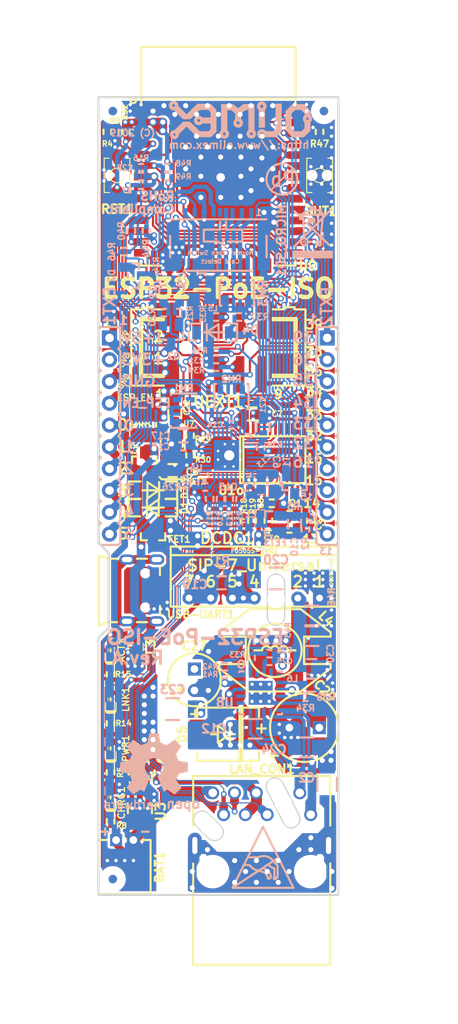
<source format=kicad_pcb>
(kicad_pcb (version 20171130) (host pcbnew 5.1.0-rc1-unknown-9a8afdf~76~ubuntu18.04.1)
  (title_block (title ESP-PoE-ISO) (date 2019-01-16) (rev A) (company "OLIMEX Ltd.") (comment 1 https://www.olimex.com))
  (layers (0 F.Cu signal) (1 In1.Cu power) (2 In2.Cu power) (31 B.Cu signal) (34 B.Paste user hide) (35 F.Paste user hide) (36 B.SilkS user hide) (37 F.SilkS user hide) (38 B.Mask user hide) (39 F.Mask user hide) (44 Edge.Cuts user))
  (net 0 "")
  (net 1 +5V)
  (net 2 GND)
  (net 3 "Net-(BAT1-Pad1)")
  (net 4 "Net-(BUT1-Pad2)")
  (net 5 /GPI34/BUT1)
  (net 6 +3V3)
  (net 7 "Net-(C11-Pad1)")
  (net 8 /GPIO3/U0RXD)
  (net 9 /ESP_EN)
  (net 10 "/GPIO25/EMAC_RXD0(RMII)")
  (net 11 "/GPIO19/EMAC_TXD0(RMII)")
  (net 12 "/GPIO26/EMAC_RXD1(RMII)")
  (net 13 /GPIO1/U0TXD)
  (net 14 "Net-(L2-Pad1)")
  (net 15 "Net-(Q2-Pad1)")
  (net 16 "Net-(R19-Pad1)")
  (net 17 "/GPIO22/EMAC_TXD1(RMII)")
  (net 18 "/GPIO21/EMAC_TX_EN(RMII)")
  (net 19 "Net-(MICRO_SD1-Pad5)")
  (net 20 /GPI36/U1RXD)
  (net 21 "/GPIO23/MDC(RMII)")
  (net 22 /GPIO27/EMAC_RX_CRS_DV)
  (net 23 /GPIO4/U1TXD)
  (net 24 /GPIO2/HS2_DATA0)
  (net 25 /GPIO13/I2C-SDA)
  (net 26 /GPIO14/HS2_CLK)
  (net 27 /GPIO15/HS2_CMD)
  (net 28 /GPIO16/I2C-SCL)
  (net 29 "/GPIO18/MDIO(RMII)")
  (net 30 /+5V_USB)
  (net 31 "Net-(MICRO_SD1-Pad1)")
  (net 32 "Net-(MICRO_SD1-Pad2)")
  (net 33 "Net-(MICRO_SD1-Pad8)")
  (net 34 "Net-(U4-Pad4)")
  (net 35 "Net-(U4-Pad14)")
  (net 36 "Net-(U4-Pad18)")
  (net 37 "Net-(U4-Pad20)")
  (net 38 "Net-(U4-Pad26)")
  (net 39 "Net-(USB-UART1-Pad4)")
  (net 40 "Net-(MICRO_SD1-Pad7)")
  (net 41 /D_Com)
  (net 42 Earth)
  (net 43 +5VP)
  (net 44 "Net-(C26-Pad1)")
  (net 45 Spare1)
  (net 46 Spare2)
  (net 47 /GPIO33)
  (net 48 /GPIO32)
  (net 49 /GPI39)
  (net 50 "Net-(FID1-PadFid1)")
  (net 51 "Net-(FID2-PadFid1)")
  (net 52 "Net-(FID3-PadFid1)")
  (net 53 "Net-(MICRO_SD1-PadCD1)")
  (net 54 "Net-(C4-Pad1)")
  (net 55 "Net-(C5-Pad1)")
  (net 56 "Net-(C21-Pad2)")
  (net 57 "Net-(C25-Pad1)")
  (net 58 "Net-(C29-Pad2)")
  (net 59 "Net-(D4-Pad1)")
  (net 60 "Net-(D5-Pad2)")
  (net 61 "Net-(Q2-Pad2)")
  (net 62 "Net-(Q3-Pad3)")
  (net 63 "Net-(Q3-Pad2)")
  (net 64 "Net-(Q3-Pad1)")
  (net 65 "Net-(R6-Pad1)")
  (net 66 "Net-(R18-Pad1)")
  (net 67 "Net-(R26-Pad1)")
  (net 68 "Net-(R29-Pad1)")
  (net 69 "Net-(R33-Pad2)")
  (net 70 "Net-(R34-Pad2)")
  (net 71 "Net-(R38-Pad1)")
  (net 72 "Net-(R41-Pad2)")
  (net 73 "Net-(U1-Pad17)")
  (net 74 "Net-(U1-Pad14)")
  (net 75 "Net-(U1-Pad13)")
  (net 76 "Net-(U1-Pad12)")
  (net 77 "Net-(U1-Pad11)")
  (net 78 "Net-(U8-Pad17)")
  (net 79 "Net-(U8-Pad16)")
  (net 80 "Net-(U8-Pad15)")
  (net 81 "Net-(U8-Pad5)")
  (net 82 "Net-(U8-Pad4)")
  (net 83 "Net-(U8-Pad2)")
  (net 84 "Net-(U9-Pad32)")
  (net 85 "Net-(C6-Pad1)")
  (net 86 +3.3VLAN)
  (net 87 "Net-(C17-Pad1)")
  (net 88 /GPIO0)
  (net 89 /GPIO5/SPI_CS)
  (net 90 /GPI35)
  (net 91 "Net-(RM1-Pad3.2)")
  (net 92 "Net-(RM1-Pad2.2)")
  (net 93 "Net-(RM1-Pad4.2)")
  (net 94 /GPIO17/EMAC_CLK_OUT_180)
  (net 95 "Net-(U9-Pad22)")
  (net 96 "Net-(U9-Pad21)")
  (net 97 "Net-(U9-Pad20)")
  (net 98 "Net-(U9-Pad19)")
  (net 99 "Net-(U9-Pad18)")
  (net 100 "Net-(U9-Pad17)")
  (net 101 /GPIO12/PHY_PWR)
  (net 102 "Net-(FID4-PadFid1)")
  (net 103 "Net-(FID5-PadFid1)")
  (net 104 "Net-(FID6-PadFid1)")
  (net 105 "Net-(ACT1-Pad2)")
  (net 106 "Net-(ACT1-Pad1)")
  (net 107 "Net-(LNK1-Pad1)")
  (net 108 "Net-(C3-Pad1)")
  (net 109 "Net-(RM1-Pad1.2)")
  (net 110 "Net-(CHRG1-Pad1)")
  (net 111 "Net-(PWR1-Pad1)")
  (net 112 "Net-(C10-Pad2)")
  (net 113 "Net-(R3-Pad2)")
  (net 114 "Net-(L3-Pad1)")
  (net 115 "Net-(R8-Pad2)")
  (net 116 "Net-(C30-Pad2)")
  (net 117 /TD+)
  (net 118 /TD-)
  (net 119 /RD+)
  (net 120 /RD-)
  (net 121 /Vss)
  (net 122 /Vpos)
  (net 123 /Shield)
  (net 124 "Net-(R14-Pad2)")
  (net 125 /USB_D-)
  (net 126 /USB_D+)
  (module OLIMEX_Regulators-FP:SIP-7_Universal (layer F.Cu) (at 108.331 153.543 180)
    (fp_text reference DCDC1 (at 3.175 6.985 180) (layer F.SilkS) (effects (font (size 1.27 1.27) (thickness 0.254))))
    (fp_text value "F0505S-3WR2(SIP-7)")
    (fp_text user SIP-7_Universal (at 0 3.81 180) (layer F.SilkS) (effects (font (size 1.27 1.27) (thickness 0.254))))
    (fp_text user 1 (at -7.62 1.905 180) (layer F.SilkS) (effects (font (size 1.27 1.27) (thickness 0.254))))
    (fp_text user 2 (at -5.08 1.905 180) (layer F.SilkS) (effects (font (size 1.27 1.27) (thickness 0.254))))
    (fp_text user 4 (at 0 1.905 180) (layer F.SilkS) (effects (font (size 1.27 1.27) (thickness 0.254))))
    (fp_text user 5 (at 2.54 1.905 180) (layer F.SilkS) (effects (font (size 1.27 1.27) (thickness 0.254))))
    (fp_text user 6 (at 5.08 1.905 180) (layer F.SilkS) (effects (font (size 1.27 1.27) (thickness 0.254))))
    (fp_text user 7 (at 7.62 1.905 180) (layer F.SilkS) (effects (font (size 1.27 1.27) (thickness 0.254))))
    (fp_text user F0505S-2WR2 (at 0 5.5 180) (layer F.SilkS) (effects (font (size 0.5 0.5) (thickness 0.125))))
    (fp_text user AM1D-0505S-NZ (at -9 2 270) (layer F.SilkS) (effects (font (size 0.4 0.4) (thickness 0.1))))
    (fp_text user AM1D-0505S-NZ (at -9 2 270) (layer F.SilkS) (effects (font (size 0.4 0.4) (thickness 0.1))))
    (pad 2 thru_hole circle (at -5.08 0 180) (size 1.524 1.524) (drill 0.8) (layers *.Cu *.Mask) (net 116 "Net-(C30-Pad2)"))
    (pad 1 thru_hole rect (at -7.62 0 180) (size 1.524 1.524) (drill 0.8) (layers *.Cu *.Mask) (net 122 /Vpos))
    (pad 4 thru_hole circle (at 0 0 180) (size 1.524 1.524) (drill 0.8) (layers *.Cu *.Mask) (net 2 GND))
    (pad 5 thru_hole circle (at 2.54 0 180) (size 1.524 1.524) (drill 0.8) (layers *.Cu *.Mask) (net 2 GND))
    (pad 7 thru_hole circle (at 7.62 0 180) (size 1.524 1.524) (drill 0.8) (layers *.Cu *.Mask) (net 43 +5VP))
    (pad 6 thru_hole circle (at 5.08 0 180) (size 1.524 1.524) (drill 0.8) (layers *.Cu *.Mask) (net 43 +5VP))
  )
  (module OLIMEX_RLC-FP:CPOL-RM3.5mm_8.0x11.5mm_PTH (layer F.Cu) (at 114.173 168.656)
    (fp_text reference C29 (at 2.413 -4.318 135) (layer F.SilkS) (effects (font (size 1.016 1.016) (thickness 0.254))))
    (fp_text value 680uF/10V/20%/105C/RM3.5/8x11.5mm)
    (fp_text user + (at -3.556 3.175) (layer F.SilkS) (effects (font (size 1.27 1.27) (thickness 0.254))))
    (fp_text user + (at -5 0) (layer F.SilkS) (effects (font (size 1.27 1.27) (thickness 0.254))))
    (pad 2 thru_hole rect (at 1.75 0) (size 1.524 1.524) (drill 0.9) (layers *.Cu *.Mask) (net 58 "Net-(C29-Pad2)"))
    (pad 1 thru_hole circle (at -1.75 0) (size 1.524 1.524) (drill 0.9) (layers *.Cu *.Mask) (net 122 /Vpos))
  )
  (module OLIMEX_RLC-FP:CPOL-RM2.5mm_6.3x11mm_PTH (layer F.Cu) (at 101.346 163.068 90)
    (fp_text reference C27 (at 3.937 0 180) (layer F.SilkS) (effects (font (size 1.016 1.016) (thickness 0.254))))
    (fp_text value "15uF/100V/20%/RM2.5/6.3x11mm(Farnell:1281844)")
    (fp_text user + (at -1.143 -1.651 90) (layer F.SilkS) (effects (font (size 1.27 1.27) (thickness 0.254))))
    (fp_text user + (at -4 0 90) (layer F.SilkS) (effects (font (size 1.27 1.27) (thickness 0.254))))
    (pad 2 thru_hole rect (at 1.25 0 90) (size 1.524 1.524) (drill 0.9) (layers *.Cu *.Mask) (net 121 /Vss))
    (pad 1 thru_hole circle (at -1.25 0 90) (size 1.524 1.524) (drill 0.9) (layers *.Cu *.Mask) (net 122 /Vpos))
  )
  (module "OLIMEX_IC-FP:QFN-20_5x5mm(Si3402-B-GM)" (layer B.Cu) (at 109.077 164.592 270)
    (fp_text reference U8 (at 1.143 4.175) (layer B.SilkS) (effects (font (size 1.016 1.016) (thickness 0.254)) (justify mirror)))
    (fp_text value "Si3402-B-GM(QFN-20_5x5mm)")
    (fp_text user o (at -3.4925 2.27) (layer B.SilkS) (effects (font (size 1.27 1.27) (thickness 0.254)) (justify mirror)))
    (pad 1 smd rect (at -2.35 1.2 180) (size 0.4 1) (layers B.Cu B.Paste B.Mask) (net 69 "Net-(R33-Pad2)"))
    (pad 2 smd rect (at -2.35 0.4 180) (size 0.4 1) (layers B.Cu B.Paste B.Mask) (net 83 "Net-(U8-Pad2)"))
    (pad 3 smd rect (at -2.35 -0.4 180) (size 0.4 1) (layers B.Cu B.Paste B.Mask) (net 57 "Net-(C25-Pad1)"))
    (pad 4 smd rect (at -2.35 -1.2 180) (size 0.4 1) (layers B.Cu B.Paste B.Mask) (net 82 "Net-(U8-Pad4)"))
    (pad 5 smd rect (at -2 -2.35 90) (size 0.4 1) (layers B.Cu B.Paste B.Mask) (net 81 "Net-(U8-Pad5)"))
    (pad 6 smd rect (at -1.2 -2.35 90) (size 0.4 1) (layers B.Cu B.Paste B.Mask) (net 71 "Net-(R38-Pad1)"))
    (pad 7 smd rect (at -0.4 -2.35 90) (size 0.4 1) (layers B.Cu B.Paste B.Mask) (net 121 /Vss))
    (pad 8 smd rect (at 0.4 -2.35 90) (size 0.4 1) (layers B.Cu B.Paste B.Mask) (net 70 "Net-(R34-Pad2)"))
    (pad 9 smd rect (at 1.2 -2.35 90) (size 0.4 1) (layers B.Cu B.Paste B.Mask) (net 42 Earth))
    (pad 10 smd rect (at 2 -2.35 90) (size 0.4 1) (layers B.Cu B.Paste B.Mask) (net 46 Spare2))
    (pad 11 smd rect (at 2.35 -1.2 180) (size 0.4 1) (layers B.Cu B.Paste B.Mask) (net 45 Spare1))
    (pad 12 smd rect (at 2.35 -0.4 180) (size 0.4 1) (layers B.Cu B.Paste B.Mask) (net 122 /Vpos))
    (pad 13 smd rect (at 2.35 0.4 180) (size 0.4 1) (layers B.Cu B.Paste B.Mask) (net 46 Spare2))
    (pad 14 smd rect (at 2.35 1.2 180) (size 0.4 1) (layers B.Cu B.Paste B.Mask) (net 45 Spare1))
    (pad 15 smd rect (at 2 2.35 90) (size 0.4 1) (layers B.Cu B.Paste B.Mask) (net 80 "Net-(U8-Pad15)"))
    (pad 16 smd rect (at 1.2 2.35 90) (size 0.4 1) (layers B.Cu B.Paste B.Mask) (net 79 "Net-(U8-Pad16)"))
    (pad 17 smd rect (at 0.4 2.35 90) (size 0.4 1) (layers B.Cu B.Paste B.Mask) (net 78 "Net-(U8-Pad17)"))
    (pad 18 smd rect (at -0.4 2.35 90) (size 0.4 1) (layers B.Cu B.Paste B.Mask) (net 60 "Net-(D5-Pad2)"))
    (pad 19 smd rect (at -1.2 2.35 90) (size 0.4 1) (layers B.Cu B.Paste B.Mask) (net 121 /Vss))
    (pad 20 smd rect (at -2 2.35 90) (size 0.4 1) (layers B.Cu B.Paste B.Mask) (net 72 "Net-(R41-Pad2)"))
    (pad 21 smd rect (at 0 0 270) (size 2.799999 2.799999) (layers *.Mask B.Cu) (net 42 Earth))
    (pad 21 thru_hole circle (at -1 1 270) (size 0.8 0.8) (drill 0.4) (layers *.Cu) (net 42 Earth))
    (pad 21 thru_hole circle (at 0 1 270) (size 0.8 0.8) (drill 0.4) (layers *.Cu) (net 42 Earth))
    (pad 21 thru_hole circle (at 1 1 270) (size 0.8 0.8) (drill 0.4) (layers *.Cu) (net 42 Earth))
    (pad 21 thru_hole circle (at -1 0 270) (size 0.8 0.8) (drill 0.4) (layers *.Cu) (net 42 Earth))
    (pad 21 thru_hole circle (at 0 0 270) (size 0.8 0.8) (drill 0.4) (layers *.Cu) (net 42 Earth))
    (pad 21 thru_hole circle (at 1 0 270) (size 0.8 0.8) (drill 0.4) (layers *.Cu) (net 42 Earth))
    (pad 21 thru_hole circle (at 0 -1 270) (size 0.8 0.8) (drill 0.4) (layers *.Cu) (net 42 Earth))
    (pad 21 thru_hole circle (at -1 -1 270) (size 0.8 0.8) (drill 0.4) (layers *.Cu) (net 42 Earth))
    (pad 21 thru_hole circle (at 1 -1 270) (size 0.8 0.8) (drill 0.4) (layers *.Cu) (net 42 Earth))
  )
  (module OLIMEX_Other-FP:Mounting_hole_2_mm (layer F.Cu) (at 111.6965 177.419 27)
    (fp_text reference Drill_Slot2 hide)
    (fp_text value "2 mm" hide)
    (pad "" np_thru_hole circle (at 0 0 27) (size 2 2) (drill 2) (layers *.Cu *.Mask) (clearance 1.55))
  )
  (module OLIMEX_Other-FP:Mounting_hole_2_mm (layer F.Cu) (at 110.871 153.7335)
    (fp_text reference Drill_Slot1 hide)
    (fp_text value "2 mm" hide)
    (pad "" np_thru_hole circle (at 0 0) (size 2 2) (drill 2) (layers *.Cu *.Mask) (clearance 1.55))
  )
  (module OLIMEX_RLC-FP:R_MATRIX_4 (layer B.Cu) (at 100.076 131.699 90)
    (fp_text reference RM1 (at 2.667 0) (layer B.SilkS) (effects (font (size 0.762 0.762) (thickness 0.1905)) (justify mirror)))
    (fp_text value "RA1206_(4X0603)_4B8_2.2k")
    (pad 3.1 smd rect (at 0.381 -0.762 90) (size 0.381 1.016) (layers B.Cu B.Paste B.Mask) (net 2 GND) (clearance 0.0508))
    (pad 2.1 smd rect (at -0.381 -0.762 90) (size 0.381 1.016) (layers B.Cu B.Paste B.Mask) (net 2 GND) (clearance 0.0508))
    (pad 3.2 smd rect (at 0.381 0.762 90) (size 0.381 1.016) (layers B.Cu B.Paste B.Mask) (net 91 "Net-(RM1-Pad3.2)") (clearance 0.0508))
    (pad 2.2 smd rect (at -0.381 0.762 90) (size 0.381 1.016) (layers B.Cu B.Paste B.Mask) (net 92 "Net-(RM1-Pad2.2)") (clearance 0.0508))
    (pad 4.1 smd rect (at 1.27 -0.762 90) (size 0.635 1.016) (layers B.Cu B.Paste B.Mask) (net 86 +3.3VLAN) (clearance 0.0508))
    (pad 4.2 smd rect (at 1.27 0.762 90) (size 0.635 1.016) (layers B.Cu B.Paste B.Mask) (net 93 "Net-(RM1-Pad4.2)") (clearance 0.0508))
    (pad 1.1 smd rect (at -1.27 -0.762 90) (size 0.635 1.016) (layers B.Cu B.Paste B.Mask) (net 2 GND) (clearance 0.0508))
    (pad 1.2 smd rect (at -1.27 0.762 90) (size 0.635 1.016) (layers B.Cu B.Paste B.Mask) (net 109 "Net-(RM1-Pad1.2)") (clearance 0.0508))
  )
  (module OLIMEX_RLC-FP:R_0402_5MIL_DWS (layer F.Cu) (at 107.188 144.526 270)
    (fp_text reference R18 (at -1.7145 0.0635 270) (layer F.SilkS) (effects (font (size 0.635 0.635) (thickness 0.15875))))
    (fp_text value 220R/R0402)
    (pad 2 smd rect (at 0.508 0 270) (size 0.5 0.55) (layers F.Cu F.Paste F.Mask) (net 8 /GPIO3/U0RXD))
    (pad 1 smd rect (at -0.508 0 90) (size 0.5 0.55) (layers F.Cu F.Paste F.Mask) (net 66 "Net-(R18-Pad1)"))
  )
  (module OLIMEX_RLC-FP:DBS135 (layer F.Cu) (at 110.744 159.639)
    (fp_text reference L4 (at 5.969 -3.683 135) (layer F.SilkS) (effects (font (size 1.016 1.016) (thickness 0.254))))
    (fp_text value "33uH/2.1A/DCR=0.1R/20%/DBS135(PD3316MT330)")
    (pad 2 smd rect (at 5.35 0) (size 3.2 2.5) (layers F.Cu F.Paste F.Mask) (net 58 "Net-(C29-Pad2)"))
    (pad 1 smd rect (at -5.35 0) (size 3.2 2.5) (layers F.Cu F.Paste F.Mask) (net 60 "Net-(D5-Pad2)"))
  )
  (module OLIMEX_RLC-FP:R_0402_5MIL_DWS (layer F.Cu) (at 93.345 99.187 270)
    (fp_text reference R32 (at -2.286 0.127 90) (layer F.SilkS) (effects (font (size 0.635 0.635) (thickness 0.15875))))
    (fp_text value 1k/R0402)
    (pad 2 smd rect (at 0.508 0 270) (size 0.5 0.55) (layers F.Cu F.Paste F.Mask) (net 9 /ESP_EN))
    (pad 1 smd rect (at -0.508 0 90) (size 0.5 0.55) (layers F.Cu F.Paste F.Mask) (net 6 +3V3))
  )
  (module "OLIMEX_Crystal-FP:TSX-3.2x2.5mm_GND(3)" (layer F.Cu) (at 112.438 144.653)
    (fp_text reference Q1 (at 0.719 -2.159) (layer F.SilkS) (effects (font (size 0.762 0.762) (thickness 0.1905))))
    (fp_text value Q12MHz/20pF/10ppm/4P/3.2x2.5mm)
    (fp_text user o (at -1.5035 1.8415) (layer F.SilkS) (effects (font (size 0.8 0.8) (thickness 0.2))))
    (pad 3 smd rect (at -1.1 -0.8) (size 1.4 1.2) (layers F.Cu F.Paste F.Mask) (net 2 GND))
    (pad 3 smd rect (at 1.1 0.8) (size 1.4 1.2) (layers F.Cu F.Paste F.Mask) (net 2 GND))
    (pad 2 smd rect (at 1.1 -0.8) (size 1.4 1.2) (layers F.Cu F.Paste F.Mask) (net 55 "Net-(C5-Pad1)"))
    (pad 1 smd rect (at -1.1 0.8) (size 1.4 1.2) (layers F.Cu F.Paste F.Mask) (net 54 "Net-(C4-Pad1)"))
  )
  (module OLIMEX_RLC-FP:C_0402_5MIL_DWS (layer F.Cu) (at 109.982 144.526 90)
    (fp_text reference C4 (at -1.651 0 90) (layer F.SilkS) (effects (font (size 0.762 0.762) (thickness 0.1905))))
    (fp_text value 27pF/50V/5%/C0G/C0402)
    (pad 2 smd rect (at 0.508 0 90) (size 0.5 0.55) (layers F.Cu F.Paste F.Mask) (net 2 GND))
    (pad 1 smd rect (at -0.508 0 270) (size 0.5 0.55) (layers F.Cu F.Paste F.Mask) (net 54 "Net-(C4-Pad1)"))
  )
  (module OLIMEX_RLC-FP:C_1206_5MIL_DWS_ISO (layer B.Cu) (at 108.458 168.783 180)
    (fp_text reference C12 (at 4.826 0 180) (layer B.SilkS) (effects (font (size 1.016 1.016) (thickness 0.254)) (justify mirror)))
    (fp_text value "2.2uF/100V/20%/X7R/C1206(AVX_12061C225KAT2A_Comet)")
    (pad 2 smd rect (at 1.778 0 180) (size 1.016 1.778) (layers B.Cu B.Paste B.Mask) (net 121 /Vss))
    (pad 1 smd rect (at -1.778 0 180) (size 1.016 1.778) (layers B.Cu B.Paste B.Mask) (net 122 /Vpos))
  )
  (module OLIMEX_Buttons-FP:IT1185AU2_V2 (layer F.Cu) (at 115.959 104.267 90)
    (fp_text reference BUT1 (at -4.191 0.119 180) (layer F.SilkS) (effects (font (size 1.016 1.016) (thickness 0.254))))
    (fp_text value IT1185AU2)
    (pad 1 smd rect (at -2.377 0 90) (size 1.3 1.5) (layers F.Cu F.Mask) (net 5 /GPI34/BUT1))
    (pad 2 smd rect (at 2.377 0 90) (size 1.3 1.5) (layers F.Cu F.Mask) (net 4 "Net-(BUT1-Pad2)"))
    (pad "" np_thru_hole circle (at 0 -0.9 90) (size 0.7 0.7) (drill 0.7) (layers *.Cu *.Mask))
    (pad "" np_thru_hole circle (at 0 0.9 90) (size 0.7 0.7) (drill 0.7) (layers *.Cu *.Mask))
  )
  (module OLIMEX_Buttons-FP:IT1185AU2_V2 (layer F.Cu) (at 92.321 104.267 90)
    (fp_text reference RST1 (at -3.937 0.008 180) (layer F.SilkS) (effects (font (size 1.016 1.016) (thickness 0.254))))
    (fp_text value IT1185AU2)
    (pad 1 smd rect (at -2.377 0 90) (size 1.3 1.5) (layers F.Cu F.Mask) (net 9 /ESP_EN))
    (pad 2 smd rect (at 2.377 0 90) (size 1.3 1.5) (layers F.Cu F.Mask) (net 2 GND))
    (pad "" np_thru_hole circle (at 0 -0.9 90) (size 0.7 0.7) (drill 0.7) (layers *.Cu *.Mask))
    (pad "" np_thru_hole circle (at 0 0.9 90) (size 0.7 0.7) (drill 0.7) (layers *.Cu *.Mask))
  )
  (module OLIMEX_Connectors-FP:GBH-254-SMT-10 (layer F.Cu) (at 104.14 124.333)
    (fp_text reference UEXT1 (at 0 6.35) (layer F.SilkS) (effects (font (size 1.27 1.27) (thickness 0.254))))
    (fp_text value P-B-V-10-LF)
    (fp_text user 2 (at -6.985 -1.27) (layer F.SilkS) (effects (font (size 1.27 1.27) (thickness 0.254))))
    (fp_text user 1 (at -6.985 1.27) (layer F.SilkS) (effects (font (size 1.27 1.27) (thickness 0.254))))
    (pad "" np_thru_hole circle (at -3.81 0) (size 1.2 1.2) (drill 1.2) (layers *.Cu *.Mask))
    (pad 10 smd rect (at 5.08 -3.125 90) (size 4.25 1) (layers F.Cu F.Paste F.Mask) (net 89 /GPIO5/SPI_CS))
    (pad 9 smd rect (at 5.08 3.125 90) (size 4.25 1) (layers F.Cu F.Paste F.Mask) (net 26 /GPIO14/HS2_CLK))
    (pad 8 smd rect (at 2.54 -3.125 90) (size 4.25 1) (layers F.Cu F.Paste F.Mask) (net 24 /GPIO2/HS2_DATA0))
    (pad 7 smd rect (at 2.54 3.125 90) (size 4.25 1) (layers F.Cu F.Paste F.Mask) (net 27 /GPIO15/HS2_CMD))
    (pad 6 smd rect (at 0 -3.125 90) (size 4.25 1) (layers F.Cu F.Paste F.Mask) (net 25 /GPIO13/I2C-SDA))
    (pad 5 smd rect (at 0 3.125 90) (size 4.25 1) (layers F.Cu F.Paste F.Mask) (net 28 /GPIO16/I2C-SCL))
    (pad 4 smd rect (at -2.54 -3.125 90) (size 4.25 1) (layers F.Cu F.Paste F.Mask) (net 59 "Net-(D4-Pad1)"))
    (pad 3 smd rect (at -2.54 3.125 90) (size 4.25 1) (layers F.Cu F.Paste F.Mask) (net 23 /GPIO4/U1TXD))
    (pad 2 smd rect (at -5.08 -3.125 90) (size 4.25 1) (layers F.Cu F.Paste F.Mask) (net 2 GND))
    (pad 1 smd rect (at -5.08 3.125 90) (size 4.25 1) (layers F.Cu F.Paste F.Mask) (net 6 +3V3))
    (pad "" np_thru_hole circle (at 3.81 0) (size 1.2 1.2) (drill 1.2) (layers *.Cu *.Mask))
  )
  (module OLIMEX_RLC-FP:R_MATRIX_4 (layer B.Cu) (at 106.299 117.983)
    (fp_text reference RM3 (at 3.048 0 270) (layer B.SilkS) (effects (font (size 1.016 1.016) (thickness 0.254)) (justify mirror)))
    (fp_text value "RA1206_(4X0603)_4B8_2.2k")
    (pad 3.1 smd rect (at 0.381 -0.762) (size 0.381 1.016) (layers B.Cu B.Paste B.Mask) (net 31 "Net-(MICRO_SD1-Pad1)") (clearance 0.0508))
    (pad 2.1 smd rect (at -0.381 -0.762) (size 0.381 1.016) (layers B.Cu B.Paste B.Mask) (net 32 "Net-(MICRO_SD1-Pad2)") (clearance 0.0508))
    (pad 3.2 smd rect (at 0.381 0.762) (size 0.381 1.016) (layers B.Cu B.Paste B.Mask) (net 6 +3V3) (clearance 0.0508))
    (pad 2.2 smd rect (at -0.381 0.762) (size 0.381 1.016) (layers B.Cu B.Paste B.Mask) (net 6 +3V3) (clearance 0.0508))
    (pad 4.1 smd rect (at 1.27 -0.762) (size 0.635 1.016) (layers B.Cu B.Paste B.Mask) (net 24 /GPIO2/HS2_DATA0) (clearance 0.0508))
    (pad 4.2 smd rect (at 1.27 0.762) (size 0.635 1.016) (layers B.Cu B.Paste B.Mask) (net 6 +3V3) (clearance 0.0508))
    (pad 1.1 smd rect (at -1.27 -0.762) (size 0.635 1.016) (layers B.Cu B.Paste B.Mask) (net 33 "Net-(MICRO_SD1-Pad8)") (clearance 0.0508))
    (pad 1.2 smd rect (at -1.27 0.762) (size 0.635 1.016) (layers B.Cu B.Paste B.Mask) (net 6 +3V3) (clearance 0.0508))
  )
  (module OLIMEX_Cases-FP:ESP-WROOM-32_MODULE (layer F.Cu) (at 104.14 102.035)
    (fp_text reference U9 (at 10.414 12.773 180) (layer F.SilkS) (effects (font (size 1.016 1.016) (thickness 0.254))))
    (fp_text value ESP-WROOM-32)
    (pad 39 thru_hole circle (at 2.6332 2.336) (size 1.3 1.3) (drill 0.6) (layers *.Cu *.Mask) (net 2 GND))
    (pad 39 thru_hole circle (at -2.0404 2.336) (size 1.3 1.3) (drill 0.6) (layers *.Cu *.Mask) (net 2 GND))
    (pad 39 thru_hole circle (at 0.271 4.7998) (size 1.3 1.3) (drill 0.6) (layers *.Cu *.Mask) (net 2 GND))
    (pad 39 thru_hole circle (at 0.271 0.1008) (size 1.3 1.3) (drill 0.6) (layers *.Cu *.Mask) (net 2 GND))
    (pad 39 thru_hole circle (at 2.6332 0.1008) (size 1.3 1.3) (drill 0.6) (layers *.Cu *.Mask) (net 2 GND))
    (pad 39 thru_hole circle (at -2.0404 0.1008) (size 1.3 1.3) (drill 0.6) (layers *.Cu *.Mask) (net 2 GND))
    (pad 39 thru_hole circle (at 2.6332 4.7998) (size 1.3 1.3) (drill 0.6) (layers *.Cu *.Mask) (net 2 GND))
    (pad 1 smd rect (at -9 -5.25) (size 1.7 0.9) (layers F.Cu F.Paste F.Mask) (net 2 GND))
    (pad 2 smd rect (at -9 -3.98) (size 1.7 0.9) (layers F.Cu F.Paste F.Mask) (net 6 +3V3))
    (pad 3 smd rect (at -9 -2.71) (size 1.7 0.9) (layers F.Cu F.Paste F.Mask) (net 9 /ESP_EN))
    (pad 4 smd rect (at -9 -1.44) (size 1.7 0.9) (layers F.Cu F.Paste F.Mask) (net 20 /GPI36/U1RXD))
    (pad 5 smd rect (at -9 -0.17) (size 1.7 0.9) (layers F.Cu F.Paste F.Mask) (net 49 /GPI39))
    (pad 6 smd rect (at -9 1.1) (size 1.7 0.9) (layers F.Cu F.Paste F.Mask) (net 5 /GPI34/BUT1))
    (pad 7 smd rect (at -9 2.37) (size 1.7 0.9) (layers F.Cu F.Paste F.Mask) (net 90 /GPI35))
    (pad 8 smd rect (at -9 3.64) (size 1.7 0.9) (layers F.Cu F.Paste F.Mask) (net 48 /GPIO32))
    (pad 9 smd rect (at -9 4.91) (size 1.7 0.9) (layers F.Cu F.Paste F.Mask) (net 47 /GPIO33))
    (pad 10 smd rect (at -9 6.18) (size 1.7 0.9) (layers F.Cu F.Paste F.Mask) (net 10 "/GPIO25/EMAC_RXD0(RMII)"))
    (pad 11 smd rect (at -9 7.45) (size 1.7 0.9) (layers F.Cu F.Paste F.Mask) (net 12 "/GPIO26/EMAC_RXD1(RMII)"))
    (pad 12 smd rect (at -9 8.72) (size 1.7 0.9) (layers F.Cu F.Paste F.Mask) (net 22 /GPIO27/EMAC_RX_CRS_DV))
    (pad 13 smd rect (at -9 9.99) (size 1.7 0.9) (layers F.Cu F.Paste F.Mask) (net 26 /GPIO14/HS2_CLK))
    (pad 14 smd rect (at -9 11.26) (size 1.7 0.9) (layers F.Cu F.Paste F.Mask) (net 101 /GPIO12/PHY_PWR))
    (pad 15 smd rect (at -5.7 12.75) (size 0.9 1.7) (layers F.Cu F.Paste F.Mask) (net 2 GND))
    (pad 16 smd rect (at -4.43 12.75) (size 0.9 1.7) (layers F.Cu F.Paste F.Mask) (net 25 /GPIO13/I2C-SDA))
    (pad 17 smd rect (at -3.16 12.75) (size 0.9 1.7) (layers F.Cu F.Paste F.Mask) (net 100 "Net-(U9-Pad17)"))
    (pad 18 smd rect (at -1.89 12.75) (size 0.9 1.7) (layers F.Cu F.Paste F.Mask) (net 99 "Net-(U9-Pad18)"))
    (pad 19 smd rect (at -0.62 12.75) (size 0.9 1.7) (layers F.Cu F.Paste F.Mask) (net 98 "Net-(U9-Pad19)"))
    (pad 20 smd rect (at 0.65 12.75) (size 0.9 1.7) (layers F.Cu F.Paste F.Mask) (net 97 "Net-(U9-Pad20)"))
    (pad 21 smd rect (at 1.92 12.75) (size 0.9 1.7) (layers F.Cu F.Paste F.Mask) (net 96 "Net-(U9-Pad21)"))
    (pad 22 smd rect (at 3.19 12.75) (size 0.9 1.7) (layers F.Cu F.Paste F.Mask) (net 95 "Net-(U9-Pad22)"))
    (pad 23 smd rect (at 4.46 12.75) (size 0.9 1.7) (layers F.Cu F.Paste F.Mask) (net 27 /GPIO15/HS2_CMD))
    (pad 24 smd rect (at 5.73 12.75) (size 0.9 1.7) (layers F.Cu F.Paste F.Mask) (net 24 /GPIO2/HS2_DATA0))
    (pad 25 smd rect (at 9 11.3) (size 1.7 0.9) (layers F.Cu F.Paste F.Mask) (net 88 /GPIO0))
    (pad 26 smd rect (at 9 10.03) (size 1.7 0.9) (layers F.Cu F.Paste F.Mask) (net 23 /GPIO4/U1TXD))
    (pad 27 smd rect (at 9 8.76) (size 1.7 0.9) (layers F.Cu F.Paste F.Mask) (net 28 /GPIO16/I2C-SCL))
    (pad 28 smd rect (at 9 7.49) (size 1.7 0.9) (layers F.Cu F.Paste F.Mask) (net 94 /GPIO17/EMAC_CLK_OUT_180))
    (pad 29 smd rect (at 9 6.22) (size 1.7 0.9) (layers F.Cu F.Paste F.Mask) (net 89 /GPIO5/SPI_CS))
    (pad 30 smd rect (at 9 4.95) (size 1.7 0.9) (layers F.Cu F.Paste F.Mask) (net 29 "/GPIO18/MDIO(RMII)"))
    (pad 31 smd rect (at 9 3.68) (size 1.7 0.9) (layers F.Cu F.Paste F.Mask) (net 11 "/GPIO19/EMAC_TXD0(RMII)"))
    (pad 32 smd rect (at 9 2.41) (size 1.7 0.9) (layers F.Cu F.Paste F.Mask) (net 84 "Net-(U9-Pad32)"))
    (pad 33 smd rect (at 9 1.14) (size 1.7 0.9) (layers F.Cu F.Paste F.Mask) (net 18 "/GPIO21/EMAC_TX_EN(RMII)"))
    (pad 34 smd rect (at 9 -0.13) (size 1.7 0.9) (layers F.Cu F.Paste F.Mask) (net 8 /GPIO3/U0RXD))
    (pad 35 smd rect (at 9 -1.4) (size 1.7 0.9) (layers F.Cu F.Paste F.Mask) (net 13 /GPIO1/U0TXD))
    (pad 36 smd rect (at 9 -2.67) (size 1.7 0.9) (layers F.Cu F.Paste F.Mask) (net 17 "/GPIO22/EMAC_TXD1(RMII)"))
    (pad 37 smd rect (at 9 -3.94) (size 1.7 0.9) (layers F.Cu F.Paste F.Mask) (net 21 "/GPIO23/MDC(RMII)"))
    (pad 38 smd rect (at 9 -5.21) (size 1.7 0.9) (layers F.Cu F.Paste F.Mask) (net 2 GND))
    (pad 39 smd rect (at 0.3 2.45) (size 6.000001 6.000001) (layers F.Cu F.Mask) (net 2 GND))
    (pad 39 thru_hole circle (at 0.271 2.463) (size 2 2) (drill 1) (layers *.Cu *.Mask) (net 2 GND))
    (pad 39 thru_hole circle (at -2.0404 4.7998) (size 1.3 1.3) (drill 0.6) (layers *.Cu *.Mask) (net 2 GND))
  )
  (module OLIMEX_Transistors-FP:SOT23 (layer B.Cu) (at 113.03 140.335 90)
    (fp_text reference T1 (at 2.667 -0.889 270) (layer B.SilkS) (effects (font (size 0.762 0.762) (thickness 0.1905)) (justify mirror)))
    (fp_text value "DTC114YKA(SOT-23)")
    (pad 1 smd rect (at 1.10744 -0.94996 90) (size 1.4 1) (layers B.Cu B.Paste B.Mask) (net 101 /GPIO12/PHY_PWR) (clearance 0.0508))
    (pad 2 smd rect (at 1.10744 0.9525 90) (size 1.4 1) (layers B.Cu B.Paste B.Mask) (net 2 GND) (clearance 0.0508))
    (pad 3 smd rect (at -1.10236 -0.00254 90) (size 1.4 1) (layers B.Cu B.Paste B.Mask) (net 113 "Net-(R3-Pad2)") (clearance 0.0508))
  )
  (module OLIMEX_Diodes-FP:SOT23-3 (layer B.Cu) (at 94.234 115.951 180)
    (fp_text reference D2 (at 2.54 0 -90) (layer B.SilkS) (effects (font (size 0.762 0.762) (thickness 0.1905)) (justify mirror)))
    (fp_text value "BAT54C(SOT23-3)")
    (pad 3 smd rect (at -1.1 0 90) (size 1 1.4) (layers B.Cu B.Paste B.Mask) (net 41 /D_Com))
    (pad 2 smd rect (at 1.1 0.95 90) (size 1 1.4) (layers B.Cu B.Paste B.Mask) (net 88 /GPIO0))
    (pad 1 smd rect (at 1.1 -0.95 90) (size 1 1.4) (layers B.Cu B.Paste B.Mask) (net 24 /GPIO2/HS2_DATA0))
  )
  (module OLIMEX_RLC-FP:R_0603_5MIL_DWS (layer B.Cu) (at 114.935 163.703)
    (fp_text reference R38 (at 1.778 1.397) (layer B.SilkS) (effects (font (size 0.762 0.762) (thickness 0.1905)) (justify mirror)))
    (fp_text value 25.5k/1%/R0603)
    (pad 2 smd rect (at 0.889 0) (size 1.016 1.016) (layers B.Cu B.Paste B.Mask) (net 122 /Vpos))
    (pad 1 smd rect (at -0.889 0) (size 1.016 1.016) (layers B.Cu B.Paste B.Mask) (net 71 "Net-(R38-Pad1)"))
  )
  (module OLIMEX_RLC-FP:R_0402_5MIL_DWS (layer B.Cu) (at 97.79 120.269 180)
    (fp_text reference R20 (at 1.397 -0.508 270) (layer B.SilkS) (effects (font (size 0.762 0.762) (thickness 0.1905)) (justify mirror)))
    (fp_text value 1k/R0402)
    (pad 2 smd rect (at 0.508 0 180) (size 0.5 0.55) (layers B.Cu B.Paste B.Mask) (net 15 "Net-(Q2-Pad1)"))
    (pad 1 smd rect (at -0.508 0) (size 0.5 0.55) (layers B.Cu B.Paste B.Mask) (net 63 "Net-(Q3-Pad2)"))
  )
  (module OLIMEX_RLC-FP:R_0402_5MIL_DWS (layer B.Cu) (at 99.568 120.269 180)
    (fp_text reference R21 (at -1.27 -0.127 270) (layer B.SilkS) (effects (font (size 0.635 0.635) (thickness 0.15875)) (justify mirror)))
    (fp_text value 1k/R0402)
    (pad 2 smd rect (at 0.508 0 180) (size 0.5 0.55) (layers B.Cu B.Paste B.Mask) (net 64 "Net-(Q3-Pad1)"))
    (pad 1 smd rect (at -0.508 0) (size 0.5 0.55) (layers B.Cu B.Paste B.Mask) (net 61 "Net-(Q2-Pad2)"))
  )
  (module "OLIMEX_IC-FP:QFN32_EP(33)_5.00x5.00x0.90mm_Pitch_0.50mm" (layer B.Cu) (at 105.41 136.906 90)
    (fp_text reference U4 (at -1.524 -3.8608) (layer B.SilkS) (effects (font (size 0.762 0.762) (thickness 0.1905)) (justify mirror)))
    (fp_text value "LAN8710A-EZC(QFN32)")
    (pad 33 smd rect (at 0 0 90) (size 3.6 3.6) (layers B.Cu B.Mask) (net 2 GND))
    (pad 33 thru_hole rect (at -0.5 1.3 90) (size 0.4 0.4) (drill 0.3) (layers *.Cu B.Mask) (net 2 GND))
    (pad 33 thru_hole rect (at 0.5 1.3 90) (size 0.4 0.4) (drill 0.3) (layers *.Cu B.Mask) (net 2 GND))
    (pad 33 thru_hole rect (at 1.3 0.5 90) (size 0.4 0.4) (drill 0.29972) (layers *.Cu B.Mask) (net 2 GND))
    (pad 33 thru_hole rect (at 1.3 -0.5 90) (size 0.4 0.4) (drill 0.3) (layers *.Cu B.Mask) (net 2 GND))
    (pad 33 thru_hole rect (at 0.5 -1.3 90) (size 0.4 0.4) (drill 0.3) (layers *.Cu B.Mask) (net 2 GND))
    (pad 33 thru_hole rect (at -0.5 -1.3 90) (size 0.4 0.4) (drill 0.3) (layers *.Cu B.Mask) (net 2 GND))
    (pad 33 thru_hole rect (at -1.3 -0.5 90) (size 0.4 0.4) (drill 0.3) (layers *.Cu B.Mask) (net 2 GND))
    (pad 33 thru_hole rect (at -1.3 0.5 90) (size 0.4 0.4) (drill 0.3) (layers *.Cu B.Mask) (net 2 GND))
    (pad 33 thru_hole rect (at 0 0 90) (size 1.4224 1.4224) (drill 1.2) (layers *.Cu *.Mask) (net 2 GND))
    (pad 32 smd rect (at -2.45 -1.75 90) (size 0.8 0.25) (layers B.Cu B.Paste B.Mask) (net 67 "Net-(R26-Pad1)"))
    (pad 31 smd rect (at -2.45 -1.25 90) (size 0.8 0.25) (layers B.Cu B.Paste B.Mask) (net 119 /RD+))
    (pad 30 smd rect (at -2.45 -0.75 90) (size 0.8 0.25) (layers B.Cu B.Paste B.Mask) (net 120 /RD-))
    (pad 29 smd rect (at -2.45 -0.25 90) (size 0.8 0.25) (layers B.Cu B.Paste B.Mask) (net 117 /TD+))
    (pad 28 smd rect (at -2.45 0.25 90) (size 0.8 0.25) (layers B.Cu B.Paste B.Mask) (net 118 /TD-))
    (pad 27 smd rect (at -2.45 0.75 90) (size 0.8 0.25) (layers B.Cu B.Paste B.Mask) (net 7 "Net-(C11-Pad1)"))
    (pad 26 smd rect (at -2.45 1.25 90) (size 0.8 0.25) (layers B.Cu B.Paste B.Mask) (net 38 "Net-(U4-Pad26)"))
    (pad 25 smd rect (at -2.45 1.75 90) (size 0.8 0.25) (layers B.Cu B.Paste B.Mask) (net 2 GND))
    (pad 24 smd rect (at -1.75 2.45 180) (size 0.8 0.25) (layers B.Cu B.Paste B.Mask) (net 2 GND))
    (pad 23 smd rect (at -1.25 2.45 180) (size 0.8 0.25) (layers B.Cu B.Paste B.Mask) (net 17 "/GPIO22/EMAC_TXD1(RMII)"))
    (pad 22 smd rect (at -0.75 2.45 180) (size 0.8 0.25) (layers B.Cu B.Paste B.Mask) (net 11 "/GPIO19/EMAC_TXD0(RMII)"))
    (pad 21 smd rect (at -0.25 2.45 180) (size 0.8 0.25) (layers B.Cu B.Paste B.Mask) (net 18 "/GPIO21/EMAC_TX_EN(RMII)"))
    (pad 20 smd rect (at 0.25 2.45 180) (size 0.8 0.25) (layers B.Cu B.Paste B.Mask) (net 37 "Net-(U4-Pad20)"))
    (pad 19 smd rect (at 0.75 2.45 180) (size 0.8 0.25) (layers B.Cu B.Paste B.Mask) (net 56 "Net-(C21-Pad2)"))
    (pad 18 smd rect (at 1.25 2.45 180) (size 0.8 0.25) (layers B.Cu B.Paste B.Mask) (net 36 "Net-(U4-Pad18)"))
    (pad 17 smd rect (at 1.75 2.45 180) (size 0.8 0.25) (layers B.Cu B.Paste B.Mask) (net 21 "/GPIO23/MDC(RMII)"))
    (pad 16 smd rect (at 2.45 1.75 270) (size 0.8 0.25) (layers B.Cu B.Paste B.Mask) (net 29 "/GPIO18/MDIO(RMII)"))
    (pad 15 smd rect (at 2.45 1.25 270) (size 0.8 0.25) (layers B.Cu B.Paste B.Mask) (net 22 /GPIO27/EMAC_RX_CRS_DV))
    (pad 14 smd rect (at 2.45 0.75 270) (size 0.8 0.25) (layers B.Cu B.Paste B.Mask) (net 35 "Net-(U4-Pad14)"))
    (pad 13 smd rect (at 2.45 0.25 270) (size 0.8 0.25) (layers B.Cu B.Paste B.Mask) (net 91 "Net-(RM1-Pad3.2)"))
    (pad 12 smd rect (at 2.45 -0.25 270) (size 0.8 0.25) (layers B.Cu B.Paste B.Mask) (net 86 +3.3VLAN))
    (pad 11 smd rect (at 2.45 -0.75 270) (size 0.8 0.25) (layers B.Cu B.Paste B.Mask) (net 10 "/GPIO25/EMAC_RXD0(RMII)"))
    (pad 10 smd rect (at 2.45 -1.25 270) (size 0.8 0.25) (layers B.Cu B.Paste B.Mask) (net 12 "/GPIO26/EMAC_RXD1(RMII)"))
    (pad 9 smd rect (at 2.45 -1.75 270) (size 0.8 0.25) (layers B.Cu B.Paste B.Mask) (net 93 "Net-(RM1-Pad4.2)"))
    (pad 8 smd rect (at 1.75 -2.45) (size 0.8 0.25) (layers B.Cu B.Paste B.Mask) (net 92 "Net-(RM1-Pad2.2)"))
    (pad 7 smd rect (at 1.25 -2.45) (size 0.8 0.25) (layers B.Cu B.Paste B.Mask) (net 109 "Net-(RM1-Pad1.2)"))
    (pad 6 smd rect (at 0.75 -2.45) (size 0.8 0.25) (layers B.Cu B.Paste B.Mask) (net 87 "Net-(C17-Pad1)"))
    (pad 5 smd rect (at 0.25 -2.45) (size 0.8 0.25) (layers B.Cu B.Paste B.Mask) (net 94 /GPIO17/EMAC_CLK_OUT_180))
    (pad 4 smd rect (at -0.25 -2.45) (size 0.8 0.25) (layers B.Cu B.Paste B.Mask) (net 34 "Net-(U4-Pad4)"))
    (pad 3 smd rect (at -0.75 -2.45) (size 0.8 0.25) (layers B.Cu B.Paste B.Mask) (net 105 "Net-(ACT1-Pad2)"))
    (pad 2 smd rect (at -1.25 -2.45) (size 0.8 0.25) (layers B.Cu B.Paste B.Mask) (net 124 "Net-(R14-Pad2)"))
    (pad 1 smd rect (at -1.75 -2.45) (size 0.8 0.25) (layers B.Cu B.Paste B.Mask) (net 7 "Net-(C11-Pad1)"))
  )
  (module OLIMEX_RLC-FP:R_0402_5MIL_DWS (layer B.Cu) (at 106.553 120.777 180)
    (fp_text reference R37 (at -2.413 0 180) (layer B.SilkS) (effects (font (size 0.762 0.762) (thickness 0.1905)) (justify mirror)))
    (fp_text value 10k/R0402)
    (pad 2 smd rect (at 0.508 0 180) (size 0.5 0.55) (layers B.Cu B.Paste B.Mask) (net 20 /GPI36/U1RXD))
    (pad 1 smd rect (at -0.508 0) (size 0.5 0.55) (layers B.Cu B.Paste B.Mask) (net 6 +3V3))
  )
  (module OLIMEX_Diodes-FP:SOD-123_1C-2A_KA (layer B.Cu) (at 103.505 122.555)
    (fp_text reference D4 (at 4.3815 -0.254) (layer B.SilkS) (effects (font (size 1.016 1.016) (thickness 0.254)) (justify mirror)))
    (fp_text value 1N5819S4/SOD-123)
    (pad 2 smd rect (at 1.9 0) (size 1 1.4) (layers B.Cu B.Paste B.Mask) (net 20 /GPI36/U1RXD) (clearance 0.0508))
    (pad 1 smd rect (at -1.9 0) (size 1 1.4) (layers B.Cu B.Paste B.Mask) (net 59 "Net-(D4-Pad1)") (clearance 0.0508))
  )
  (module OLIMEX_RLC-FP:C_0402_5MIL_DWS (layer F.Cu) (at 114.935 144.526 270)
    (fp_text reference C5 (at 0.4445 -1.0795 45) (layer F.SilkS) (effects (font (size 0.762 0.762) (thickness 0.1905))))
    (fp_text value 27pF/50V/5%/C0G/C0402)
    (pad 2 smd rect (at 0.508 0 270) (size 0.5 0.55) (layers F.Cu F.Paste F.Mask) (net 2 GND))
    (pad 1 smd rect (at -0.508 0 90) (size 0.5 0.55) (layers F.Cu F.Paste F.Mask) (net 55 "Net-(C5-Pad1)"))
  )
  (module OLIMEX_RLC-FP:R_0402_5MIL_DWS (layer B.Cu) (at 98.171 103.378 180)
    (fp_text reference R48 (at -1.905 0.508 180) (layer B.SilkS) (effects (font (size 0.635 0.635) (thickness 0.15875)) (justify mirror)))
    (fp_text value 10k/R0402)
    (pad 2 smd rect (at 0.508 0 180) (size 0.5 0.55) (layers B.Cu B.Paste B.Mask) (net 5 /GPI34/BUT1))
    (pad 1 smd rect (at -0.508 0) (size 0.5 0.55) (layers B.Cu B.Paste B.Mask) (net 6 +3V3))
  )
  (module OLIMEX_RLC-FP:R_0402_5MIL_DWS (layer B.Cu) (at 98.171 104.394)
    (fp_text reference R49 (at 1.905 0) (layer B.SilkS) (effects (font (size 0.635 0.635) (thickness 0.15875)) (justify mirror)))
    (fp_text value NA/R0402)
    (pad 2 smd rect (at 0.508 0) (size 0.5 0.55) (layers B.Cu B.Paste B.Mask) (net 41 /D_Com))
    (pad 1 smd rect (at -0.508 0 180) (size 0.5 0.55) (layers B.Cu B.Paste B.Mask) (net 5 /GPI34/BUT1))
  )
  (module OLIMEX_RLC-FP:R_0402_5MIL_DWS (layer F.Cu) (at 115.951 99.187 90)
    (fp_text reference R47 (at -1.397 0) (layer F.SilkS) (effects (font (size 0.762 0.762) (thickness 0.1905))))
    (fp_text value 220R/R0402)
    (pad 2 smd rect (at 0.508 0 90) (size 0.5 0.55) (layers F.Cu F.Paste F.Mask) (net 2 GND))
    (pad 1 smd rect (at -0.508 0 270) (size 0.5 0.55) (layers F.Cu F.Paste F.Mask) (net 4 "Net-(BUT1-Pad2)"))
  )
  (module OLIMEX_RLC-FP:CD32 (layer F.Cu) (at 95.377 133.35 90)
    (fp_text reference L2 (at -2.794 -1.016 270) (layer F.SilkS) (effects (font (size 0.762 0.762) (thickness 0.1905))))
    (fp_text value "2.2uH/1.5A/DCR=72mR/20%/3.00x3.00x1.50mm/CD32(NR3015T2R2M)")
    (pad 2 smd rect (at 1.2 0 270) (size 1.6 3) (layers F.Cu F.Paste F.Mask) (net 6 +3V3) (clearance 0.0508))
    (pad 1 smd rect (at -1.2 0 270) (size 1.6 3) (layers F.Cu F.Paste F.Mask) (net 14 "Net-(L2-Pad1)") (clearance 0.0508))
  )
  (module OLIMEX_RLC-FP:L_0805_5MIL_DWS (layer B.Cu) (at 109.093 142.367 180)
    (fp_text reference L1 (at 1.143 -1.397 180) (layer B.SilkS) (effects (font (size 0.762 0.762) (thickness 0.1905)) (justify mirror)))
    (fp_text value FB0805/600R/2A)
    (pad 1 smd rect (at -1.016 0 180) (size 1.524 1.27) (layers B.Cu B.Paste B.Mask) (net 86 +3.3VLAN) (clearance 0.0508))
    (pad 2 smd rect (at 1.016 0 180) (size 1.524 1.27) (layers B.Cu B.Paste B.Mask) (net 7 "Net-(C11-Pad1)") (clearance 0.0508))
  )
  (module OLIMEX_Transistors-FP:SOT23 (layer F.Cu) (at 96.52 146.177 90)
    (fp_text reference FET1 (at -0.508 3.048) (layer F.SilkS) (effects (font (size 0.762 0.762) (thickness 0.1905))))
    (fp_text value WPM2015-3/TR)
    (pad 1 smd rect (at 1.10744 0.94996 90) (size 1.4 1) (layers F.Cu F.Paste F.Mask) (net 43 +5VP) (clearance 0.0508))
    (pad 2 smd rect (at 1.10744 -0.9525 90) (size 1.4 1) (layers F.Cu F.Paste F.Mask) (net 1 +5V) (clearance 0.0508))
    (pad 3 smd rect (at -1.10236 0.00254 90) (size 1.4 1) (layers F.Cu F.Paste F.Mask) (net 30 /+5V_USB) (clearance 0.0508))
  )
  (module OLIMEX_Transistors-FP:SOT23 (layer F.Cu) (at 95.504 137.668 270)
    (fp_text reference FET2 (at 2.286 -6.096 180) (layer F.SilkS) (effects (font (size 0.635 0.635) (thickness 0.15875))))
    (fp_text value WPM2015-3/TR)
    (pad 1 smd rect (at 1.10744 0.94996 270) (size 1.4 1) (layers F.Cu F.Paste F.Mask) (net 1 +5V) (clearance 0.0508))
    (pad 2 smd rect (at 1.10744 -0.9525 270) (size 1.4 1) (layers F.Cu F.Paste F.Mask) (net 85 "Net-(C6-Pad1)") (clearance 0.0508))
    (pad 3 smd rect (at -1.10236 0.00254 270) (size 1.4 1) (layers F.Cu F.Paste F.Mask) (net 3 "Net-(BAT1-Pad1)") (clearance 0.0508))
  )
  (module OLIMEX_Transistors-FP:SOT23 (layer B.Cu) (at 98.61296 122.77344 90)
    (fp_text reference Q2 (at -2.57556 0.32004) (layer B.SilkS) (effects (font (size 0.762 0.762) (thickness 0.1905)) (justify mirror)))
    (fp_text value "BC817-40(SOT23)")
    (pad 1 smd rect (at 1.10744 -0.94996 90) (size 1.4 1) (layers B.Cu B.Paste B.Mask) (net 15 "Net-(Q2-Pad1)") (clearance 0.0508))
    (pad 2 smd rect (at 1.10744 0.9525 90) (size 1.4 1) (layers B.Cu B.Paste B.Mask) (net 61 "Net-(Q2-Pad2)") (clearance 0.0508))
    (pad 3 smd rect (at -1.10236 -0.00254 90) (size 1.4 1) (layers B.Cu B.Paste B.Mask) (net 9 /ESP_EN) (clearance 0.0508))
  )
  (module OLIMEX_RLC-FP:R_MATRIX_4 (layer B.Cu) (at 105.664 130.048)
    (fp_text reference RM2 (at 0 -2.032) (layer B.SilkS) (effects (font (size 0.762 0.762) (thickness 0.1905)) (justify mirror)))
    (fp_text value "RA1206_(4X0603)_4B8_2.2k")
    (pad 3.1 smd rect (at 0.381 -0.762) (size 0.381 1.016) (layers B.Cu B.Paste B.Mask) (net 86 +3.3VLAN) (clearance 0.0508))
    (pad 2.1 smd rect (at -0.381 -0.762) (size 0.381 1.016) (layers B.Cu B.Paste B.Mask) (net 86 +3.3VLAN) (clearance 0.0508))
    (pad 3.2 smd rect (at 0.381 0.762) (size 0.381 1.016) (layers B.Cu B.Paste B.Mask) (net 22 /GPIO27/EMAC_RX_CRS_DV) (clearance 0.0508))
    (pad 2.2 smd rect (at -0.381 0.762) (size 0.381 1.016) (layers B.Cu B.Paste B.Mask) (net 10 "/GPIO25/EMAC_RXD0(RMII)") (clearance 0.0508))
    (pad 4.1 smd rect (at 1.27 -0.762) (size 0.635 1.016) (layers B.Cu B.Paste B.Mask) (net 86 +3.3VLAN) (clearance 0.0508))
    (pad 4.2 smd rect (at 1.27 0.762) (size 0.635 1.016) (layers B.Cu B.Paste B.Mask) (net 29 "/GPIO18/MDIO(RMII)") (clearance 0.0508))
    (pad 1.1 smd rect (at -1.27 -0.762) (size 0.635 1.016) (layers B.Cu B.Paste B.Mask) (net 86 +3.3VLAN) (clearance 0.0508))
    (pad 1.2 smd rect (at -1.27 0.762) (size 0.635 1.016) (layers B.Cu B.Paste B.Mask) (net 12 "/GPIO26/EMAC_RXD1(RMII)") (clearance 0.0508))
  )
  (module OLIMEX_Connectors-FP:USB-MICRO_MISB-SWMM-5B_LF (layer F.Cu) (at 93.726 152.654 180)
    (fp_text reference USB-UART1 (at -8.382 -2.794 180) (layer F.SilkS) (effects (font (size 0.889 0.889) (thickness 0.22225))))
    (fp_text value "MISB-SWMM-5B-LF(USB_MICRO)")
    (pad 1 smd rect (at -3.15 1.3875 270) (size 0.5 1.65) (layers F.Cu F.Paste F.Mask) (net 30 /+5V_USB))
    (pad 2 smd rect (at -3.15 0.65 270) (size 0.325 1.65) (layers F.Cu F.Paste F.Mask) (net 125 /USB_D-))
    (pad 3 smd rect (at -3.15 0 270) (size 0.325 1.65) (layers F.Cu F.Paste F.Mask) (net 126 /USB_D+))
    (pad 4 smd rect (at -3.15 -0.65 270) (size 0.325 1.65) (layers F.Cu F.Paste F.Mask) (net 39 "Net-(USB-UART1-Pad4)"))
    (pad 5 smd rect (at -3.15 -1.3875 270) (size 0.5 1.65) (layers F.Cu F.Paste F.Mask) (net 2 GND))
    (pad "" np_thru_hole circle (at -1.9 2 270) (size 0.6 0.6) (drill 0.6) (layers *.Cu *.Mask))
    (pad "" np_thru_hole circle (at -1.9 -2 270) (size 0.6 0.6) (drill 0.6) (layers *.Cu *.Mask))
    (pad 0 smd rect (at 1.4 1.5 270) (size 1.1 1) (layers F.Cu F.Paste F.Mask) (net 114 "Net-(L3-Pad1)"))
    (pad 0 smd rect (at 1.4 -1.5 270) (size 1.1 1) (layers F.Cu F.Paste F.Mask) (net 114 "Net-(L3-Pad1)"))
    (pad 0 thru_hole oval (at 0.25 3.6 270) (size 1.2 1.8) (drill oval 0.6 1.2) (layers *.Cu *.Mask) (net 114 "Net-(L3-Pad1)"))
    (pad 0 thru_hole oval (at -3.22 3.6 270) (size 1.2 1.8) (drill oval 0.6 1.2) (layers *.Cu *.Mask) (net 114 "Net-(L3-Pad1)"))
    (pad 0 thru_hole oval (at -3.22 -3.6 270) (size 1.2 1.8) (drill oval 0.6 1.2) (layers *.Cu *.Mask) (net 114 "Net-(L3-Pad1)"))
    (pad 0 thru_hole oval (at 0.25 -3.6 270) (size 1.2 1.8) (drill oval 0.6 1.2) (layers *.Cu *.Mask) (net 114 "Net-(L3-Pad1)"))
  )
  (module OLIMEX_RLC-FP:C_0603_5MIL_DWS (layer F.Cu) (at 108.077 132.08 180)
    (fp_text reference C7 (at -2.921 0 180) (layer F.SilkS) (effects (font (size 0.635 0.635) (thickness 0.15875))))
    (fp_text value 22uF/6.3V/20%/X5R/C0603)
    (pad 2 smd rect (at 0.889 0 180) (size 1.016 1.016) (layers F.Cu F.Paste F.Mask) (net 2 GND) (clearance 0.0508))
    (pad 1 smd rect (at -0.889 0 180) (size 1.016 1.016) (layers F.Cu F.Paste F.Mask) (net 6 +3V3) (clearance 0.0508))
  )
  (module OLIMEX_RLC-FP:C_0603_5MIL_DWS (layer B.Cu) (at 110.617 139.954 90)
    (fp_text reference C9 (at 2.286 0.381 270) (layer B.SilkS) (effects (font (size 0.762 0.762) (thickness 0.1905)) (justify mirror)))
    (fp_text value 22uF/6.3V/20%/X5R/C0603)
    (pad 2 smd rect (at 0.889 0 90) (size 1.016 1.016) (layers B.Cu B.Paste B.Mask) (net 2 GND) (clearance 0.0508))
    (pad 1 smd rect (at -0.889 0 90) (size 1.016 1.016) (layers B.Cu B.Paste B.Mask) (net 86 +3.3VLAN) (clearance 0.0508))
  )
  (module OLIMEX_RLC-FP:C_0603_5MIL_DWS (layer B.Cu) (at 109.093 139.954 90)
    (fp_text reference C13 (at 2.413 0.381 225) (layer B.SilkS) (effects (font (size 0.635 0.635) (thickness 0.15875)) (justify mirror)))
    (fp_text value 22uF/6.3V/20%/X5R/C0603)
    (pad 2 smd rect (at 0.889 0 90) (size 1.016 1.016) (layers B.Cu B.Paste B.Mask) (net 2 GND) (clearance 0.0508))
    (pad 1 smd rect (at -0.889 0 90) (size 1.016 1.016) (layers B.Cu B.Paste B.Mask) (net 7 "Net-(C11-Pad1)") (clearance 0.0508))
  )
  (module OLIMEX_RLC-FP:C_0603_5MIL_DWS (layer B.Cu) (at 100.076 134.62 180)
    (fp_text reference C17 (at 2.667 0 180) (layer B.SilkS) (effects (font (size 0.762 0.762) (thickness 0.1905)) (justify mirror)))
    (fp_text value 2.2uF/6.3V/10%/X5R/C0603)
    (pad 2 smd rect (at 0.889 0 180) (size 1.016 1.016) (layers B.Cu B.Paste B.Mask) (net 2 GND) (clearance 0.0508))
    (pad 1 smd rect (at -0.889 0 180) (size 1.016 1.016) (layers B.Cu B.Paste B.Mask) (net 87 "Net-(C17-Pad1)") (clearance 0.0508))
  )
  (module OLIMEX_LEDs-FP:LED_0603_KA (layer F.Cu) (at 91.567 176.784 90)
    (fp_text reference CHRG1 (at -0.635 1.27 90) (layer F.SilkS) (effects (font (size 0.762 0.762) (thickness 0.15875))))
    (fp_text value LED/YELLOW/0603)
    (pad 1 smd rect (at -0.762 0 270) (size 0.8 0.8) (layers F.Cu F.Paste F.Mask) (net 110 "Net-(CHRG1-Pad1)"))
    (pad 2 smd rect (at 0.762 0 270) (size 0.8 0.8) (layers F.Cu F.Paste F.Mask) (net 1 +5V))
  )
  (module OLIMEX_RLC-FP:C_0603_5MIL_DWS (layer B.Cu) (at 109.347 133.604 270)
    (fp_text reference C21 (at -2.54 0 270) (layer B.SilkS) (effects (font (size 0.635 0.635) (thickness 0.15875)) (justify mirror)))
    (fp_text value "NA(10uF/6.3V/20%/X5R/C0603)")
    (pad 2 smd rect (at 0.889 0 270) (size 1.016 1.016) (layers B.Cu B.Paste B.Mask) (net 56 "Net-(C21-Pad2)") (clearance 0.0508))
    (pad 1 smd rect (at -0.889 0 270) (size 1.016 1.016) (layers B.Cu B.Paste B.Mask) (net 2 GND) (clearance 0.0508))
  )
  (module OLIMEX_RLC-FP:C_0603_5MIL_DWS (layer F.Cu) (at 99.06 132.08 270)
    (fp_text reference C22 (at -0.762 -1.397 270) (layer F.SilkS) (effects (font (size 0.635 0.635) (thickness 0.15875))))
    (fp_text value 22uF/6.3V/20%/X5R/C0603)
    (pad 2 smd rect (at 0.889 0 270) (size 1.016 1.016) (layers F.Cu F.Paste F.Mask) (net 2 GND) (clearance 0.0508))
    (pad 1 smd rect (at -0.889 0 270) (size 1.016 1.016) (layers F.Cu F.Paste F.Mask) (net 6 +3V3) (clearance 0.0508))
  )
  (module OLIMEX_LEDs-FP:LED_0603_KA (layer F.Cu) (at 91.567 171.069 90)
    (fp_text reference PWR1 (at 0 1.778 270) (layer F.SilkS) (effects (font (size 0.762 0.762) (thickness 0.15875))))
    (fp_text value LED/RED/0603)
    (pad 1 smd rect (at -0.762 0 270) (size 0.8 0.8) (layers F.Cu F.Paste F.Mask) (net 111 "Net-(PWR1-Pad1)"))
    (pad 2 smd rect (at 0.762 0 270) (size 0.8 0.8) (layers F.Cu F.Paste F.Mask) (net 1 +5V))
  )
  (module OLIMEX_Other-FP:Fiducial1x3 (layer F.Cu) (at 91.821 96.774 270)
    (fp_text reference FID1 hide)
    (fp_text value Fiducial hide)
    (pad Fid1 connect circle (at 0 0 270) (size 1 1) (layers F.Cu F.Mask) (net 50 "Net-(FID1-PadFid1)") (clearance 1.016))
  )
  (module OLIMEX_Other-FP:Fiducial1x3 (layer F.Cu) (at 116.459 96.774 270)
    (fp_text reference FID2 hide)
    (fp_text value Fiducial hide)
    (pad Fid1 connect circle (at 0 0 270) (size 1 1) (layers F.Cu F.Mask) (net 51 "Net-(FID2-PadFid1)") (clearance 1.016))
  )
  (module OLIMEX_Other-FP:Fiducial1x3 (layer F.Cu) (at 91.821 186.309 270)
    (fp_text reference FID3 hide)
    (fp_text value Fiducial hide)
    (pad Fid1 connect circle (at 0 0 270) (size 1 1) (layers F.Cu F.Mask) (net 52 "Net-(FID3-PadFid1)") (clearance 1.016))
  )
  (module OLIMEX_RLC-FP:L_0805_5MIL_DWS (layer B.Cu) (at 114.681 161.544 180)
    (fp_text reference L6 (at 1.905 -1.397 180) (layer B.SilkS) (effects (font (size 0.762 0.762) (thickness 0.1905)) (justify mirror)))
    (fp_text value FB0805/600R/2A)
    (pad 1 smd rect (at -1.016 0 180) (size 1.524 1.27) (layers B.Cu B.Paste B.Mask) (net 58 "Net-(C29-Pad2)") (clearance 0.0508))
    (pad 2 smd rect (at 1.016 0 180) (size 1.524 1.27) (layers B.Cu B.Paste B.Mask) (net 116 "Net-(C30-Pad2)") (clearance 0.0508))
  )
  (module "OLIMEX_Connectors-FP:uSD(TFC-9P-1.xH(ATFFS150A01BR016))" (layer B.Cu) (at 104.14 111.887)
    (fp_text reference MICRO_SD1 (at 7.366 0 270) (layer B.SilkS) (effects (font (size 1.016 1.016) (thickness 0.254)) (justify mirror)))
    (fp_text value "TFC-9P-1.7H(ATFFS150A01BR016)")
    (fp_text user "Card Detect" (at 0.25 2.4) (layer B.SilkS) (effects (font (size 0.5 0.5) (thickness 0.125)) (justify mirror)))
    (fp_text user "Normal Open Switch" (at 0.25 1.4) (layer B.SilkS) (effects (font (size 0.5 0.5) (thickness 0.125)) (justify mirror)))
    (pad 8 smd rect (at -3.85 -3.3) (size 0.5 1) (layers B.Cu B.Paste B.Mask) (net 33 "Net-(MICRO_SD1-Pad8)") (clearance 0.0508))
    (pad 7 smd rect (at -2.75 -3.3) (size 0.5 1) (layers B.Cu B.Paste B.Mask) (net 40 "Net-(MICRO_SD1-Pad7)") (clearance 0.0508))
    (pad 6 smd rect (at -1.65 -3.3) (size 0.5 1) (layers B.Cu B.Paste B.Mask) (net 2 GND) (clearance 0.0508))
    (pad 5 smd rect (at -0.55 -3.3) (size 0.5 1) (layers B.Cu B.Paste B.Mask) (net 19 "Net-(MICRO_SD1-Pad5)") (clearance 0.0508))
    (pad CD1 smd rect (at 0.2 -3.3) (size 0.5 1) (layers B.Cu B.Paste B.Mask) (net 53 "Net-(MICRO_SD1-PadCD1)") (clearance 0.0508))
    (pad 4 smd rect (at 0.9 -3.3) (size 0.5 1) (layers B.Cu B.Paste B.Mask) (net 108 "Net-(C3-Pad1)") (clearance 0.0508))
    (pad 3 smd rect (at 1.65 -3.3) (size 0.5 1) (layers B.Cu B.Paste B.Mask) (net 27 /GPIO15/HS2_CMD) (clearance 0.0508))
    (pad 2 smd rect (at 2.75 -3.3) (size 0.5 1) (layers B.Cu B.Paste B.Mask) (net 32 "Net-(MICRO_SD1-Pad2)") (clearance 0.0508))
    (pad 1 smd rect (at 3.85 -3.3) (size 0.5 1) (layers B.Cu B.Paste B.Mask) (net 31 "Net-(MICRO_SD1-Pad1)") (clearance 0.0508))
    (pad CH1 smd rect (at 5.3 -1.55) (size 1.5 1.2) (layers B.Cu B.Paste B.Mask) (net 2 GND) (clearance 0.127))
    (pad CH1 smd rect (at -5.3 -1.55) (size 1.5 1.2) (layers B.Cu B.Paste B.Mask) (net 2 GND) (clearance 0.127))
    (pad CH1 smd rect (at 5.3 2.9) (size 1.5 1.2) (layers B.Cu B.Paste B.Mask) (net 2 GND) (clearance 0.127))
    (pad CH1 smd rect (at -5.3 2.9) (size 1.5 1.2) (layers B.Cu B.Paste B.Mask) (net 2 GND) (clearance 0.127))
    (pad CH1 smd rect (at -5.3 0.5) (size 1.5 4.5) (layers B.Cu) (net 2 GND) (clearance 0.0508))
    (pad CH1 smd rect (at 5.3 0.5) (size 1.5 4.5) (layers B.Cu) (net 2 GND) (clearance 0.0508))
  )
  (module OLIMEX_RLC-FP:C_1206_5MIL_DWS_ISO (layer B.Cu) (at 116.84 175.26 270)
    (fp_text reference C2 (at -0.762 2.413) (layer B.SilkS) (effects (font (size 1.016 1.016) (thickness 0.254)) (justify mirror)))
    (fp_text value 1nF/2000V/10%/X7R/C1206)
    (pad 2 smd rect (at 1.778 0 270) (size 1.016 1.778) (layers B.Cu B.Paste B.Mask) (net 123 /Shield))
    (pad 1 smd rect (at -1.778 0 270) (size 1.016 1.778) (layers B.Cu B.Paste B.Mask) (net 42 Earth))
  )
  (module OLIMEX_RLC-FP:C_1206_5MIL_DWS (layer B.Cu) (at 114.427 170.942)
    (fp_text reference C24 (at -3.81 0.254 -180) (layer B.SilkS) (effects (font (size 1.016 1.016) (thickness 0.254)) (justify mirror)))
    (fp_text value 100nF/100V/20%/C1206)
    (pad 2 smd rect (at 1.397 0) (size 1.524 1.778) (layers B.Cu B.Paste B.Mask) (net 42 Earth))
    (pad 1 smd rect (at -1.397 0) (size 1.524 1.778) (layers B.Cu B.Paste B.Mask) (net 122 /Vpos))
  )
  (module "OLIMEX_Diodes-FP:DO214AB(SMC)_1(K)-2(A)" (layer F.Cu) (at 105.283 169.418 180)
    (fp_text reference D5 (at 5.334 0 270) (layer F.SilkS) (effects (font (size 1.016 1.016) (thickness 0.254))))
    (fp_text value "SS510/100V/5A/0.85V/DO214AB(SMC)")
    (pad 1 smd rect (at -3.4 0 180) (size 2.2 3.4) (layers F.Cu F.Paste F.Mask) (net 122 /Vpos))
    (pad 2 smd rect (at 3.4 0 180) (size 2.2 3.4) (layers F.Cu F.Paste F.Mask) (net 60 "Net-(D5-Pad2)"))
  )
  (module OLIMEX_RLC-FP:L_0805_5MIL_DWS (layer B.Cu) (at 102.235 118.618)
    (fp_text reference L5 (at 1.27 1.143) (layer B.SilkS) (effects (font (size 0.635 0.635) (thickness 0.15875)) (justify mirror)))
    (fp_text value FB0805/600R/2A)
    (pad 1 smd rect (at -1.016 0) (size 1.524 1.27) (layers B.Cu B.Paste B.Mask) (net 6 +3V3) (clearance 0.0508))
    (pad 2 smd rect (at 1.016 0) (size 1.524 1.27) (layers B.Cu B.Paste B.Mask) (net 108 "Net-(C3-Pad1)") (clearance 0.0508))
  )
  (module OLIMEX_Transistors-FP:SOT23 (layer B.Cu) (at 98.679 117.729 270)
    (fp_text reference Q3 (at 0 2.159 270) (layer B.SilkS) (effects (font (size 0.762 0.762) (thickness 0.1905)) (justify mirror)))
    (fp_text value "BC817-40(SOT23)")
    (pad 1 smd rect (at 1.10744 -0.94996 270) (size 1.4 1) (layers B.Cu B.Paste B.Mask) (net 64 "Net-(Q3-Pad1)") (clearance 0.0508))
    (pad 2 smd rect (at 1.10744 0.9525 270) (size 1.4 1) (layers B.Cu B.Paste B.Mask) (net 63 "Net-(Q3-Pad2)") (clearance 0.0508))
    (pad 3 smd rect (at -1.10236 -0.00254 270) (size 1.4 1) (layers B.Cu B.Paste B.Mask) (net 62 "Net-(Q3-Pad3)") (clearance 0.0508))
  )
  (module OLIMEX_IC-FP:SSOP-20W (layer F.Cu) (at 110.49 137.414)
    (fp_text reference U1 (at -5.334 3.556 180) (layer F.SilkS) (effects (font (size 1.016 1.016) (thickness 0.254))))
    (fp_text value "CH340T(SSOP20W)")
    (fp_text user o (at -3.81 3.556) (layer F.SilkS) (effects (font (size 1.016 1.016) (thickness 0.254))))
    (pad 1 smd rect (at -2.925 3.6195) (size 0.325 1.27) (layers F.Cu F.Paste F.Mask))
    (pad 2 smd rect (at -2.275 3.6195) (size 0.325 1.27) (layers F.Cu F.Paste F.Mask))
    (pad 3 smd rect (at -1.625 3.6195) (size 0.325 1.27) (layers F.Cu F.Paste F.Mask) (net 66 "Net-(R18-Pad1)"))
    (pad 4 smd rect (at -0.975 3.6195) (size 0.325 1.27) (layers F.Cu F.Paste F.Mask) (net 16 "Net-(R19-Pad1)"))
    (pad 5 smd rect (at -0.325 3.6195) (size 0.325 1.27) (layers F.Cu F.Paste F.Mask) (net 6 +3V3))
    (pad 6 smd rect (at 0.325 3.6195) (size 0.325 1.27) (layers F.Cu F.Paste F.Mask) (net 126 /USB_D+))
    (pad 7 smd rect (at 0.975 3.6195) (size 0.325 1.27) (layers F.Cu F.Paste F.Mask) (net 125 /USB_D-))
    (pad 8 smd rect (at 1.625 3.6195) (size 0.325 1.27) (layers F.Cu F.Paste F.Mask) (net 2 GND))
    (pad 9 smd rect (at 2.275 3.6195) (size 0.325 1.27) (layers F.Cu F.Paste F.Mask) (net 54 "Net-(C4-Pad1)"))
    (pad 10 smd rect (at 2.925 3.6195) (size 0.325 1.27) (layers F.Cu F.Paste F.Mask) (net 55 "Net-(C5-Pad1)"))
    (pad 11 smd rect (at 2.925 -3.6195) (size 0.325 1.27) (layers F.Cu F.Paste F.Mask) (net 77 "Net-(U1-Pad11)"))
    (pad 12 smd rect (at 2.275 -3.6195) (size 0.325 1.27) (layers F.Cu F.Paste F.Mask) (net 76 "Net-(U1-Pad12)"))
    (pad 13 smd rect (at 1.625 -3.6195) (size 0.325 1.27) (layers F.Cu F.Paste F.Mask) (net 75 "Net-(U1-Pad13)"))
    (pad 14 smd rect (at 0.975 -3.6195) (size 0.325 1.27) (layers F.Cu F.Paste F.Mask) (net 74 "Net-(U1-Pad14)"))
    (pad 15 smd rect (at 0.325 -3.6195) (size 0.325 1.27) (layers F.Cu F.Paste F.Mask) (net 63 "Net-(Q3-Pad2)"))
    (pad 16 smd rect (at -0.325 -3.6195) (size 0.325 1.27) (layers F.Cu F.Paste F.Mask) (net 61 "Net-(Q2-Pad2)"))
    (pad 17 smd rect (at -0.975 -3.6195) (size 0.325 1.27) (layers F.Cu F.Paste F.Mask) (net 73 "Net-(U1-Pad17)"))
    (pad 18 smd rect (at -1.625 -3.6195) (size 0.325 1.27) (layers F.Cu F.Paste F.Mask))
    (pad 19 smd rect (at -2.275 -3.6195) (size 0.325 1.27) (layers F.Cu F.Paste F.Mask) (net 6 +3V3))
    (pad 20 smd rect (at -2.925 -3.6195) (size 0.325 1.27) (layers F.Cu F.Paste F.Mask) (net 2 GND))
  )
  (module OLIMEX_Regulators-FP:SOT-23-5 (layer F.Cu) (at 98.806 135.763 90)
    (fp_text reference U7 (at 2.54 1.905 180) (layer F.SilkS) (effects (font (size 0.635 0.635) (thickness 0.15875))))
    (fp_text value "SY8089AAAC(SOT23-5)")
    (pad 1 smd rect (at 1.3 0.95 90) (size 1.2 0.55) (layers F.Cu F.Paste F.Mask) (net 85 "Net-(C6-Pad1)") (clearance 0.0508))
    (pad 2 smd rect (at 1.3 0 90) (size 1.2 0.55) (layers F.Cu F.Paste F.Mask) (net 2 GND) (clearance 0.0508))
    (pad 3 smd rect (at 1.3 -0.95 90) (size 1.2 0.55) (layers F.Cu F.Paste F.Mask) (net 14 "Net-(L2-Pad1)") (clearance 0.0508))
    (pad 5 smd rect (at -1.3 0.95 90) (size 1.2 0.55) (layers F.Cu F.Paste F.Mask) (net 68 "Net-(R29-Pad1)") (clearance 0.0508))
    (pad 4 smd rect (at -1.3 -0.95 90) (size 1.2 0.55) (layers F.Cu F.Paste F.Mask) (net 85 "Net-(C6-Pad1)") (clearance 0.0508))
  )
  (module OLIMEX_RLC-FP:C_0603_5MIL_DWS (layer F.Cu) (at 95.631 174.371 90)
    (fp_text reference C1 (at 2.286 0 90) (layer F.SilkS) (effects (font (size 0.762 0.762) (thickness 0.1905))))
    (fp_text value 22uF/6.3V/20%/X5R/C0603)
    (pad 2 smd rect (at 0.889 0 90) (size 1.016 1.016) (layers F.Cu F.Paste F.Mask) (net 2 GND) (clearance 0.0508))
    (pad 1 smd rect (at -0.889 0 90) (size 1.016 1.016) (layers F.Cu F.Paste F.Mask) (net 1 +5V) (clearance 0.0508))
  )
  (module OLIMEX_RLC-FP:C_0603_5MIL_DWS (layer F.Cu) (at 98.806 138.684)
    (fp_text reference C6 (at 2.286 0.127) (layer F.SilkS) (effects (font (size 0.762 0.762) (thickness 0.1905))))
    (fp_text value 22uF/6.3V/20%/X5R/C0603)
    (pad 2 smd rect (at 0.889 0) (size 1.016 1.016) (layers F.Cu F.Paste F.Mask) (net 2 GND) (clearance 0.0508))
    (pad 1 smd rect (at -0.889 0) (size 1.016 1.016) (layers F.Cu F.Paste F.Mask) (net 85 "Net-(C6-Pad1)") (clearance 0.0508))
  )
  (module OLIMEX_Connectors-FP:HN1x10 (layer B.Cu) (at 91.44 134.65 270)
    (fp_text reference EXT1 (at -15.143 0 270) (layer B.SilkS) (effects (font (size 1.27 1.27) (thickness 0.254)) (justify mirror)))
    (fp_text value "NS(HN1x10)")
    (pad 4 thru_hole circle (at -3.81 0 270) (size 1.778 1.778) (drill 1) (layers *.Cu *.Mask) (net 9 /ESP_EN))
    (pad 3 thru_hole circle (at -6.35 0 270) (size 1.778 1.778) (drill 1) (layers *.Cu *.Mask) (net 2 GND))
    (pad 2 thru_hole circle (at -8.89 0 270) (size 1.778 1.778) (drill 1) (layers *.Cu *.Mask) (net 6 +3V3))
    (pad 1 thru_hole rect (at -11.43 0 270) (size 1.778 1.778) (drill 1) (layers *.Cu *.Mask) (net 1 +5V))
    (pad 5 thru_hole circle (at -1.27 0 270) (size 1.778 1.778) (drill 1) (layers *.Cu *.Mask) (net 88 /GPIO0))
    (pad 6 thru_hole circle (at 1.27 0 270) (size 1.778 1.778) (drill 1) (layers *.Cu *.Mask) (net 13 /GPIO1/U0TXD))
    (pad 8 thru_hole circle (at 6.35 0 270) (size 1.778 1.778) (drill 1) (layers *.Cu *.Mask) (net 8 /GPIO3/U0RXD))
    (pad 7 thru_hole circle (at 3.81 0 270) (size 1.778 1.778) (drill 1) (layers *.Cu *.Mask) (net 24 /GPIO2/HS2_DATA0))
    (pad 9 thru_hole circle (at 8.89 0 270) (size 1.778 1.778) (drill 1) (layers *.Cu *.Mask) (net 23 /GPIO4/U1TXD))
    (pad 10 thru_hole circle (at 11.43 0 270) (size 1.778 1.778) (drill 1) (layers *.Cu *.Mask) (net 89 /GPIO5/SPI_CS))
  )
  (module OLIMEX_Connectors-FP:HN1x10 (layer B.Cu) (at 116.84 134.65 270)
    (fp_text reference EXT2 (at -15.143 0.0635 270) (layer B.SilkS) (effects (font (size 1.27 1.27) (thickness 0.254)) (justify mirror)))
    (fp_text value "NS(HN1x10)")
    (pad 4 thru_hole circle (at -3.81 0 270) (size 1.778 1.778) (drill 1) (layers *.Cu *.Mask) (net 5 /GPI34/BUT1))
    (pad 3 thru_hole circle (at -6.35 0 270) (size 1.778 1.778) (drill 1) (layers *.Cu *.Mask) (net 90 /GPI35))
    (pad 2 thru_hole circle (at -8.89 0 270) (size 1.778 1.778) (drill 1) (layers *.Cu *.Mask) (net 20 /GPI36/U1RXD))
    (pad 1 thru_hole rect (at -11.43 0 270) (size 1.778 1.778) (drill 1) (layers *.Cu *.Mask) (net 49 /GPI39))
    (pad 5 thru_hole circle (at -1.27 0 270) (size 1.778 1.778) (drill 1) (layers *.Cu *.Mask) (net 47 /GPIO33))
    (pad 6 thru_hole circle (at 1.27 0 270) (size 1.778 1.778) (drill 1) (layers *.Cu *.Mask) (net 48 /GPIO32))
    (pad 8 thru_hole circle (at 6.35 0 270) (size 1.778 1.778) (drill 1) (layers *.Cu *.Mask) (net 27 /GPIO15/HS2_CMD))
    (pad 7 thru_hole circle (at 3.81 0 270) (size 1.778 1.778) (drill 1) (layers *.Cu *.Mask) (net 28 /GPIO16/I2C-SCL))
    (pad 9 thru_hole circle (at 8.89 0 270) (size 1.778 1.778) (drill 1) (layers *.Cu *.Mask) (net 26 /GPIO14/HS2_CLK))
    (pad 10 thru_hole circle (at 11.43 0 270) (size 1.778 1.778) (drill 1) (layers *.Cu *.Mask) (net 25 /GPIO13/I2C-SDA))
  )
  (module OLIMEX_Transistors-FP:SOT23 (layer B.Cu) (at 110.236 144.84096)
    (fp_text reference FET3 (at 0.508 2.22504 180) (layer B.SilkS) (effects (font (size 0.762 0.762) (thickness 0.1905)) (justify mirror)))
    (fp_text value WPM2015-3/TR)
    (pad 1 smd rect (at 1.10744 -0.94996) (size 1.4 1) (layers B.Cu B.Paste B.Mask) (net 112 "Net-(C10-Pad2)") (clearance 0.0508))
    (pad 2 smd rect (at 1.10744 0.9525) (size 1.4 1) (layers B.Cu B.Paste B.Mask) (net 6 +3V3) (clearance 0.0508))
    (pad 3 smd rect (at -1.10236 -0.00254) (size 1.4 1) (layers B.Cu B.Paste B.Mask) (net 86 +3.3VLAN) (clearance 0.0508))
  )
  (module OLIMEX_RLC-FP:C_0402_5MIL_DWS (layer F.Cu) (at 110.363 142.494)
    (fp_text reference C8 (at -1.27 0 90) (layer F.SilkS) (effects (font (size 0.635 0.635) (thickness 0.15875))))
    (fp_text value 100nF/16V/10%/X7R/C0402)
    (pad 2 smd rect (at 0.508 0) (size 0.5 0.55) (layers F.Cu F.Paste F.Mask) (net 2 GND))
    (pad 1 smd rect (at -0.508 0 180) (size 0.5 0.55) (layers F.Cu F.Paste F.Mask) (net 6 +3V3))
  )
  (module OLIMEX_RLC-FP:R_0402_5MIL_DWS (layer F.Cu) (at 108.077 144.526 270)
    (fp_text reference R19 (at -1.7145 -0.0635 270) (layer F.SilkS) (effects (font (size 0.635 0.635) (thickness 0.15875))))
    (fp_text value 220R/R0402)
    (pad 2 smd rect (at 0.508 0 270) (size 0.5 0.55) (layers F.Cu F.Paste F.Mask) (net 13 /GPIO1/U0TXD))
    (pad 1 smd rect (at -0.508 0 90) (size 0.5 0.55) (layers F.Cu F.Paste F.Mask) (net 16 "Net-(R19-Pad1)"))
  )
  (module OLIMEX_RLC-FP:R_0402_5MIL_DWS (layer B.Cu) (at 97.155 116.205 180)
    (fp_text reference R24 (at 0.254 1.524 270) (layer B.SilkS) (effects (font (size 0.635 0.635) (thickness 0.15875)) (justify mirror)))
    (fp_text value 220R/R0402)
    (pad 2 smd rect (at 0.508 0 180) (size 0.5 0.55) (layers B.Cu B.Paste B.Mask) (net 41 /D_Com))
    (pad 1 smd rect (at -0.508 0) (size 0.5 0.55) (layers B.Cu B.Paste B.Mask) (net 62 "Net-(Q3-Pad3)"))
  )
  (module OLIMEX_RLC-FP:R_0402_5MIL_DWS (layer B.Cu) (at 104.521 150.495)
    (fp_text reference R1 (at 0 -1.27 180) (layer B.SilkS) (effects (font (size 1.016 1.016) (thickness 0.254)) (justify mirror)))
    (fp_text value 10k/R0402)
    (pad 2 smd rect (at 0.508 0) (size 0.5 0.55) (layers B.Cu B.Paste B.Mask) (net 2 GND))
    (pad 1 smd rect (at -0.508 0 180) (size 0.5 0.55) (layers B.Cu B.Paste B.Mask) (net 43 +5VP))
  )
  (module OLIMEX_RLC-FP:R_0402_5MIL_DWS (layer B.Cu) (at 114.3 145.542 90)
    (fp_text reference R2 (at -1.651 0 270) (layer B.SilkS) (effects (font (size 0.762 0.762) (thickness 0.1905)) (justify mirror)))
    (fp_text value 10k/R0402)
    (pad 2 smd rect (at 0.508 0 90) (size 0.5 0.55) (layers B.Cu B.Paste B.Mask) (net 112 "Net-(C10-Pad2)"))
    (pad 1 smd rect (at -0.508 0 270) (size 0.5 0.55) (layers B.Cu B.Paste B.Mask) (net 6 +3V3))
  )
  (module OLIMEX_RLC-FP:R_0402_5MIL_DWS (layer F.Cu) (at 91.567 179.578 270)
    (fp_text reference R8 (at 0.508 -1.27) (layer F.SilkS) (effects (font (size 0.635 0.635) (thickness 0.15875))))
    (fp_text value 2.2k/R0402)
    (pad 2 smd rect (at 0.508 0 270) (size 0.5 0.55) (layers F.Cu F.Paste F.Mask) (net 115 "Net-(R8-Pad2)"))
    (pad 1 smd rect (at -0.508 0 90) (size 0.5 0.55) (layers F.Cu F.Paste F.Mask) (net 110 "Net-(CHRG1-Pad1)"))
  )
  (module OLIMEX_RLC-FP:R_0402_5MIL_DWS (layer B.Cu) (at 104.394 141.986 90)
    (fp_text reference R10 (at -2.286 -0.0635 270) (layer B.SilkS) (effects (font (size 0.635 0.635) (thickness 0.15875)) (justify mirror)))
    (fp_text value 49.9R/1%/R0402)
    (pad 2 smd rect (at 0.508 0 90) (size 0.5 0.55) (layers B.Cu B.Paste B.Mask) (net 120 /RD-))
    (pad 1 smd rect (at -0.508 0 270) (size 0.5 0.55) (layers B.Cu B.Paste B.Mask) (net 7 "Net-(C11-Pad1)"))
  )
  (module OLIMEX_RLC-FP:R_0402_5MIL_DWS (layer B.Cu) (at 103.124 141.986 90)
    (fp_text reference R11 (at -2.286 0 270) (layer B.SilkS) (effects (font (size 0.635 0.635) (thickness 0.15875)) (justify mirror)))
    (fp_text value 49.9R/1%/R0402)
    (pad 2 smd rect (at 0.508 0 90) (size 0.5 0.55) (layers B.Cu B.Paste B.Mask) (net 119 /RD+))
    (pad 1 smd rect (at -0.508 0 270) (size 0.5 0.55) (layers B.Cu B.Paste B.Mask) (net 7 "Net-(C11-Pad1)"))
  )
  (module OLIMEX_RLC-FP:R_0402_5MIL_DWS (layer B.Cu) (at 106.68 141.986 90)
    (fp_text reference R12 (at -2.286 0 270) (layer B.SilkS) (effects (font (size 0.635 0.635) (thickness 0.15875)) (justify mirror)))
    (fp_text value 49.9R/1%/R0402)
    (pad 2 smd rect (at 0.508 0 90) (size 0.5 0.55) (layers B.Cu B.Paste B.Mask) (net 118 /TD-))
    (pad 1 smd rect (at -0.508 0 270) (size 0.5 0.55) (layers B.Cu B.Paste B.Mask) (net 7 "Net-(C11-Pad1)"))
  )
  (module OLIMEX_RLC-FP:R_0402_5MIL_DWS (layer B.Cu) (at 105.41 141.986 90)
    (fp_text reference R13 (at -2.286 0.0635 270) (layer B.SilkS) (effects (font (size 0.635 0.635) (thickness 0.15875)) (justify mirror)))
    (fp_text value 49.9R/1%/R0402)
    (pad 2 smd rect (at 0.508 0 90) (size 0.5 0.55) (layers B.Cu B.Paste B.Mask) (net 117 /TD+))
    (pad 1 smd rect (at -0.508 0 270) (size 0.5 0.55) (layers B.Cu B.Paste B.Mask) (net 7 "Net-(C11-Pad1)"))
  )
  (module OLIMEX_RLC-FP:R_0402_5MIL_DWS (layer F.Cu) (at 91.567 168.148 270)
    (fp_text reference R14 (at 0 -1.524) (layer F.SilkS) (effects (font (size 0.635 0.635) (thickness 0.15875))))
    (fp_text value 2.2k/R0402)
    (pad 2 smd rect (at 0.508 0 270) (size 0.5 0.55) (layers F.Cu F.Paste F.Mask) (net 124 "Net-(R14-Pad2)"))
    (pad 1 smd rect (at -0.508 0 90) (size 0.5 0.55) (layers F.Cu F.Paste F.Mask) (net 107 "Net-(LNK1-Pad1)"))
  )
  (module OLIMEX_RLC-FP:R_0402_5MIL_DWS (layer F.Cu) (at 91.567 162.433 270)
    (fp_text reference R15 (at 0 -1.473343) (layer F.SilkS) (effects (font (size 0.635 0.635) (thickness 0.15875))))
    (fp_text value 2.2k/R0402)
    (pad 2 smd rect (at 0.508 0 270) (size 0.5 0.55) (layers F.Cu F.Paste F.Mask) (net 2 GND))
    (pad 1 smd rect (at -0.508 0 90) (size 0.5 0.55) (layers F.Cu F.Paste F.Mask) (net 106 "Net-(ACT1-Pad1)"))
  )
  (module OLIMEX_RLC-FP:R_0402_5MIL_DWS (layer F.Cu) (at 91.567 173.863 270)
    (fp_text reference R5 (at 0 -1.143 270) (layer F.SilkS) (effects (font (size 0.635 0.635) (thickness 0.15875))))
    (fp_text value 2.2k/R0402)
    (pad 2 smd rect (at 0.508 0 270) (size 0.5 0.55) (layers F.Cu F.Paste F.Mask) (net 2 GND))
    (pad 1 smd rect (at -0.508 0 90) (size 0.5 0.55) (layers F.Cu F.Paste F.Mask) (net 111 "Net-(PWR1-Pad1)"))
  )
  (module OLIMEX_RLC-FP:R_0402_5MIL_DWS (layer B.Cu) (at 109.093 136.017 270)
    (fp_text reference R25 (at -0.3175 -1.651) (layer B.SilkS) (effects (font (size 0.635 0.635) (thickness 0.15875)) (justify mirror)))
    (fp_text value 10k/R0402)
    (pad 2 smd rect (at 0.508 0 270) (size 0.5 0.55) (layers B.Cu B.Paste B.Mask) (net 86 +3.3VLAN))
    (pad 1 smd rect (at -0.508 0 90) (size 0.5 0.55) (layers B.Cu B.Paste B.Mask) (net 56 "Net-(C21-Pad2)"))
  )
  (module OLIMEX_RLC-FP:R_0402_5MIL_DWS (layer B.Cu) (at 102.616 140.589 180)
    (fp_text reference R26 (at 3.937 0) (layer B.SilkS) (effects (font (size 0.762 0.762) (thickness 0.1905)) (justify mirror)))
    (fp_text value 12.1k/1%/R0402)
    (pad 2 smd rect (at 0.508 0 180) (size 0.5 0.55) (layers B.Cu B.Paste B.Mask) (net 2 GND))
    (pad 1 smd rect (at -0.508 0) (size 0.5 0.55) (layers B.Cu B.Paste B.Mask) (net 67 "Net-(R26-Pad1)"))
  )
  (module OLIMEX_RLC-FP:R_0402_5MIL_DWS (layer F.Cu) (at 100.838 134.62 90)
    (fp_text reference R29 (at -0.381 1.524) (layer F.SilkS) (effects (font (size 0.635 0.635) (thickness 0.15875))))
    (fp_text value 220k/R0402)
    (pad 2 smd rect (at 0.508 0 90) (size 0.5 0.55) (layers F.Cu F.Paste F.Mask) (net 6 +3V3))
    (pad 1 smd rect (at -0.508 0 270) (size 0.5 0.55) (layers F.Cu F.Paste F.Mask) (net 68 "Net-(R29-Pad1)"))
  )
  (module OLIMEX_RLC-FP:R_0402_5MIL_DWS (layer F.Cu) (at 100.838 136.906 270)
    (fp_text reference R30 (at 0.508 -1.524) (layer F.SilkS) (effects (font (size 0.635 0.635) (thickness 0.15875))))
    (fp_text value 49.9k/1%/R0402)
    (pad 2 smd rect (at 0.508 0 270) (size 0.5 0.55) (layers F.Cu F.Paste F.Mask) (net 2 GND))
    (pad 1 smd rect (at -0.508 0 90) (size 0.5 0.55) (layers F.Cu F.Paste F.Mask) (net 68 "Net-(R29-Pad1)"))
  )
  (module OLIMEX_RLC-FP:R_0402_5MIL_DWS (layer B.Cu) (at 103.886 125.73)
    (fp_text reference R31 (at -2.286 0.127) (layer B.SilkS) (effects (font (size 0.635 0.635) (thickness 0.15875)) (justify mirror)))
    (fp_text value 2.2k/R0402)
    (pad 2 smd rect (at 0.508 0) (size 0.5 0.55) (layers B.Cu B.Paste B.Mask) (net 28 /GPIO16/I2C-SCL))
    (pad 1 smd rect (at -0.508 0 180) (size 0.5 0.55) (layers B.Cu B.Paste B.Mask) (net 6 +3V3))
  )
  (module OLIMEX_RLC-FP:R_0402_5MIL_DWS (layer B.Cu) (at 107.95 160.528 270)
    (fp_text reference R33 (at -0.381 1.5875) (layer B.SilkS) (effects (font (size 0.635 0.635) (thickness 0.15875)) (justify mirror)))
    (fp_text value 47k/R0402)
    (pad 2 smd rect (at 0.508 0 270) (size 0.5 0.55) (layers B.Cu B.Paste B.Mask) (net 69 "Net-(R33-Pad2)"))
    (pad 1 smd rect (at -0.508 0 90) (size 0.5 0.55) (layers B.Cu B.Paste B.Mask) (net 44 "Net-(C26-Pad1)"))
  )
  (module OLIMEX_RLC-FP:R_0402_5MIL_DWS (layer B.Cu) (at 114.3 165.1 180)
    (fp_text reference R34 (at 0 -1.27 180) (layer B.SilkS) (effects (font (size 0.762 0.762) (thickness 0.1905)) (justify mirror)))
    (fp_text value "NA(49.9R/1%/R0402)")
    (pad 2 smd rect (at 0.508 0 180) (size 0.5 0.55) (layers B.Cu B.Paste B.Mask) (net 70 "Net-(R34-Pad2)"))
    (pad 1 smd rect (at -0.508 0) (size 0.5 0.55) (layers B.Cu B.Paste B.Mask) (net 42 Earth))
  )
  (module OLIMEX_RLC-FP:R_0402_5MIL_DWS (layer B.Cu) (at 103.886 120.777)
    (fp_text reference R35 (at -1.524 -0.254 -90) (layer B.SilkS) (effects (font (size 0.635 0.635) (thickness 0.15875)) (justify mirror)))
    (fp_text value 2.2k/R0402)
    (pad 2 smd rect (at 0.508 0) (size 0.5 0.55) (layers B.Cu B.Paste B.Mask) (net 25 /GPIO13/I2C-SDA))
    (pad 1 smd rect (at -0.508 0 180) (size 0.5 0.55) (layers B.Cu B.Paste B.Mask) (net 6 +3V3))
  )
  (module OLIMEX_RLC-FP:R_0402_5MIL_DWS (layer B.Cu) (at 103.886 124.841)
    (fp_text reference R36 (at -1.905 -0.127) (layer B.SilkS) (effects (font (size 0.635 0.635) (thickness 0.15875)) (justify mirror)))
    (fp_text value 10k/R0402)
    (pad 2 smd rect (at 0.508 0) (size 0.5 0.55) (layers B.Cu B.Paste B.Mask) (net 89 /GPIO5/SPI_CS))
    (pad 1 smd rect (at -0.508 0 180) (size 0.5 0.55) (layers B.Cu B.Paste B.Mask) (net 6 +3V3))
  )
  (module OLIMEX_RLC-FP:R_0402_5MIL_DWS (layer B.Cu) (at 103.886 126.619)
    (fp_text reference R39 (at -2.286 0.381) (layer B.SilkS) (effects (font (size 0.635 0.635) (thickness 0.15875)) (justify mirror)))
    (fp_text value 10k/R0402)
    (pad 2 smd rect (at 0.508 0) (size 0.5 0.55) (layers B.Cu B.Paste B.Mask) (net 27 /GPIO15/HS2_CMD))
    (pad 1 smd rect (at -0.508 0 180) (size 0.5 0.55) (layers B.Cu B.Paste B.Mask) (net 6 +3V3))
  )
  (module OLIMEX_RLC-FP:R_0402_5MIL_DWS (layer B.Cu) (at 93.98 110.744 90)
    (fp_text reference R40 (at 0 -1.143 270) (layer B.SilkS) (effects (font (size 0.762 0.762) (thickness 0.1905)) (justify mirror)))
    (fp_text value 10R/R0402)
    (pad 2 smd rect (at 0.508 0 90) (size 0.5 0.55) (layers B.Cu B.Paste B.Mask) (net 19 "Net-(MICRO_SD1-Pad5)"))
    (pad 1 smd rect (at -0.508 0 270) (size 0.5 0.55) (layers B.Cu B.Paste B.Mask) (net 26 /GPIO14/HS2_CLK))
  )
  (module OLIMEX_RLC-FP:R_0402_5MIL_DWS (layer B.Cu) (at 104.902 162.433)
    (fp_text reference R41 (at -1.7145 0) (layer B.SilkS) (effects (font (size 0.635 0.635) (thickness 0.15875)) (justify mirror)))
    (fp_text value 1k/1%/R0402)
    (pad 2 smd rect (at 0.508 0) (size 0.5 0.55) (layers B.Cu B.Paste B.Mask) (net 72 "Net-(R41-Pad2)"))
    (pad 1 smd rect (at -0.508 0 180) (size 0.5 0.55) (layers B.Cu B.Paste B.Mask) (net 122 /Vpos))
  )
  (module OLIMEX_RLC-FP:R_0402_5MIL_DWS (layer B.Cu) (at 104.902 161.544 180)
    (fp_text reference R42 (at 1.7145 0) (layer B.SilkS) (effects (font (size 0.635 0.635) (thickness 0.15875)) (justify mirror)))
    (fp_text value 3.01k/1%/R0402)
    (pad 2 smd rect (at 0.508 0 180) (size 0.5 0.55) (layers B.Cu B.Paste B.Mask) (net 116 "Net-(C30-Pad2)"))
    (pad 1 smd rect (at -0.508 0) (size 0.5 0.55) (layers B.Cu B.Paste B.Mask) (net 72 "Net-(R41-Pad2)"))
  )
  (module OLIMEX_RLC-FP:R_0402_5MIL_DWS (layer B.Cu) (at 95.758 110.744 270)
    (fp_text reference R44 (at 2.032 0 270) (layer B.SilkS) (effects (font (size 0.762 0.762) (thickness 0.1905)) (justify mirror)))
    (fp_text value NA/R0402)
    (pad 2 smd rect (at 0.508 0 270) (size 0.5 0.55) (layers B.Cu B.Paste B.Mask) (net 6 +3V3))
    (pad 1 smd rect (at -0.508 0 90) (size 0.5 0.55) (layers B.Cu B.Paste B.Mask) (net 88 /GPIO0))
  )
  (module OLIMEX_RLC-FP:R_0402_5MIL_DWS (layer B.Cu) (at 93.218 113.157)
    (fp_text reference R46 (at -1.524 0 270) (layer B.SilkS) (effects (font (size 0.762 0.762) (thickness 0.1905)) (justify mirror)))
    (fp_text value 220R/R0402)
    (pad 2 smd rect (at 0.508 0) (size 0.5 0.55) (layers B.Cu B.Paste B.Mask) (net 40 "Net-(MICRO_SD1-Pad7)"))
    (pad 1 smd rect (at -0.508 0 180) (size 0.5 0.55) (layers B.Cu B.Paste B.Mask) (net 24 /GPIO2/HS2_DATA0))
  )
  (module OLIMEX_RLC-FP:C_0402_5MIL_DWS (layer F.Cu) (at 97.155 173.863 90)
    (fp_text reference C11 (at 2.159 0.254 90) (layer F.SilkS) (effects (font (size 0.762 0.762) (thickness 0.1905))))
    (fp_text value 100nF/16V/10%/X7R/C0402)
    (pad 2 smd rect (at 0.508 0 90) (size 0.5 0.55) (layers F.Cu F.Paste F.Mask) (net 2 GND))
    (pad 1 smd rect (at -0.508 0 270) (size 0.5 0.55) (layers F.Cu F.Paste F.Mask) (net 7 "Net-(C11-Pad1)"))
  )
  (module OLIMEX_RLC-FP:C_0402_5MIL_DWS (layer B.Cu) (at 107.315 140.589)
    (fp_text reference C15 (at -2.032 0) (layer B.SilkS) (effects (font (size 0.762 0.762) (thickness 0.1905)) (justify mirror)))
    (fp_text value 100nF/16V/10%/X7R/C0402)
    (pad 2 smd rect (at 0.508 0) (size 0.5 0.55) (layers B.Cu B.Paste B.Mask) (net 2 GND))
    (pad 1 smd rect (at -0.508 0 180) (size 0.5 0.55) (layers B.Cu B.Paste B.Mask) (net 7 "Net-(C11-Pad1)"))
  )
  (module OLIMEX_RLC-FP:C_0402_5MIL_DWS (layer B.Cu) (at 101.346 140.081 270)
    (fp_text reference C16 (at 0 1.016 270) (layer B.SilkS) (effects (font (size 0.635 0.635) (thickness 0.15875)) (justify mirror)))
    (fp_text value 100nF/16V/10%/X7R/C0402)
    (pad 2 smd rect (at 0.508 0 270) (size 0.5 0.55) (layers B.Cu B.Paste B.Mask) (net 2 GND))
    (pad 1 smd rect (at -0.508 0 90) (size 0.5 0.55) (layers B.Cu B.Paste B.Mask) (net 7 "Net-(C11-Pad1)"))
  )
  (module OLIMEX_RLC-FP:C_0402_5MIL_DWS (layer B.Cu) (at 100.076 135.89 180)
    (fp_text reference C18 (at 2.667 0 180) (layer B.SilkS) (effects (font (size 0.762 0.762) (thickness 0.1905)) (justify mirror)))
    (fp_text value 100nF/16V/10%/X7R/C0402)
    (pad 2 smd rect (at 0.508 0 180) (size 0.5 0.55) (layers B.Cu B.Paste B.Mask) (net 2 GND))
    (pad 1 smd rect (at -0.508 0) (size 0.5 0.55) (layers B.Cu B.Paste B.Mask) (net 87 "Net-(C17-Pad1)"))
  )
  (module OLIMEX_RLC-FP:C_0402_5MIL_DWS (layer B.Cu) (at 105.664 133.35)
    (fp_text reference C14 (at -1.905 0) (layer B.SilkS) (effects (font (size 0.635 0.635) (thickness 0.15875)) (justify mirror)))
    (fp_text value 100nF/16V/10%/X7R/C0402)
    (pad 2 smd rect (at 0.508 0) (size 0.5 0.55) (layers B.Cu B.Paste B.Mask) (net 2 GND))
    (pad 1 smd rect (at -0.508 0 180) (size 0.5 0.55) (layers B.Cu B.Paste B.Mask) (net 86 +3.3VLAN))
  )
  (module OLIMEX_RLC-FP:R_1206_5MIL_DWS (layer B.Cu) (at 115.062 157.988 180)
    (fp_text reference R43 (at 2.794 0.6985 270) (layer B.SilkS) (effects (font (size 0.635 0.635) (thickness 0.15875)) (justify mirror)))
    (fp_text value 220R/5%/0.25W/R1206)
    (pad 2 smd rect (at 1.397 0 180) (size 1.524 1.778) (layers B.Cu B.Paste B.Mask) (net 116 "Net-(C30-Pad2)"))
    (pad 1 smd rect (at -1.397 0 180) (size 1.524 1.778) (layers B.Cu B.Paste B.Mask) (net 122 /Vpos))
  )
  (module OLIMEX_RLC-FP:R_1206_5MIL_DWS (layer B.Cu) (at 115.062 155.575 180)
    (fp_text reference R45 (at -2.286 2.159 270) (layer B.SilkS) (effects (font (size 0.762 0.762) (thickness 0.1905)) (justify mirror)))
    (fp_text value 220R/5%/0.25W/R1206)
    (pad 2 smd rect (at 1.397 0 180) (size 1.524 1.778) (layers B.Cu B.Paste B.Mask) (net 116 "Net-(C30-Pad2)"))
    (pad 1 smd rect (at -1.397 0 180) (size 1.524 1.778) (layers B.Cu B.Paste B.Mask) (net 122 /Vpos))
  )
  (module OLIMEX_RLC-FP:C_0603_5MIL_DWS (layer B.Cu) (at 115.062 159.893 180)
    (fp_text reference C30 (at -2.159 -0.127 270) (layer B.SilkS) (effects (font (size 0.762 0.762) (thickness 0.1905)) (justify mirror)))
    (fp_text value 22uF/6.3V/20%/X5R/C0603)
    (pad 2 smd rect (at 0.889 0 180) (size 1.016 1.016) (layers B.Cu B.Paste B.Mask) (net 116 "Net-(C30-Pad2)") (clearance 0.0508))
    (pad 1 smd rect (at -0.889 0 180) (size 1.016 1.016) (layers B.Cu B.Paste B.Mask) (net 122 /Vpos) (clearance 0.0508))
  )
  (module OLIMEX_Other-FP:Fiducial1x3 (layer B.Cu) (at 91.821 96.774 270)
    (fp_text reference FID4 hide)
    (fp_text value Fiducial hide)
    (pad Fid1 connect circle (at 0 0 270) (size 1 1) (layers B.Cu B.Mask) (net 102 "Net-(FID4-PadFid1)") (clearance 1.016))
  )
  (module OLIMEX_Other-FP:Fiducial1x3 (layer B.Cu) (at 116.459 96.774 270)
    (fp_text reference FID5 hide)
    (fp_text value Fiducial hide)
    (pad Fid1 connect circle (at 0 0 270) (size 1 1) (layers B.Cu B.Mask) (net 103 "Net-(FID5-PadFid1)") (clearance 1.016))
  )
  (module OLIMEX_Other-FP:Fiducial1x3 (layer B.Cu) (at 91.821 186.309 270)
    (fp_text reference FID6 hide)
    (fp_text value Fiducial hide)
    (pad Fid1 connect circle (at 0 0 270) (size 1 1) (layers B.Cu B.Mask) (net 104 "Net-(FID6-PadFid1)") (clearance 1.016))
  )
  (module OLIMEX_Connectors-FP:LIPO_BAT-CON2DW02R (layer F.Cu) (at 93.218 184.912)
    (fp_text reference BAT1 (at 4.064 0 270) (layer F.SilkS) (effects (font (size 1.016 1.016) (thickness 0.254))))
    (fp_text value DW02R)
    (pad 1 thru_hole rect (at -1.00838 -3.15214) (size 1.4 1.4) (drill 0.9) (layers *.Cu *.Mask) (net 3 "Net-(BAT1-Pad1)"))
    (pad 2 thru_hole circle (at 1.0033 -3.15468) (size 1.4 1.4) (drill 0.9) (layers *.Cu *.Mask) (net 2 GND))
  )
  (module OLIMEX_LEDs-FP:LED_0603_KA (layer F.Cu) (at 91.567 159.639 90)
    (fp_text reference ACT1 (at 0 1.27 270) (layer F.SilkS) (effects (font (size 0.762 0.762) (thickness 0.15875))))
    (fp_text value LED/YELLOW/0603)
    (pad 1 smd rect (at -0.762 0 270) (size 0.8 0.8) (layers F.Cu F.Paste F.Mask) (net 106 "Net-(ACT1-Pad1)"))
    (pad 2 smd rect (at 0.762 0 270) (size 0.8 0.8) (layers F.Cu F.Paste F.Mask) (net 105 "Net-(ACT1-Pad2)"))
  )
  (module OLIMEX_LEDs-FP:LED_0603_KA (layer F.Cu) (at 91.567 165.354 90)
    (fp_text reference LNK1 (at 0 1.778 90) (layer F.SilkS) (effects (font (size 0.762 0.762) (thickness 0.15875))))
    (fp_text value LED/GREEN/0603)
    (pad 1 smd rect (at -0.762 0 270) (size 0.8 0.8) (layers F.Cu F.Paste F.Mask) (net 107 "Net-(LNK1-Pad1)"))
    (pad 2 smd rect (at 0.762 0 270) (size 0.8 0.8) (layers F.Cu F.Paste F.Mask) (net 7 "Net-(C11-Pad1)"))
  )
  (module OLIMEX_RLC-FP:C_0805_5MIL_DWS (layer B.Cu) (at 102.235 116.713 180)
    (fp_text reference C3 (at 2.286 0.4445 270) (layer B.SilkS) (effects (font (size 0.762 0.762) (thickness 0.1905)) (justify mirror)))
    (fp_text value 47uF/6.3V/20%/X5R/C0805)
    (pad 2 smd rect (at 1.016 0 90) (size 1.524 1.27) (layers B.Cu B.Paste B.Mask) (net 2 GND))
    (pad 1 smd rect (at -1.016 0 90) (size 1.524 1.27) (layers B.Cu B.Paste B.Mask) (net 108 "Net-(C3-Pad1)"))
  )
  (module OLIMEX_LOGOs-FP:LOGO_PBFREE (layer B.Cu) (at 111.76 104.394)
    (fp_text reference Sign_PB-Free)
    (fp_text value "")
    (fp_text user Pb (at -0.08636 0.33528) (layer B.SilkS) (effects (font (size 1.7 1.5) (thickness 0.254)) (justify mirror)))
  )
  (module OLIMEX_LOGOs-FP:LOGO_RECYCLEBIN_1 (layer B.Cu) (at 117.475 113.919 180)
    (fp_text reference Sign_RecycleBin hide)
    (fp_text value "" hide)
  )
  (module OLIMEX_LOGOs-FP:OLIMEX_LOGO_TB (layer B.Cu) (at 106.553 97.79 180)
    (fp_text reference Logo_Olimex hide)
    (fp_text value "" hide)
  )
  (module OLIMEX_RLC-FP:C_0402_5MIL_DWS (layer B.Cu) (at 110.109 160.909)
    (fp_text reference C25 (at 1.778 0 180) (layer B.SilkS) (effects (font (size 0.635 0.635) (thickness 0.15875)) (justify mirror)))
    (fp_text value 100nF/16V/10%/X7R/C0402)
    (pad 2 smd rect (at 0.508 0) (size 0.5 0.55) (layers B.Cu B.Paste B.Mask) (net 121 /Vss))
    (pad 1 smd rect (at -0.508 0 180) (size 0.5 0.55) (layers B.Cu B.Paste B.Mask) (net 57 "Net-(C25-Pad1)"))
  )
  (module OLIMEX_RLC-FP:C_0603_5MIL_DWS (layer B.Cu) (at 113.03 144.907 90)
    (fp_text reference C10 (at -2.667 0 270) (layer B.SilkS) (effects (font (size 0.762 0.762) (thickness 0.1905)) (justify mirror)))
    (fp_text value 22uF/6.3V/20%/X5R/C0603)
    (pad 2 smd rect (at 0.889 0 90) (size 1.016 1.016) (layers B.Cu B.Paste B.Mask) (net 112 "Net-(C10-Pad2)") (clearance 0.0508))
    (pad 1 smd rect (at -0.889 0 90) (size 1.016 1.016) (layers B.Cu B.Paste B.Mask) (net 6 +3V3) (clearance 0.0508))
  )
  (module OLIMEX_RLC-FP:R_0402_5MIL_DWS (layer B.Cu) (at 114.3 143.256 90)
    (fp_text reference R3 (at 0.381 -1.397 180) (layer B.SilkS) (effects (font (size 0.762 0.762) (thickness 0.1905)) (justify mirror)))
    (fp_text value 1k/R0402)
    (pad 2 smd rect (at 0.508 0 90) (size 0.5 0.55) (layers B.Cu B.Paste B.Mask) (net 113 "Net-(R3-Pad2)"))
    (pad 1 smd rect (at -0.508 0 270) (size 0.5 0.55) (layers B.Cu B.Paste B.Mask) (net 112 "Net-(C10-Pad2)"))
  )
  (module OLIMEX_LOGOs-FP:LOGO_OPENHARDWARE_8x8 (layer B.Cu) (at 96.647 173.355 180)
    (fp_text reference Logo_OSHW hide)
    (fp_text value "" hide)
    (fp_text user open (at -3.40106 -4.17576 180) (layer B.SilkS) (effects (font (size 1.1 1.1) (thickness 0.254)) (justify mirror)))
    (fp_text user hardware (at 2.51206 -4.2672 180) (layer B.SilkS) (effects (font (thickness 0.18)) (justify mirror)))
  )
  (module OLIMEX_RLC-FP:L_0805_5MIL_DWS (layer F.Cu) (at 94.488 159.258 270)
    (fp_text reference L3 (at 0 -1.778 270) (layer F.SilkS) (effects (font (size 1.016 1.016) (thickness 0.254))))
    (fp_text value "NA(FB0805/600R/2A)")
    (pad 1 smd rect (at -1.016 0 270) (size 1.524 1.27) (layers F.Cu F.Paste F.Mask) (net 114 "Net-(L3-Pad1)") (clearance 0.0508))
    (pad 2 smd rect (at 1.016 0 270) (size 1.524 1.27) (layers F.Cu F.Paste F.Mask) (net 2 GND) (clearance 0.0508))
  )
  (module OLIMEX_IC-FP:SOT-23-5 (layer F.Cu) (at 94.996 178.054 270)
    (fp_text reference U3 (at 0.381 -2.413 270) (layer F.SilkS) (effects (font (size 1.1 1.1) (thickness 0.254))))
    (fp_text value "BL4054B-42TPRN(SOT23-5)")
    (pad 1 smd rect (at 1.3 0.95 270) (size 1.2 0.55) (layers F.Cu F.Paste F.Mask) (net 115 "Net-(R8-Pad2)") (clearance 0.0508))
    (pad 2 smd rect (at 1.3 0 270) (size 1.2 0.55) (layers F.Cu F.Paste F.Mask) (net 2 GND) (clearance 0.0508))
    (pad 3 smd rect (at 1.3 -0.95 270) (size 1.2 0.55) (layers F.Cu F.Paste F.Mask) (net 3 "Net-(BAT1-Pad1)") (clearance 0.0508))
    (pad 5 smd rect (at -1.3 0.95 270) (size 1.2 0.55) (layers F.Cu F.Paste F.Mask) (net 65 "Net-(R6-Pad1)") (clearance 0.0508))
    (pad 4 smd rect (at -1.3 -0.95 270) (size 1.2 0.55) (layers F.Cu F.Paste F.Mask) (net 1 +5V) (clearance 0.0508))
  )
  (module OLIMEX_RLC-FP:R_0402_5MIL_DWS (layer F.Cu) (at 94.107 173.863 90)
    (fp_text reference R6 (at -1.524 0 90) (layer F.SilkS) (effects (font (size 0.635 0.635) (thickness 0.15875))))
    (fp_text value 3.3k/R0402)
    (pad 2 smd rect (at 0.508 0 90) (size 0.5 0.55) (layers F.Cu F.Paste F.Mask) (net 2 GND))
    (pad 1 smd rect (at -0.508 0 270) (size 0.5 0.55) (layers F.Cu F.Paste F.Mask) (net 65 "Net-(R6-Pad1)"))
  )
  (module OLIMEX_RLC-FP:R_0402_5MIL_DWS (layer F.Cu) (at 91.186 99.187 90)
    (fp_text reference R4 (at -1.397 0) (layer F.SilkS) (effects (font (size 0.635 0.635) (thickness 0.15875))))
    (fp_text value 47k/R0402)
    (pad 2 smd rect (at 0.508 0 90) (size 0.5 0.55) (layers F.Cu F.Paste F.Mask) (net 49 /GPI39))
    (pad 1 smd rect (at -0.508 0 270) (size 0.5 0.55) (layers F.Cu F.Paste F.Mask) (net 1 +5V))
  )
  (module OLIMEX_RLC-FP:R_0402_5MIL_DWS (layer F.Cu) (at 92.075 99.187 270)
    (fp_text reference R9 (at -1.27 0) (layer F.SilkS) (effects (font (size 0.635 0.635) (thickness 0.15875))))
    (fp_text value 100k/R0402)
    (pad 2 smd rect (at 0.508 0 270) (size 0.5 0.55) (layers F.Cu F.Paste F.Mask) (net 2 GND))
    (pad 1 smd rect (at -0.508 0 90) (size 0.5 0.55) (layers F.Cu F.Paste F.Mask) (net 49 /GPI39))
  )
  (module OLIMEX_RLC-FP:C_0603_5MIL_DWS (layer B.Cu) (at 104.521 151.765)
    (fp_text reference C19 (at -3.1115 0.1905) (layer B.SilkS) (effects (font (size 1.016 1.016) (thickness 0.254)) (justify mirror)))
    (fp_text value 22uF/6.3V/20%/X5R/C0603)
    (pad 2 smd rect (at 0.889 0) (size 1.016 1.016) (layers B.Cu B.Paste B.Mask) (net 2 GND) (clearance 0.0508))
    (pad 1 smd rect (at -0.889 0) (size 1.016 1.016) (layers B.Cu B.Paste B.Mask) (net 43 +5VP) (clearance 0.0508))
  )
  (module OLIMEX_Diodes-FP:SOD-123_1C-2A_KA (layer F.Cu) (at 96.52 143.002)
    (fp_text reference D1 (at 3.683 0 90) (layer F.SilkS) (effects (font (size 0.762 0.762) (thickness 0.1905))))
    (fp_text value 1N5819S4/SOD123)
    (pad 2 smd rect (at 1.9 0) (size 1 1.4) (layers F.Cu F.Paste F.Mask) (net 43 +5VP) (clearance 0.0508))
    (pad 1 smd rect (at -1.9 0) (size 1 1.4) (layers F.Cu F.Paste F.Mask) (net 1 +5V) (clearance 0.0508))
  )
  (module OLIMEX_Diodes-FP:SOD-123_1C-2A_KA (layer F.Cu) (at 96.52 140.97 180)
    (fp_text reference D3 (at -3.683 -0.254 270) (layer F.SilkS) (effects (font (size 0.762 0.762) (thickness 0.1905))))
    (fp_text value 1N5819S4/SOD123)
    (pad 2 smd rect (at 1.9 0 180) (size 1 1.4) (layers F.Cu F.Paste F.Mask) (net 1 +5V) (clearance 0.0508))
    (pad 1 smd rect (at -1.9 0 180) (size 1 1.4) (layers F.Cu F.Paste F.Mask) (net 85 "Net-(C6-Pad1)") (clearance 0.0508))
  )
  (module "OLIMEX_Connectors-FP:RJP-003TC1(LPJ4112CNL)-ISO(Pin(7)and(8)CUT)" (layer F.Cu) (at 109.2 185.293)
    (fp_text reference LAN_CON1 (at 0.02 -11.811 180) (layer F.SilkS) (effects (font (size 1.016 1.016) (thickness 0.254))))
    (fp_text value "RJP-003TC1(LPJ4112CNL)---Pin<7>_and_<8>_to_be_CUT!!!")
    (pad "" np_thru_hole circle (at 5.715 0.15) (size 3.300001 3.300001) (drill 3.300001) (layers *.Cu *.Mask))
    (pad "" np_thru_hole circle (at -5.715 0.15) (size 3.300001 3.300001) (drill 3.300001) (layers *.Cu *.Mask))
    (pad 0 thru_hole oval (at 7.8 -2.9) (size 1.6 2.999999) (drill oval 0.6 2) (layers *.Cu *.Mask) (net 123 /Shield))
    (pad 0 thru_hole oval (at -7.8 -2.9) (size 1.6 2.999999) (drill oval 0.6 2) (layers *.Cu *.Mask) (net 123 /Shield))
    (pad 10 thru_hole circle (at 5.715 -6.5) (size 1.524 1.524) (drill 1) (layers *.Cu *.Mask) (net 46 Spare2))
    (pad 9 thru_hole circle (at 4.445 -9.04) (size 1.524 1.524) (drill 1) (layers *.Cu *.Mask) (net 45 Spare1))
    (pad 6 thru_hole circle (at 0.635 -6.5) (size 1.524 1.524) (drill 1) (layers *.Cu *.Mask) (net 120 /RD-))
    (pad 5 thru_hole circle (at -0.635 -9.04) (size 1.524 1.524) (drill 1) (layers *.Cu *.Mask) (net 7 "Net-(C11-Pad1)"))
    (pad 4 thru_hole circle (at -1.905 -6.5) (size 1.524 1.524) (drill 1) (layers *.Cu *.Mask) (net 7 "Net-(C11-Pad1)"))
    (pad 3 thru_hole circle (at -3.175 -9.04) (size 1.524 1.524) (drill 1) (layers *.Cu *.Mask) (net 119 /RD+))
    (pad 2 thru_hole circle (at -4.445 -6.5) (size 1.524 1.524) (drill 1) (layers *.Cu *.Mask) (net 118 /TD-))
    (pad 1 thru_hole circle (at -5.715 -9.04) (size 1.524 1.524) (drill 1) (layers *.Cu *.Mask) (net 117 /TD+))
  )
  (module "OLIMEX_RLC-FP:C_1808(4520)_5MIL_DWS_ISO" (layer B.Cu) (at 110.871 151.257)
    (fp_text reference C20 (at 0 -2.159) (layer B.SilkS) (effects (font (size 1.016 1.016) (thickness 0.254)) (justify mirror)))
    (fp_text value "NA(1.0nF/3kV/10%/X7R/SMD/1808(VISHAY-VJ1808Y102KBHAT4X_Farnell-2407291))")
    (pad 2 smd rect (at 2.286 0) (size 1.016 2.032) (layers B.Cu B.Paste B.Mask) (net 122 /Vpos))
    (pad 1 smd rect (at -2.286 0) (size 1.016 2.032) (layers B.Cu B.Paste B.Mask) (net 43 +5VP))
  )
  (module "OLIMEX_RLC-FP:C_1808(4520)_5MIL_DWS_ISO" (layer B.Cu) (at 98.806 166.497)
    (fp_text reference C23 (at 0 -2.286) (layer B.SilkS) (effects (font (size 1.016 1.016) (thickness 0.254)) (justify mirror)))
    (fp_text value "NA(1.0nF/3kV/10%/X7R/SMD/1808(VISHAY-VJ1808Y102KBHAT4X_Farnell-2407291))")
    (pad 2 smd rect (at 2.286 0) (size 1.016 2.032) (layers B.Cu B.Paste B.Mask) (net 42 Earth))
    (pad 1 smd rect (at -2.286 0) (size 1.016 2.032) (layers B.Cu B.Paste B.Mask) (net 2 GND))
  )
  (module OLIMEX_RLC-FP:C_0402_5MIL_DWS (layer B.Cu) (at 110.109 160.02)
    (fp_text reference C26 (at 1.778 -0.381) (layer B.SilkS) (effects (font (size 0.635 0.635) (thickness 0.15875)) (justify mirror)))
    (fp_text value 1nF/50V/10%/X7R/C0402)
    (pad 2 smd rect (at 0.508 0) (size 0.5 0.55) (layers B.Cu B.Paste B.Mask) (net 121 /Vss))
    (pad 1 smd rect (at -0.508 0 180) (size 0.5 0.55) (layers B.Cu B.Paste B.Mask) (net 44 "Net-(C26-Pad1)"))
  )
  (module OLIMEX_RLC-FP:R_0402_5MIL_DWS (layer B.Cu) (at 95.123 105.41)
    (fp_text reference R7 (at -1.651 0.635) (layer B.SilkS) (effects (font (size 0.635 0.635) (thickness 0.15875)) (justify mirror)))
    (fp_text value 470k/R0402)
    (pad 2 smd rect (at 0.508 0) (size 0.5 0.55) (layers B.Cu B.Paste B.Mask) (net 90 /GPI35))
    (pad 1 smd rect (at -0.508 0 180) (size 0.5 0.55) (layers B.Cu B.Paste B.Mask) (net 3 "Net-(BAT1-Pad1)"))
  )
  (module OLIMEX_RLC-FP:R_0402_5MIL_DWS (layer B.Cu) (at 95.123 103.378 180)
    (fp_text reference R16 (at 0 1.143 180) (layer B.SilkS) (effects (font (size 0.635 0.635) (thickness 0.15875)) (justify mirror)))
    (fp_text value 470k/R0402)
    (pad 2 smd rect (at 0.508 0 180) (size 0.5 0.55) (layers B.Cu B.Paste B.Mask) (net 2 GND))
    (pad 1 smd rect (at -0.508 0) (size 0.5 0.55) (layers B.Cu B.Paste B.Mask) (net 90 /GPI35))
  )
  (module OLIMEX_RLC-FP:C_0402_5MIL_DWS (layer B.Cu) (at 95.123 104.394 180)
    (fp_text reference C28 (at 1.905 1.016 180) (layer B.SilkS) (effects (font (size 0.635 0.635) (thickness 0.15875)) (justify mirror)))
    (fp_text value 1nF/50V/10%/X7R/C0402)
    (pad 2 smd rect (at 0.508 0 180) (size 0.5 0.55) (layers B.Cu B.Paste B.Mask) (net 2 GND))
    (pad 1 smd rect (at -0.508 0) (size 0.5 0.55) (layers B.Cu B.Paste B.Mask) (net 90 /GPI35))
  )
  (module OLIMEX_Other-FP:Mounting_hole_2_mm (layer F.Cu) (at 102.9716 180.0987 45)
    (fp_text reference Drill_Slot3 hide)
    (fp_text value "2 mm" hide)
    (pad "" np_thru_hole circle (at 0 0 45) (size 2 2) (drill 2) (layers *.Cu *.Mask) (clearance 1.55))
  )
  (module OLIMEX_LOGOs-FP:LOGO_ANTISTATIC_1 (layer B.Cu) (at 112.903 187.325 180)
    (fp_text reference Sign_Antistatic hide)
    (fp_text value Val** hide)
  )
  (gr_text - (at 95.631 180.721) (layer B.SilkS) (effects (font (size 1.016 1.016) (thickness 0.254)) (justify mirror)))
  (gr_text + (at 90.932 180.721) (layer B.SilkS) (effects (font (size 1.016 1.016) (thickness 0.254)) (justify mirror)))
  (gr_text 5 (at 93.726 146.05) (layer B.SilkS) (effects (font (size 1.27 1.27) (thickness 0.254)) (justify mirror)))
  (gr_text 4 (at 93.726 143.51) (layer B.SilkS) (effects (font (size 1.27 1.27) (thickness 0.254)) (justify mirror)))
  (gr_text 3 (at 93.726 140.97) (layer B.SilkS) (effects (font (size 1.27 1.27) (thickness 0.254)) (justify mirror)))
  (gr_text 2 (at 93.726 138.43) (layer B.SilkS) (effects (font (size 1.27 1.27) (thickness 0.254)) (justify mirror)))
  (gr_text 1 (at 93.726 135.89) (layer B.SilkS) (effects (font (size 1.27 1.27) (thickness 0.254)) (justify mirror)))
  (gr_text 0 (at 93.726 133.477) (layer B.SilkS) (effects (font (size 1.27 1.27) (thickness 0.254)) (justify mirror)))
  (gr_text ESP_EN (at 95.758 130.81) (layer B.SilkS) (effects (font (size 1.016 1.016) (thickness 0.254)) (justify mirror)))
  (gr_text GND (at 94.869 128.27) (layer B.SilkS) (effects (font (size 1.27 1.27) (thickness 0.254)) (justify mirror)))
  (gr_text +3V3 (at 95.377 125.73) (layer B.SilkS) (effects (font (size 1.27 1.27) (thickness 0.254)) (justify mirror)))
  (gr_text +5V (at 94.869 123.19) (layer B.SilkS) (effects (font (size 1.27 1.27) (thickness 0.254)) (justify mirror)))
  (gr_text 13 (at 116.713 148.082) (layer B.SilkS) (effects (font (size 0.762 0.762) (thickness 0.1905)) (justify mirror)))
  (gr_text 14 (at 115.062 144.272 60) (layer B.SilkS) (effects (font (size 0.762 0.762) (thickness 0.1905)) (justify mirror)))
  (gr_text 15 (at 114.427 141.732) (layer B.SilkS) (effects (font (size 0.762 0.762) (thickness 0.1905)) (justify mirror)))
  (gr_text 16 (at 114.046 137.668) (layer B.SilkS) (effects (font (size 1.27 1.27) (thickness 0.254)) (justify mirror)))
  (gr_text 32 (at 114.046 135.509) (layer B.SilkS) (effects (font (size 1.27 1.27) (thickness 0.254)) (justify mirror)))
  (gr_text 33 (at 114.046 133.223) (layer B.SilkS) (effects (font (size 1.27 1.27) (thickness 0.254)) (justify mirror)))
  (gr_text 34 (at 114.046 130.81) (layer B.SilkS) (effects (font (size 1.27 1.27) (thickness 0.254)) (justify mirror)))
  (gr_text 35 (at 114.046 128.143) (layer B.SilkS) (effects (font (size 1.27 1.27) (thickness 0.254)) (justify mirror)))
  (gr_text 36 (at 114.046 125.73) (layer B.SilkS) (effects (font (size 1.27 1.27) (thickness 0.254)) (justify mirror)))
  (gr_text 39 (at 114.046 123.19) (layer B.SilkS) (effects (font (size 1.27 1.27) (thickness 0.254)) (justify mirror)))
  (gr_text 39 (at 115.316 121.666) (layer F.SilkS) (effects (font (size 1.016 1.016) (thickness 0.254))))
  (gr_text 36 (at 115.316 124.841) (layer F.SilkS) (effects (font (size 1.016 1.016) (thickness 0.254))))
  (gr_text 35 (at 115.316 127.127) (layer F.SilkS) (effects (font (size 1.016 1.016) (thickness 0.254))))
  (gr_text 34 (at 115.316 129.54) (layer F.SilkS) (effects (font (size 1.016 1.016) (thickness 0.254))))
  (gr_text 33 (at 115.316 132.207) (layer F.SilkS) (effects (font (size 1.016 1.016) (thickness 0.254))))
  (gr_text 32 (at 115.316 134.62) (layer F.SilkS) (effects (font (size 1.016 1.016) (thickness 0.254))))
  (gr_text 16 (at 115.316 137.287) (layer F.SilkS) (effects (font (size 1.016 1.016) (thickness 0.254))))
  (gr_text 15 (at 115.316 139.827) (layer F.SilkS) (effects (font (size 1.016 1.016) (thickness 0.254))))
  (gr_text 14 (at 115.062 142.494) (layer F.SilkS) (effects (font (size 1.016 1.016) (thickness 0.254))))
  (gr_text 13 (at 114.935 146.685) (layer F.SilkS) (effects (font (size 1.016 1.016) (thickness 0.254))))
  (gr_text 5 (at 92.964 146.05) (layer F.SilkS) (effects (font (size 1.27 1.27) (thickness 0.254))))
  (gr_text 4 (at 92.964 143.637) (layer F.SilkS) (effects (font (size 1.27 1.27) (thickness 0.254))))
  (gr_text 3 (at 92.964 141.097) (layer F.SilkS) (effects (font (size 1.27 1.27) (thickness 0.254))))
  (gr_text 2 (at 92.964 138.43) (layer F.SilkS) (effects (font (size 1.27 1.27) (thickness 0.254))))
  (gr_text 1 (at 92.964 135.89) (layer F.SilkS) (effects (font (size 1.27 1.27) (thickness 0.254))))
  (gr_text 9 (at 111.125 129.794) (layer F.SilkS) (effects (font (size 1.016 1.016) (thickness 0.254))))
  (gr_line (start 100.33 139.7) (end 99.822 139.954) (layer F.SilkS) (width 0.254))
  (gr_line (start 100.33 139.7) (end 99.822 139.446) (layer F.SilkS) (width 0.254))
  (gr_line (start 97.536 139.7) (end 97.282 139.446) (layer F.SilkS) (width 0.254))
  (gr_line (start 97.663 139.7) (end 97.536 139.7) (layer F.SilkS) (width 0.254))
  (gr_line (start 100.33 139.7) (end 97.663 139.7) (layer F.SilkS) (width 0.254))
  (gr_text 0 (at 92.964 133.223 180) (layer F.SilkS) (effects (font (size 1.27 1.27) (thickness 0.254))))
  (gr_text ESP_EN (at 94.4245 130.175) (layer F.SilkS) (effects (font (size 0.762 0.762) (thickness 0.15875))))
  (gr_text GND (at 93.091 128.27 60) (layer F.SilkS) (effects (font (size 0.635 0.635) (thickness 0.15875))))
  (gr_text +3V3 (at 92.964 126.111 60) (layer F.SilkS) (effects (font (size 0.635 0.635) (thickness 0.15875))))
  (gr_text +5V (at 93.091 123.317 60) (layer F.SilkS) (effects (font (size 0.635 0.635) (thickness 0.15875))))
  (gr_text 1 (at 97.282 129.794) (layer F.SilkS) (effects (font (size 1.016 1.016) (thickness 0.254))))
  (gr_text + (at 90.932 180.721) (layer F.SilkS) (effects (font (size 1.016 1.016) (thickness 0.254))))
  (gr_text - (at 95.631 180.721) (layer F.SilkS) (effects (font (size 1.016 1.016) (thickness 0.254))))
  (gr_line (start 111.887 155.702) (end 111.887 151.765) (layer Edge.Cuts) (width 0.15))
  (gr_line (start 109.855 155.702) (end 109.854991 151.765) (layer Edge.Cuts) (width 0.15))
  (gr_arc (start 110.871 155.702) (end 109.855 155.702) (angle -180) (layer Edge.Cuts) (width 0.15))
  (gr_arc (start 110.871 151.765) (end 111.887009 151.765) (angle -180) (layer Edge.Cuts) (width 0.15))
  (gr_line (start 104.41205 180.095025) (end 102.975217 178.658179) (layer Edge.Cuts) (width 0.15))
  (gr_line (start 102.975212 181.531865) (end 101.538369 180.095027) (layer Edge.Cuts) (width 0.15))
  (gr_arc (start 103.69363 180.813445) (end 102.975212 181.531865) (angle -180) (layer Edge.Cuts) (width 0.15))
  (gr_arc (start 102.25679 179.376606) (end 102.975217 178.658179) (angle -180) (layer Edge.Cuts) (width 0.15))
  (gr_line (start 111.62388 175.006002) (end 113.528883 178.815998) (layer Edge.Cuts) (width 0.15))
  (gr_arc (start 112.649 179.324) (end 111.769117 179.832002) (angle -180) (layer Edge.Cuts) (width 0.15))
  (gr_arc (start 110.744 175.514) (end 111.62388 175.006002) (angle -180) (layer Edge.Cuts) (width 0.15))
  (gr_line (start 109.855 176.022) (end 111.769117 179.832002) (layer Edge.Cuts) (width 0.15))
  (gr_line (start 90.15 158.2) (end 91.35 157) (layer Edge.Cuts) (width 0.254))
  (gr_line (start 90.15 188.15) (end 90.15 158.2) (angle 90) (layer Edge.Cuts) (width 0.254))
  (gr_line (start 91.35 148.3) (end 91.35 157) (layer Edge.Cuts) (width 0.254))
  (gr_line (start 90.15 147.1) (end 91.35 148.3) (layer Edge.Cuts) (width 0.254))
  (gr_text 1 (at 117.348 121.412) (layer F.SilkS) (effects (font (size 1.016 1.016) (thickness 0.254))))
  (gr_text 1 (at 91.186 121.412) (layer F.SilkS) (effects (font (size 1.016 1.016) (thickness 0.254))))
  (gr_text 1 (at 108.839 108.585) (layer B.SilkS) (effects (font (size 0.762 0.762) (thickness 0.1905)) (justify mirror)))
  (gr_text ESP32-PoE-ISO (at 104.14 117.475) (layer F.SilkS) (effects (font (size 2.159 2.159) (thickness 0.508))))
  (gr_text Compliant (at 95.1992 108.204) (layer B.SilkS) (effects (font (size 1.016 1.016) (thickness 0.254)) (justify mirror)))
  (gr_text RoHS (at 97.028 106.68) (layer B.SilkS) (effects (font (size 1.016 1.016) (thickness 0.254)) (justify mirror)))
  (gr_text 1 (at 115.189 121.031) (layer B.SilkS) (effects (font (size 1.016 1.016) (thickness 0.254)) (justify mirror)))
  (gr_text 1 (at 93.091 121.158) (layer B.SilkS) (effects (font (size 1.016 1.016) (thickness 0.254)) (justify mirror)))
  (gr_line (start 90.15 147.1) (end 90.15 95.15) (angle 90) (layer Edge.Cuts) (width 0.254))
  (gr_line (start 90.15 188.15) (end 118.15 188.15) (angle 90) (layer Edge.Cuts) (width 0.254))
  (gr_text ESP32-PoE-ISO (at 101.473 158.115) (layer B.SilkS) (effects (font (size 1.651 1.651) (thickness 0.381)) (justify mirror)))
  (gr_text Rev.A (at 94.742 160.528) (layer B.SilkS) (effects (font (size 1.524 1.524) (thickness 0.3175)) (justify mirror)))
  (gr_text "(C) 2019" (at 94.107 99.314) (layer B.SilkS) (effects (font (size 0.762 0.762) (thickness 0.1905)) (justify mirror)))
  (gr_text https://www.olimex.com (at 106.553 100.711) (layer B.SilkS) (effects (font (size 0.889 0.889) (thickness 0.1905)) (justify mirror)))
  (gr_line (start 90.15 95.15) (end 118.15 95.15) (angle 90) (layer Edge.Cuts) (width 0.254))
  (gr_line (start 118.15 188.15) (end 118.15 95.15) (angle 90) (layer Edge.Cuts) (width 0.254))
  (via (at 96.647 177.165) (size 0.7) (drill 0.4) (layers F.Cu B.Cu) (net 1))
  (via (at 96.647 176.403) (size 0.7) (drill 0.4) (layers F.Cu B.Cu) (net 1))
  (segment (start 95.946 176.754) (end 95.946 176.469) (width 0.508) (layer F.Cu) (net 1))
  (segment (start 95.946 176.469) (end 96.012 176.403) (width 0.508) (layer F.Cu) (net 1))
  (segment (start 95.946 176.754) (end 95.946 177.099) (width 0.508) (layer F.Cu) (net 1))
  (segment (start 95.946 177.099) (end 96.012 177.165) (width 0.508) (layer F.Cu) (net 1))
  (segment (start 96.266 177.165) (end 96.647 177.165) (width 0.508) (layer F.Cu) (net 1))
  (segment (start 96.012 177.165) (end 96.266 177.165) (width 0.508) (layer F.Cu) (net 1))
  (segment (start 96.266 176.403) (end 96.647 176.403) (width 0.508) (layer F.Cu) (net 1))
  (segment (start 96.266 176.403) (end 96.266 177.165) (width 0.508) (layer F.Cu) (net 1))
  (segment (start 96.012 176.403) (end 96.266 176.403) (width 0.508) (layer F.Cu) (net 1))
  (segment (start 96.647 176.403) (end 95.885 175.641) (width 0.762) (layer F.Cu) (net 1))
  (segment (start 95.631 175.26) (end 95.631 175.707) (width 0.762) (layer F.Cu) (net 1))
  (via (at 92.583 170.307) (size 0.7) (drill 0.4) (layers F.Cu B.Cu) (net 1))
  (via (at 92.583 171.069) (size 0.7) (drill 0.4) (layers F.Cu B.Cu) (net 1))
  (via (at 92.583 175.26) (size 0.7) (drill 0.4) (layers F.Cu B.Cu) (net 1))
  (via (at 92.583 176.022) (size 0.7) (drill 0.4) (layers F.Cu B.Cu) (net 1))
  (segment (start 92.836971 176.022) (end 92.837 176.022029) (width 0.762) (layer F.Cu) (net 1))
  (segment (start 91.567 176.022) (end 92.836971 176.022) (width 0.762) (layer F.Cu) (net 1))
  (segment (start 92.837 175.260012) (end 92.837012 175.26) (width 0.762) (layer F.Cu) (net 1))
  (segment (start 92.837 176.022029) (end 92.837 175.260012) (width 0.762) (layer F.Cu) (net 1))
  (segment (start 92.837012 175.26) (end 92.329 175.26) (width 0.762) (layer F.Cu) (net 1))
  (segment (start 92.329 175.26) (end 91.567 176.022) (width 0.762) (layer F.Cu) (net 1))
  (segment (start 96.647 176.403) (end 96.647 177.165) (width 0.762) (layer F.Cu) (net 1))
  (segment (start 96.012 176.088) (end 95.631 175.707) (width 0.762) (layer F.Cu) (net 1))
  (segment (start 96.647 177.165) (end 96.012 177.165) (width 0.762) (layer F.Cu) (net 1))
  (segment (start 96.012 177.165) (end 96.012 176.088) (width 0.762) (layer F.Cu) (net 1))
  (segment (start 96.012 176.688) (end 96.012 176.088) (width 0.762) (layer F.Cu) (net 1))
  (segment (start 96.647 176.403) (end 96.647 177.165) (width 1.016) (layer B.Cu) (net 1))
  (segment (start 92.583 170.307) (end 91.567 170.307) (width 0.762) (layer F.Cu) (net 1))
  (segment (start 92.583 170.307) (end 92.583 171.069) (width 1.016) (layer B.Cu) (net 1))
  (segment (start 95.504 175.26) (end 96.647 176.403) (width 1.016) (layer B.Cu) (net 1))
  (segment (start 95.504 176.022) (end 96.647 177.165) (width 1.016) (layer B.Cu) (net 1))
  (segment (start 92.583 176.022) (end 95.504 176.022) (width 1.016) (layer B.Cu) (net 1))
  (segment (start 94.234 175.26) (end 95.504 175.26) (width 1.016) (layer B.Cu) (net 1))
  (segment (start 92.583 175.26) (end 94.234 175.26) (width 1.016) (layer B.Cu) (net 1))
  (segment (start 92.583 173.609) (end 94.234 175.26) (width 1.016) (layer B.Cu) (net 1))
  (segment (start 92.583 173.609) (end 92.583 176.022) (width 1.016) (layer B.Cu) (net 1))
  (segment (start 95.504 175.26) (end 92.583 172.339) (width 1.016) (layer B.Cu) (net 1))
  (segment (start 92.583 171.069) (end 92.583 172.339) (width 1.016) (layer B.Cu) (net 1))
  (segment (start 92.583 172.339) (end 92.583 173.609) (width 1.016) (layer B.Cu) (net 1))
  (segment (start 94.62 143.002) (end 94.62 142.245) (width 1.27) (layer F.Cu) (net 1))
  (segment (start 94.62 140.97) (end 94.62 142.245) (width 1.27) (layer F.Cu) (net 1))
  (segment (start 94.615 138.8364) (end 94.615 140.97) (width 1.27) (layer F.Cu) (net 1))
  (segment (start 95.5675 145.06956) (end 94.615 144.11706) (width 1.27) (layer F.Cu) (net 1))
  (segment (start 94.615 144.11706) (end 94.615 143.002) (width 1.27) (layer F.Cu) (net 1))
  (via (at 95.123 147.574) (size 1) (drill 0.6) (layers F.Cu B.Cu) (net 1))
  (segment (start 95.5675 145.06956) (end 95.123 145.51406) (width 1.016) (layer F.Cu) (net 1))
  (segment (start 95.123 146.304) (end 95.123 144.653) (width 1.016) (layer F.Cu) (net 1))
  (segment (start 95.123 145.51406) (end 95.123 146.304) (width 1.016) (layer F.Cu) (net 1))
  (segment (start 95.123 146.304) (end 95.758 145.669) (width 1.016) (layer F.Cu) (net 1))
  (segment (start 95.758 145.669) (end 95.758 145.161) (width 1.016) (layer F.Cu) (net 1))
  (segment (start 95.123 149.606) (end 95.123 147.574) (width 1.016) (layer B.Cu) (net 1))
  (segment (start 92.583 159.4882) (end 95.25 156.8212) (width 1.016) (layer B.Cu) (net 1))
  (segment (start 92.583 170.307) (end 92.583 159.4882) (width 1.016) (layer B.Cu) (net 1))
  (segment (start 95.25 156.8212) (end 95.25 155.829) (width 1.016) (layer B.Cu) (net 1))
  (segment (start 95.25 155.829) (end 94.361 154.94) (width 1.016) (layer B.Cu) (net 1))
  (segment (start 94.361 154.94) (end 94.361 150.368) (width 1.016) (layer B.Cu) (net 1))
  (segment (start 94.361 150.368) (end 95.123 149.606) (width 1.016) (layer B.Cu) (net 1))
  (segment (start 95.123 146.304) (end 95.123 147.574) (width 1.016) (layer F.Cu) (net 1))
  (segment (start 93.98 136.779) (end 93.091 135.89) (width 1.27) (layer F.Cu) (net 1))
  (segment (start 93.091 135.89) (end 93.091 132.08) (width 1.27) (layer F.Cu) (net 1))
  (segment (start 93.98 138.2014) (end 93.98 136.779) (width 1.27) (layer F.Cu) (net 1))
  (segment (start 94.55404 138.77544) (end 93.98 138.2014) (width 1.27) (layer F.Cu) (net 1))
  (via (at 93.091 132.08) (size 1) (drill 0.6) (layers F.Cu B.Cu) (net 1))
  (segment (start 93.091 132.08) (end 93.091 125.0315) (width 1.27) (layer B.Cu) (net 1))
  (segment (start 93.091 125.0315) (end 91.44 123.3805) (width 1.27) (layer B.Cu) (net 1))
  (segment (start 91.44 123.3805) (end 91.44 123.19) (width 1.27) (layer B.Cu) (net 1))
  (segment (start 91.44 123.22) (end 91.186 122.966) (width 0.508) (layer F.Cu) (net 1))
  (segment (start 91.694 121.158) (end 91.694 123.063) (width 0.508) (layer F.Cu) (net 1))
  (segment (start 91.694 123.063) (end 91.44 123.317) (width 0.508) (layer F.Cu) (net 1))
  (segment (start 91.694 121.158) (end 92.075 121.539) (width 0.508) (layer F.Cu) (net 1))
  (segment (start 92.075 121.539) (end 92.075 123.19) (width 0.508) (layer F.Cu) (net 1))
  (segment (start 92.075 123.19) (end 91.44 123.19) (width 0.508) (layer F.Cu) (net 1))
  (segment (start 92.329 104.013) (end 92.329 104.4575) (width 0.508) (layer F.Cu) (net 1))
  (segment (start 91.186 99.695) (end 91.186 102.87) (width 0.508) (layer F.Cu) (net 1))
  (segment (start 91.186 102.87) (end 92.329 104.013) (width 0.508) (layer F.Cu) (net 1))
  (segment (start 91.039021 105.747479) (end 91.039021 120.503021) (width 0.508) (layer F.Cu) (net 1))
  (segment (start 91.039021 120.503021) (end 91.694 121.158) (width 0.508) (layer F.Cu) (net 1))
  (segment (start 92.329 104.4575) (end 91.039021 105.747479) (width 0.508) (layer F.Cu) (net 1))
  (segment (start 105.791 153.543) (end 107.061 153.543) (width 1.27) (layer B.Cu) (net 2))
  (segment (start 105.791 153.543) (end 105.791 152.146) (width 1.016) (layer B.Cu) (net 2))
  (segment (start 105.791 152.146) (end 105.41 151.765) (width 1.016) (layer B.Cu) (net 2))
  (segment (start 107.061 153.543) (end 108.269354 153.543) (width 1.27) (layer B.Cu) (net 2))
  (via (at 107.061 153.543) (size 1) (drill 0.6) (layers F.Cu B.Cu) (net 2))
  (via (at 105.664 150.749) (size 0.7) (drill 0.4) (layers F.Cu B.Cu) (net 2))
  (via (at 106.553 151.892) (size 1) (drill 0.6) (layers F.Cu B.Cu) (net 2))
  (via (at 106.553 150.749) (size 1) (drill 0.6) (layers F.Cu B.Cu) (net 2))
  (segment (start 105.41 151.765) (end 105.41 150.749) (width 1.016) (layer B.Cu) (net 2))
  (segment (start 105.41 150.749) (end 106.553 150.749) (width 1.016) (layer B.Cu) (net 2))
  (segment (start 106.553 150.749) (end 106.553 151.892) (width 1.016) (layer B.Cu) (net 2))
  (segment (start 106.553 153.035) (end 107.061 153.543) (width 1.016) (layer B.Cu) (net 2))
  (segment (start 106.553 151.892) (end 106.553 153.035) (width 1.016) (layer B.Cu) (net 2))
  (segment (start 106.553 151.892) (end 105.41 150.749) (width 1.016) (layer B.Cu) (net 2))
  (segment (start 106.553 152.599106) (end 107.496894 153.543) (width 1.016) (layer B.Cu) (net 2))
  (segment (start 106.553 151.892) (end 106.553 152.599106) (width 1.016) (layer B.Cu) (net 2))
  (segment (start 107.496894 153.543) (end 108.204 153.543) (width 1.016) (layer B.Cu) (net 2))
  (via (at 96.52 164.973) (size 1) (drill 0.6) (layers F.Cu B.Cu) (net 2))
  (via (at 95.504 164.973) (size 1) (drill 0.6) (layers F.Cu B.Cu) (net 2))
  (via (at 95.504 165.989) (size 1) (drill 0.6) (layers F.Cu B.Cu) (net 2))
  (via (at 95.504 167.005) (size 1) (drill 0.6) (layers F.Cu B.Cu) (net 2))
  (via (at 95.504 168.021) (size 1) (drill 0.6) (layers F.Cu B.Cu) (net 2))
  (via (at 96.52 168.021) (size 1) (drill 0.6) (layers F.Cu B.Cu) (net 2))
  (segment (start 96.52 166.497) (end 96.52 164.973) (width 1.016) (layer B.Cu) (net 2))
  (segment (start 96.52 166.497) (end 96.52 168.021) (width 1.016) (layer B.Cu) (net 2))
  (segment (start 96.52 168.021) (end 95.504 168.021) (width 0.762) (layer B.Cu) (net 2))
  (segment (start 96.52 164.973) (end 95.504 164.973) (width 0.762) (layer B.Cu) (net 2))
  (segment (start 95.504 164.973) (end 95.504 168.021) (width 1.016) (layer B.Cu) (net 2))
  (segment (start 95.504 164.973) (end 96.39299 164.973) (width 1.016) (layer B.Cu) (net 2))
  (segment (start 95.504 168.021) (end 96.39299 168.021) (width 1.016) (layer B.Cu) (net 2))
  (via (at 94.996 178.054) (size 0.7) (drill 0.4) (layers F.Cu B.Cu) (net 2))
  (segment (start 94.996 179.354) (end 94.996 178.054) (width 0.762) (layer F.Cu) (net 2))
  (via (at 95.885 178.054) (size 0.7) (drill 0.4) (layers F.Cu B.Cu) (net 2))
  (segment (start 94.996 178.054) (end 95.885 178.054) (width 0.762) (layer F.Cu) (net 2))
  (via (at 94.107 178.054) (size 0.7) (drill 0.4) (layers F.Cu B.Cu) (net 2))
  (segment (start 94.996 178.054) (end 94.107 178.054) (width 0.762) (layer F.Cu) (net 2))
  (via (at 94.996 177.165) (size 0.7) (drill 0.4) (layers F.Cu B.Cu) (net 2))
  (segment (start 94.996 178.054) (end 94.996 177.165) (width 0.762) (layer F.Cu) (net 2))
  (segment (start 94.996 179.354) (end 94.996 180.34) (width 0.762) (layer F.Cu) (net 2))
  (segment (start 93.853 181.483) (end 94.996 180.34) (width 0.762) (layer F.Cu) (net 2))
  (segment (start 93.853 181.737) (end 93.853 181.483) (width 0.762) (layer F.Cu) (net 2))
  (segment (start 94.2213 181.75732) (end 93.87332 181.75732) (width 0.762) (layer F.Cu) (net 2))
  (segment (start 93.87332 181.75732) (end 93.853 181.737) (width 0.762) (layer F.Cu) (net 2))
  (segment (start 94.615 181.737) (end 94.234 181.737) (width 0.762) (layer F.Cu) (net 2))
  (segment (start 94.996 180.34) (end 94.996 181.356) (width 0.762) (layer F.Cu) (net 2))
  (segment (start 94.996 181.356) (end 94.615 181.737) (width 0.762) (layer F.Cu) (net 2))
  (segment (start 95.631 173.482) (end 95.631 173.355) (width 0.508) (layer F.Cu) (net 2))
  (segment (start 95.631 173.649638) (end 95.631 173.482) (width 0.4064) (layer F.Cu) (net 2))
  (segment (start 94.742 174.538638) (end 95.631 173.649638) (width 0.4064) (layer F.Cu) (net 2))
  (segment (start 94.996 177.165) (end 94.996 176.403) (width 0.4064) (layer F.Cu) (net 2))
  (segment (start 94.742 176.149) (end 94.742 174.538638) (width 0.4064) (layer F.Cu) (net 2))
  (segment (start 94.996 176.403) (end 94.742 176.149) (width 0.4064) (layer F.Cu) (net 2))
  (segment (start 96.52 173.355) (end 95.631 173.355) (width 0.762) (layer F.Cu) (net 2))
  (segment (start 97.155 173.355) (end 96.52 173.355) (width 0.762) (layer F.Cu) (net 2))
  (segment (start 93.345 173.355) (end 94.107 173.355) (width 0.508) (layer F.Cu) (net 2))
  (segment (start 91.567 174.371) (end 92.329 174.371) (width 0.508) (layer F.Cu) (net 2))
  (segment (start 92.329 174.371) (end 93.345 173.355) (width 0.508) (layer F.Cu) (net 2))
  (via (at 94.234 184.15) (size 0.7) (drill 0.4) (layers F.Cu B.Cu) (net 2))
  (segment (start 94.2213 184.1373) (end 94.234 184.15) (width 0.762) (layer B.Cu) (net 2))
  (segment (start 94.2213 181.75732) (end 94.2213 184.1373) (width 1.524) (layer B.Cu) (net 2))
  (via (at 92.202 184.15) (size 0.7) (drill 0.4) (layers F.Cu B.Cu) (net 2))
  (segment (start 94.234 184.15) (end 92.202 184.15) (width 0.762) (layer B.Cu) (net 2))
  (via (at 91.186 184.15) (size 0.7) (drill 0.4) (layers F.Cu B.Cu) (net 2))
  (via (at 93.218 184.15) (size 0.7) (drill 0.4) (layers F.Cu B.Cu) (net 2))
  (segment (start 92.202 184.15) (end 91.186 184.15) (width 0.762) (layer B.Cu) (net 2))
  (segment (start 94.742 173.355) (end 95.631 173.355) (width 0.762) (layer F.Cu) (net 2))
  (segment (start 94.107 173.355) (end 94.742 173.355) (width 0.762) (layer F.Cu) (net 2))
  (segment (start 97.155 173.355) (end 97.155 173.228) (width 0.762) (layer F.Cu) (net 2))
  (segment (start 97.155 173.228) (end 96.52 172.593) (width 0.762) (layer F.Cu) (net 2))
  (segment (start 96.52 168.021) (end 96.52 172.593) (width 0.762) (layer F.Cu) (net 2))
  (segment (start 96.52 172.593) (end 96.52 173.355) (width 0.762) (layer F.Cu) (net 2))
  (via (at 96.647 154.813) (size 0.7) (drill 0.4) (layers F.Cu B.Cu) (net 2))
  (via (at 97.409 154.813) (size 0.7) (drill 0.4) (layers F.Cu B.Cu) (net 2))
  (via (at 98.171 154.813) (size 0.7) (drill 0.4) (layers F.Cu B.Cu) (net 2))
  (via (at 98.171 154.051) (size 0.7) (drill 0.4) (layers F.Cu B.Cu) (net 2))
  (segment (start 96.876 154.0415) (end 96.4025 154.0415) (width 0.4064) (layer F.Cu) (net 2))
  (segment (start 96.4025 154.0415) (end 96.393 154.051) (width 0.4064) (layer F.Cu) (net 2))
  (segment (start 96.876 154.0415) (end 97.2725 154.0415) (width 0.4064) (layer F.Cu) (net 2))
  (segment (start 97.2725 154.0415) (end 97.282 154.051) (width 0.4064) (layer F.Cu) (net 2))
  (segment (start 98.1615 154.0415) (end 98.171 154.051) (width 0.4064) (layer F.Cu) (net 2))
  (segment (start 96.876 154.0415) (end 98.1615 154.0415) (width 0.508) (layer F.Cu) (net 2))
  (segment (start 97.282 154.813) (end 98.171 154.813) (width 0.508) (layer F.Cu) (net 2))
  (segment (start 98.171 154.051) (end 98.171 154.813) (width 0.508) (layer F.Cu) (net 2))
  (segment (start 96.647 154.813) (end 97.282 154.813) (width 0.508) (layer F.Cu) (net 2))
  (segment (start 96.393 154.051) (end 96.393 154.559) (width 0.508) (layer F.Cu) (net 2))
  (segment (start 96.393 154.559) (end 96.647 154.813) (width 0.508) (layer F.Cu) (net 2))
  (segment (start 97.282 154.686) (end 97.409 154.813) (width 0.508) (layer F.Cu) (net 2))
  (segment (start 97.282 154.051) (end 97.282 154.686) (width 0.508) (layer F.Cu) (net 2))
  (via (at 94.4245 161.4805) (size 0.7) (drill 0.4) (layers F.Cu B.Cu) (net 2))
  (via (at 93.599 161.4805) (size 0.7) (drill 0.4) (layers F.Cu B.Cu) (net 2))
  (segment (start 95.504 170.2435) (end 96.393 171.1325) (width 1.016) (layer B.Cu) (net 2))
  (segment (start 95.504 168.021) (end 95.504 170.2435) (width 1.016) (layer B.Cu) (net 2))
  (via (at 93.599 159.893) (size 0.7) (drill 0.4) (layers F.Cu B.Cu) (net 2))
  (via (at 96.52 171.196) (size 1) (drill 0.6) (layers F.Cu B.Cu) (net 2))
  (via (at 96.52 169.037) (size 1) (drill 0.6) (layers F.Cu B.Cu) (net 2))
  (via (at 96.52 170.053) (size 1) (drill 0.6) (layers F.Cu B.Cu) (net 2))
  (via (at 95.504 169.037) (size 1) (drill 0.6) (layers F.Cu B.Cu) (net 2))
  (via (at 95.504 170.053) (size 1) (drill 0.6) (layers F.Cu B.Cu) (net 2))
  (segment (start 96.52 168.021) (end 96.52 171.196) (width 1.016) (layer B.Cu) (net 2))
  (via (at 96.52 163.957) (size 1) (drill 0.6) (layers F.Cu B.Cu) (net 2))
  (segment (start 96.52 163.957) (end 96.52 164.973) (width 1.016) (layer B.Cu) (net 2))
  (segment (start 96.52 163.957) (end 95.504 164.973) (width 1.016) (layer B.Cu) (net 2))
  (via (at 93.599 160.655) (size 0.7) (drill 0.4) (layers F.Cu B.Cu) (net 2))
  (segment (start 93.599 159.893) (end 94.488 159.893) (width 0.762) (layer F.Cu) (net 2))
  (segment (start 94.488 159.893) (end 94.488 160.3375) (width 0.762) (layer F.Cu) (net 2))
  (segment (start 93.599 160.655) (end 93.599 159.893) (width 0.762) (layer F.Cu) (net 2))
  (segment (start 94.4245 161.4805) (end 94.488 161.417) (width 0.762) (layer F.Cu) (net 2))
  (segment (start 93.599 161.4805) (end 94.4245 161.4805) (width 0.762) (layer F.Cu) (net 2))
  (segment (start 93.6625 161.036) (end 94.488 161.036) (width 0.762) (layer F.Cu) (net 2))
  (segment (start 93.599 161.0995) (end 93.6625 161.036) (width 0.762) (layer F.Cu) (net 2))
  (segment (start 94.488 161.036) (end 94.488 160.274) (width 0.762) (layer F.Cu) (net 2))
  (segment (start 94.488 161.417) (end 94.488 161.036) (width 0.762) (layer F.Cu) (net 2))
  (segment (start 93.599 161.0995) (end 93.599 160.655) (width 0.762) (layer F.Cu) (net 2))
  (segment (start 93.599 161.4805) (end 93.599 161.0995) (width 0.762) (layer F.Cu) (net 2))
  (segment (start 91.186 184.15) (end 90.678 183.642) (width 0.254) (layer B.Cu) (net 2))
  (segment (start 90.678 183.642) (end 90.678 158.686496) (width 0.254) (layer B.Cu) (net 2))
  (segment (start 91.217001 158.147495) (end 91.567 157.797496) (width 0.254) (layer B.Cu) (net 2))
  (segment (start 90.678 158.686496) (end 91.217001 158.147495) (width 0.254) (layer B.Cu) (net 2))
  (via (at 91.567 157.797496) (size 0.7) (drill 0.4) (layers F.Cu B.Cu) (net 2))
  (segment (start 107.16 138.656) (end 105.41 136.906) (width 0.254) (layer B.Cu) (net 2))
  (segment (start 107.16 138.656) (end 107.1245 138.6205) (width 0.254) (layer B.Cu) (net 2))
  (segment (start 107.3785 138.656) (end 107.16 138.656) (width 0.254) (layer B.Cu) (net 2))
  (segment (start 107.3785 138.656) (end 107.3785 138.6205) (width 0.254) (layer B.Cu) (net 2))
  (segment (start 107.86 138.656) (end 107.3785 138.656) (width 0.254) (layer B.Cu) (net 2))
  (segment (start 107.3785 138.6205) (end 106.9975 138.2395) (width 0.254) (layer B.Cu) (net 2))
  (segment (start 107.16 138.938) (end 107.16 138.8465) (width 0.254) (layer B.Cu) (net 2))
  (segment (start 107.16 138.938) (end 107.16 138.656) (width 0.254) (layer B.Cu) (net 2))
  (segment (start 107.16 139.356) (end 107.16 138.938) (width 0.254) (layer B.Cu) (net 2))
  (segment (start 107.16 138.8465) (end 106.7435 138.43) (width 0.254) (layer B.Cu) (net 2))
  (segment (start 107.16 138.8745) (end 107.3785 138.656) (width 0.254) (layer B.Cu) (net 2))
  (segment (start 107.16 138.938) (end 107.16 138.8745) (width 0.254) (layer B.Cu) (net 2))
  (segment (start 107.16 139.356) (end 107.16 139.672) (width 0.254) (layer B.Cu) (net 2))
  (segment (start 107.16 139.672) (end 107.442 139.954) (width 0.254) (layer B.Cu) (net 2))
  (segment (start 107.442 139.954) (end 107.823 140.335) (width 0.254) (layer B.Cu) (net 2))
  (segment (start 107.823 140.335) (end 107.823 140.5255) (width 0.254) (layer B.Cu) (net 2))
  (segment (start 107.823 139.356) (end 107.86 139.319) (width 0.254) (layer B.Cu) (net 2))
  (segment (start 107.16 139.356) (end 107.823 139.356) (width 0.254) (layer B.Cu) (net 2))
  (segment (start 110.617 139.065) (end 109.093 139.065) (width 1.016) (layer B.Cu) (net 2))
  (segment (start 108.684 138.656) (end 109.093 139.065) (width 0.254) (layer B.Cu) (net 2))
  (segment (start 107.823 140.081) (end 107.696 139.954) (width 0.508) (layer B.Cu) (net 2))
  (segment (start 107.823 140.589) (end 107.823 140.081) (width 0.508) (layer B.Cu) (net 2))
  (segment (start 107.16 139.356) (end 107.16 139.418) (width 0.254) (layer B.Cu) (net 2))
  (segment (start 107.823 139.573) (end 107.95 139.7) (width 0.254) (layer B.Cu) (net 2))
  (segment (start 107.315 139.573) (end 107.823 139.573) (width 0.254) (layer B.Cu) (net 2))
  (segment (start 107.315 139.573) (end 107.696 139.954) (width 0.254) (layer B.Cu) (net 2))
  (segment (start 107.16 139.418) (end 107.315 139.573) (width 0.254) (layer B.Cu) (net 2))
  (segment (start 107.16 139.164) (end 107.315 139.319) (width 0.254) (layer B.Cu) (net 2))
  (segment (start 107.16 138.938) (end 107.16 139.164) (width 0.254) (layer B.Cu) (net 2))
  (segment (start 107.315 139.319) (end 107.188 139.319) (width 0.254) (layer B.Cu) (net 2))
  (segment (start 107.86 139.155) (end 107.696 139.319) (width 0.254) (layer B.Cu) (net 2))
  (segment (start 107.86 139.065) (end 107.86 139.155) (width 0.254) (layer B.Cu) (net 2))
  (segment (start 107.696 139.319) (end 107.315 139.319) (width 0.254) (layer B.Cu) (net 2))
  (segment (start 107.86 139.319) (end 107.696 139.319) (width 0.254) (layer B.Cu) (net 2))
  (segment (start 107.86 139.319) (end 107.86 139.065) (width 0.254) (layer B.Cu) (net 2))
  (segment (start 107.86 138.938) (end 107.86 138.848) (width 0.254) (layer B.Cu) (net 2))
  (segment (start 107.86 138.938) (end 107.86 138.656) (width 0.254) (layer B.Cu) (net 2))
  (segment (start 107.86 139.065) (end 107.86 138.938) (width 0.254) (layer B.Cu) (net 2))
  (segment (start 107.86 138.848) (end 107.696 138.684) (width 0.254) (layer B.Cu) (net 2))
  (segment (start 107.86 138.938) (end 107.86 138.901) (width 0.254) (layer B.Cu) (net 2))
  (segment (start 107.86 138.901) (end 108.077 138.684) (width 0.254) (layer B.Cu) (net 2))
  (segment (start 107.86 139.102) (end 108.077 139.319) (width 0.254) (layer B.Cu) (net 2))
  (segment (start 107.86 139.065) (end 107.86 139.102) (width 0.254) (layer B.Cu) (net 2))
  (segment (start 107.86 139.319) (end 108.077 139.319) (width 0.254) (layer B.Cu) (net 2))
  (segment (start 108.331 138.656) (end 108.232 138.656) (width 0.254) (layer B.Cu) (net 2))
  (segment (start 108.232 138.656) (end 108.077 138.811) (width 0.254) (layer B.Cu) (net 2))
  (segment (start 108.077 138.684) (end 108.077 138.811) (width 0.254) (layer B.Cu) (net 2))
  (segment (start 107.86 138.656) (end 108.331 138.656) (width 0.254) (layer B.Cu) (net 2))
  (segment (start 108.077 139.065) (end 108.077 139.192) (width 0.254) (layer B.Cu) (net 2))
  (segment (start 108.077 139.319) (end 108.204 139.319) (width 0.254) (layer B.Cu) (net 2))
  (segment (start 108.077 139.065) (end 108.077 139.319) (width 0.254) (layer B.Cu) (net 2))
  (segment (start 108.077 139.192) (end 108.204 139.319) (width 0.254) (layer B.Cu) (net 2))
  (segment (start 108.077 138.811) (end 108.077 139.065) (width 0.254) (layer B.Cu) (net 2))
  (segment (start 108.458 138.656) (end 108.557 138.656) (width 0.254) (layer B.Cu) (net 2))
  (segment (start 108.458 138.656) (end 108.684 138.656) (width 0.254) (layer B.Cu) (net 2))
  (segment (start 108.331 138.656) (end 108.458 138.656) (width 0.254) (layer B.Cu) (net 2))
  (segment (start 108.557 138.656) (end 108.712 138.811) (width 0.254) (layer B.Cu) (net 2))
  (segment (start 108.839 139.065) (end 108.585 139.319) (width 0.254) (layer B.Cu) (net 2))
  (segment (start 109.093 139.065) (end 108.839 139.065) (width 0.254) (layer B.Cu) (net 2))
  (segment (start 108.204 139.319) (end 108.585 139.319) (width 0.254) (layer B.Cu) (net 2))
  (segment (start 108.585 139.319) (end 109.093 139.319) (width 0.254) (layer B.Cu) (net 2))
  (segment (start 107.823 139.827) (end 107.696 139.827) (width 0.762) (layer B.Cu) (net 2))
  (segment (start 107.95 139.7) (end 107.823 139.827) (width 0.762) (layer B.Cu) (net 2))
  (segment (start 111.338 143.853) (end 111.173 144.018) (width 0.508) (layer F.Cu) (net 2))
  (segment (start 111.173 144.018) (end 110.744 144.018) (width 0.508) (layer F.Cu) (net 2))
  (via (at 111.76 142.494) (size 1) (drill 0.6) (layers F.Cu B.Cu) (net 2))
  (segment (start 112.115 142.139) (end 111.76 142.494) (width 0.3302) (layer F.Cu) (net 2))
  (segment (start 112.115 141.0335) (end 112.115 142.139) (width 0.3302) (layer F.Cu) (net 2))
  (segment (start 111.338 143.853) (end 111.76 143.431) (width 0.762) (layer F.Cu) (net 2))
  (segment (start 111.76 143.431) (end 111.76 142.494) (width 0.762) (layer F.Cu) (net 2))
  (segment (start 109.982 143.764) (end 109.982 144.018) (width 0.508) (layer F.Cu) (net 2))
  (segment (start 110.871 142.494) (end 110.871 142.875) (width 0.508) (layer F.Cu) (net 2))
  (segment (start 110.49 143.256) (end 110.49 144.018) (width 0.508) (layer F.Cu) (net 2))
  (segment (start 110.49 144.018) (end 110.765 144.018) (width 0.508) (layer F.Cu) (net 2))
  (segment (start 109.982 144.018) (end 110.49 144.018) (width 0.508) (layer F.Cu) (net 2))
  (segment (start 110.49 143.256) (end 109.982 143.764) (width 0.508) (layer F.Cu) (net 2))
  (segment (start 110.871 142.875) (end 110.49 143.256) (width 0.508) (layer F.Cu) (net 2))
  (segment (start 111.252 142.494) (end 111.252 143.129) (width 0.508) (layer F.Cu) (net 2))
  (segment (start 111.252 142.494) (end 111.76 142.494) (width 0.508) (layer F.Cu) (net 2))
  (segment (start 110.871 142.494) (end 111.252 142.494) (width 0.508) (layer F.Cu) (net 2))
  (segment (start 111.252 143.129) (end 110.871 143.51) (width 0.508) (layer F.Cu) (net 2))
  (segment (start 112.115 144.171) (end 112.014 144.272) (width 0.3302) (layer F.Cu) (net 2))
  (segment (start 112.115 142.1505) (end 112.115 144.171) (width 0.3302) (layer F.Cu) (net 2))
  (segment (start 112.115 141.859) (end 111.76 142.214) (width 0.3302) (layer F.Cu) (net 2))
  (segment (start 110.871 142.24) (end 111.754046 142.24) (width 0.3302) (layer F.Cu) (net 2))
  (segment (start 114.152 145.034) (end 113.771 145.415) (width 0.508) (layer F.Cu) (net 2))
  (segment (start 114.935 145.034) (end 114.152 145.034) (width 0.508) (layer F.Cu) (net 2))
  (segment (start 113.771 145.415) (end 113.538 145.415) (width 0.508) (layer F.Cu) (net 2))
  (segment (start 109.982 144.018) (end 110.1725 144.2085) (width 0.508) (layer F.Cu) (net 2))
  (segment (start 110.1725 144.2085) (end 110.617 144.2085) (width 0.508) (layer F.Cu) (net 2))
  (segment (start 110.617 144.2085) (end 112.014 144.2085) (width 0.508) (layer F.Cu) (net 2))
  (segment (start 110.396798 146.431) (end 112.522 146.431) (width 0.254) (layer F.Cu) (net 2))
  (segment (start 109.4105 145.444702) (end 110.396798 146.431) (width 0.254) (layer F.Cu) (net 2))
  (segment (start 109.4105 144.5645) (end 109.4105 145.444702) (width 0.254) (layer F.Cu) (net 2))
  (segment (start 109.982 144.018) (end 109.957 144.018) (width 0.254) (layer F.Cu) (net 2))
  (segment (start 110.49 144.3355) (end 110.617 144.2085) (width 0.254) (layer F.Cu) (net 2))
  (segment (start 109.6395 144.3355) (end 110.49 144.3355) (width 0.254) (layer F.Cu) (net 2))
  (segment (start 109.6395 144.3355) (end 109.4105 144.5645) (width 0.254) (layer F.Cu) (net 2))
  (segment (start 109.957 144.018) (end 109.6395 144.3355) (width 0.254) (layer F.Cu) (net 2))
  (segment (start 110.9345 142.621) (end 110.998 142.621) (width 0.254) (layer F.Cu) (net 2))
  (segment (start 109.4105 144.145) (end 110.9345 142.621) (width 0.254) (layer F.Cu) (net 2))
  (segment (start 109.4105 144.3355) (end 109.855 143.891) (width 0.254) (layer F.Cu) (net 2))
  (segment (start 109.4105 144.3355) (end 109.4105 144.145) (width 0.254) (layer F.Cu) (net 2))
  (segment (start 109.4105 144.5645) (end 109.4105 144.3355) (width 0.254) (layer F.Cu) (net 2))
  (segment (start 114.935 145.034) (end 114.935 145.792) (width 0.508) (layer F.Cu) (net 2))
  (segment (start 114.931 145.796) (end 113.538 145.796) (width 0.508) (layer F.Cu) (net 2))
  (segment (start 113.538 145.796) (end 113.538 145.415) (width 0.508) (layer F.Cu) (net 2))
  (segment (start 114.931 146.431) (end 112.64901 146.431) (width 0.508) (layer F.Cu) (net 2))
  (segment (start 112.64901 146.30399) (end 112.649 146.304) (width 0.508) (layer F.Cu) (net 2))
  (segment (start 112.522 146.431) (end 112.649 146.304) (width 0.254) (layer F.Cu) (net 2))
  (segment (start 112.649 146.304) (end 113.538 145.415) (width 0.254) (layer F.Cu) (net 2))
  (segment (start 113.5 145.453) (end 112.649 146.304) (width 0.508) (layer F.Cu) (net 2))
  (segment (start 113.538 145.453) (end 113.5 145.453) (width 0.508) (layer F.Cu) (net 2))
  (segment (start 114.935 145.669) (end 114.935 146.43099) (width 0.508) (layer F.Cu) (net 2))
  (segment (start 114.935 146.304) (end 112.65301 146.304) (width 0.508) (layer F.Cu) (net 2))
  (via (at 115.316 146.304) (size 0.7) (drill 0.4) (layers F.Cu B.Cu) (net 2))
  (segment (start 115.316 146.304) (end 114.935 146.304) (width 0.762) (layer F.Cu) (net 2))
  (segment (start 114.935 145.923) (end 114.935 145.669) (width 0.508) (layer F.Cu) (net 2))
  (segment (start 115.316 146.304) (end 114.935 145.923) (width 0.762) (layer F.Cu) (net 2))
  (segment (start 112.115 141.0335) (end 112.115 140.1445) (width 0.254) (layer F.Cu) (net 2))
  (segment (start 112.115 140.1445) (end 112.115 139.954) (width 0.254) (layer F.Cu) (net 2))
  (segment (start 112.115 139.954) (end 112.369 139.7) (width 0.254) (layer F.Cu) (net 2))
  (segment (start 112.369 139.7) (end 112.115 139.446) (width 0.254) (layer F.Cu) (net 2))
  (segment (start 112.115 140.1445) (end 112.115 139.446) (width 0.254) (layer F.Cu) (net 2))
  (via (at 114.173 138.176) (size 0.7) (drill 0.4) (layers F.Cu B.Cu) (net 2))
  (segment (start 113.665 139.7) (end 113.823001 139.858001) (width 0.254) (layer F.Cu) (net 2))
  (segment (start 113.823001 139.858001) (end 114.173 140.208) (width 0.254) (layer F.Cu) (net 2))
  (segment (start 112.369 139.7) (end 113.665 139.7) (width 0.254) (layer F.Cu) (net 2))
  (via (at 114.173 140.208) (size 0.7) (drill 0.4) (layers F.Cu B.Cu) (net 2))
  (segment (start 114.173 138.176) (end 114.173 140.208) (width 0.762) (layer B.Cu) (net 2))
  (segment (start 112.115 139.446) (end 112.115 138.583) (width 0.254) (layer F.Cu) (net 2))
  (segment (start 112.522 138.176) (end 114.173 138.176) (width 0.254) (layer F.Cu) (net 2))
  (segment (start 112.115 138.583) (end 112.522 138.176) (width 0.254) (layer F.Cu) (net 2))
  (segment (start 107.565 133.7945) (end 107.565 132.457) (width 0.254) (layer F.Cu) (net 2))
  (segment (start 107.565 132.457) (end 107.188 132.08) (width 0.254) (layer F.Cu) (net 2))
  (via (at 106.299 132.715) (size 0.7) (drill 0.4) (layers F.Cu B.Cu) (net 2))
  (segment (start 106.172 132.842) (end 106.299 132.715) (width 0.508) (layer B.Cu) (net 2))
  (segment (start 106.172 133.35) (end 106.172 132.842) (width 0.508) (layer B.Cu) (net 2))
  (segment (start 106.934 132.08) (end 106.299 132.715) (width 0.762) (layer F.Cu) (net 2))
  (segment (start 107.188 132.08) (end 106.934 132.08) (width 0.762) (layer F.Cu) (net 2))
  (via (at 110.109 131.826) (size 0.7) (drill 0.4) (layers F.Cu B.Cu) (net 2))
  (via (at 110.109 132.588) (size 0.7) (drill 0.4) (layers F.Cu B.Cu) (net 2))
  (segment (start 109.982 132.715) (end 110.109 132.588) (width 0.762) (layer B.Cu) (net 2))
  (segment (start 109.347 132.715) (end 109.982 132.715) (width 0.762) (layer B.Cu) (net 2))
  (segment (start 110.109 132.588) (end 110.109 131.826) (width 0.762) (layer B.Cu) (net 2))
  (segment (start 110.109 131.826) (end 109.614026 131.826) (width 0.762) (layer B.Cu) (net 2))
  (segment (start 109.614026 131.826) (end 109.22 131.826) (width 0.762) (layer B.Cu) (net 2))
  (segment (start 109.22 131.826) (end 109.22 132.715) (width 0.762) (layer B.Cu) (net 2))
  (segment (start 106.299 132.715) (end 106.793974 132.715) (width 0.762) (layer F.Cu) (net 2))
  (segment (start 106.793974 132.715) (end 107.315 132.715) (width 0.762) (layer F.Cu) (net 2))
  (segment (start 106.299 132.715) (end 107.315 133.731) (width 0.762) (layer F.Cu) (net 2))
  (segment (start 107.315 133.731) (end 107.315 132.715) (width 0.762) (layer F.Cu) (net 2))
  (segment (start 107.315 134.0612) (end 107.315 133.731) (width 0.254) (layer F.Cu) (net 2))
  (segment (start 107.565 133.7945) (end 107.565 134.3112) (width 0.254) (layer F.Cu) (net 2))
  (segment (start 107.565 134.3112) (end 107.315 134.0612) (width 0.254) (layer F.Cu) (net 2))
  (segment (start 107.315 134.0612) (end 107.0356 133.7818) (width 0.254) (layer F.Cu) (net 2))
  (via (at 101.854 141.859) (size 0.7) (drill 0.4) (layers F.Cu B.Cu) (net 2))
  (via (at 101.346 141.224) (size 0.7) (drill 0.4) (layers F.Cu B.Cu) (net 2))
  (segment (start 101.346 140.589) (end 101.346 141.224) (width 0.508) (layer B.Cu) (net 2))
  (segment (start 101.35 140.589) (end 101.346 140.585) (width 0.508) (layer B.Cu) (net 2))
  (segment (start 102.108 140.589) (end 101.35 140.589) (width 0.508) (layer B.Cu) (net 2))
  (segment (start 91.567 162.941) (end 92.1385 162.941) (width 0.762) (layer F.Cu) (net 2))
  (segment (start 93.249001 161.830499) (end 93.599 161.4805) (width 0.762) (layer F.Cu) (net 2))
  (segment (start 92.1385 162.941) (end 93.249001 161.830499) (width 0.762) (layer F.Cu) (net 2))
  (via (at 95.25 161.4805) (size 0.7) (drill 0.4) (layers F.Cu B.Cu) (net 2))
  (segment (start 94.4245 161.4805) (end 95.25 161.4805) (width 0.762) (layer F.Cu) (net 2))
  (segment (start 95.25 161.4805) (end 95.25 159.893) (width 0.762) (layer F.Cu) (net 2))
  (segment (start 95.25 159.893) (end 93.599 159.893) (width 0.762) (layer F.Cu) (net 2))
  (segment (start 105.41 150.495) (end 105.664 150.749) (width 0.508) (layer B.Cu) (net 2))
  (segment (start 105.029 150.495) (end 105.41 150.495) (width 0.508) (layer B.Cu) (net 2))
  (via (at 98.679 135.5725) (size 1) (drill 0.6) (layers F.Cu B.Cu) (net 2))
  (segment (start 99.187 134.62) (end 99.441 134.874) (width 0.508) (layer B.Cu) (net 2))
  (segment (start 99.441 134.874) (end 99.441 135.89) (width 0.508) (layer B.Cu) (net 2))
  (segment (start 98.806 132.969) (end 99.314 132.969) (width 0.4064) (layer B.Cu) (net 2))
  (via (at 100.457 138.049) (size 0.7) (drill 0.4) (layers F.Cu B.Cu) (net 2))
  (segment (start 99.822 138.684) (end 100.457 138.049) (width 0.508) (layer F.Cu) (net 2))
  (segment (start 99.695 138.684) (end 99.822 138.684) (width 0.508) (layer F.Cu) (net 2))
  (segment (start 100.838 137.668) (end 100.457 138.049) (width 0.508) (layer F.Cu) (net 2))
  (segment (start 100.838 137.414) (end 100.838 137.668) (width 0.508) (layer F.Cu) (net 2))
  (segment (start 100.838 137.414) (end 100.965 137.541) (width 0.508) (layer F.Cu) (net 2))
  (segment (start 100.965 137.541) (end 104.013 137.541) (width 0.508) (layer F.Cu) (net 2))
  (segment (start 104.013 137.541) (end 104.14 137.414) (width 0.508) (layer F.Cu) (net 2))
  (segment (start 101.346 141.351) (end 101.854 141.859) (width 0.508) (layer B.Cu) (net 2))
  (segment (start 101.346 141.224) (end 101.346 141.351) (width 0.508) (layer B.Cu) (net 2))
  (segment (start 98.806 135.4455) (end 98.679 135.5725) (width 0.508) (layer F.Cu) (net 2))
  (segment (start 98.806 134.463) (end 98.806 135.4455) (width 0.508) (layer F.Cu) (net 2))
  (segment (start 98.9965 135.89) (end 98.679 135.5725) (width 0.508) (layer B.Cu) (net 2))
  (segment (start 99.187 134.62) (end 99.187 135.89) (width 0.4064) (layer B.Cu) (net 2))
  (segment (start 99.568 135.89) (end 99.187 135.89) (width 0.508) (layer B.Cu) (net 2))
  (segment (start 99.187 135.89) (end 98.9965 135.89) (width 0.508) (layer B.Cu) (net 2))
  (segment (start 98.679 134.62) (end 99.187 134.62) (width 0.508) (layer B.Cu) (net 2))
  (segment (start 98.679 135.5725) (end 98.679 134.62) (width 0.508) (layer B.Cu) (net 2))
  (segment (start 99.187 135.0645) (end 98.679 135.5725) (width 0.4064) (layer B.Cu) (net 2))
  (segment (start 99.187 134.62) (end 99.187 135.0645) (width 0.4064) (layer B.Cu) (net 2))
  (segment (start 98.679 132.969) (end 98.806 132.969) (width 0.4064) (layer B.Cu) (net 2))
  (segment (start 98.679 134.62) (end 98.679 132.969) (width 0.4064) (layer B.Cu) (net 2))
  (segment (start 98.679 131.953) (end 98.679 132.969) (width 0.4064) (layer B.Cu) (net 2))
  (segment (start 98.806 132.08) (end 98.679 131.953) (width 0.4064) (layer B.Cu) (net 2))
  (segment (start 99.314 132.08) (end 98.806 132.08) (width 0.4064) (layer B.Cu) (net 2))
  (segment (start 98.806 133.223) (end 99.06 132.969) (width 0.508) (layer F.Cu) (net 2))
  (segment (start 98.806 134.463) (end 98.806 133.731) (width 0.508) (layer F.Cu) (net 2))
  (segment (start 98.806 133.731) (end 98.806 133.223) (width 0.508) (layer F.Cu) (net 2))
  (segment (start 99.314 133.35) (end 98.806 133.858) (width 0.508) (layer F.Cu) (net 2))
  (segment (start 99.06 132.969) (end 99.314 132.969) (width 0.508) (layer F.Cu) (net 2))
  (segment (start 99.314 132.969) (end 99.314 133.35) (width 0.508) (layer F.Cu) (net 2))
  (via (at 99.06 138.049) (size 0.7) (drill 0.4) (layers F.Cu B.Cu) (net 2))
  (segment (start 99.06 138.049) (end 99.695 138.684) (width 0.762) (layer F.Cu) (net 2))
  (segment (start 99.06 135.9535) (end 98.679 135.5725) (width 0.762) (layer B.Cu) (net 2))
  (segment (start 99.06 138.049) (end 99.06 135.9535) (width 0.762) (layer B.Cu) (net 2))
  (segment (start 99.568 138.049) (end 99.06 138.049) (width 0.508) (layer B.Cu) (net 2))
  (segment (start 99.568 137.16) (end 99.568 137.033) (width 0.508) (layer B.Cu) (net 2))
  (segment (start 100.457 138.049) (end 99.568 137.16) (width 0.508) (layer B.Cu) (net 2))
  (segment (start 99.568 135.89) (end 99.568 137.033) (width 0.508) (layer B.Cu) (net 2))
  (segment (start 99.568 137.033) (end 99.568 138.049) (width 0.508) (layer B.Cu) (net 2))
  (segment (start 99.822 137.414) (end 99.568 137.16) (width 0.508) (layer B.Cu) (net 2))
  (segment (start 99.822 138.049) (end 99.822 137.414) (width 0.508) (layer B.Cu) (net 2))
  (segment (start 100.457 138.049) (end 99.822 138.049) (width 0.508) (layer B.Cu) (net 2))
  (segment (start 99.822 138.049) (end 99.06 138.049) (width 0.508) (layer B.Cu) (net 2))
  (segment (start 99.568 135.89) (end 99.568 134.366) (width 0.508) (layer B.Cu) (net 2))
  (segment (start 98.679 137.668) (end 99.06 138.049) (width 1.016) (layer B.Cu) (net 2))
  (segment (start 98.679 135.5725) (end 98.679 137.668) (width 1.016) (layer B.Cu) (net 2))
  (via (at 97.663 122.936) (size 0.7) (drill 0.4) (layers F.Cu B.Cu) (net 2))
  (segment (start 99.06 121.208) (end 99.06 122.936) (width 0.762) (layer F.Cu) (net 2))
  (segment (start 107.188 132.08) (end 107.188 131.953) (width 0.254) (layer F.Cu) (net 2))
  (segment (start 107.188 131.953) (end 107.823 131.318) (width 0.254) (layer F.Cu) (net 2))
  (segment (start 109.601 131.318) (end 110.109 131.826) (width 0.254) (layer F.Cu) (net 2))
  (segment (start 107.823 131.318) (end 109.601 131.318) (width 0.254) (layer F.Cu) (net 2))
  (segment (start 92.075 99.695) (end 92.075 100.33) (width 0.508) (layer F.Cu) (net 2))
  (segment (start 92.075 101.644) (end 92.075 100.965) (width 0.508) (layer F.Cu) (net 2))
  (segment (start 92.321 101.89) (end 92.075 101.644) (width 0.508) (layer F.Cu) (net 2))
  (segment (start 90.805 99.187) (end 90.551 99.441) (width 0.254) (layer F.Cu) (net 2))
  (segment (start 92.075 99.695) (end 92.075 99.601798) (width 0.254) (layer F.Cu) (net 2))
  (segment (start 91.660202 99.187) (end 90.805 99.187) (width 0.254) (layer F.Cu) (net 2))
  (segment (start 92.075 99.601798) (end 91.660202 99.187) (width 0.254) (layer F.Cu) (net 2))
  (segment (start 92.075 100.33) (end 92.075 100.838) (width 0.508) (layer F.Cu) (net 2))
  (via (at 92.075 100.2284) (size 0.7) (drill 0.4) (layers F.Cu B.Cu) (net 2))
  (segment (start 92.075 100.965) (end 92.075 100.838) (width 0.508) (layer F.Cu) (net 2))
  (via (at 92.075 100.965) (size 0.7) (drill 0.4) (layers F.Cu B.Cu) (net 2))
  (via (at 93.472 102.108) (size 0.7) (drill 0.4) (layers F.Cu B.Cu) (net 2))
  (segment (start 92.321 101.89) (end 92.539 102.108) (width 0.762) (layer F.Cu) (net 2))
  (segment (start 92.539 102.108) (end 93.472 102.108) (width 0.762) (layer F.Cu) (net 2))
  (via (at 93.853 96.774) (size 0.7) (drill 0.4) (layers F.Cu B.Cu) (net 2))
  (segment (start 93.864 96.785) (end 93.853 96.774) (width 0.762) (layer F.Cu) (net 2))
  (segment (start 95.14 96.785) (end 93.864 96.785) (width 0.762) (layer F.Cu) (net 2))
  (via (at 114.427 96.774) (size 0.7) (drill 0.4) (layers F.Cu B.Cu) (net 2))
  (segment (start 113.14 96.825) (end 114.376 96.825) (width 0.762) (layer F.Cu) (net 2))
  (segment (start 114.376 96.825) (end 114.427 96.774) (width 0.762) (layer F.Cu) (net 2))
  (segment (start 103.621 96.785) (end 95.14 96.785) (width 0.762) (layer F.Cu) (net 2))
  (segment (start 113.14 96.825) (end 113.1 96.785) (width 0.762) (layer F.Cu) (net 2))
  (segment (start 113.1 96.785) (end 103.621 96.785) (width 0.762) (layer F.Cu) (net 2))
  (segment (start 90.551 99.441) (end 90.551 98.933) (width 0.254) (layer F.Cu) (net 2))
  (segment (start 90.805 99.187) (end 90.551 98.933) (width 0.254) (layer F.Cu) (net 2))
  (segment (start 90.551 98.933) (end 90.551 98.044) (width 0.254) (layer F.Cu) (net 2))
  (via (at 90.805 104.902) (size 0.7) (drill 0.4) (layers F.Cu B.Cu) (net 2))
  (via (at 90.805 103.632) (size 0.7) (drill 0.4) (layers F.Cu B.Cu) (net 2))
  (segment (start 90.805 103.632) (end 90.805 104.902) (width 0.254) (layer F.Cu) (net 2))
  (segment (start 90.805 103.378) (end 90.551 103.124) (width 0.254) (layer F.Cu) (net 2))
  (segment (start 90.551 99.441) (end 90.551 103.124) (width 0.254) (layer F.Cu) (net 2))
  (segment (start 90.805 103.632) (end 90.805 103.378) (width 0.254) (layer F.Cu) (net 2))
  (segment (start 90.805 104.902) (end 90.805 105.156) (width 0.254) (layer F.Cu) (net 2))
  (segment (start 90.551 103.124) (end 90.551 105.41) (width 0.254) (layer F.Cu) (net 2))
  (segment (start 90.805 105.156) (end 90.551 105.41) (width 0.254) (layer F.Cu) (net 2))
  (via (at 90.932 121.666) (size 0.7) (drill 0.4) (layers F.Cu B.Cu) (net 2))
  (via (at 109.855 139.785743) (size 0.7) (drill 0.4) (layers F.Cu B.Cu) (net 2))
  (segment (start 109.855 139.785743) (end 108.458 139.785743) (width 0.762) (layer B.Cu) (net 2))
  (segment (start 107.963026 139.785743) (end 108.458 139.785743) (width 0.762) (layer B.Cu) (net 2))
  (segment (start 107.95 139.772717) (end 107.963026 139.785743) (width 0.762) (layer B.Cu) (net 2))
  (segment (start 110.448743 139.192) (end 110.204999 139.435744) (width 0.762) (layer B.Cu) (net 2))
  (segment (start 110.204999 139.435744) (end 109.855 139.785743) (width 0.762) (layer B.Cu) (net 2))
  (segment (start 110.744 139.192) (end 110.448743 139.192) (width 0.762) (layer B.Cu) (net 2))
  (via (at 107.696 139.785743) (size 0.7) (drill 0.4) (layers F.Cu B.Cu) (net 2))
  (via (at 108.458 139.785743) (size 0.7) (drill 0.4) (layers F.Cu B.Cu) (net 2))
  (segment (start 107.95 139.7) (end 107.95 139.772717) (width 0.762) (layer B.Cu) (net 2))
  (segment (start 94.615 103.378) (end 94.615 104.394) (width 0.508) (layer B.Cu) (net 2))
  (segment (start 94.615 103.251) (end 93.472 102.108) (width 0.508) (layer B.Cu) (net 2))
  (segment (start 94.615 103.378) (end 94.615 103.251) (width 0.508) (layer B.Cu) (net 2))
  (segment (start 90.582001 121.316001) (end 90.932 121.666) (width 0.254) (layer F.Cu) (net 2))
  (segment (start 90.551 105.41) (end 90.53101 105.42999) (width 0.254) (layer F.Cu) (net 2))
  (segment (start 90.53101 105.42999) (end 90.53101 121.26501) (width 0.254) (layer F.Cu) (net 2))
  (segment (start 90.53101 121.26501) (end 90.582001 121.316001) (width 0.254) (layer F.Cu) (net 2))
  (segment (start 102.489 107.569) (end 102.489 108.585) (width 0.508) (layer B.Cu) (net 2))
  (segment (start 102.0996 106.8348) (end 102.0996 107.1796) (width 0.508) (layer B.Cu) (net 2))
  (segment (start 102.0996 107.1796) (end 102.489 107.569) (width 0.508) (layer B.Cu) (net 2))
  (segment (start 109.44 114.787) (end 109.44 112.488) (width 0.762) (layer B.Cu) (net 2))
  (segment (start 109.44 112.387) (end 109.44 113.445) (width 0.762) (layer B.Cu) (net 2))
  (segment (start 98.84 112.387) (end 98.84 113.377) (width 1.016) (layer B.Cu) (net 2))
  (segment (start 98.84 113.377) (end 98.806 113.411) (width 1.016) (layer B.Cu) (net 2))
  (via (at 96.52 96.774) (size 1) (drill 0.6) (layers F.Cu B.Cu) (net 2))
  (segment (start 96.52 96.774) (end 97.663 96.774) (width 1.016) (layer F.Cu) (net 2))
  (via (at 95.123 96.012) (size 0.7) (drill 0.4) (layers F.Cu B.Cu) (net 2))
  (via (at 109.474 108.585) (size 1) (drill 0.6) (layers F.Cu B.Cu) (net 2))
  (segment (start 109.474 111.76) (end 109.474 108.585) (width 1.016) (layer B.Cu) (net 2))
  (segment (start 109.44 112.387) (end 109.44 111.794) (width 1.016) (layer B.Cu) (net 2))
  (segment (start 109.44 111.794) (end 109.474 111.76) (width 1.016) (layer B.Cu) (net 2))
  (via (at 115.189 98.679) (size 0.7) (drill 0.4) (layers F.Cu B.Cu) (net 2))
  (segment (start 115.951 98.679) (end 115.189 98.679) (width 0.508) (layer F.Cu) (net 2))
  (via (at 99.187 112.649) (size 0.7) (drill 0.4) (layers F.Cu B.Cu) (net 2))
  (via (at 96.393 119.507) (size 0.7) (drill 0.4) (layers F.Cu B.Cu) (net 2))
  (segment (start 97.663 122.936) (end 98.552 122.936) (width 0.762) (layer F.Cu) (net 2))
  (segment (start 99.06 122.936) (end 98.552 122.936) (width 0.762) (layer F.Cu) (net 2))
  (segment (start 97.663 119.507) (end 96.393 119.507) (width 0.762) (layer F.Cu) (net 2))
  (segment (start 98.933 119.507) (end 97.663 119.507) (width 0.762) (layer F.Cu) (net 2))
  (segment (start 99.06 121.208) (end 99.06 119.634) (width 0.762) (layer F.Cu) (net 2))
  (segment (start 99.06 119.634) (end 98.933 119.507) (width 0.762) (layer F.Cu) (net 2))
  (segment (start 97.74 121.208) (end 97.663 121.285) (width 0.762) (layer F.Cu) (net 2))
  (segment (start 99.06 121.208) (end 97.74 121.208) (width 0.762) (layer F.Cu) (net 2))
  (segment (start 97.663 122.936) (end 97.663 121.285) (width 0.762) (layer F.Cu) (net 2))
  (segment (start 97.663 121.285) (end 97.663 119.507) (width 0.762) (layer F.Cu) (net 2))
  (segment (start 98.425 114.77) (end 98.425 113.538) (width 0.762) (layer F.Cu) (net 2))
  (segment (start 98.425 113.538) (end 98.425006 113.538) (width 0.762) (layer F.Cu) (net 2))
  (segment (start 98.425006 113.538) (end 99.187 112.776006) (width 0.762) (layer F.Cu) (net 2))
  (segment (start 98.44 114.785) (end 98.425 114.77) (width 0.762) (layer F.Cu) (net 2))
  (segment (start 98.425 113.538) (end 98.425 112.776) (width 0.762) (layer F.Cu) (net 2))
  (segment (start 99.186994 112.776) (end 99.187 112.776006) (width 0.762) (layer F.Cu) (net 2))
  (segment (start 98.425 112.776) (end 99.186994 112.776) (width 0.762) (layer F.Cu) (net 2))
  (via (at 99.949 112.649) (size 0.7) (drill 0.4) (layers F.Cu B.Cu) (net 2))
  (via (at 99.568 113.284) (size 0.7) (drill 0.4) (layers F.Cu B.Cu) (net 2))
  (via (at 98.806 113.284) (size 0.7) (drill 0.4) (layers F.Cu B.Cu) (net 2))
  (segment (start 99.949 112.903) (end 99.568 113.284) (width 0.762) (layer F.Cu) (net 2))
  (segment (start 99.949 112.649) (end 99.949 112.903) (width 0.762) (layer F.Cu) (net 2))
  (segment (start 99.568 113.284) (end 98.806 113.284) (width 0.762) (layer F.Cu) (net 2))
  (segment (start 99.073026 113.284) (end 99.568 113.284) (width 0.762) (layer F.Cu) (net 2))
  (segment (start 98.44 114.785) (end 98.44 113.917026) (width 0.762) (layer F.Cu) (net 2))
  (segment (start 98.44 113.917026) (end 99.073026 113.284) (width 0.762) (layer F.Cu) (net 2))
  (via (at 98.425 112.649) (size 0.7) (drill 0.4) (layers F.Cu B.Cu) (net 2))
  (segment (start 99.949 112.649) (end 98.425 112.649) (width 0.762) (layer F.Cu) (net 2))
  (via (at 99.187 109.22) (size 0.7) (drill 0.4) (layers F.Cu B.Cu) (net 2))
  (segment (start 99.187 109.22) (end 99.187 112.649) (width 0.762) (layer B.Cu) (net 2))
  (segment (start 98.84 114.787) (end 98.84 113.318) (width 0.762) (layer B.Cu) (net 2))
  (segment (start 98.84 113.318) (end 98.806 113.284) (width 0.762) (layer B.Cu) (net 2))
  (via (at 100.076 116.60035) (size 0.7) (drill 0.4) (layers F.Cu B.Cu) (net 2))
  (segment (start 100.076 116.60035) (end 101.10635 116.60035) (width 0.762) (layer B.Cu) (net 2))
  (segment (start 101.10635 116.60035) (end 101.219 116.713) (width 0.762) (layer B.Cu) (net 2))
  (via (at 102.0445 116.1415) (size 0.7) (drill 0.4) (layers F.Cu B.Cu) (net 2))
  (segment (start 102.0445 116.1415) (end 101.473 116.713) (width 0.762) (layer B.Cu) (net 2))
  (segment (start 101.473 116.713) (end 101.219 116.713) (width 0.762) (layer B.Cu) (net 2))
  (segment (start 95.123 96.647) (end 95.123 96.139) (width 1.016) (layer F.Cu) (net 2))
  (via (at 102.489 109.474) (size 0.7) (drill 0.4) (layers F.Cu B.Cu) (net 2))
  (segment (start 115.189 98.679) (end 114.6175 98.1075) (width 0.508) (layer F.Cu) (net 2))
  (segment (start 114.6175 96.9645) (end 114.427 96.774) (width 0.508) (layer F.Cu) (net 2))
  (segment (start 114.6175 98.1075) (end 114.6175 96.9645) (width 0.508) (layer F.Cu) (net 2))
  (segment (start 95.123 96.139) (end 114.427 96.139) (width 1.016) (layer F.Cu) (net 2))
  (segment (start 114.427 96.139) (end 114.427 96.774) (width 1.016) (layer F.Cu) (net 2))
  (via (at 97.79 96.139) (size 1) (drill 0.6) (layers F.Cu B.Cu) (net 2))
  (via (at 100.33 96.139) (size 1) (drill 0.6) (layers F.Cu B.Cu) (net 2))
  (via (at 102.87 96.139) (size 1) (drill 0.6) (layers F.Cu B.Cu) (net 2))
  (via (at 105.41 96.139) (size 1) (drill 0.6) (layers F.Cu B.Cu) (net 2))
  (via (at 107.95 96.139) (size 1) (drill 0.6) (layers F.Cu B.Cu) (net 2))
  (via (at 110.49 96.139) (size 1) (drill 0.6) (layers F.Cu B.Cu) (net 2))
  (via (at 113.03 96.012) (size 0.7) (drill 0.4) (layers F.Cu B.Cu) (net 2))
  (via (at 93.853 96.012) (size 0.7) (drill 0.4) (layers F.Cu B.Cu) (net 2))
  (segment (start 93.98 96.139) (end 93.853 96.012) (width 0.508) (layer F.Cu) (net 2))
  (segment (start 95.123 96.139) (end 93.98 96.139) (width 1.016) (layer F.Cu) (net 2))
  (segment (start 93.853 96.012) (end 93.853 96.774) (width 0.762) (layer F.Cu) (net 2))
  (via (at 99.06 97.155) (size 1) (drill 0.6) (layers F.Cu B.Cu) (net 2))
  (via (at 101.6 97.155) (size 1) (drill 0.6) (layers F.Cu B.Cu) (net 2))
  (via (at 104.14 97.155) (size 1) (drill 0.6) (layers F.Cu B.Cu) (net 2))
  (via (at 106.68 97.155) (size 1) (drill 0.6) (layers F.Cu B.Cu) (net 2))
  (via (at 109.22 97.155) (size 1) (drill 0.6) (layers F.Cu B.Cu) (net 2))
  (via (at 114.427 96.012) (size 0.7) (drill 0.4) (layers F.Cu B.Cu) (net 2))
  (via (at 97.663 113.538) (size 0.7) (drill 0.4) (layers F.Cu B.Cu) (net 2))
  (via (at 97.663 114.3) (size 0.7) (drill 0.4) (layers F.Cu B.Cu) (net 2))
  (via (at 97.663 115.062) (size 0.7) (drill 0.4) (layers F.Cu B.Cu) (net 2))
  (segment (start 97.663 113.538) (end 97.663 114.3) (width 0.762) (layer B.Cu) (net 2))
  (segment (start 97.663 114.3) (end 97.663 115.062) (width 0.762) (layer B.Cu) (net 2))
  (segment (start 99.568 114.808) (end 99.568 113.284) (width 0.762) (layer B.Cu) (net 2))
  (segment (start 99.314 115.062) (end 99.568 114.808) (width 0.762) (layer B.Cu) (net 2))
  (segment (start 97.663 113.538) (end 97.663 113.411) (width 0.762) (layer B.Cu) (net 2))
  (segment (start 98.044 115.062) (end 99.314 115.062) (width 0.762) (layer B.Cu) (net 2))
  (segment (start 97.663 115.062) (end 98.044 115.062) (width 0.762) (layer B.Cu) (net 2))
  (segment (start 98.044 113.03) (end 98.044 115.062) (width 0.762) (layer B.Cu) (net 2))
  (segment (start 97.663 113.411) (end 98.044 113.03) (width 0.762) (layer B.Cu) (net 2))
  (segment (start 98.044 113.03) (end 98.425 112.649) (width 0.762) (layer B.Cu) (net 2))
  (segment (start 98.425 114.3) (end 97.663 114.3) (width 0.762) (layer F.Cu) (net 2))
  (segment (start 97.663 115.062) (end 98.425 115.062) (width 0.762) (layer F.Cu) (net 2))
  (segment (start 98.425 115.062) (end 98.425 114.3) (width 0.762) (layer F.Cu) (net 2))
  (segment (start 97.663 114.3) (end 97.663 115.062) (width 0.762) (layer F.Cu) (net 2))
  (segment (start 97.663 114.3) (end 97.663 113.538) (width 0.762) (layer F.Cu) (net 2))
  (segment (start 97.663 113.411) (end 98.425 112.649) (width 0.762) (layer F.Cu) (net 2))
  (segment (start 97.663 113.538) (end 97.663 113.411) (width 0.762) (layer F.Cu) (net 2))
  (segment (start 102.235 115.951) (end 101.473 116.713) (width 0.508) (layer B.Cu) (net 2))
  (segment (start 102.235 112.522) (end 102.235 115.951) (width 0.508) (layer B.Cu) (net 2))
  (via (at 102.235 112.522) (size 0.7) (drill 0.4) (layers F.Cu B.Cu) (net 2))
  (segment (start 102.235 110.744) (end 102.235 112.522) (width 0.508) (layer B.Cu) (net 2))
  (segment (start 102.49 108.587) (end 102.49 110.489) (width 0.508) (layer B.Cu) (net 2))
  (segment (start 102.49 110.489) (end 102.235 110.744) (width 0.508) (layer B.Cu) (net 2))
  (via (at 117.348 98.679) (size 0.7) (drill 0.4) (layers F.Cu B.Cu) (net 2))
  (segment (start 115.951 98.679) (end 117.348 98.679) (width 0.508) (layer F.Cu) (net 2))
  (via (at 117.348 99.695) (size 0.7) (drill 0.4) (layers F.Cu B.Cu) (net 2))
  (via (at 117.348 100.965) (size 0.7) (drill 0.4) (layers F.Cu B.Cu) (net 2))
  (via (at 117.348 102.235) (size 0.7) (drill 0.4) (layers F.Cu B.Cu) (net 2))
  (via (at 117.348 103.251) (size 0.7) (drill 0.4) (layers F.Cu B.Cu) (net 2))
  (via (at 117.348 105.283) (size 0.7) (drill 0.4) (layers F.Cu B.Cu) (net 2))
  (via (at 117.348 106.299) (size 0.7) (drill 0.4) (layers F.Cu B.Cu) (net 2))
  (via (at 117.348 107.315) (size 0.7) (drill 0.4) (layers F.Cu B.Cu) (net 2))
  (via (at 117.348 108.585) (size 0.7) (drill 0.4) (layers F.Cu B.Cu) (net 2))
  (via (at 117.348 109.855) (size 0.7) (drill 0.4) (layers F.Cu B.Cu) (net 2))
  (via (at 117.348 111.125) (size 0.7) (drill 0.4) (layers F.Cu B.Cu) (net 2))
  (via (at 117.348 112.395) (size 0.7) (drill 0.4) (layers F.Cu B.Cu) (net 2))
  (via (at 100.33 100.965) (size 1) (drill 0.6) (layers F.Cu B.Cu) (net 2))
  (via (at 101.6 99.695) (size 1) (drill 0.6) (layers F.Cu B.Cu) (net 2))
  (via (at 104.14 99.695) (size 1) (drill 0.6) (layers F.Cu B.Cu) (net 2))
  (via (at 106.68 99.695) (size 1) (drill 0.6) (layers F.Cu B.Cu) (net 2))
  (via (at 109.22 99.695) (size 1) (drill 0.6) (layers F.Cu B.Cu) (net 2))
  (via (at 102.87 100.965) (size 1) (drill 0.6) (layers F.Cu B.Cu) (net 2))
  (via (at 105.41 100.965) (size 1) (drill 0.6) (layers F.Cu B.Cu) (net 2))
  (via (at 107.95 100.965) (size 1) (drill 0.6) (layers F.Cu B.Cu) (net 2))
  (via (at 110.49 100.965) (size 1) (drill 0.6) (layers F.Cu B.Cu) (net 2))
  (via (at 109.22 102.235) (size 1) (drill 0.6) (layers F.Cu B.Cu) (net 2))
  (via (at 110.49 103.505) (size 1) (drill 0.6) (layers F.Cu B.Cu) (net 2))
  (via (at 107.95 103.505) (size 1) (drill 0.6) (layers F.Cu B.Cu) (net 2))
  (via (at 109.22 104.775) (size 1) (drill 0.6) (layers F.Cu B.Cu) (net 2))
  (via (at 107.95 106.045) (size 1) (drill 0.6) (layers F.Cu B.Cu) (net 2))
  (via (at 100.33 103.505) (size 1) (drill 0.6) (layers F.Cu B.Cu) (net 2))
  (via (at 116.205 103.251) (size 0.7) (drill 0.4) (layers F.Cu B.Cu) (net 2))
  (via (at 114.935 103.251) (size 0.7) (drill 0.4) (layers F.Cu B.Cu) (net 2))
  (via (at 116.205 105.283) (size 0.7) (drill 0.4) (layers F.Cu B.Cu) (net 2))
  (via (at 114.935 105.283) (size 0.7) (drill 0.4) (layers F.Cu B.Cu) (net 2))
  (via (at 110.617 108.585) (size 1) (drill 0.6) (layers F.Cu B.Cu) (net 2))
  (via (at 110.617 109.728) (size 1) (drill 0.6) (layers F.Cu B.Cu) (net 2))
  (segment (start 110.617 108.585) (end 110.617 109.728) (width 1.016) (layer B.Cu) (net 2))
  (segment (start 110.109 108.585) (end 110.109 109.22) (width 1.016) (layer B.Cu) (net 2))
  (segment (start 109.474 108.585) (end 110.109 108.585) (width 1.016) (layer B.Cu) (net 2))
  (segment (start 110.109 108.585) (end 110.617 108.585) (width 1.016) (layer B.Cu) (net 2))
  (segment (start 110.109 109.22) (end 110.109 110.236) (width 1.016) (layer B.Cu) (net 2))
  (segment (start 109.601 110.744) (end 110.617 109.728) (width 1.016) (layer B.Cu) (net 2))
  (via (at 91.948 120.142) (size 0.7) (drill 0.4) (layers F.Cu B.Cu) (net 2))
  (via (at 104.521 145.923) (size 0.7) (drill 0.4) (layers F.Cu B.Cu) (net 2))
  (via (at 105.664 147.193) (size 0.7) (drill 0.4) (layers F.Cu B.Cu) (net 2))
  (via (at 107.6325 147.193) (size 0.7) (drill 0.4) (layers F.Cu B.Cu) (net 2))
  (via (at 107.6325 146.177) (size 0.7) (drill 0.4) (layers F.Cu B.Cu) (net 2))
  (via (at 104.902 143.891) (size 0.7) (drill 0.4) (layers F.Cu B.Cu) (net 2))
  (segment (start 98.679 131.318) (end 98.679 131.953) (width 0.4064) (layer B.Cu) (net 2))
  (segment (start 99.314 131.318) (end 98.679 131.318) (width 0.4064) (layer B.Cu) (net 2))
  (segment (start 91.567 162.941) (end 90.551 162.941) (width 0.254) (layer F.Cu) (net 2))
  (segment (start 91.376504 157.797496) (end 91.567 157.797496) (width 0.254) (layer F.Cu) (net 2))
  (segment (start 90.551 162.941) (end 90.551 158.623) (width 0.254) (layer F.Cu) (net 2))
  (segment (start 90.551 158.623) (end 91.376504 157.797496) (width 0.254) (layer F.Cu) (net 2))
  (segment (start 90.559001 169.553001) (end 95.004001 169.553001) (width 0.254) (layer F.Cu) (net 2))
  (segment (start 95.004001 169.553001) (end 95.504 170.053) (width 0.254) (layer F.Cu) (net 2))
  (segment (start 90.551 162.941) (end 90.551 169.545) (width 0.254) (layer F.Cu) (net 2))
  (segment (start 90.551 169.545) (end 90.559001 169.553001) (width 0.254) (layer F.Cu) (net 2))
  (segment (start 90.551 184.15) (end 91.186 184.15) (width 0.254) (layer F.Cu) (net 2))
  (segment (start 90.551 169.545) (end 90.551 184.15) (width 0.254) (layer F.Cu) (net 2))
  (segment (start 90.551 184.15) (end 90.551 184.912) (width 0.254) (layer F.Cu) (net 2))
  (segment (start 92.20962 181.75986) (end 92.20962 181.99862) (width 0.508) (layer F.Cu) (net 3))
  (segment (start 92.20962 182.25262) (end 92.20962 181.75986) (width 0.762) (layer F.Cu) (net 3))
  (segment (start 93.091 183.134) (end 92.20962 182.25262) (width 0.762) (layer F.Cu) (net 3))
  (segment (start 94.869 183.134) (end 93.091 183.134) (width 0.762) (layer F.Cu) (net 3))
  (segment (start 95.946 179.354) (end 95.946 182.057) (width 0.762) (layer F.Cu) (net 3))
  (segment (start 95.946 182.057) (end 94.869 183.134) (width 0.762) (layer F.Cu) (net 3))
  (segment (start 95.946 179.354) (end 95.9485 179.3515) (width 0.762) (layer F.Cu) (net 3))
  (segment (start 95.9485 179.3515) (end 95.9485 179.1335) (width 0.762) (layer F.Cu) (net 3))
  (segment (start 95.504 136.779) (end 95.504 136.525) (width 1.016) (layer F.Cu) (net 3))
  (segment (start 91.44 161.417) (end 91.44 159.385) (width 1.016) (layer B.Cu) (net 3))
  (segment (start 91.44 179.27424) (end 91.44 161.417) (width 1.016) (layer B.Cu) (net 3))
  (segment (start 92.20962 181.75986) (end 92.20962 180.04386) (width 1.016) (layer B.Cu) (net 3))
  (segment (start 92.20962 180.04386) (end 91.44 179.27424) (width 1.016) (layer B.Cu) (net 3))
  (via (at 96.647 136.144) (size 1) (drill 0.6) (layers F.Cu B.Cu) (net 3))
  (segment (start 95.9485 136.144) (end 96.647 136.144) (width 1.016) (layer F.Cu) (net 3))
  (segment (start 95.504 136.398) (end 95.758 136.144) (width 1.016) (layer F.Cu) (net 3))
  (segment (start 95.758 136.144) (end 95.9485 136.144) (width 1.016) (layer F.Cu) (net 3))
  (via (at 96.647 137.16) (size 1) (drill 0.6) (layers F.Cu B.Cu) (net 3))
  (segment (start 96.647 137.16) (end 96.647 136.144) (width 0.762) (layer B.Cu) (net 3))
  (segment (start 95.939894 137.16) (end 95.558894 136.779) (width 1.016) (layer F.Cu) (net 3))
  (segment (start 96.647 137.16) (end 95.939894 137.16) (width 1.016) (layer F.Cu) (net 3))
  (segment (start 95.558894 136.779) (end 95.504 136.779) (width 1.016) (layer F.Cu) (net 3))
  (segment (start 96.647 136.144) (end 96.647 137.16) (width 1.016) (layer F.Cu) (net 3))
  (via (at 93.599 105.41) (size 0.7) (drill 0.4) (layers F.Cu B.Cu) (net 3))
  (segment (start 93.599 105.41) (end 94.615 105.41) (width 0.508) (layer B.Cu) (net 3))
  (via (at 94.477435 121.30385) (size 0.7) (drill 0.4) (layers F.Cu B.Cu) (net 3))
  (segment (start 94.477435 120.512435) (end 94.477435 121.30385) (width 0.254) (layer F.Cu) (net 3))
  (segment (start 92.182043 118.217043) (end 94.477435 120.512435) (width 0.254) (layer F.Cu) (net 3))
  (segment (start 93.599 107.696) (end 92.182043 109.112957) (width 0.254) (layer F.Cu) (net 3))
  (segment (start 92.182043 109.112957) (end 92.182043 118.217043) (width 0.254) (layer F.Cu) (net 3))
  (segment (start 93.599 105.41) (end 93.599 107.696) (width 0.254) (layer F.Cu) (net 3))
  (segment (start 94.972409 121.30385) (end 94.477435 121.30385) (width 0.254) (layer B.Cu) (net 3))
  (segment (start 96.647 136.144) (end 96.266 135.763) (width 0.254) (layer B.Cu) (net 3))
  (segment (start 96.266 135.763) (end 96.266 123.063) (width 0.254) (layer B.Cu) (net 3))
  (segment (start 96.266 123.063) (end 95.885 122.682) (width 0.254) (layer B.Cu) (net 3))
  (segment (start 95.885 122.682) (end 95.885 121.69699) (width 0.254) (layer B.Cu) (net 3))
  (segment (start 95.885 121.69699) (end 95.49186 121.30385) (width 0.254) (layer B.Cu) (net 3))
  (segment (start 95.49186 121.30385) (end 94.972409 121.30385) (width 0.254) (layer B.Cu) (net 3))
  (segment (start 92.0115 156.7815) (end 92.0115 148.651538) (width 0.762) (layer B.Cu) (net 3))
  (segment (start 94.615 139.192) (end 96.647 137.16) (width 0.762) (layer B.Cu) (net 3))
  (segment (start 92.583 157.353) (end 92.0115 156.7815) (width 0.762) (layer B.Cu) (net 3))
  (segment (start 92.0115 148.651538) (end 93.218 147.445038) (width 0.762) (layer B.Cu) (net 3))
  (segment (start 92.583 158.051344) (end 92.583 157.353) (width 0.762) (layer B.Cu) (net 3))
  (segment (start 91.44 159.385) (end 91.44 159.194344) (width 0.762) (layer B.Cu) (net 3))
  (segment (start 91.44 159.194344) (end 92.583 158.051344) (width 0.762) (layer B.Cu) (net 3))
  (segment (start 93.218 147.445038) (end 93.218 145.034) (width 0.762) (layer B.Cu) (net 3))
  (segment (start 93.218 145.034) (end 94.615 143.637) (width 0.762) (layer B.Cu) (net 3))
  (segment (start 94.615 143.637) (end 94.615 139.192) (width 0.762) (layer B.Cu) (net 3))
  (segment (start 115.951 99.695) (end 115.951 100.453) (width 0.508) (layer F.Cu) (net 4))
  (segment (start 115.951 100.453) (end 115.951 101.854) (width 0.508) (layer F.Cu) (net 4))
  (segment (start 115.443 100.076) (end 115.443 101.854) (width 0.508) (layer F.Cu) (net 4))
  (segment (start 115.951 99.695) (end 115.824 99.695) (width 0.508) (layer F.Cu) (net 4))
  (segment (start 115.824 99.695) (end 115.443 100.076) (width 0.508) (layer F.Cu) (net 4))
  (segment (start 116.459 100.076) (end 116.459 101.854) (width 0.508) (layer F.Cu) (net 4))
  (segment (start 115.951 99.695) (end 116.078 99.695) (width 0.508) (layer F.Cu) (net 4))
  (segment (start 116.078 99.695) (end 116.459 100.076) (width 0.508) (layer F.Cu) (net 4))
  (via (at 96.647 103.124) (size 0.7) (drill 0.4) (layers F.Cu B.Cu) (net 5))
  (segment (start 95.151 103.124) (end 96.139 103.124) (width 0.762) (layer F.Cu) (net 5))
  (segment (start 95.14 103.135) (end 95.151 103.124) (width 0.762) (layer F.Cu) (net 5))
  (segment (start 96.139 103.124) (end 96.647 103.124) (width 0.762) (layer F.Cu) (net 5))
  (segment (start 96.647 103.124) (end 97.409 103.124) (width 0.508) (layer B.Cu) (net 5))
  (segment (start 97.409 103.124) (end 97.663 103.378) (width 0.508) (layer B.Cu) (net 5))
  (segment (start 97.663 103.378) (end 97.663 104.394) (width 0.508) (layer B.Cu) (net 5))
  (via (at 114.427 114.20399) (size 0.7) (drill 0.4) (layers F.Cu B.Cu) (net 5))
  (segment (start 111.887033 113.191543) (end 111.887033 113.886523) (width 0.254) (layer F.Cu) (net 5))
  (segment (start 98.975192 110.727616) (end 109.423106 110.727616) (width 0.254) (layer F.Cu) (net 5))
  (segment (start 111.887033 113.886523) (end 112.2045 114.20399) (width 0.254) (layer F.Cu) (net 5))
  (segment (start 97.663033 109.415457) (end 98.975192 110.727616) (width 0.254) (layer F.Cu) (net 5))
  (segment (start 113.932026 114.20399) (end 114.427 114.20399) (width 0.254) (layer F.Cu) (net 5))
  (segment (start 109.423106 110.727616) (end 111.887033 113.191543) (width 0.254) (layer F.Cu) (net 5))
  (segment (start 96.647 103.124) (end 97.663033 104.140033) (width 0.254) (layer F.Cu) (net 5))
  (segment (start 112.2045 114.20399) (end 113.932026 114.20399) (width 0.254) (layer F.Cu) (net 5))
  (segment (start 97.663033 104.140033) (end 97.663033 109.415457) (width 0.254) (layer F.Cu) (net 5))
  (segment (start 116.84 130.84) (end 116.84 130.302) (width 1.016) (layer B.Cu) (net 5))
  (segment (start 116.84 130.302) (end 116.362001 129.824001) (width 1.016) (layer B.Cu) (net 5))
  (segment (start 115.959 106.644) (end 115.443 107.16) (width 0.508) (layer F.Cu) (net 5))
  (segment (start 116.459 107.188) (end 116.459 106.807) (width 0.508) (layer F.Cu) (net 5))
  (segment (start 115.443 107.442) (end 116.205 107.442) (width 0.508) (layer F.Cu) (net 5))
  (segment (start 116.205 107.442) (end 116.332 107.315) (width 0.508) (layer F.Cu) (net 5))
  (segment (start 116.332 107.315) (end 116.459 107.188) (width 0.508) (layer F.Cu) (net 5))
  (segment (start 115.443 108.204) (end 116.332 107.315) (width 0.508) (layer F.Cu) (net 5))
  (segment (start 115.443 107.16) (end 115.443 107.442) (width 0.508) (layer F.Cu) (net 5))
  (segment (start 115.443 107.442) (end 115.443 108.204) (width 0.508) (layer F.Cu) (net 5))
  (segment (start 116.84 130.175) (end 113.664978 126.999978) (width 0.254) (layer B.Cu) (net 5))
  (segment (start 113.664978 121.442848) (end 115.061967 120.045859) (width 0.254) (layer B.Cu) (net 5))
  (segment (start 115.061967 115.727797) (end 114.427 115.09283) (width 0.254) (layer B.Cu) (net 5))
  (segment (start 115.061967 120.045859) (end 115.061967 115.727797) (width 0.254) (layer B.Cu) (net 5))
  (segment (start 114.427 114.698964) (end 114.427 114.20399) (width 0.254) (layer B.Cu) (net 5))
  (segment (start 116.84 130.302) (end 116.84 130.175) (width 0.254) (layer B.Cu) (net 5))
  (segment (start 114.427 115.09283) (end 114.427 114.698964) (width 0.254) (layer B.Cu) (net 5))
  (segment (start 113.664978 126.999978) (end 113.664978 121.442848) (width 0.254) (layer B.Cu) (net 5))
  (segment (start 114.776999 113.853991) (end 114.427 114.20399) (width 0.508) (layer F.Cu) (net 5))
  (segment (start 116.078 112.55299) (end 114.776999 113.853991) (width 0.508) (layer F.Cu) (net 5))
  (segment (start 116.078 111.379) (end 116.078 112.55299) (width 0.508) (layer F.Cu) (net 5))
  (segment (start 115.443 108.204) (end 115.443 110.744) (width 0.508) (layer F.Cu) (net 5))
  (segment (start 115.443 110.744) (end 116.078 111.379) (width 0.508) (layer F.Cu) (net 5))
  (segment (start 111.125 146.177) (end 110.109 146.177) (width 1.016) (layer B.Cu) (net 6))
  (via (at 108.839 146.177) (size 1) (drill 0.6) (layers F.Cu B.Cu) (net 6))
  (segment (start 114.173 146.177) (end 111.125 146.177) (width 1.016) (layer B.Cu) (net 6))
  (segment (start 114.3 146.05) (end 114.173 146.177) (width 0.762) (layer B.Cu) (net 6))
  (segment (start 111.34344 145.79346) (end 111.34344 145.95856) (width 0.762) (layer B.Cu) (net 6))
  (segment (start 111.34344 145.95856) (end 111.125 146.177) (width 0.762) (layer B.Cu) (net 6))
  (segment (start 113.03 145.796) (end 113.03 146.177) (width 0.762) (layer B.Cu) (net 6))
  (segment (start 111.34344 145.79346) (end 113.02746 145.79346) (width 1.016) (layer B.Cu) (net 6))
  (segment (start 113.02746 145.79346) (end 113.03 145.796) (width 1.016) (layer B.Cu) (net 6))
  (segment (start 110.109 146.177) (end 110.617 145.669) (width 0.762) (layer B.Cu) (net 6))
  (via (at 108.839 147.193) (size 1) (drill 0.6) (layers F.Cu B.Cu) (net 6))
  (segment (start 108.839 147.193) (end 108.839 146.177) (width 1.016) (layer B.Cu) (net 6))
  (segment (start 109.601 146.558) (end 109.601 146.177) (width 0.762) (layer B.Cu) (net 6))
  (segment (start 109.601 146.177) (end 110.109 146.177) (width 1.016) (layer B.Cu) (net 6))
  (segment (start 108.966 147.193) (end 109.982 146.177) (width 1.016) (layer B.Cu) (net 6))
  (segment (start 112.268 145.669) (end 112.776 145.669) (width 0.762) (layer B.Cu) (net 6))
  (segment (start 110.617 145.669) (end 112.268 145.669) (width 0.762) (layer B.Cu) (net 6))
  (segment (start 113.4745 145.669) (end 113.7285 145.923) (width 0.762) (layer B.Cu) (net 6))
  (segment (start 112.268 145.669) (end 113.4745 145.669) (width 0.762) (layer B.Cu) (net 6))
  (segment (start 108.839 146.177) (end 109.855 146.177) (width 1.016) (layer B.Cu) (net 6))
  (segment (start 108.839 143.916) (end 108.839 146.177) (width 0.508) (layer F.Cu) (net 6))
  (segment (start 110.165 142.184) (end 109.855 142.494) (width 0.3302) (layer F.Cu) (net 6))
  (segment (start 110.165 141.0335) (end 110.165 142.184) (width 0.3302) (layer F.Cu) (net 6))
  (segment (start 108.839 143.535) (end 109.855 142.519) (width 0.508) (layer F.Cu) (net 6))
  (segment (start 108.839 143.916) (end 108.839 143.535) (width 0.508) (layer F.Cu) (net 6))
  (segment (start 109.855 142.519) (end 109.855 142.494) (width 0.508) (layer F.Cu) (net 6))
  (segment (start 108.215 133.7945) (end 108.215 132.831) (width 0.254) (layer F.Cu) (net 6))
  (segment (start 108.215 132.831) (end 108.966 132.08) (width 0.254) (layer F.Cu) (net 6))
  (via (at 108.204 131.953) (size 0.7) (drill 0.4) (layers F.Cu B.Cu) (net 6))
  (via (at 108.204 132.715) (size 0.7) (drill 0.4) (layers F.Cu B.Cu) (net 6))
  (via (at 97.79 129.413) (size 1) (drill 0.6) (layers F.Cu B.Cu) (net 6))
  (via (at 97.79 130.429) (size 1) (drill 0.6) (layers F.Cu B.Cu) (net 6))
  (segment (start 99.06 127.458) (end 99.06 128.778) (width 1.016) (layer F.Cu) (net 6))
  (segment (start 99.06 128.778) (end 98.806 129.032) (width 1.016) (layer F.Cu) (net 6))
  (segment (start 97.79 128.397) (end 99.06 128.397) (width 1.016) (layer F.Cu) (net 6))
  (segment (start 97.155 129.032) (end 97.79 128.397) (width 1.016) (layer F.Cu) (net 6))
  (segment (start 96.901 130.048) (end 96.901 131.064) (width 1.016) (layer F.Cu) (net 6))
  (segment (start 97.917 130.048) (end 96.901 130.048) (width 1.016) (layer F.Cu) (net 6))
  (segment (start 97.917 129.159) (end 98.044 129.032) (width 1.016) (layer F.Cu) (net 6))
  (segment (start 97.917 130.048) (end 97.917 129.159) (width 1.016) (layer F.Cu) (net 6))
  (segment (start 98.806 129.032) (end 98.044 129.032) (width 1.016) (layer F.Cu) (net 6))
  (segment (start 98.044 129.032) (end 97.155 129.032) (width 1.016) (layer F.Cu) (net 6))
  (segment (start 97.917 130.048) (end 98.933 129.032) (width 1.016) (layer F.Cu) (net 6))
  (segment (start 96.139 130.048) (end 96.139 131.064) (width 1.016) (layer F.Cu) (net 6))
  (segment (start 96.139 131.064) (end 96.901 131.064) (width 1.016) (layer F.Cu) (net 6))
  (segment (start 97.155 129.032) (end 96.139 130.048) (width 1.016) (layer F.Cu) (net 6))
  (segment (start 96.139 130.048) (end 95.123 131.064) (width 1.016) (layer F.Cu) (net 6))
  (segment (start 94.488 131.699) (end 95.123 131.064) (width 1.016) (layer F.Cu) (net 6))
  (segment (start 95.123 131.064) (end 96.139 131.064) (width 1.016) (layer F.Cu) (net 6))
  (segment (start 94.869 132.08) (end 94.488 131.699) (width 1.016) (layer F.Cu) (net 6))
  (segment (start 95.377 132.15) (end 95.307 132.08) (width 1.016) (layer F.Cu) (net 6))
  (segment (start 95.307 132.08) (end 94.869 132.08) (width 1.016) (layer F.Cu) (net 6))
  (via (at 97.79 131.445) (size 1) (drill 0.6) (layers F.Cu B.Cu) (net 6))
  (segment (start 96.782535 131.055465) (end 97.781465 131.055465) (width 1.016) (layer F.Cu) (net 6))
  (segment (start 97.781465 131.055465) (end 97.79 131.064) (width 1.016) (layer F.Cu) (net 6))
  (via (at 97.79 132.461) (size 1) (drill 0.6) (layers F.Cu B.Cu) (net 6))
  (segment (start 97.79 132.08) (end 97.79 131.064) (width 1.016) (layer F.Cu) (net 6))
  (segment (start 95.504 132.461) (end 95.377 132.334) (width 1.016) (layer F.Cu) (net 6))
  (segment (start 96.901 131.064) (end 96.901 132.461) (width 1.016) (layer F.Cu) (net 6))
  (segment (start 96.901 132.461) (end 95.504 132.461) (width 1.016) (layer F.Cu) (net 6))
  (segment (start 97.917 131.191) (end 97.79 131.064) (width 1.016) (layer F.Cu) (net 6))
  (segment (start 99.06 131.191) (end 97.917 131.191) (width 1.016) (layer F.Cu) (net 6))
  (segment (start 97.79 130.4925) (end 97.79 130.048) (width 1.016) (layer F.Cu) (net 6))
  (segment (start 99.06 130.4925) (end 97.79 130.4925) (width 1.016) (layer F.Cu) (net 6))
  (segment (start 97.79 131.064) (end 97.79 130.4925) (width 1.016) (layer F.Cu) (net 6))
  (segment (start 99.06 131.191) (end 99.06 130.4925) (width 1.016) (layer F.Cu) (net 6))
  (segment (start 99.06 130.4925) (end 99.06 128.905) (width 1.016) (layer F.Cu) (net 6))
  (segment (start 97.79 132.08) (end 99.06 130.81) (width 1.016) (layer F.Cu) (net 6))
  (segment (start 102.108 134.112) (end 102.362 134.366) (width 0.508) (layer F.Cu) (net 6))
  (via (at 102.362 134.366) (size 0.7) (drill 0.4) (layers F.Cu B.Cu) (net 6))
  (segment (start 99.449001 131.580001) (end 98.289999 131.580001) (width 0.762) (layer F.Cu) (net 6))
  (segment (start 98.289999 131.580001) (end 97.79 132.08) (width 0.762) (layer F.Cu) (net 6))
  (segment (start 99.695 131.826) (end 99.449001 131.580001) (width 0.762) (layer F.Cu) (net 6))
  (segment (start 99.695 131.826) (end 99.187 131.318) (width 0.762) (layer F.Cu) (net 6))
  (segment (start 100.838 133.858) (end 100.838 134.112) (width 0.508) (layer F.Cu) (net 6))
  (segment (start 100.838 132.969) (end 101.854 133.985) (width 0.762) (layer F.Cu) (net 6))
  (segment (start 101.854 134.112) (end 102.108 134.112) (width 0.508) (layer F.Cu) (net 6))
  (segment (start 102.362 134.366) (end 101.854 134.366) (width 0.762) (layer F.Cu) (net 6))
  (segment (start 101.854 134.366) (end 101.6 134.112) (width 0.762) (layer F.Cu) (net 6))
  (segment (start 100.838 134.112) (end 101.6 134.112) (width 0.508) (layer F.Cu) (net 6))
  (segment (start 101.6 134.112) (end 101.854 134.112) (width 0.508) (layer F.Cu) (net 6))
  (segment (start 102.23501 134.36601) (end 102.362 134.36601) (width 0.762) (layer F.Cu) (net 6))
  (segment (start 101.854 134.112) (end 101.854 133.985) (width 0.762) (layer F.Cu) (net 6))
  (segment (start 101.854 133.985) (end 102.23501 134.36601) (width 0.762) (layer F.Cu) (net 6))
  (segment (start 100.203 132.334) (end 100.203 132.842) (width 0.762) (layer F.Cu) (net 6))
  (segment (start 100.838 133.477) (end 100.838 132.969) (width 0.762) (layer F.Cu) (net 6))
  (segment (start 100.203 132.842) (end 100.838 133.477) (width 0.762) (layer F.Cu) (net 6))
  (segment (start 100.838 132.969) (end 100.203 132.334) (width 0.762) (layer F.Cu) (net 6))
  (segment (start 100.838 133.858) (end 100.838 133.477) (width 0.762) (layer F.Cu) (net 6))
  (segment (start 100.203 132.334) (end 99.695 131.826) (width 0.762) (layer F.Cu) (net 6))
  (via (at 98.806 129.413) (size 1) (drill 0.6) (layers F.Cu B.Cu) (net 6))
  (segment (start 97.79 132.461) (end 96.901 132.461) (width 1.016) (layer F.Cu) (net 6))
  (segment (start 97.79 132.461) (end 97.79 131.445) (width 1.016) (layer F.Cu) (net 6))
  (via (at 97.917 127.254) (size 1) (drill 0.6) (layers F.Cu B.Cu) (net 6))
  (via (at 97.917 126.238) (size 1) (drill 0.6) (layers F.Cu B.Cu) (net 6))
  (segment (start 97.917 126.238) (end 97.917 127.254) (width 1.016) (layer F.Cu) (net 6))
  (segment (start 97.917 129.286) (end 97.79 129.413) (width 1.016) (layer F.Cu) (net 6))
  (segment (start 97.917 127.254) (end 97.917 129.286) (width 1.016) (layer F.Cu) (net 6))
  (segment (start 97.917 126.238) (end 98.624106 126.238) (width 1.016) (layer F.Cu) (net 6))
  (segment (start 98.624106 126.238) (end 98.933 126.546894) (width 1.016) (layer F.Cu) (net 6))
  (segment (start 98.933 126.546894) (end 98.933 127.381) (width 1.016) (layer F.Cu) (net 6))
  (segment (start 97.917 126.238) (end 98.552 125.603) (width 0.508) (layer F.Cu) (net 6))
  (segment (start 98.552 125.603) (end 98.933 125.603) (width 0.508) (layer F.Cu) (net 6))
  (segment (start 98.933 125.603) (end 98.933 127.254) (width 0.508) (layer F.Cu) (net 6))
  (via (at 97.028 129.921) (size 0.7) (drill 0.4) (layers F.Cu B.Cu) (net 6))
  (via (at 97.028 130.937) (size 0.7) (drill 0.4) (layers F.Cu B.Cu) (net 6))
  (via (at 107.823 119.888) (size 0.7) (drill 0.4) (layers F.Cu B.Cu) (net 6))
  (segment (start 102.108 119.888) (end 102.616 119.888) (width 0.762) (layer B.Cu) (net 6))
  (segment (start 101.219 118.618) (end 101.219 118.999) (width 0.762) (layer B.Cu) (net 6))
  (segment (start 101.219 118.999) (end 102.108 119.888) (width 0.762) (layer B.Cu) (net 6))
  (segment (start 102.616 119.888) (end 102.616 120.269) (width 0.762) (layer B.Cu) (net 6))
  (segment (start 102.616 120.269) (end 102.616 120.65) (width 0.762) (layer B.Cu) (net 6))
  (segment (start 102.616 120.65) (end 103.378 119.888) (width 0.762) (layer B.Cu) (net 6))
  (segment (start 102.616 119.888) (end 103.378 119.888) (width 0.762) (layer B.Cu) (net 6))
  (segment (start 105.029 118.745) (end 105.029 119.888) (width 0.635) (layer B.Cu) (net 6))
  (segment (start 107.569 119.634) (end 107.823 119.888) (width 0.508) (layer B.Cu) (net 6))
  (segment (start 107.569 118.745) (end 107.569 119.634) (width 0.635) (layer B.Cu) (net 6))
  (segment (start 106.68 118.745) (end 106.68 119.888) (width 0.4064) (layer B.Cu) (net 6))
  (segment (start 105.918 118.745) (end 105.918 119.888) (width 0.4064) (layer B.Cu) (net 6))
  (segment (start 105.918 119.888) (end 106.68 119.888) (width 0.762) (layer B.Cu) (net 6))
  (segment (start 103.378 120.777) (end 103.378 119.888) (width 0.508) (layer B.Cu) (net 6))
  (segment (start 103.378 120.777) (end 103.378 120.523) (width 0.508) (layer B.Cu) (net 6))
  (segment (start 103.378 120.523) (end 104.013 119.888) (width 0.508) (layer B.Cu) (net 6))
  (segment (start 103.378 119.888) (end 104.013 119.888) (width 0.762) (layer B.Cu) (net 6))
  (segment (start 103.378 120.777) (end 103.124 120.777) (width 0.508) (layer B.Cu) (net 6))
  (segment (start 103.110974 120.65) (end 103.124 120.636974) (width 0.762) (layer B.Cu) (net 6))
  (segment (start 102.616 120.65) (end 103.110974 120.65) (width 0.762) (layer B.Cu) (net 6))
  (segment (start 103.124 120.636974) (end 103.124 120.523) (width 0.762) (layer B.Cu) (net 6))
  (segment (start 107.061 120.777) (end 107.061 119.888) (width 0.508) (layer B.Cu) (net 6))
  (segment (start 106.68 119.888) (end 107.061 119.888) (width 0.762) (layer B.Cu) (net 6))
  (segment (start 107.061 119.888) (end 107.823 119.888) (width 0.762) (layer B.Cu) (net 6))
  (via (at 107.823 120.777) (size 0.7) (drill 0.4) (layers F.Cu B.Cu) (net 6))
  (segment (start 107.061 120.777) (end 107.823 120.777) (width 0.508) (layer B.Cu) (net 6))
  (segment (start 107.823 120.777) (end 107.823 119.888) (width 0.762) (layer B.Cu) (net 6))
  (segment (start 107.823 119.888) (end 107.823 118.745) (width 0.762) (layer B.Cu) (net 6))
  (segment (start 107.823 118.745) (end 107.696 118.618) (width 0.762) (layer B.Cu) (net 6))
  (via (at 105.537 119.888) (size 0.7) (drill 0.4) (layers F.Cu B.Cu) (net 6))
  (segment (start 105.537 119.888) (end 105.029 119.888) (width 0.762) (layer B.Cu) (net 6))
  (segment (start 105.918 119.888) (end 105.537 119.888) (width 0.762) (layer B.Cu) (net 6))
  (segment (start 104.013 119.888) (end 104.5845 119.888) (width 0.762) (layer B.Cu) (net 6))
  (segment (start 104.5845 119.888) (end 105.029 119.888) (width 0.762) (layer B.Cu) (net 6))
  (segment (start 104.7115 118.745) (end 104.8385 118.618) (width 0.762) (layer B.Cu) (net 6))
  (segment (start 104.5845 119.888) (end 104.7115 119.761) (width 0.762) (layer B.Cu) (net 6))
  (segment (start 104.7115 119.761) (end 104.7115 118.745) (width 0.762) (layer B.Cu) (net 6))
  (segment (start 104.2035 119.888) (end 104.013 119.888) (width 0.762) (layer B.Cu) (net 6))
  (segment (start 104.8385 119.253) (end 104.2035 119.888) (width 0.762) (layer B.Cu) (net 6))
  (segment (start 108.331 132.08) (end 108.966 132.08) (width 0.762) (layer F.Cu) (net 6))
  (segment (start 108.204 131.953) (end 108.331 132.08) (width 0.762) (layer F.Cu) (net 6))
  (segment (start 108.839 132.08) (end 108.712 132.08) (width 0.762) (layer F.Cu) (net 6))
  (segment (start 108.585 131.953) (end 108.204 131.953) (width 0.762) (layer F.Cu) (net 6))
  (segment (start 108.712 132.08) (end 108.585 131.953) (width 0.762) (layer F.Cu) (net 6))
  (segment (start 108.204 131.953) (end 108.204 132.715) (width 0.762) (layer F.Cu) (net 6))
  (segment (start 108.204 132.715) (end 108.553999 132.365001) (width 0.762) (layer F.Cu) (net 6))
  (segment (start 108.553999 132.365001) (end 108.839 132.08) (width 0.762) (layer F.Cu) (net 6))
  (segment (start 100.838 120.65) (end 100.838 118.618) (width 0.762) (layer B.Cu) (net 6))
  (segment (start 101.219 120.269) (end 100.838 120.65) (width 0.762) (layer B.Cu) (net 6))
  (segment (start 101.6 120.142) (end 101.6 120.269) (width 0.508) (layer B.Cu) (net 6))
  (segment (start 101.219 119.761) (end 101.6 120.142) (width 0.508) (layer B.Cu) (net 6))
  (segment (start 101.219 118.618) (end 101.219 119.761) (width 0.508) (layer B.Cu) (net 6))
  (segment (start 102.616 120.269) (end 101.6 120.269) (width 0.762) (layer B.Cu) (net 6))
  (segment (start 101.6 120.269) (end 101.219 120.269) (width 0.762) (layer B.Cu) (net 6))
  (via (at 100.584 121.412) (size 0.7) (drill 0.4) (layers F.Cu B.Cu) (net 6))
  (via (at 100.584 122.174) (size 0.7) (drill 0.4) (layers F.Cu B.Cu) (net 6))
  (segment (start 100.838 121.158) (end 100.584 121.412) (width 0.762) (layer B.Cu) (net 6))
  (segment (start 100.838 120.65) (end 100.838 121.158) (width 0.762) (layer B.Cu) (net 6))
  (segment (start 100.584 122.174) (end 100.584 121.412) (width 0.762) (layer B.Cu) (net 6))
  (segment (start 100.584 121.412) (end 101.346 120.65) (width 0.762) (layer B.Cu) (net 6))
  (segment (start 101.346 120.65) (end 100.838 120.65) (width 0.762) (layer B.Cu) (net 6))
  (via (at 93.2815 98.044) (size 0.7) (drill 0.4) (layers F.Cu B.Cu) (net 6))
  (segment (start 93.345 98.679) (end 93.345 98.044) (width 0.508) (layer F.Cu) (net 6))
  (via (at 96.52 98.044) (size 1) (drill 0.6) (layers F.Cu B.Cu) (net 6))
  (via (at 94.0435 98.044) (size 0.7) (drill 0.4) (layers F.Cu B.Cu) (net 6))
  (segment (start 95.14 98.055) (end 95.129 98.044) (width 0.762) (layer F.Cu) (net 6))
  (segment (start 95.129 98.044) (end 94.0435 98.044) (width 0.762) (layer F.Cu) (net 6))
  (segment (start 94.0435 98.044) (end 93.2815 98.044) (width 0.762) (layer F.Cu) (net 6))
  (segment (start 93.6625 98.6155) (end 94.234 98.044) (width 0.762) (layer F.Cu) (net 6))
  (segment (start 93.2815 98.044) (end 93.2815 98.6155) (width 0.762) (layer F.Cu) (net 6))
  (segment (start 93.2815 98.6155) (end 93.6625 98.6155) (width 0.762) (layer F.Cu) (net 6))
  (segment (start 97.917 126.238) (end 95.25 126.238) (width 1.016) (layer F.Cu) (net 6))
  (segment (start 95.25 126.238) (end 94.361 127.127) (width 1.016) (layer F.Cu) (net 6))
  (segment (start 97.917 127.254) (end 94.742 127.254) (width 1.016) (layer F.Cu) (net 6))
  (segment (start 94.742 127.254) (end 94.361 127.635) (width 1.016) (layer F.Cu) (net 6))
  (segment (start 94.361 127.127) (end 94.361 127.635) (width 1.016) (layer F.Cu) (net 6))
  (segment (start 94.742 127.889) (end 94.361 128.27) (width 1.016) (layer F.Cu) (net 6))
  (segment (start 94.361 127.635) (end 94.361 128.27) (width 1.016) (layer F.Cu) (net 6))
  (segment (start 98.298 127.889) (end 94.742 127.889) (width 1.016) (layer F.Cu) (net 6))
  (segment (start 97.917 128.905) (end 98.044 129.032) (width 1.016) (layer F.Cu) (net 6))
  (segment (start 94.361 128.905) (end 97.917 128.905) (width 1.016) (layer F.Cu) (net 6))
  (segment (start 94.361 128.27) (end 94.361 128.905) (width 1.016) (layer F.Cu) (net 6))
  (segment (start 94.361 129.921) (end 97.028 129.921) (width 1.016) (layer F.Cu) (net 6))
  (segment (start 94.361 128.905) (end 94.361 129.921) (width 1.016) (layer F.Cu) (net 6))
  (segment (start 98.298 127.889) (end 98.933 127.254) (width 1.016) (layer F.Cu) (net 6))
  (segment (start 97.79 128.397) (end 98.298 127.889) (width 1.016) (layer F.Cu) (net 6))
  (segment (start 94.361 130.429) (end 96.52 130.429) (width 1.016) (layer F.Cu) (net 6))
  (segment (start 96.52 130.429) (end 96.901 130.048) (width 1.016) (layer F.Cu) (net 6))
  (segment (start 94.361 129.921) (end 94.361 130.429) (width 1.016) (layer F.Cu) (net 6))
  (segment (start 94.361 130.429) (end 94.361 132.334) (width 1.016) (layer F.Cu) (net 6))
  (via (at 97.663 98.044) (size 1) (drill 0.6) (layers F.Cu B.Cu) (net 6))
  (segment (start 96.52 98.044) (end 97.663 98.044) (width 1.016) (layer F.Cu) (net 6))
  (segment (start 96.509 98.055) (end 96.52 98.044) (width 0.762) (layer F.Cu) (net 6))
  (segment (start 95.14 98.055) (end 96.509 98.055) (width 0.762) (layer F.Cu) (net 6))
  (segment (start 102.616 120.65) (end 103.378 121.412) (width 0.508) (layer B.Cu) (net 6))
  (segment (start 103.378 121.412) (end 103.378 120.777) (width 0.508) (layer B.Cu) (net 6))
  (via (at 102.743 125.603) (size 0.7) (drill 0.4) (layers F.Cu B.Cu) (net 6))
  (via (at 102.743 126.365) (size 0.7) (drill 0.4) (layers F.Cu B.Cu) (net 6))
  (segment (start 103.378 125.603) (end 102.743 125.603) (width 0.508) (layer B.Cu) (net 6))
  (segment (start 103.378 125.73) (end 102.743 126.365) (width 0.508) (layer B.Cu) (net 6))
  (segment (start 103.378 125.603) (end 103.378 125.73) (width 0.508) (layer B.Cu) (net 6))
  (segment (start 103.378 121.412) (end 103.378 125.603) (width 0.508) (layer B.Cu) (net 6))
  (segment (start 102.743 120.777) (end 102.616 120.65) (width 0.762) (layer B.Cu) (net 6))
  (segment (start 102.743 125.603) (end 102.743 126.365) (width 0.762) (layer B.Cu) (net 6))
  (segment (start 102.108 120.65) (end 102.743 121.285) (width 0.762) (layer B.Cu) (net 6))
  (segment (start 102.743 121.285) (end 102.743 120.777) (width 0.762) (layer B.Cu) (net 6))
  (segment (start 102.616 120.65) (end 102.108 120.65) (width 0.762) (layer B.Cu) (net 6))
  (segment (start 102.108 120.65) (end 101.346 120.65) (width 0.762) (layer B.Cu) (net 6))
  (segment (start 103.378 126.619) (end 103.378 125.603) (width 0.508) (layer B.Cu) (net 6))
  (segment (start 102.997 126.619) (end 102.743 126.365) (width 0.508) (layer B.Cu) (net 6))
  (segment (start 103.378 126.619) (end 102.997 126.619) (width 0.508) (layer B.Cu) (net 6))
  (segment (start 103.378 124.841) (end 102.743 124.841) (width 0.508) (layer B.Cu) (net 6))
  (segment (start 102.743 125.603) (end 102.743 124.841) (width 0.762) (layer B.Cu) (net 6))
  (segment (start 102.743 124.841) (end 102.743 121.285) (width 0.762) (layer B.Cu) (net 6))
  (via (at 97.663 99.06) (size 1) (drill 0.6) (layers F.Cu B.Cu) (net 6))
  (segment (start 97.663 98.044) (end 97.663 99.06) (width 1.016) (layer F.Cu) (net 6))
  (segment (start 97.536 99.06) (end 96.52 98.044) (width 1.016) (layer F.Cu) (net 6))
  (segment (start 97.663 99.06) (end 97.536 99.06) (width 1.016) (layer F.Cu) (net 6))
  (via (at 96.647 111.252) (size 0.7) (drill 0.4) (layers F.Cu B.Cu) (net 6))
  (segment (start 95.758 111.252) (end 96.647 111.252) (width 0.508) (layer B.Cu) (net 6))
  (via (at 96.647 112.014) (size 0.7) (drill 0.4) (layers F.Cu B.Cu) (net 6))
  (segment (start 96.647 111.252) (end 96.647 112.014) (width 0.508) (layer B.Cu) (net 6))
  (segment (start 96.647 112.014) (end 95.885 111.252) (width 0.508) (layer B.Cu) (net 6))
  (segment (start 98.171 99.568) (end 98.171 102.121026) (width 0.508) (layer B.Cu) (net 6))
  (via (at 98.171 102.616) (size 0.7) (drill 0.4) (layers F.Cu B.Cu) (net 6))
  (segment (start 98.171 102.121026) (end 98.171 102.616) (width 0.508) (layer B.Cu) (net 6))
  (segment (start 98.679 103.124) (end 98.520999 102.965999) (width 0.508) (layer B.Cu) (net 6))
  (segment (start 98.520999 102.965999) (end 98.171 102.616) (width 0.508) (layer B.Cu) (net 6))
  (segment (start 98.679 103.378) (end 98.679 103.124) (width 0.508) (layer B.Cu) (net 6))
  (segment (start 97.663 99.06) (end 98.171 99.568) (width 0.508) (layer B.Cu) (net 6))
  (segment (start 107.295 178.793) (end 108.585 177.503) (width 1.27) (layer F.Cu) (net 7))
  (segment (start 108.585 177.503) (end 108.585 176.276) (width 1.27) (layer F.Cu) (net 7))
  (segment (start 108.585 176.276) (end 108.077 175.768) (width 0.508) (layer F.Cu) (net 7))
  (segment (start 98.42496 175.006) (end 98.425 175.006) (width 0.508) (layer F.Cu) (net 7))
  (segment (start 98.425 175.006) (end 107.315 175.006) (width 0.508) (layer F.Cu) (net 7))
  (segment (start 98.425 175.006) (end 98.423801 175.007199) (width 0.508) (layer F.Cu) (net 7))
  (segment (start 97.280801 174.371) (end 97.917 175.007199) (width 0.508) (layer F.Cu) (net 7))
  (segment (start 97.155 174.371) (end 97.280801 174.371) (width 0.508) (layer F.Cu) (net 7))
  (segment (start 98.423801 175.007199) (end 97.917 175.007199) (width 0.508) (layer F.Cu) (net 7))
  (via (at 104.426511 143.129) (size 0.7) (drill 0.4) (layers F.Cu B.Cu) (net 7))
  (segment (start 104.394 143.096489) (end 104.426511 143.129) (width 0.508) (layer B.Cu) (net 7))
  (segment (start 104.394 142.494) (end 104.394 143.096489) (width 0.508) (layer B.Cu) (net 7))
  (segment (start 104.394 142.494) (end 105.41 142.494) (width 0.508) (layer B.Cu) (net 7))
  (via (at 106.712509 143.129) (size 0.7) (drill 0.4) (layers F.Cu B.Cu) (net 7))
  (via (at 105.377498 143.129) (size 0.7) (drill 0.4) (layers F.Cu B.Cu) (net 7))
  (segment (start 105.41 143.096498) (end 105.377498 143.129) (width 0.508) (layer B.Cu) (net 7))
  (segment (start 105.41 142.494) (end 105.41 143.096498) (width 0.508) (layer B.Cu) (net 7))
  (segment (start 104.426511 143.129) (end 105.377498 143.129) (width 0.508) (layer F.Cu) (net 7))
  (segment (start 105.377498 143.129) (end 106.712509 143.129) (width 0.508) (layer F.Cu) (net 7))
  (segment (start 106.68 143.096491) (end 106.712509 143.129) (width 0.508) (layer B.Cu) (net 7))
  (segment (start 103.091479 142.634026) (end 103.091479 143.129) (width 0.508) (layer B.Cu) (net 7))
  (segment (start 104.426511 143.129) (end 103.091479 143.129) (width 0.508) (layer F.Cu) (net 7))
  (segment (start 103.091479 142.526521) (end 103.091479 142.634026) (width 0.508) (layer B.Cu) (net 7))
  (segment (start 103.124 142.494) (end 103.091479 142.526521) (width 0.508) (layer B.Cu) (net 7))
  (via (at 103.091479 143.129) (size 0.7) (drill 0.4) (layers F.Cu B.Cu) (net 7))
  (segment (start 97.896138 175.028061) (end 97.373913 175.028061) (width 0.508) (layer F.Cu) (net 7))
  (segment (start 97.373913 175.028061) (end 96.878939 175.028061) (width 0.508) (layer F.Cu) (net 7))
  (segment (start 97.228938 174.444938) (end 97.228938 174.678062) (width 0.508) (layer F.Cu) (net 7))
  (segment (start 97.917 175.007199) (end 97.896138 175.028061) (width 0.508) (layer F.Cu) (net 7))
  (segment (start 97.228938 174.678062) (end 96.878939 175.028061) (width 0.508) (layer F.Cu) (net 7))
  (segment (start 97.155 174.371) (end 97.228938 174.444938) (width 0.508) (layer F.Cu) (net 7))
  (via (at 96.878939 175.028061) (size 0.7) (drill 0.4) (layers F.Cu B.Cu) (net 7))
  (segment (start 106.16 139.356) (end 106.16 139.942) (width 0.254) (layer B.Cu) (net 7))
  (segment (start 106.16 139.942) (end 106.807 140.589) (width 0.254) (layer B.Cu) (net 7))
  (segment (start 108.331 143.129) (end 108.585 142.875) (width 0.508) (layer B.Cu) (net 7))
  (segment (start 108.077 142.367) (end 108.077 143.129) (width 0.508) (layer B.Cu) (net 7))
  (segment (start 108.077 143.129) (end 108.331 143.129) (width 0.508) (layer B.Cu) (net 7))
  (segment (start 106.807 140.614) (end 107.442 141.249) (width 0.254) (layer B.Cu) (net 7))
  (segment (start 106.807 140.589) (end 106.807 140.614) (width 0.254) (layer B.Cu) (net 7))
  (segment (start 107.442 141.249) (end 107.442 142.367) (width 0.254) (layer B.Cu) (net 7))
  (segment (start 108.331 141.605) (end 108.331 142.367) (width 1.016) (layer B.Cu) (net 7))
  (segment (start 108.331 142.367) (end 108.077 142.367) (width 1.016) (layer B.Cu) (net 7))
  (segment (start 108.331 141.605) (end 107.823 141.605) (width 1.016) (layer B.Cu) (net 7))
  (segment (start 108.687 141.249) (end 108.839 141.097) (width 0.254) (layer B.Cu) (net 7))
  (segment (start 107.442 141.249) (end 108.687 141.249) (width 0.254) (layer B.Cu) (net 7))
  (segment (start 109.093 140.843) (end 108.839 141.097) (width 1.016) (layer B.Cu) (net 7))
  (segment (start 108.839 141.097) (end 108.331 141.605) (width 1.016) (layer B.Cu) (net 7))
  (segment (start 107.188 142.494) (end 106.68 142.494) (width 0.508) (layer B.Cu) (net 7))
  (segment (start 107.95 142.494) (end 107.188 142.494) (width 0.508) (layer B.Cu) (net 7))
  (segment (start 108.077 142.367) (end 107.95 142.494) (width 0.508) (layer B.Cu) (net 7))
  (segment (start 107.696 141.986) (end 107.696 141.859) (width 0.508) (layer B.Cu) (net 7))
  (segment (start 107.188 142.494) (end 107.696 141.986) (width 0.508) (layer B.Cu) (net 7))
  (segment (start 106.68 142.748) (end 106.68 143.096491) (width 0.508) (layer B.Cu) (net 7))
  (segment (start 106.68 142.748) (end 107.823 142.748) (width 0.508) (layer B.Cu) (net 7))
  (segment (start 106.68 142.494) (end 106.68 142.748) (width 0.508) (layer B.Cu) (net 7))
  (segment (start 93.4395 163.608494) (end 93.630001 163.417993) (width 0.4064) (layer B.Cu) (net 7))
  (segment (start 92.475 164.592) (end 93.98 163.087) (width 0.508) (layer F.Cu) (net 7))
  (segment (start 93.4395 171.588622) (end 93.4395 163.608494) (width 0.4064) (layer B.Cu) (net 7))
  (segment (start 93.98 163.087) (end 93.98 163.067994) (width 0.508) (layer F.Cu) (net 7))
  (segment (start 96.878939 175.028061) (end 93.4395 171.588622) (width 0.4064) (layer B.Cu) (net 7))
  (segment (start 91.567 164.592) (end 92.475 164.592) (width 0.508) (layer F.Cu) (net 7))
  (via (at 93.98 163.067994) (size 0.7) (drill 0.4) (layers F.Cu B.Cu) (net 7))
  (segment (start 93.630001 163.417993) (end 93.98 163.067994) (width 0.4064) (layer B.Cu) (net 7))
  (segment (start 102.489 141.884) (end 103.099 142.494) (width 0.254) (layer B.Cu) (net 7))
  (segment (start 101.727 139.954) (end 102.362 139.954) (width 0.254) (layer B.Cu) (net 7))
  (segment (start 101.346 139.573) (end 101.727 139.954) (width 0.254) (layer B.Cu) (net 7))
  (segment (start 102.616 141.003798) (end 102.489 141.130798) (width 0.254) (layer B.Cu) (net 7))
  (segment (start 103.099 142.494) (end 103.124 142.494) (width 0.254) (layer B.Cu) (net 7))
  (segment (start 102.489 141.130798) (end 102.489 141.884) (width 0.254) (layer B.Cu) (net 7))
  (segment (start 102.362 139.954) (end 102.616 140.208) (width 0.254) (layer B.Cu) (net 7))
  (segment (start 102.616 140.208) (end 102.616 141.003798) (width 0.254) (layer B.Cu) (net 7))
  (segment (start 101.371 139.573) (end 101.346 139.573) (width 0.254) (layer B.Cu) (net 7))
  (segment (start 101.346 139.548) (end 101.371 139.573) (width 0.254) (layer B.Cu) (net 7))
  (segment (start 101.346 139.446) (end 101.346 139.548) (width 0.254) (layer B.Cu) (net 7))
  (segment (start 102.96 138.656) (end 102.136 138.656) (width 0.254) (layer B.Cu) (net 7))
  (segment (start 102.136 138.656) (end 101.346 139.446) (width 0.254) (layer B.Cu) (net 7))
  (segment (start 108.562 176.253) (end 107.823 175.514) (width 1.016) (layer F.Cu) (net 7))
  (segment (start 108.077 175.768) (end 107.823 175.514) (width 0.508) (layer F.Cu) (net 7))
  (segment (start 108.565 176.253) (end 108.562 176.253) (width 1.016) (layer F.Cu) (net 7))
  (segment (start 107.823 175.514) (end 107.315 175.006) (width 0.508) (layer F.Cu) (net 7))
  (via (at 106.68 146.685) (size 0.7) (drill 0.4) (layers F.Cu B.Cu) (net 7))
  (segment (start 106.68 147.955) (end 106.68 147.32) (width 0.508) (layer F.Cu) (net 7))
  (segment (start 95.497639 163.067994) (end 96.456511 162.109122) (width 0.508) (layer F.Cu) (net 7))
  (segment (start 101.981 153.917632) (end 101.981 152.654) (width 0.508) (layer F.Cu) (net 7))
  (segment (start 93.98 163.067994) (end 95.497639 163.067994) (width 0.508) (layer F.Cu) (net 7))
  (segment (start 106.68 147.32) (end 106.68 146.685) (width 0.508) (layer F.Cu) (net 7))
  (segment (start 96.456511 162.109122) (end 96.456511 159.442121) (width 0.508) (layer F.Cu) (net 7))
  (segment (start 96.456511 159.442121) (end 101.981 153.917632) (width 0.508) (layer F.Cu) (net 7))
  (segment (start 101.981 152.654) (end 106.68 147.955) (width 0.508) (layer F.Cu) (net 7))
  (segment (start 106.712509 143.794991) (end 107.3785 143.129) (width 0.508) (layer B.Cu) (net 7))
  (segment (start 106.712509 143.129) (end 106.712509 143.8275) (width 0.508) (layer B.Cu) (net 7))
  (segment (start 106.712509 143.8275) (end 106.712509 143.794991) (width 0.508) (layer B.Cu) (net 7))
  (segment (start 107.3785 143.129) (end 108.077 143.129) (width 0.508) (layer B.Cu) (net 7))
  (segment (start 106.712509 143.129) (end 107.3785 143.129) (width 0.508) (layer B.Cu) (net 7))
  (segment (start 106.712509 143.8275) (end 106.712509 146.590509) (width 0.508) (layer B.Cu) (net 7))
  (segment (start 96.878939 174.533087) (end 97.041026 174.371) (width 0.508) (layer F.Cu) (net 7))
  (segment (start 96.878939 175.028061) (end 96.878939 174.533087) (width 0.508) (layer F.Cu) (net 7))
  (segment (start 97.041026 174.371) (end 97.0915 174.371) (width 0.508) (layer F.Cu) (net 7))
  (segment (start 107.188 145.034) (end 107.163 145.034) (width 0.254) (layer F.Cu) (net 8))
  (via (at 94.107 146.431) (size 0.7) (drill 0.4) (layers F.Cu B.Cu) (net 8))
  (segment (start 93.345 142.905) (end 93.345 145.669) (width 0.254) (layer F.Cu) (net 8))
  (segment (start 93.345 145.669) (end 94.107 146.431) (width 0.254) (layer F.Cu) (net 8))
  (via (at 102.489 145.161022) (size 0.7) (drill 0.4) (layers F.Cu B.Cu) (net 8))
  (segment (start 102.489022 145.161) (end 102.489 145.161022) (width 0.254) (layer F.Cu) (net 8))
  (segment (start 107.188 145.034) (end 107.061 145.161) (width 0.254) (layer F.Cu) (net 8))
  (segment (start 107.061 145.161) (end 102.489022 145.161) (width 0.254) (layer F.Cu) (net 8))
  (segment (start 94.107 146.431) (end 96.774 143.764) (width 0.254) (layer B.Cu) (net 8))
  (segment (start 101.994026 145.161022) (end 102.489 145.161022) (width 0.254) (layer B.Cu) (net 8))
  (segment (start 96.774 143.764) (end 99.02917 143.764) (width 0.254) (layer B.Cu) (net 8))
  (segment (start 100.426192 145.161022) (end 101.994026 145.161022) (width 0.254) (layer B.Cu) (net 8))
  (segment (start 99.02917 143.764) (end 100.426192 145.161022) (width 0.254) (layer B.Cu) (net 8))
  (segment (start 91.44 141) (end 92.202 140.238) (width 1.016) (layer B.Cu) (net 8))
  (via (at 100.203 109.982) (size 0.7) (drill 0.4) (layers F.Cu B.Cu) (net 8))
  (segment (start 113.14 101.905) (end 112.192 101.905) (width 0.762) (layer F.Cu) (net 8))
  (segment (start 100.203 109.25083) (end 100.203 109.982) (width 0.254) (layer F.Cu) (net 8))
  (segment (start 99.314 108.36183) (end 100.203 109.25083) (width 0.254) (layer F.Cu) (net 8))
  (segment (start 111.379 101.092) (end 111.379 100.457) (width 0.254) (layer F.Cu) (net 8))
  (segment (start 111.379 100.457) (end 109.728 98.806) (width 0.254) (layer F.Cu) (net 8))
  (segment (start 112.192 101.905) (end 111.379 101.092) (width 0.254) (layer F.Cu) (net 8))
  (segment (start 109.728 98.806) (end 99.822 98.806) (width 0.254) (layer F.Cu) (net 8))
  (segment (start 99.822 98.806) (end 99.314 99.314) (width 0.254) (layer F.Cu) (net 8))
  (segment (start 99.314 99.314) (end 99.314 108.36183) (width 0.254) (layer F.Cu) (net 8))
  (segment (start 93.091 136.271) (end 93.091 139.349) (width 0.254) (layer B.Cu) (net 8))
  (segment (start 95.123 123.825) (end 95.123 134.239) (width 0.254) (layer B.Cu) (net 8))
  (segment (start 95.123 134.239) (end 93.091 136.271) (width 0.254) (layer B.Cu) (net 8))
  (segment (start 93.853 122.555) (end 95.123 123.825) (width 0.254) (layer B.Cu) (net 8))
  (segment (start 95.25 118.618) (end 93.853 120.015) (width 0.254) (layer B.Cu) (net 8))
  (segment (start 96.769076 117.729) (end 95.880076 118.618) (width 0.254) (layer B.Cu) (net 8))
  (segment (start 100.711 110.49) (end 100.711 114.935) (width 0.254) (layer B.Cu) (net 8))
  (segment (start 93.091 139.349) (end 92.202 140.238) (width 0.254) (layer B.Cu) (net 8))
  (segment (start 93.853 120.015) (end 93.853 122.555) (width 0.254) (layer B.Cu) (net 8))
  (segment (start 100.711 114.935) (end 99.441 116.205) (width 0.254) (layer B.Cu) (net 8))
  (segment (start 99.441 116.205) (end 99.441 117.602) (width 0.254) (layer B.Cu) (net 8))
  (segment (start 100.203 109.982) (end 100.711 110.49) (width 0.254) (layer B.Cu) (net 8))
  (segment (start 99.441 117.602) (end 99.314 117.729) (width 0.254) (layer B.Cu) (net 8))
  (segment (start 95.880076 118.618) (end 95.25 118.618) (width 0.254) (layer B.Cu) (net 8))
  (segment (start 99.314 117.729) (end 96.769076 117.729) (width 0.254) (layer B.Cu) (net 8))
  (segment (start 91.44 141) (end 92.456 142.016) (width 1.016) (layer F.Cu) (net 8))
  (segment (start 92.456 142.016) (end 93.345 142.905) (width 0.254) (layer F.Cu) (net 8))
  (via (at 97.8535 124.968) (size 1) (drill 0.6) (layers F.Cu B.Cu) (net 9))
  (segment (start 98.61042 124.21108) (end 97.8535 124.968) (width 1.016) (layer B.Cu) (net 9))
  (segment (start 98.61042 123.8758) (end 98.61042 124.21108) (width 1.016) (layer B.Cu) (net 9))
  (via (at 93.345 100.33) (size 0.7) (drill 0.4) (layers F.Cu B.Cu) (net 9))
  (segment (start 93.345 99.695) (end 93.345 100.33) (width 0.508) (layer F.Cu) (net 9))
  (segment (start 94.0435 99.695) (end 93.345 99.695) (width 0.508) (layer F.Cu) (net 9))
  (segment (start 95.14 99.325) (end 94.4135 99.325) (width 0.508) (layer F.Cu) (net 9))
  (segment (start 94.4135 99.325) (end 94.0435 99.695) (width 0.508) (layer F.Cu) (net 9))
  (segment (start 93.4085 100.33) (end 93.345 100.33) (width 0.508) (layer F.Cu) (net 9))
  (segment (start 94.0435 99.695) (end 93.4085 100.33) (width 0.508) (layer F.Cu) (net 9))
  (via (at 92.329 105.664) (size 0.7) (drill 0.4) (layers F.Cu B.Cu) (net 9))
  (segment (start 92.329 105.664) (end 92.329 106.158974) (width 0.508) (layer F.Cu) (net 9))
  (segment (start 92.321 105.672) (end 92.329 105.664) (width 0.508) (layer F.Cu) (net 9))
  (segment (start 92.321 106.644) (end 92.321 105.672) (width 0.508) (layer F.Cu) (net 9))
  (segment (start 92.329 101.981) (end 92.329 105.664) (width 0.508) (layer B.Cu) (net 9))
  (segment (start 93.345 100.33) (end 93.345 100.965) (width 0.508) (layer B.Cu) (net 9))
  (segment (start 93.345 100.965) (end 92.329 101.981) (width 0.508) (layer B.Cu) (net 9))
  (segment (start 92.329 129.921) (end 91.44 130.81) (width 1.016) (layer F.Cu) (net 9))
  (segment (start 92.329 105.664) (end 91.948 106.045) (width 0.762) (layer F.Cu) (net 9))
  (segment (start 91.948 106.045) (end 91.948 106.68) (width 0.762) (layer F.Cu) (net 9))
  (segment (start 92.329 105.664) (end 92.71 106.045) (width 0.762) (layer F.Cu) (net 9))
  (segment (start 92.71 106.045) (end 92.71 107.442) (width 0.762) (layer F.Cu) (net 9))
  (segment (start 92.321 107.323) (end 92.321 106.644) (width 0.508) (layer F.Cu) (net 9))
  (segment (start 91.674032 107.969968) (end 92.321 107.323) (width 0.508) (layer F.Cu) (net 9))
  (segment (start 92.202 106.807) (end 92.202 106.68) (width 0.508) (layer F.Cu) (net 9))
  (segment (start 91.674032 107.969968) (end 91.674032 107.334968) (width 0.508) (layer F.Cu) (net 9))
  (segment (start 91.674032 107.334968) (end 92.202 106.807) (width 0.508) (layer F.Cu) (net 9))
  (segment (start 91.674032 108.966) (end 91.674032 108.477968) (width 0.508) (layer F.Cu) (net 9))
  (segment (start 91.674032 108.6485) (end 92.456 107.866532) (width 0.508) (layer F.Cu) (net 9))
  (segment (start 92.456 107.696) (end 91.948 108.204) (width 0.762) (layer F.Cu) (net 9))
  (segment (start 92.71 107.442) (end 92.456 107.696) (width 0.762) (layer F.Cu) (net 9))
  (segment (start 91.674032 108.966) (end 91.674032 107.969968) (width 0.508) (layer F.Cu) (net 9))
  (segment (start 91.674032 108.966) (end 91.674032 118.471032) (width 0.508) (layer F.Cu) (net 9))
  (segment (start 91.674032 118.471032) (end 93.472 120.269) (width 0.508) (layer F.Cu) (net 9))
  (segment (start 92.329 129.921) (end 93.472 128.778) (width 0.508) (layer F.Cu) (net 9))
  (segment (start 93.472 128.778) (end 93.472 126.492) (width 0.508) (layer F.Cu) (net 9))
  (segment (start 93.472 125.603) (end 93.599 125.603) (width 0.508) (layer F.Cu) (net 9))
  (segment (start 94.234 124.968) (end 97.8535 124.968) (width 0.508) (layer F.Cu) (net 9))
  (segment (start 93.472 124.968) (end 94.234 124.968) (width 0.508) (layer F.Cu) (net 9))
  (segment (start 93.599 125.603) (end 94.234 124.968) (width 0.508) (layer F.Cu) (net 9))
  (segment (start 93.472 126.492) (end 93.472 125.603) (width 0.508) (layer F.Cu) (net 9))
  (segment (start 93.472 125.603) (end 93.472 124.968) (width 0.508) (layer F.Cu) (net 9))
  (segment (start 93.472 124.206) (end 93.472 124.079) (width 0.508) (layer F.Cu) (net 9))
  (segment (start 94.234 124.968) (end 93.472 124.206) (width 0.508) (layer F.Cu) (net 9))
  (segment (start 93.472 120.269) (end 93.472 124.079) (width 0.508) (layer F.Cu) (net 9))
  (segment (start 93.472 124.079) (end 93.472 124.968) (width 0.508) (layer F.Cu) (net 9))
  (segment (start 104.66 133.71217) (end 104.394011 133.446181) (width 0.254) (layer B.Cu) (net 10))
  (segment (start 104.394011 133.446181) (end 104.394011 132.016489) (width 0.254) (layer B.Cu) (net 10))
  (segment (start 104.66 134.456) (end 104.66 133.71217) (width 0.254) (layer B.Cu) (net 10))
  (segment (start 105.283 131.1275) (end 105.283 130.81) (width 0.254) (layer B.Cu) (net 10))
  (segment (start 104.394011 132.016489) (end 105.283 131.1275) (width 0.254) (layer B.Cu) (net 10))
  (segment (start 95.14 108.215) (end 93.98 108.215) (width 0.762) (layer F.Cu) (net 10))
  (segment (start 104.8385 130.048) (end 103.759 130.048) (width 0.254) (layer B.Cu) (net 10))
  (via (at 95.377 120.269) (size 0.7) (drill 0.4) (layers F.Cu B.Cu) (net 10))
  (segment (start 97.02801 127.76201) (end 97.02801 122.68201) (width 0.254) (layer B.Cu) (net 10))
  (segment (start 101.854 128.143) (end 97.409 128.143) (width 0.254) (layer B.Cu) (net 10))
  (segment (start 96.742999 122.396999) (end 96.742999 121.140025) (width 0.254) (layer B.Cu) (net 10))
  (segment (start 96.742999 121.140025) (end 95.871974 120.269) (width 0.254) (layer B.Cu) (net 10))
  (segment (start 105.283 130.81) (end 105.283 130.4925) (width 0.254) (layer B.Cu) (net 10))
  (segment (start 103.759 130.048) (end 101.854 128.143) (width 0.254) (layer B.Cu) (net 10))
  (segment (start 97.409 128.143) (end 97.02801 127.76201) (width 0.254) (layer B.Cu) (net 10))
  (segment (start 97.02801 122.68201) (end 96.742999 122.396999) (width 0.254) (layer B.Cu) (net 10))
  (segment (start 105.283 130.4925) (end 104.8385 130.048) (width 0.254) (layer B.Cu) (net 10))
  (segment (start 95.871974 120.269) (end 95.377 120.269) (width 0.254) (layer B.Cu) (net 10))
  (segment (start 92.563054 118.059224) (end 94.77283 120.269) (width 0.254) (layer F.Cu) (net 10))
  (segment (start 94.882026 120.269) (end 95.377 120.269) (width 0.254) (layer F.Cu) (net 10))
  (segment (start 92.563054 109.631946) (end 92.563054 118.059224) (width 0.254) (layer F.Cu) (net 10))
  (segment (start 93.98 108.215) (end 92.563054 109.631946) (width 0.254) (layer F.Cu) (net 10))
  (segment (start 94.77283 120.269) (end 94.882026 120.269) (width 0.254) (layer F.Cu) (net 10))
  (via (at 111.887 105.791) (size 0.7) (drill 0.4) (layers F.Cu B.Cu) (net 11))
  (segment (start 111.887 105.791) (end 112.776 105.791) (width 0.762) (layer F.Cu) (net 11))
  (segment (start 113.14 105.715) (end 113.064 105.791) (width 0.762) (layer F.Cu) (net 11))
  (segment (start 113.064 105.791) (end 112.776 105.791) (width 0.762) (layer F.Cu) (net 11))
  (segment (start 112.395022 115.885638) (end 112.395022 106.299022) (width 0.254) (layer B.Cu) (net 11))
  (segment (start 111.632989 136.682841) (end 111.632989 131.190989) (width 0.254) (layer B.Cu) (net 11))
  (segment (start 112.395022 106.299022) (end 112.236999 106.140999) (width 0.254) (layer B.Cu) (net 11))
  (segment (start 111.632989 131.190989) (end 110.109044 129.667044) (width 0.254) (layer B.Cu) (net 11))
  (segment (start 110.65983 137.656) (end 111.632989 136.682841) (width 0.254) (layer B.Cu) (net 11))
  (segment (start 107.86 137.656) (end 110.65983 137.656) (width 0.254) (layer B.Cu) (net 11))
  (segment (start 112.236999 106.140999) (end 111.887 105.791) (width 0.254) (layer B.Cu) (net 11))
  (segment (start 110.109044 118.171616) (end 112.395022 115.885638) (width 0.254) (layer B.Cu) (net 11))
  (segment (start 110.109044 129.667044) (end 110.109044 118.171616) (width 0.254) (layer B.Cu) (net 11))
  (segment (start 104.394 131.064) (end 104.394 130.81) (width 0.254) (layer B.Cu) (net 12))
  (segment (start 104.013 131.445) (end 104.394 131.064) (width 0.254) (layer B.Cu) (net 12))
  (segment (start 104.013 133.604) (end 104.013 131.445) (width 0.254) (layer B.Cu) (net 12))
  (segment (start 104.16 133.751) (end 104.013 133.604) (width 0.254) (layer B.Cu) (net 12))
  (segment (start 104.16 134.456) (end 104.16 133.751) (width 0.254) (layer B.Cu) (net 12))
  (segment (start 95.14 109.485) (end 93.98 109.485) (width 0.762) (layer F.Cu) (net 12))
  (via (at 95.367917 119.442038) (size 0.7) (drill 0.4) (layers F.Cu B.Cu) (net 12))
  (segment (start 92.944065 117.823039) (end 94.563064 119.442038) (width 0.254) (layer F.Cu) (net 12))
  (segment (start 94.872943 119.442038) (end 95.367917 119.442038) (width 0.254) (layer F.Cu) (net 12))
  (segment (start 94.563064 119.442038) (end 94.872943 119.442038) (width 0.254) (layer F.Cu) (net 12))
  (segment (start 93.98 109.485) (end 92.944065 110.520935) (width 0.254) (layer F.Cu) (net 12))
  (segment (start 92.944065 110.520935) (end 92.944065 117.823039) (width 0.254) (layer F.Cu) (net 12))
  (segment (start 94.772998 119.979078) (end 95.310038 119.442038) (width 0.254) (layer B.Cu) (net 12))
  (segment (start 94.772998 120.558922) (end 94.772998 119.979078) (width 0.254) (layer B.Cu) (net 12))
  (segment (start 96.266 121.52598) (end 95.613022 120.873002) (width 0.254) (layer B.Cu) (net 12))
  (segment (start 95.087078 120.873002) (end 94.772998 120.558922) (width 0.254) (layer B.Cu) (net 12))
  (segment (start 96.266 122.45883) (end 96.266 121.52598) (width 0.254) (layer B.Cu) (net 12))
  (segment (start 95.310038 119.442038) (end 95.367917 119.442038) (width 0.254) (layer B.Cu) (net 12))
  (segment (start 95.613022 120.873002) (end 95.087078 120.873002) (width 0.254) (layer B.Cu) (net 12))
  (segment (start 96.646999 122.839829) (end 96.266 122.45883) (width 0.254) (layer B.Cu) (net 12))
  (segment (start 96.647 128.016) (end 96.646999 122.839829) (width 0.254) (layer B.Cu) (net 12))
  (segment (start 104.394 130.683) (end 104.14 130.429) (width 0.254) (layer B.Cu) (net 12))
  (segment (start 104.394 130.81) (end 104.394 130.683) (width 0.254) (layer B.Cu) (net 12))
  (segment (start 103.60117 130.429) (end 101.69617 128.524) (width 0.254) (layer B.Cu) (net 12))
  (segment (start 101.69617 128.524) (end 97.155 128.524) (width 0.254) (layer B.Cu) (net 12))
  (segment (start 97.155 128.524) (end 96.647 128.016) (width 0.254) (layer B.Cu) (net 12))
  (segment (start 104.013 130.429) (end 104.394 130.81) (width 0.254) (layer B.Cu) (net 12))
  (segment (start 104.14 130.429) (end 104.013 130.429) (width 0.254) (layer B.Cu) (net 12))
  (segment (start 104.013 130.429) (end 103.60117 130.429) (width 0.254) (layer B.Cu) (net 12))
  (via (at 94.107 145.415) (size 0.7) (drill 0.4) (layers F.Cu B.Cu) (net 13))
  (segment (start 101.727 144.526) (end 101.727 144.526) (width 0.254) (layer F.Cu) (net 13))
  (via (at 101.727 144.526) (size 0.7) (drill 0.4) (layers F.Cu B.Cu) (net 13))
  (segment (start 101.727 144.526) (end 100.33 144.526) (width 0.254) (layer B.Cu) (net 13))
  (segment (start 100.33 144.526) (end 99.187 143.383) (width 0.254) (layer B.Cu) (net 13))
  (segment (start 96.139 143.383) (end 94.107 145.415) (width 0.254) (layer B.Cu) (net 13))
  (segment (start 99.187 143.383) (end 96.139 143.383) (width 0.254) (layer B.Cu) (net 13))
  (segment (start 102.874926 144.526) (end 101.727 144.526) (width 0.254) (layer F.Cu) (net 13))
  (segment (start 107.696 144.526) (end 102.874926 144.526) (width 0.254) (layer F.Cu) (net 13))
  (segment (start 108.077 145.034) (end 108.077 144.907) (width 0.254) (layer F.Cu) (net 13))
  (segment (start 108.077 144.907) (end 107.696 144.526) (width 0.254) (layer F.Cu) (net 13))
  (segment (start 91.44 135.92) (end 92.583 134.777) (width 1.016) (layer B.Cu) (net 13))
  (via (at 98.298 109.029522) (size 0.7) (drill 0.4) (layers F.Cu B.Cu) (net 13))
  (segment (start 113.14 100.635) (end 112.065 100.635) (width 0.762) (layer F.Cu) (net 13))
  (segment (start 97.948001 109.379521) (end 98.298 109.029522) (width 0.254) (layer B.Cu) (net 13))
  (segment (start 92.583 134.777) (end 94.361 132.999) (width 0.254) (layer B.Cu) (net 13))
  (segment (start 94.361 124.333) (end 93.091 123.063) (width 0.254) (layer B.Cu) (net 13))
  (segment (start 97.663011 112.394989) (end 97.663011 109.664511) (width 0.254) (layer B.Cu) (net 13))
  (segment (start 93.091 119.647026) (end 95.771026 116.967) (width 0.254) (layer B.Cu) (net 13))
  (segment (start 96.901 113.157) (end 97.663011 112.394989) (width 0.254) (layer B.Cu) (net 13))
  (segment (start 94.361 132.999) (end 94.361 124.333) (width 0.254) (layer B.Cu) (net 13))
  (segment (start 93.091 123.063) (end 93.091 119.647026) (width 0.254) (layer B.Cu) (net 13))
  (segment (start 97.663011 109.664511) (end 97.948001 109.379521) (width 0.254) (layer B.Cu) (net 13))
  (segment (start 95.771026 116.967) (end 96.867202 116.967) (width 0.254) (layer B.Cu) (net 13))
  (segment (start 96.901 115.316) (end 96.901 113.157) (width 0.254) (layer B.Cu) (net 13))
  (segment (start 96.867202 116.967) (end 97.155 116.679202) (width 0.254) (layer B.Cu) (net 13))
  (segment (start 97.155 116.679202) (end 97.155 115.57) (width 0.254) (layer B.Cu) (net 13))
  (segment (start 97.155 115.57) (end 96.901 115.316) (width 0.254) (layer B.Cu) (net 13))
  (segment (start 98.647999 108.679523) (end 98.298 109.029522) (width 0.254) (layer F.Cu) (net 13))
  (segment (start 112.065 100.60417) (end 109.88583 98.425) (width 0.254) (layer F.Cu) (net 13))
  (segment (start 98.933 108.394522) (end 98.647999 108.679523) (width 0.254) (layer F.Cu) (net 13))
  (segment (start 112.065 100.635) (end 112.065 100.60417) (width 0.254) (layer F.Cu) (net 13))
  (segment (start 109.88583 98.425) (end 99.568 98.425) (width 0.254) (layer F.Cu) (net 13))
  (segment (start 99.568 98.425) (end 98.933 99.06) (width 0.254) (layer F.Cu) (net 13))
  (segment (start 98.933 99.06) (end 98.933 108.394522) (width 0.254) (layer F.Cu) (net 13))
  (segment (start 93.726 139.319) (end 93.726 145.034) (width 0.254) (layer F.Cu) (net 13))
  (segment (start 92.964 138.557) (end 93.726 139.319) (width 0.254) (layer F.Cu) (net 13))
  (segment (start 92.964 137.668) (end 92.964 138.557) (width 0.254) (layer F.Cu) (net 13))
  (segment (start 93.726 145.034) (end 94.107 145.415) (width 0.254) (layer F.Cu) (net 13))
  (segment (start 91.44 136.144) (end 92.202 136.906) (width 1.016) (layer F.Cu) (net 13))
  (segment (start 91.44 135.92) (end 91.44 136.144) (width 1.016) (layer F.Cu) (net 13))
  (segment (start 92.202 136.906) (end 92.964 137.668) (width 0.254) (layer F.Cu) (net 13))
  (segment (start 97.856 134.463) (end 97.856 134.051) (width 0.508) (layer F.Cu) (net 14))
  (segment (start 97.856 134.051) (end 97.79 133.985) (width 0.508) (layer F.Cu) (net 14))
  (segment (start 97.79 133.985) (end 95.377 133.985) (width 0.508) (layer F.Cu) (net 14))
  (segment (start 95.377 133.985) (end 95.377 134.493) (width 0.508) (layer F.Cu) (net 14))
  (segment (start 97.856 134.463) (end 97.759 134.366) (width 0.508) (layer F.Cu) (net 14))
  (segment (start 97.759 134.366) (end 95.377 134.366) (width 0.508) (layer F.Cu) (net 14))
  (segment (start 97.856 134.681) (end 97.856 134.463) (width 0.508) (layer F.Cu) (net 14))
  (segment (start 97.856 134.808) (end 97.536 135.128) (width 0.508) (layer F.Cu) (net 14))
  (segment (start 97.536 135.128) (end 95.377 135.128) (width 0.508) (layer F.Cu) (net 14))
  (segment (start 97.79 134.747) (end 97.856 134.681) (width 0.508) (layer F.Cu) (net 14))
  (segment (start 97.856 134.463) (end 97.856 134.808) (width 0.508) (layer F.Cu) (net 14))
  (segment (start 95.377 135.128) (end 95.377 134.747) (width 0.508) (layer F.Cu) (net 14))
  (segment (start 95.377 134.747) (end 97.79 134.747) (width 0.508) (layer F.Cu) (net 14))
  (segment (start 97.282 120.269) (end 97.282 121.285) (width 0.508) (layer B.Cu) (net 15))
  (segment (start 97.282 121.285) (end 97.663 121.666) (width 0.508) (layer B.Cu) (net 15))
  (segment (start 97.282 120.269) (end 97.282 120.523) (width 0.508) (layer B.Cu) (net 15))
  (segment (start 97.282 120.523) (end 97.917 121.158) (width 0.508) (layer B.Cu) (net 15))
  (segment (start 97.917 121.158) (end 97.917 121.539) (width 0.508) (layer B.Cu) (net 15))
  (segment (start 108.077 143.514) (end 108.077 144.018) (width 0.254) (layer F.Cu) (net 16))
  (segment (start 108.077 143.256) (end 108.077 143.514) (width 0.254) (layer F.Cu) (net 16))
  (segment (start 109.515 141.0335) (end 109.515 141.818) (width 0.254) (layer F.Cu) (net 16))
  (segment (start 109.515 141.818) (end 108.077 143.256) (width 0.254) (layer F.Cu) (net 16))
  (via (at 111.76 99.314) (size 0.7) (drill 0.4) (layers F.Cu B.Cu) (net 17))
  (segment (start 113.14 99.365) (end 113.089 99.314) (width 0.762) (layer F.Cu) (net 17))
  (segment (start 113.089 99.314) (end 111.76 99.314) (width 0.762) (layer F.Cu) (net 17))
  (segment (start 112.776 106.14117) (end 112.776 100.33) (width 0.254) (layer B.Cu) (net 17))
  (segment (start 112.776 100.33) (end 112.109999 99.663999) (width 0.254) (layer B.Cu) (net 17))
  (segment (start 112.109999 99.663999) (end 111.76 99.314) (width 0.254) (layer B.Cu) (net 17))
  (segment (start 112.014 136.84066) (end 112.014 130.937) (width 0.254) (layer B.Cu) (net 17))
  (segment (start 112.014 130.937) (end 110.490055 129.413055) (width 0.254) (layer B.Cu) (net 17))
  (segment (start 110.490055 118.329435) (end 112.776033 116.043457) (width 0.254) (layer B.Cu) (net 17))
  (segment (start 112.776033 106.141203) (end 112.776 106.14117) (width 0.254) (layer B.Cu) (net 17))
  (segment (start 112.776033 116.043457) (end 112.776033 106.141203) (width 0.254) (layer B.Cu) (net 17))
  (segment (start 110.490055 129.413055) (end 110.490055 118.329435) (width 0.254) (layer B.Cu) (net 17))
  (segment (start 110.69866 138.156) (end 112.014 136.84066) (width 0.254) (layer B.Cu) (net 17))
  (segment (start 107.86 138.156) (end 110.69866 138.156) (width 0.254) (layer B.Cu) (net 17))
  (via (at 112.014 103.124) (size 0.7) (drill 0.4) (layers F.Cu B.Cu) (net 18))
  (segment (start 112.954 103.175) (end 113.14 103.175) (width 0.762) (layer F.Cu) (net 18))
  (segment (start 112.014 103.124) (end 112.903 103.124) (width 0.762) (layer F.Cu) (net 18))
  (segment (start 112.903 103.124) (end 112.954 103.175) (width 0.762) (layer F.Cu) (net 18))
  (segment (start 111.251978 136.525022) (end 110.621 137.156) (width 0.254) (layer B.Cu) (net 18))
  (segment (start 112.014011 107.030181) (end 112.014011 115.727819) (width 0.254) (layer B.Cu) (net 18))
  (segment (start 112.014 103.124) (end 112.014 104.775) (width 0.254) (layer B.Cu) (net 18))
  (segment (start 109.728033 129.824863) (end 111.251978 131.348808) (width 0.254) (layer B.Cu) (net 18))
  (segment (start 111.251978 131.348808) (end 111.251978 136.525022) (width 0.254) (layer B.Cu) (net 18))
  (segment (start 109.728033 118.013797) (end 109.728033 129.824863) (width 0.254) (layer B.Cu) (net 18))
  (segment (start 112.014 104.775) (end 111.252011 105.536989) (width 0.254) (layer B.Cu) (net 18))
  (segment (start 111.252011 105.536989) (end 111.252011 106.268181) (width 0.254) (layer B.Cu) (net 18))
  (segment (start 112.014011 115.727819) (end 109.728033 118.013797) (width 0.254) (layer B.Cu) (net 18))
  (segment (start 108.514 137.156) (end 107.86 137.156) (width 0.254) (layer B.Cu) (net 18))
  (segment (start 111.252011 106.268181) (end 112.014011 107.030181) (width 0.254) (layer B.Cu) (net 18))
  (segment (start 110.621 137.156) (end 108.514 137.156) (width 0.254) (layer B.Cu) (net 18))
  (segment (start 97.409 106.553) (end 93.98 109.982) (width 0.508) (layer B.Cu) (net 19))
  (segment (start 93.98 109.982) (end 93.98 110.236) (width 0.508) (layer B.Cu) (net 19))
  (segment (start 99.441 106.172) (end 99.06 106.553) (width 0.508) (layer B.Cu) (net 19))
  (segment (start 100.838 106.172) (end 99.441 106.172) (width 0.508) (layer B.Cu) (net 19))
  (segment (start 99.06 106.553) (end 97.409 106.553) (width 0.508) (layer B.Cu) (net 19))
  (segment (start 103.59 107.8445) (end 103.251 107.5055) (width 0.508) (layer B.Cu) (net 19))
  (segment (start 103.251 107.5055) (end 103.251 106.172) (width 0.508) (layer B.Cu) (net 19))
  (segment (start 101.4095 105.6005) (end 100.838 106.172) (width 0.508) (layer B.Cu) (net 19))
  (segment (start 103.251 106.172) (end 102.6795 105.6005) (width 0.508) (layer B.Cu) (net 19))
  (segment (start 103.59 108.587) (end 103.59 107.8445) (width 0.508) (layer B.Cu) (net 19))
  (segment (start 102.6795 105.6005) (end 101.4095 105.6005) (width 0.508) (layer B.Cu) (net 19))
  (segment (start 105.405 122.555) (end 105.405 122.179) (width 0.508) (layer B.Cu) (net 20))
  (segment (start 105.426 122.179) (end 106.045 121.56) (width 0.508) (layer B.Cu) (net 20))
  (segment (start 105.405 122.179) (end 105.426 122.179) (width 0.508) (layer B.Cu) (net 20))
  (segment (start 106.045 121.56) (end 106.045 120.777) (width 0.508) (layer B.Cu) (net 20))
  (via (at 108.204 123.19) (size 0.7) (drill 0.4) (layers F.Cu B.Cu) (net 20))
  (segment (start 105.695001 122.840001) (end 105.41 122.555) (width 0.762) (layer B.Cu) (net 20))
  (segment (start 107.900101 122.840001) (end 105.695001 122.840001) (width 0.762) (layer B.Cu) (net 20))
  (segment (start 108.2501 123.19) (end 107.900101 122.840001) (width 0.762) (layer B.Cu) (net 20))
  (segment (start 109.093 124.206) (end 115.286 124.206) (width 0.254) (layer F.Cu) (net 20))
  (segment (start 108.204 123.19) (end 108.204 123.317) (width 0.254) (layer F.Cu) (net 20))
  (segment (start 108.204 123.317) (end 109.093 124.206) (width 0.254) (layer F.Cu) (net 20))
  (via (at 96.52 100.584) (size 0.7) (drill 0.4) (layers F.Cu B.Cu) (net 20))
  (segment (start 96.52 100.584) (end 95.758 100.584) (width 0.762) (layer F.Cu) (net 20))
  (segment (start 95.14 100.595) (end 95.151 100.584) (width 0.762) (layer F.Cu) (net 20))
  (segment (start 95.151 100.584) (end 96.52 100.584) (width 0.762) (layer F.Cu) (net 20))
  (segment (start 105.405 122.555) (end 105.33215 122.62785) (width 0.762) (layer B.Cu) (net 20))
  (segment (start 105.33215 122.62785) (end 105.33215 122.979994) (width 0.762) (layer B.Cu) (net 20))
  (segment (start 105.33215 122.979994) (end 105.33215 123.474968) (width 0.762) (layer B.Cu) (net 20))
  (via (at 105.33215 123.474968) (size 0.7) (drill 0.4) (layers F.Cu B.Cu) (net 20))
  (via (at 95.123 114.3) (size 0.7) (drill 0.4) (layers F.Cu B.Cu) (net 20))
  (segment (start 116.84 125.76) (end 116.175 125.095) (width 1.016) (layer F.Cu) (net 20))
  (segment (start 115.286 124.206) (end 116.175 125.095) (width 0.254) (layer F.Cu) (net 20))
  (segment (start 95.758 114.935) (end 95.123 114.3) (width 0.254) (layer F.Cu) (net 20))
  (segment (start 95.758 116.84) (end 95.758 114.935) (width 0.254) (layer F.Cu) (net 20))
  (segment (start 105.109151 123.697967) (end 103.377967 123.697967) (width 0.254) (layer F.Cu) (net 20))
  (segment (start 103.377967 123.697967) (end 103.251 123.571) (width 0.254) (layer F.Cu) (net 20))
  (segment (start 96.901022 117.983022) (end 95.758 116.84) (width 0.254) (layer F.Cu) (net 20))
  (segment (start 105.33215 123.474968) (end 105.109151 123.697967) (width 0.254) (layer F.Cu) (net 20))
  (segment (start 103.251 123.571) (end 103.251 118.618) (width 0.254) (layer F.Cu) (net 20))
  (segment (start 103.251 118.618) (end 102.616022 117.983022) (width 0.254) (layer F.Cu) (net 20))
  (segment (start 102.616022 117.983022) (end 96.901022 117.983022) (width 0.254) (layer F.Cu) (net 20))
  (segment (start 95.123 101.981) (end 95.123 108.077) (width 0.254) (layer B.Cu) (net 20))
  (segment (start 94.773001 113.950001) (end 95.123 114.3) (width 0.254) (layer B.Cu) (net 20))
  (segment (start 96.52 100.584) (end 95.123 101.981) (width 0.254) (layer B.Cu) (net 20))
  (segment (start 95.123 108.077) (end 93.218 109.982) (width 0.254) (layer B.Cu) (net 20))
  (segment (start 93.218 109.982) (end 93.218 113.665) (width 0.254) (layer B.Cu) (net 20))
  (segment (start 93.503001 113.950001) (end 94.773001 113.950001) (width 0.254) (layer B.Cu) (net 20))
  (segment (start 93.218 113.665) (end 93.503001 113.950001) (width 0.254) (layer B.Cu) (net 20))
  (via (at 111.759998 98.171) (size 0.7) (drill 0.4) (layers F.Cu B.Cu) (net 21))
  (segment (start 111.835998 98.095) (end 111.759998 98.171) (width 0.762) (layer F.Cu) (net 21))
  (segment (start 113.14 98.095) (end 111.835998 98.095) (width 0.762) (layer F.Cu) (net 21))
  (segment (start 108.303 135.156) (end 107.86 135.156) (width 0.254) (layer B.Cu) (net 21))
  (segment (start 108.7755 133.604) (end 108.585 133.7945) (width 0.254) (layer B.Cu) (net 21))
  (segment (start 110.870967 133.096033) (end 110.363 133.604) (width 0.254) (layer B.Cu) (net 21))
  (segment (start 110.870967 131.506627) (end 110.870967 133.096033) (width 0.254) (layer B.Cu) (net 21))
  (segment (start 109.347022 117.855978) (end 109.347022 129.982682) (width 0.254) (layer B.Cu) (net 21))
  (segment (start 110.871 105.283) (end 110.871 106.426) (width 0.254) (layer B.Cu) (net 21))
  (segment (start 111.379 102.616) (end 111.379 104.775) (width 0.254) (layer B.Cu) (net 21))
  (segment (start 109.347022 129.982682) (end 110.870967 131.506627) (width 0.254) (layer B.Cu) (net 21))
  (segment (start 110.871 106.426) (end 111.633 107.188) (width 0.254) (layer B.Cu) (net 21))
  (segment (start 111.633 107.188) (end 111.633 115.57) (width 0.254) (layer B.Cu) (net 21))
  (segment (start 111.124998 99.694998) (end 112.014 100.584) (width 0.254) (layer B.Cu) (net 21))
  (segment (start 111.379 104.775) (end 110.871 105.283) (width 0.254) (layer B.Cu) (net 21))
  (segment (start 112.014 101.981) (end 111.379 102.616) (width 0.254) (layer B.Cu) (net 21))
  (segment (start 108.585 133.7945) (end 108.585 134.874) (width 0.254) (layer B.Cu) (net 21))
  (segment (start 110.363 133.604) (end 108.7755 133.604) (width 0.254) (layer B.Cu) (net 21))
  (segment (start 108.585 134.874) (end 108.303 135.156) (width 0.254) (layer B.Cu) (net 21))
  (segment (start 112.014 100.584) (end 112.014 101.981) (width 0.254) (layer B.Cu) (net 21))
  (segment (start 111.124998 98.806) (end 111.124998 99.694998) (width 0.254) (layer B.Cu) (net 21))
  (segment (start 111.633 115.57) (end 109.347022 117.855978) (width 0.254) (layer B.Cu) (net 21))
  (segment (start 111.759998 98.171) (end 111.124998 98.806) (width 0.254) (layer B.Cu) (net 21))
  (segment (start 106.045 131.1275) (end 106.934 132.0165) (width 0.254) (layer B.Cu) (net 22))
  (segment (start 106.66 133.802) (end 106.66 134.456) (width 0.254) (layer B.Cu) (net 22))
  (segment (start 106.934 133.528) (end 106.66 133.802) (width 0.254) (layer B.Cu) (net 22))
  (segment (start 106.045 130.81) (end 106.045 131.1275) (width 0.254) (layer B.Cu) (net 22))
  (segment (start 106.934 132.0165) (end 106.934 133.528) (width 0.254) (layer B.Cu) (net 22))
  (segment (start 108.585 128.905) (end 108.585 126.411368) (width 0.254) (layer B.Cu) (net 22))
  (via (at 106.410622 124.23699) (size 0.7) (drill 0.4) (layers F.Cu B.Cu) (net 22))
  (segment (start 106.045 130.4925) (end 106.4895 130.048) (width 0.254) (layer B.Cu) (net 22))
  (segment (start 106.4895 130.048) (end 107.442 130.048) (width 0.254) (layer B.Cu) (net 22))
  (segment (start 108.585 126.411368) (end 106.760621 124.586989) (width 0.254) (layer B.Cu) (net 22))
  (segment (start 106.760621 124.586989) (end 106.410622 124.23699) (width 0.254) (layer B.Cu) (net 22))
  (segment (start 106.045 130.81) (end 106.045 130.4925) (width 0.254) (layer B.Cu) (net 22))
  (segment (start 107.442 130.048) (end 108.585 128.905) (width 0.254) (layer B.Cu) (net 22))
  (segment (start 95.14 110.755) (end 93.98 110.755) (width 0.762) (layer F.Cu) (net 22))
  (segment (start 93.969 110.755) (end 93.98 110.755) (width 0.254) (layer F.Cu) (net 22))
  (segment (start 93.325076 111.398924) (end 93.969 110.755) (width 0.254) (layer F.Cu) (net 22))
  (segment (start 93.325076 117.64562) (end 93.325076 111.398924) (width 0.254) (layer F.Cu) (net 22))
  (segment (start 106.187623 124.459989) (end 103.062329 124.459989) (width 0.254) (layer F.Cu) (net 22))
  (segment (start 94.4245 118.745044) (end 93.325076 117.64562) (width 0.254) (layer F.Cu) (net 22))
  (segment (start 102.488978 123.886638) (end 102.488978 119.060638) (width 0.254) (layer F.Cu) (net 22))
  (segment (start 103.062329 124.459989) (end 102.488978 123.886638) (width 0.254) (layer F.Cu) (net 22))
  (segment (start 102.488978 119.060638) (end 102.173384 118.745044) (width 0.254) (layer F.Cu) (net 22))
  (segment (start 106.410622 124.23699) (end 106.187623 124.459989) (width 0.254) (layer F.Cu) (net 22))
  (segment (start 102.173384 118.745044) (end 94.4245 118.745044) (width 0.254) (layer F.Cu) (net 22))
  (segment (start 92.328999 142.651001) (end 92.71 142.27) (width 1.016) (layer B.Cu) (net 23))
  (segment (start 91.44 143.54) (end 92.328999 142.651001) (width 1.016) (layer B.Cu) (net 23))
  (via (at 115.062 124.968) (size 0.7) (drill 0.4) (layers F.Cu B.Cu) (net 23))
  (via (at 102.743 127.508) (size 0.7) (drill 0.4) (layers F.Cu B.Cu) (net 23))
  (segment (start 94.816417 122.661476) (end 94.466418 122.311477) (width 0.254) (layer F.Cu) (net 23))
  (segment (start 96.233941 124.079) (end 94.816417 122.661476) (width 0.254) (layer F.Cu) (net 23))
  (segment (start 101.6 125.857) (end 100.965 125.222) (width 0.254) (layer F.Cu) (net 23))
  (segment (start 99.949 125.222) (end 98.806 124.079) (width 0.254) (layer F.Cu) (net 23))
  (via (at 94.466418 122.311477) (size 0.7) (drill 0.4) (layers F.Cu B.Cu) (net 23))
  (segment (start 98.806 124.079) (end 96.233941 124.079) (width 0.254) (layer F.Cu) (net 23))
  (segment (start 101.6 127.458) (end 101.6 125.857) (width 0.254) (layer F.Cu) (net 23))
  (segment (start 101.65 127.508) (end 102.743 127.508) (width 0.508) (layer F.Cu) (net 23))
  (segment (start 101.6 127.458) (end 101.65 127.508) (width 0.508) (layer F.Cu) (net 23))
  (via (at 107.823 127.508) (size 0.7) (drill 0.4) (layers F.Cu B.Cu) (net 23))
  (segment (start 102.743 127.508) (end 107.823 127.508) (width 0.508) (layer B.Cu) (net 23))
  (segment (start 113.14 112.065) (end 113.191 112.014) (width 0.762) (layer F.Cu) (net 23))
  (segment (start 113.191 112.014) (end 114.3 112.014) (width 0.762) (layer F.Cu) (net 23))
  (segment (start 114.3 112.014) (end 113.792 112.014) (width 0.762) (layer F.Cu) (net 23))
  (segment (start 107.823 125.772798) (end 107.823 127.508) (width 0.254) (layer F.Cu) (net 23))
  (segment (start 109.008798 124.587) (end 107.823 125.772798) (width 0.254) (layer F.Cu) (net 23))
  (segment (start 115.062 124.968) (end 114.681 124.587) (width 0.254) (layer F.Cu) (net 23))
  (segment (start 114.681 124.587) (end 109.008798 124.587) (width 0.254) (layer F.Cu) (net 23))
  (segment (start 101.854 128.397) (end 101.6 128.397) (width 0.508) (layer F.Cu) (net 23))
  (segment (start 102.108 128.143) (end 101.854 128.397) (width 0.508) (layer F.Cu) (net 23))
  (segment (start 102.743 127.508) (end 102.108 128.143) (width 0.508) (layer F.Cu) (net 23))
  (segment (start 102.743 127.508) (end 102.108 126.873) (width 0.508) (layer F.Cu) (net 23))
  (segment (start 102.108 126.873) (end 102.108 128.143) (width 0.508) (layer F.Cu) (net 23))
  (segment (start 102.108 126.873) (end 101.6 126.365) (width 0.508) (layer F.Cu) (net 23))
  (segment (start 94.816417 122.661476) (end 94.466418 122.311477) (width 0.254) (layer B.Cu) (net 23))
  (segment (start 93.599 141.381) (end 93.599 136.398) (width 0.254) (layer B.Cu) (net 23))
  (segment (start 93.599 136.398) (end 95.504 134.493) (width 0.254) (layer B.Cu) (net 23))
  (segment (start 92.71 142.27) (end 93.599 141.381) (width 0.254) (layer B.Cu) (net 23))
  (segment (start 95.504 123.619569) (end 94.816417 122.931986) (width 0.254) (layer B.Cu) (net 23))
  (segment (start 95.504 134.493) (end 95.504 123.619569) (width 0.254) (layer B.Cu) (net 23))
  (segment (start 94.816417 122.931986) (end 94.816417 122.661476) (width 0.254) (layer B.Cu) (net 23))
  (segment (start 115.316 112.776) (end 115.316 112.508968) (width 0.254) (layer B.Cu) (net 23))
  (segment (start 116.586 120.777) (end 116.586 114.046) (width 0.254) (layer B.Cu) (net 23))
  (segment (start 114.821026 112.013994) (end 115.316 112.013994) (width 0.762) (layer F.Cu) (net 23))
  (segment (start 115.697 121.666) (end 116.586 120.777) (width 0.254) (layer B.Cu) (net 23))
  (segment (start 115.697 124.333) (end 115.697 121.666) (width 0.254) (layer B.Cu) (net 23))
  (segment (start 116.586 114.046) (end 115.316 112.776) (width 0.254) (layer B.Cu) (net 23))
  (segment (start 115.316 112.508968) (end 115.316 112.013994) (width 0.254) (layer B.Cu) (net 23))
  (segment (start 114.3 112.014) (end 114.300006 112.013994) (width 0.762) (layer F.Cu) (net 23))
  (via (at 115.316 112.013994) (size 0.7) (drill 0.4) (layers F.Cu B.Cu) (net 23))
  (segment (start 114.300006 112.013994) (end 114.821026 112.013994) (width 0.762) (layer F.Cu) (net 23))
  (segment (start 115.062 124.968) (end 115.697 124.333) (width 0.254) (layer B.Cu) (net 23))
  (segment (start 100.711 125.222) (end 101.346 125.857) (width 0.254) (layer F.Cu) (net 23))
  (segment (start 100.965 125.222) (end 100.711 125.222) (width 0.254) (layer F.Cu) (net 23))
  (segment (start 100.711 125.222) (end 99.949 125.222) (width 0.254) (layer F.Cu) (net 23))
  (segment (start 100.965 125.222) (end 101.854 125.222) (width 0.254) (layer F.Cu) (net 23))
  (segment (start 101.854 125.222) (end 101.981 125.349) (width 0.254) (layer F.Cu) (net 23))
  (segment (start 101.981 125.349) (end 101.981 125.73) (width 0.254) (layer F.Cu) (net 23))
  (segment (start 91.44 138.46) (end 92.202 137.698) (width 1.016) (layer B.Cu) (net 24))
  (segment (start 106.68 122.809) (end 106.68 121.158) (width 0.254) (layer F.Cu) (net 24))
  (via (at 107.823 121.793) (size 0.7) (drill 0.4) (layers F.Cu B.Cu) (net 24))
  (segment (start 106.68 121.208) (end 107.265 121.793) (width 0.508) (layer F.Cu) (net 24))
  (segment (start 107.265 121.793) (end 107.823 121.793) (width 0.508) (layer F.Cu) (net 24))
  (segment (start 107.265 121.793) (end 106.68 122.378) (width 0.508) (layer F.Cu) (net 24))
  (segment (start 106.68 122.378) (end 106.68 122.809) (width 0.508) (layer F.Cu) (net 24))
  (segment (start 107.569 117.348) (end 107.569 117.221) (width 0.254) (layer B.Cu) (net 24))
  (segment (start 108.585 118.364) (end 107.569 117.348) (width 0.254) (layer B.Cu) (net 24))
  (segment (start 107.823 121.793) (end 108.585 121.031) (width 0.254) (layer B.Cu) (net 24))
  (segment (start 108.585 121.031) (end 108.585 118.364) (width 0.254) (layer B.Cu) (net 24))
  (via (at 93.929098 117.348014) (size 0.7) (drill 0.4) (layers F.Cu B.Cu) (net 24))
  (segment (start 93.482084 116.901) (end 93.929098 117.348014) (width 0.508) (layer B.Cu) (net 24))
  (segment (start 93.134 116.901) (end 93.482084 116.901) (width 0.508) (layer B.Cu) (net 24))
  (segment (start 92.898 116.901) (end 93.134 116.901) (width 0.254) (layer B.Cu) (net 24))
  (segment (start 92.075 113.817) (end 92.075 116.078) (width 0.254) (layer B.Cu) (net 24))
  (segment (start 92.71 113.182) (end 92.075 113.817) (width 0.254) (layer B.Cu) (net 24))
  (segment (start 92.075 116.078) (end 92.898 116.901) (width 0.254) (layer B.Cu) (net 24))
  (segment (start 92.71 113.157) (end 92.71 113.182) (width 0.254) (layer B.Cu) (net 24))
  (via (at 95.758 117.856) (size 0.7) (drill 0.4) (layers F.Cu B.Cu) (net 24))
  (segment (start 107.569 117.221) (end 107.569 112.522) (width 0.508) (layer B.Cu) (net 24))
  (via (at 107.569 112.522) (size 0.7) (drill 0.4) (layers F.Cu B.Cu) (net 24))
  (segment (start 109.87 114.785) (end 109.87 114.061) (width 0.508) (layer F.Cu) (net 24))
  (segment (start 108.063974 112.522) (end 107.569 112.522) (width 0.508) (layer F.Cu) (net 24))
  (segment (start 108.331 112.522) (end 108.063974 112.522) (width 0.508) (layer F.Cu) (net 24))
  (segment (start 109.87 114.061) (end 108.331 112.522) (width 0.508) (layer F.Cu) (net 24))
  (segment (start 96.266033 118.364033) (end 95.758 117.856) (width 0.254) (layer F.Cu) (net 24))
  (segment (start 102.331203 118.364033) (end 96.266033 118.364033) (width 0.254) (layer F.Cu) (net 24))
  (segment (start 106.68 122.9995) (end 105.600522 124.078978) (width 0.254) (layer F.Cu) (net 24))
  (segment (start 106.68 122.809) (end 106.68 122.9995) (width 0.254) (layer F.Cu) (net 24))
  (segment (start 103.220148 124.078978) (end 102.869989 123.728819) (width 0.254) (layer F.Cu) (net 24))
  (segment (start 105.600522 124.078978) (end 103.220148 124.078978) (width 0.254) (layer F.Cu) (net 24))
  (segment (start 102.869989 123.728819) (end 102.869989 118.902819) (width 0.254) (layer F.Cu) (net 24))
  (segment (start 102.869989 118.902819) (end 102.331203 118.364033) (width 0.254) (layer F.Cu) (net 24))
  (segment (start 94.437084 117.856) (end 93.929098 117.348014) (width 0.508) (layer F.Cu) (net 24))
  (segment (start 95.758 117.856) (end 94.437084 117.856) (width 0.508) (layer F.Cu) (net 24))
  (segment (start 95.408001 118.205999) (end 95.758 117.856) (width 0.254) (layer B.Cu) (net 24))
  (segment (start 95.123171 118.205999) (end 95.408001 118.205999) (width 0.254) (layer B.Cu) (net 24))
  (segment (start 92.71 137.19) (end 92.71 136.017) (width 0.254) (layer B.Cu) (net 24))
  (segment (start 92.71 136.017) (end 94.742 133.985) (width 0.254) (layer B.Cu) (net 24))
  (segment (start 92.232 137.668) (end 92.71 137.19) (width 0.254) (layer B.Cu) (net 24))
  (segment (start 93.472 119.85717) (end 95.123171 118.205999) (width 0.254) (layer B.Cu) (net 24))
  (segment (start 94.742 133.985) (end 94.742 124.079) (width 0.254) (layer B.Cu) (net 24))
  (segment (start 94.742 124.079) (end 93.472 122.809) (width 0.254) (layer B.Cu) (net 24))
  (segment (start 93.472 122.809) (end 93.472 119.85717) (width 0.254) (layer B.Cu) (net 24))
  (segment (start 104.14 121.158) (end 104.14 119.634) (width 0.254) (layer F.Cu) (net 25))
  (via (at 105.029 120.777) (size 0.7) (drill 0.4) (layers F.Cu B.Cu) (net 25))
  (segment (start 104.394 120.777) (end 105.029 120.777) (width 0.508) (layer B.Cu) (net 25))
  (segment (start 105.029 120.777) (end 104.14 120.777) (width 0.508) (layer F.Cu) (net 25))
  (segment (start 104.14 120.777) (end 104.14 121.158) (width 0.508) (layer F.Cu) (net 25))
  (segment (start 105.029 120.777) (end 104.267 121.539) (width 0.762) (layer F.Cu) (net 25))
  (segment (start 104.267 121.539) (end 104.14 121.539) (width 0.762) (layer F.Cu) (net 25))
  (segment (start 104.14 121.539) (end 104.14 121.158) (width 0.762) (layer F.Cu) (net 25))
  (segment (start 105.029 120.777) (end 104.14 119.888) (width 0.762) (layer F.Cu) (net 25))
  (segment (start 104.14 119.888) (end 104.14 119.761) (width 0.762) (layer F.Cu) (net 25))
  (segment (start 116.84 146.08) (end 116.84 146.05) (width 0.762) (layer B.Cu) (net 25))
  (segment (start 116.81 146.05) (end 115.794 145.034) (width 1.016) (layer B.Cu) (net 25))
  (segment (start 116.84 146.05) (end 116.81 146.05) (width 1.016) (layer B.Cu) (net 25))
  (segment (start 116.84 146.08) (end 115.794 145.034) (width 0.254) (layer B.Cu) (net 25))
  (segment (start 104.14 121.208) (end 104.14 118.745) (width 1.016) (layer F.Cu) (net 25))
  (segment (start 101.3015 116.7765) (end 111.3503 116.7765) (width 0.254) (layer F.Cu) (net 25))
  (segment (start 99.71 114.785) (end 99.71 115.185) (width 0.254) (layer F.Cu) (net 25))
  (segment (start 111.3503 116.7765) (end 111.773746 117.199946) (width 0.254) (layer F.Cu) (net 25))
  (segment (start 111.773746 117.199946) (end 112.123745 117.549945) (width 0.254) (layer F.Cu) (net 25))
  (segment (start 99.71 115.185) (end 101.3015 116.7765) (width 0.254) (layer F.Cu) (net 25))
  (via (at 112.123745 117.549945) (size 0.7) (drill 0.4) (layers F.Cu B.Cu) (net 25))
  (via (at 111.800119 119.360801) (size 0.7) (drill 0.4) (layers F.Cu B.Cu) (net 25))
  (segment (start 115.794 145.034) (end 114.871489 144.111489) (width 0.254) (layer B.Cu) (net 25))
  (segment (start 111.45012 119.7108) (end 111.800119 119.360801) (width 0.254) (layer B.Cu) (net 25))
  (segment (start 114.871489 144.111489) (end 114.871489 137.929189) (width 0.254) (layer B.Cu) (net 25))
  (segment (start 114.871489 137.929189) (end 113.664945 136.722645) (width 0.254) (layer B.Cu) (net 25))
  (segment (start 112.123745 119.037175) (end 111.800119 119.360801) (width 0.254) (layer B.Cu) (net 25))
  (segment (start 112.123745 117.549945) (end 112.123745 119.037175) (width 0.254) (layer B.Cu) (net 25))
  (segment (start 110.054344 118.11) (end 111.305145 119.360801) (width 0.254) (layer F.Cu) (net 25))
  (segment (start 111.282997 129.028485) (end 111.282997 119.877923) (width 0.254) (layer B.Cu) (net 25))
  (segment (start 104.14 118.745) (end 104.775 118.11) (width 0.254) (layer F.Cu) (net 25))
  (segment (start 113.664945 136.722645) (end 113.664945 131.410435) (width 0.254) (layer B.Cu) (net 25))
  (segment (start 111.282997 119.877923) (end 111.45012 119.7108) (width 0.254) (layer B.Cu) (net 25))
  (segment (start 111.305145 119.360801) (end 111.800119 119.360801) (width 0.254) (layer F.Cu) (net 25))
  (segment (start 104.775 118.11) (end 110.054344 118.11) (width 0.254) (layer F.Cu) (net 25))
  (segment (start 113.664945 131.410435) (end 111.282997 129.028485) (width 0.254) (layer B.Cu) (net 25))
  (via (at 111.887 128.52399) (size 0.7) (drill 0.4) (layers F.Cu B.Cu) (net 26))
  (segment (start 111.88701 128.524) (end 111.887 128.52399) (width 0.254) (layer F.Cu) (net 26))
  (segment (start 109.22 127.458) (end 109.22 128.524) (width 0.254) (layer F.Cu) (net 26))
  (segment (start 109.982 128.524) (end 109.855 128.524) (width 0.254) (layer F.Cu) (net 26))
  (segment (start 109.22 128.524) (end 109.982 128.524) (width 0.254) (layer F.Cu) (net 26))
  (segment (start 110.236 128.524) (end 109.982 128.524) (width 0.254) (layer F.Cu) (net 26))
  (segment (start 110.236 128.524) (end 111.88701 128.524) (width 0.254) (layer F.Cu) (net 26))
  (segment (start 109.982 128.524) (end 109.474 129.032) (width 0.254) (layer F.Cu) (net 26))
  (segment (start 109.982 128.524) (end 109.601 128.143) (width 0.254) (layer F.Cu) (net 26))
  (via (at 93.98 112.014) (size 0.7) (drill 0.4) (layers F.Cu B.Cu) (net 26))
  (segment (start 95.14 112.025) (end 93.991 112.025) (width 0.762) (layer F.Cu) (net 26))
  (segment (start 93.991 112.025) (end 93.98 112.014) (width 0.762) (layer F.Cu) (net 26))
  (segment (start 93.98 111.252) (end 93.98 112.014) (width 0.508) (layer B.Cu) (net 26))
  (via (at 112.903011 118.514828) (size 0.7) (drill 0.4) (layers F.Cu B.Cu) (net 26))
  (segment (start 111.759934 128.396924) (end 111.759934 120.269066) (width 0.254) (layer B.Cu) (net 26))
  (segment (start 112.903011 119.009802) (end 112.903011 118.514828) (width 0.254) (layer B.Cu) (net 26))
  (segment (start 111.887 128.52399) (end 111.759934 128.396924) (width 0.254) (layer B.Cu) (net 26))
  (segment (start 111.759934 120.269066) (end 112.903011 119.125989) (width 0.254) (layer B.Cu) (net 26))
  (segment (start 112.903011 119.125989) (end 112.903011 119.009802) (width 0.254) (layer B.Cu) (net 26))
  (segment (start 109.98201 128.52399) (end 109.982 128.524) (width 0.508) (layer F.Cu) (net 26))
  (segment (start 111.887 128.52399) (end 109.98201 128.52399) (width 0.508) (layer F.Cu) (net 26))
  (segment (start 114.045956 136.564826) (end 114.045956 131.252616) (width 0.254) (layer B.Cu) (net 26))
  (segment (start 111.887 129.018964) (end 111.887 128.52399) (width 0.254) (layer B.Cu) (net 26))
  (segment (start 111.887 129.09366) (end 111.887 129.018964) (width 0.254) (layer B.Cu) (net 26))
  (segment (start 114.045956 131.252616) (end 111.887 129.09366) (width 0.254) (layer B.Cu) (net 26))
  (segment (start 115.2525 137.77137) (end 114.045956 136.564826) (width 0.254) (layer B.Cu) (net 26))
  (segment (start 115.2525 141.9525) (end 115.2525 137.77137) (width 0.254) (layer B.Cu) (net 26))
  (segment (start 116.84 143.54) (end 115.921 142.621) (width 1.016) (layer B.Cu) (net 26))
  (segment (start 115.921 142.621) (end 115.2525 141.9525) (width 0.254) (layer B.Cu) (net 26))
  (segment (start 112.879183 118.491) (end 112.903011 118.514828) (width 0.254) (layer F.Cu) (net 26))
  (segment (start 97.409 117.221) (end 110.900876 117.221) (width 0.254) (layer F.Cu) (net 26))
  (segment (start 96.647 116.459) (end 97.409 117.221) (width 0.254) (layer F.Cu) (net 26))
  (segment (start 95.7055 112.025) (end 96.647 112.9665) (width 0.254) (layer F.Cu) (net 26))
  (segment (start 110.900876 117.221) (end 112.170876 118.491) (width 0.254) (layer F.Cu) (net 26))
  (segment (start 95.14 112.025) (end 95.7055 112.025) (width 0.254) (layer F.Cu) (net 26))
  (segment (start 96.647 112.9665) (end 96.647 116.459) (width 0.254) (layer F.Cu) (net 26))
  (segment (start 112.170876 118.491) (end 112.879183 118.491) (width 0.254) (layer F.Cu) (net 26))
  (via (at 105.791 126.619) (size 0.7) (drill 0.4) (layers F.Cu B.Cu) (net 27))
  (segment (start 104.394 126.619) (end 105.791 126.619) (width 0.508) (layer B.Cu) (net 27))
  (segment (start 105.791 126.619) (end 106.68 126.619) (width 0.762) (layer F.Cu) (net 27))
  (segment (start 106.68 126.619) (end 106.68 127.381) (width 0.762) (layer F.Cu) (net 27))
  (segment (start 105.791 126.619) (end 106.553 127.381) (width 0.762) (layer F.Cu) (net 27))
  (segment (start 106.553 127.381) (end 106.68 127.381) (width 0.762) (layer F.Cu) (net 27))
  (segment (start 105.791 126.619) (end 106.68 125.73) (width 0.762) (layer F.Cu) (net 27))
  (via (at 113.03 117.602) (size 0.7) (drill 0.4) (layers F.Cu B.Cu) (net 27))
  (via (at 105.199003 112.47465) (size 0.7) (drill 0.4) (layers F.Cu B.Cu) (net 27))
  (segment (start 105.79 109.48404) (end 105.199003 110.075037) (width 0.508) (layer B.Cu) (net 27))
  (segment (start 105.199003 111.979676) (end 105.199003 112.47465) (width 0.508) (layer B.Cu) (net 27))
  (segment (start 105.199003 110.075037) (end 105.199003 111.979676) (width 0.508) (layer B.Cu) (net 27))
  (segment (start 105.79 108.587) (end 105.79 109.48404) (width 0.508) (layer B.Cu) (net 27))
  (segment (start 106.37865 112.47465) (end 105.199003 112.47465) (width 0.508) (layer F.Cu) (net 27))
  (segment (start 107.188006 113.284006) (end 106.37865 112.47465) (width 0.508) (layer F.Cu) (net 27))
  (segment (start 107.823006 113.284006) (end 107.188006 113.284006) (width 0.508) (layer F.Cu) (net 27))
  (segment (start 108.6 114.785) (end 108.6 114.061) (width 0.508) (layer F.Cu) (net 27))
  (segment (start 108.6 114.061) (end 107.823006 113.284006) (width 0.508) (layer F.Cu) (net 27))
  (via (at 112.747155 128.552845) (size 0.7) (drill 0.4) (layers F.Cu B.Cu) (net 27))
  (segment (start 111.379 129.921) (end 112.397156 128.902844) (width 0.254) (layer F.Cu) (net 27))
  (segment (start 107.518 129.921) (end 111.379 129.921) (width 0.254) (layer F.Cu) (net 27))
  (segment (start 106.68 129.083) (end 107.518 129.921) (width 0.254) (layer F.Cu) (net 27))
  (segment (start 112.397156 128.902844) (end 112.747155 128.552845) (width 0.254) (layer F.Cu) (net 27))
  (segment (start 106.68 127.458) (end 106.68 129.083) (width 0.254) (layer F.Cu) (net 27))
  (segment (start 108.966 116.332) (end 108.6 115.966) (width 0.254) (layer F.Cu) (net 27))
  (segment (start 113.03 117.602) (end 111.76 116.332) (width 0.254) (layer F.Cu) (net 27))
  (segment (start 111.76 116.332) (end 108.966 116.332) (width 0.254) (layer F.Cu) (net 27))
  (segment (start 108.6 114.785) (end 108.6 115.966) (width 0.762) (layer F.Cu) (net 27))
  (segment (start 115.63351 137.61355) (end 114.426967 136.407007) (width 0.254) (layer B.Cu) (net 27))
  (segment (start 112.747155 129.047819) (end 112.747155 128.552845) (width 0.254) (layer B.Cu) (net 27))
  (segment (start 114.426967 136.407007) (end 114.426967 131.094797) (width 0.254) (layer B.Cu) (net 27))
  (segment (start 112.747155 129.414985) (end 112.747155 129.047819) (width 0.254) (layer B.Cu) (net 27))
  (segment (start 114.426967 131.094797) (end 112.747155 129.414985) (width 0.254) (layer B.Cu) (net 27))
  (segment (start 115.63351 139.79351) (end 115.63351 137.61355) (width 0.254) (layer B.Cu) (net 27))
  (segment (start 116.84 141) (end 116.175 140.335) (width 1.016) (layer B.Cu) (net 27))
  (segment (start 116.175 140.335) (end 115.63351 139.79351) (width 0.254) (layer B.Cu) (net 27))
  (segment (start 113.537923 118.109923) (end 113.537923 119.126077) (width 0.254) (layer B.Cu) (net 27))
  (segment (start 112.747155 128.522015) (end 112.747155 128.552845) (width 0.254) (layer B.Cu) (net 27))
  (segment (start 113.03 117.602) (end 113.537923 118.109923) (width 0.254) (layer B.Cu) (net 27))
  (segment (start 113.537923 119.126077) (end 112.140945 120.523055) (width 0.254) (layer B.Cu) (net 27))
  (segment (start 112.140945 127.915805) (end 112.747155 128.522015) (width 0.254) (layer B.Cu) (net 27))
  (segment (start 112.140945 120.523055) (end 112.140945 127.915805) (width 0.254) (layer B.Cu) (net 27))
  (via (at 113.538 129.032) (size 0.7) (drill 0.4) (layers F.Cu B.Cu) (net 28))
  (segment (start 113.538 129.032) (end 112.268 130.302) (width 0.254) (layer F.Cu) (net 28))
  (segment (start 112.268 130.302) (end 105.41 130.302) (width 0.254) (layer F.Cu) (net 28))
  (via (at 105.029 125.73) (size 0.7) (drill 0.4) (layers F.Cu B.Cu) (net 28))
  (segment (start 104.14 125.73) (end 104.14 127.381) (width 0.762) (layer F.Cu) (net 28))
  (segment (start 104.14 127.458) (end 104.14 125.73) (width 0.762) (layer F.Cu) (net 28))
  (segment (start 105.029 125.73) (end 104.521 125.73) (width 0.762) (layer F.Cu) (net 28))
  (segment (start 104.14 126.619) (end 104.14 126.873) (width 0.762) (layer F.Cu) (net 28))
  (segment (start 105.029 125.73) (end 104.14 126.619) (width 0.762) (layer F.Cu) (net 28))
  (segment (start 104.394 125.73) (end 105.029 125.73) (width 0.508) (layer B.Cu) (net 28))
  (segment (start 114.807978 130.301978) (end 113.538 129.032) (width 0.254) (layer B.Cu) (net 28))
  (segment (start 114.807978 135.889978) (end 114.807978 130.301978) (width 0.254) (layer B.Cu) (net 28))
  (segment (start 116.84 137.922) (end 115.57 136.652) (width 0.762) (layer B.Cu) (net 28))
  (segment (start 116.84 138.46) (end 116.84 137.922) (width 0.762) (layer B.Cu) (net 28))
  (segment (start 115.57 136.652) (end 114.807978 135.889978) (width 0.254) (layer B.Cu) (net 28))
  (segment (start 113.918934 117.378764) (end 113.157033 116.616863) (width 0.254) (layer B.Cu) (net 28))
  (via (at 114.351314 110.691734) (size 0.7) (drill 0.4) (layers F.Cu B.Cu) (net 28))
  (segment (start 114.001315 111.041733) (end 114.351314 110.691734) (width 0.254) (layer B.Cu) (net 28))
  (segment (start 113.538 129.032) (end 113.538 128.48949) (width 0.254) (layer B.Cu) (net 28))
  (segment (start 113.85634 110.691734) (end 114.351314 110.691734) (width 0.762) (layer F.Cu) (net 28))
  (segment (start 113.243266 110.691734) (end 113.85634 110.691734) (width 0.762) (layer F.Cu) (net 28))
  (segment (start 113.918934 119.380066) (end 113.918934 117.378764) (width 0.254) (layer B.Cu) (net 28))
  (segment (start 112.521956 127.473446) (end 112.521956 120.777044) (width 0.254) (layer B.Cu) (net 28))
  (segment (start 113.157033 111.886015) (end 114.001315 111.041733) (width 0.254) (layer B.Cu) (net 28))
  (segment (start 113.157033 116.616863) (end 113.157033 111.886015) (width 0.254) (layer B.Cu) (net 28))
  (segment (start 113.14 110.795) (end 113.243266 110.691734) (width 0.762) (layer F.Cu) (net 28))
  (segment (start 112.521956 120.777044) (end 113.918934 119.380066) (width 0.254) (layer B.Cu) (net 28))
  (segment (start 113.538 128.48949) (end 112.521956 127.473446) (width 0.254) (layer B.Cu) (net 28))
  (segment (start 105.41 130.302) (end 104.14 129.032) (width 0.254) (layer F.Cu) (net 28))
  (segment (start 104.14 129.032) (end 104.14 127.458) (width 0.254) (layer F.Cu) (net 28))
  (segment (start 106.934 131.0005) (end 106.934 130.81) (width 0.254) (layer B.Cu) (net 29))
  (segment (start 107.315 133.731) (end 107.315 131.3815) (width 0.254) (layer B.Cu) (net 29))
  (segment (start 107.16 134.456) (end 107.16 133.886) (width 0.254) (layer B.Cu) (net 29))
  (segment (start 107.315 131.3815) (end 106.934 131.0005) (width 0.254) (layer B.Cu) (net 29))
  (segment (start 107.16 133.886) (end 107.315 133.731) (width 0.254) (layer B.Cu) (net 29))
  (segment (start 106.934 130.81) (end 106.934 130.683) (width 0.254) (layer B.Cu) (net 29))
  (segment (start 106.934 130.683) (end 107.188 130.429) (width 0.254) (layer B.Cu) (net 29))
  (segment (start 107.442 130.429) (end 107.061 130.81) (width 0.254) (layer B.Cu) (net 29))
  (segment (start 107.188 130.429) (end 107.442 130.429) (width 0.254) (layer B.Cu) (net 29))
  (via (at 110.871 107.442) (size 0.7) (drill 0.4) (layers F.Cu B.Cu) (net 29))
  (segment (start 111.328 106.985) (end 110.871 107.442) (width 0.762) (layer F.Cu) (net 29))
  (segment (start 113.14 106.985) (end 111.328 106.985) (width 0.762) (layer F.Cu) (net 29))
  (segment (start 108.966011 129.158989) (end 108.966011 118.110011) (width 0.254) (layer B.Cu) (net 29))
  (segment (start 107.442 130.429) (end 107.696 130.429) (width 0.254) (layer B.Cu) (net 29))
  (segment (start 107.696 130.429) (end 108.966011 129.158989) (width 0.254) (layer B.Cu) (net 29))
  (segment (start 110.376026 107.442) (end 110.871 107.442) (width 0.254) (layer B.Cu) (net 29))
  (segment (start 108.966 107.442) (end 110.376026 107.442) (width 0.254) (layer B.Cu) (net 29))
  (segment (start 108.585 109.430436) (end 108.585 107.823) (width 0.254) (layer B.Cu) (net 29))
  (segment (start 108.331 109.684436) (end 108.585 109.430436) (width 0.254) (layer B.Cu) (net 29))
  (segment (start 108.585 107.823) (end 108.966 107.442) (width 0.254) (layer B.Cu) (net 29))
  (segment (start 108.331 117.475) (end 108.331 109.684436) (width 0.254) (layer B.Cu) (net 29))
  (segment (start 108.966011 118.110011) (end 108.331 117.475) (width 0.254) (layer B.Cu) (net 29))
  (segment (start 96.876 151.2665) (end 97.1455 151.2665) (width 0.508) (layer F.Cu) (net 30))
  (segment (start 96.876 151.2665) (end 96.8855 151.257) (width 0.508) (layer F.Cu) (net 30))
  (segment (start 96.4025 151.2665) (end 96.876 151.2665) (width 0.508) (layer F.Cu) (net 30))
  (segment (start 96.393 151.257) (end 96.4025 151.2665) (width 0.508) (layer F.Cu) (net 30))
  (segment (start 96.647 150.241) (end 96.393 150.495) (width 0.508) (layer F.Cu) (net 30))
  (segment (start 96.393 150.495) (end 96.393 151.257) (width 0.508) (layer F.Cu) (net 30))
  (segment (start 96.901 150.749) (end 97.409 150.749) (width 0.508) (layer F.Cu) (net 30))
  (segment (start 96.647 150.241) (end 96.647 151.003) (width 0.508) (layer F.Cu) (net 30))
  (segment (start 96.647 151.003) (end 96.901 150.749) (width 0.508) (layer F.Cu) (net 30))
  (segment (start 96.94164 147.27936) (end 96.901 147.32) (width 1.016) (layer F.Cu) (net 30))
  (segment (start 96.901 147.32) (end 96.52 147.32) (width 1.016) (layer F.Cu) (net 30))
  (segment (start 97.917 150.749) (end 97.409 150.749) (width 1.524) (layer F.Cu) (net 30))
  (segment (start 98.826795 149.839205) (end 97.917 150.749) (width 1.524) (layer F.Cu) (net 30))
  (segment (start 98.826795 148.336) (end 98.826795 149.839205) (width 1.524) (layer F.Cu) (net 30))
  (segment (start 96.94164 147.27936) (end 97.770155 147.27936) (width 1.524) (layer F.Cu) (net 30))
  (segment (start 97.770155 147.27936) (end 98.826795 148.336) (width 1.524) (layer F.Cu) (net 30))
  (segment (start 98.425 150.241) (end 98.826795 149.839205) (width 0.508) (layer F.Cu) (net 30))
  (segment (start 96.647 150.241) (end 98.425 150.241) (width 0.508) (layer F.Cu) (net 30))
  (segment (start 106.68 117.221) (end 106.68 116.586) (width 0.254) (layer B.Cu) (net 31))
  (segment (start 106.68 115.316) (end 106.68 116.586) (width 0.508) (layer B.Cu) (net 31))
  (segment (start 106.68 110.617) (end 106.68 115.316) (width 0.508) (layer B.Cu) (net 31))
  (segment (start 107.99 109.307) (end 106.68 110.617) (width 0.508) (layer B.Cu) (net 31))
  (segment (start 107.99 108.587) (end 107.99 109.307) (width 0.508) (layer B.Cu) (net 31))
  (segment (start 105.918 117.221) (end 105.918 116.713) (width 0.254) (layer B.Cu) (net 32))
  (segment (start 105.918 117.221) (end 105.918 116.586) (width 0.254) (layer B.Cu) (net 32))
  (segment (start 106.89 108.587) (end 106.89 109.38196) (width 0.508) (layer B.Cu) (net 32))
  (segment (start 106.89 109.38196) (end 105.930005 110.341955) (width 0.508) (layer B.Cu) (net 32))
  (segment (start 105.930005 116.573995) (end 105.918 116.586) (width 0.508) (layer B.Cu) (net 32))
  (segment (start 105.930005 110.341955) (end 105.930005 116.573995) (width 0.508) (layer B.Cu) (net 32))
  (via (at 101.346 113.284) (size 0.7) (drill 0.4) (layers F.Cu B.Cu) (net 33))
  (segment (start 101.346 109.982) (end 101.346 113.284) (width 0.508) (layer B.Cu) (net 33))
  (segment (start 100.29 108.587) (end 100.29 108.926) (width 0.508) (layer B.Cu) (net 33))
  (segment (start 100.29 108.926) (end 101.346 109.982) (width 0.508) (layer B.Cu) (net 33))
  (segment (start 101.346 113.284) (end 105.011194 113.284) (width 0.508) (layer F.Cu) (net 33))
  (segment (start 105.011194 113.284) (end 105.020097 113.292903) (width 0.508) (layer F.Cu) (net 33))
  (segment (start 105.029 117.221) (end 105.029 113.301806) (width 0.508) (layer B.Cu) (net 33))
  (segment (start 105.029 113.301806) (end 105.020097 113.292903) (width 0.508) (layer B.Cu) (net 33))
  (via (at 105.020097 113.292903) (size 0.7) (drill 0.4) (layers F.Cu B.Cu) (net 33))
  (segment (start 94.742 112.268) (end 93.853 113.157) (width 0.254) (layer B.Cu) (net 40))
  (segment (start 101.39 107.613) (end 100.457 106.68) (width 0.254) (layer B.Cu) (net 40))
  (segment (start 93.853 113.157) (end 93.726 113.157) (width 0.254) (layer B.Cu) (net 40))
  (segment (start 101.39 108.587) (end 101.39 107.613) (width 0.254) (layer B.Cu) (net 40))
  (segment (start 97.663 107.061) (end 94.742 109.982) (width 0.254) (layer B.Cu) (net 40))
  (segment (start 94.742 109.982) (end 94.742 112.268) (width 0.254) (layer B.Cu) (net 40))
  (segment (start 100.457 106.68) (end 99.695 106.68) (width 0.254) (layer B.Cu) (net 40))
  (segment (start 99.695 106.68) (end 99.314 107.061) (width 0.254) (layer B.Cu) (net 40))
  (segment (start 99.314 107.061) (end 97.663 107.061) (width 0.254) (layer B.Cu) (net 40))
  (segment (start 95.504 115.781) (end 95.928 116.205) (width 0.508) (layer B.Cu) (net 41))
  (segment (start 95.928 116.205) (end 96.647 116.205) (width 0.508) (layer B.Cu) (net 41))
  (segment (start 95.334 115.951) (end 95.334 115.867) (width 0.254) (layer B.Cu) (net 41))
  (via (at 98.298 105.156) (size 0.7) (drill 0.4) (layers F.Cu B.Cu) (net 41))
  (segment (start 98.679 104.394) (end 98.679 104.775) (width 0.508) (layer B.Cu) (net 41))
  (segment (start 98.679 104.775) (end 98.647999 104.806001) (width 0.508) (layer B.Cu) (net 41))
  (segment (start 98.647999 104.806001) (end 98.298 105.156) (width 0.508) (layer B.Cu) (net 41))
  (via (at 98.287212 108.06837) (size 0.7) (drill 0.4) (layers F.Cu B.Cu) (net 41))
  (segment (start 98.298 108.057582) (end 98.287212 108.06837) (width 0.254) (layer F.Cu) (net 41))
  (segment (start 98.298 105.156) (end 98.298 108.057582) (width 0.254) (layer F.Cu) (net 41))
  (segment (start 96.393 115.697) (end 94.996 115.697) (width 0.508) (layer B.Cu) (net 41))
  (segment (start 96.647 116.205) (end 96.647 115.951) (width 0.508) (layer B.Cu) (net 41))
  (segment (start 96.647 115.951) (end 96.393 115.697) (width 0.508) (layer B.Cu) (net 41))
  (segment (start 96.393 115.824) (end 96.393 113.12617) (width 0.254) (layer B.Cu) (net 41))
  (segment (start 96.393 113.12617) (end 97.282 112.23717) (width 0.254) (layer B.Cu) (net 41))
  (segment (start 97.937213 108.418369) (end 98.287212 108.06837) (width 0.254) (layer B.Cu) (net 41))
  (segment (start 97.282 109.073582) (end 97.937213 108.418369) (width 0.254) (layer B.Cu) (net 41))
  (segment (start 97.282 112.23717) (end 97.282 109.073582) (width 0.254) (layer B.Cu) (net 41))
  (segment (start 116.84 173.482) (end 116.332 173.482) (width 1.016) (layer B.Cu) (net 42))
  (segment (start 116.332 171.45) (end 115.824 170.942) (width 1.016) (layer B.Cu) (net 42))
  (segment (start 117.221 170.942) (end 117.221 172.466) (width 1.016) (layer B.Cu) (net 42))
  (segment (start 115.824 170.942) (end 117.221 170.942) (width 1.016) (layer B.Cu) (net 42))
  (segment (start 117.221 170.942) (end 117.348 170.815) (width 1.016) (layer B.Cu) (net 42))
  (segment (start 117.348 170.815) (end 117.348 173.482) (width 1.016) (layer B.Cu) (net 42))
  (segment (start 116.332 170.942) (end 117.348 169.926) (width 1.016) (layer B.Cu) (net 42))
  (segment (start 115.824 170.942) (end 116.332 170.942) (width 1.016) (layer B.Cu) (net 42))
  (segment (start 117.348 170.815) (end 117.348 169.926) (width 1.016) (layer B.Cu) (net 42))
  (segment (start 110.293 165.792) (end 110.109 165.608) (width 0.4064) (layer B.Cu) (net 42))
  (segment (start 110.871 165.792) (end 110.674 165.792) (width 0.4064) (layer B.Cu) (net 42))
  (segment (start 111.427 165.792) (end 110.871 165.792) (width 0.4064) (layer B.Cu) (net 42))
  (segment (start 110.871 165.792) (end 110.293 165.792) (width 0.4064) (layer B.Cu) (net 42))
  (segment (start 110.674 165.792) (end 110.109 165.227) (width 0.4064) (layer B.Cu) (net 42))
  (segment (start 110.109 165.227) (end 110.109 164.592) (width 0.4064) (layer B.Cu) (net 42))
  (segment (start 117.037 165.792) (end 117.348 165.481) (width 0.4064) (layer B.Cu) (net 42))
  (segment (start 114.116 165.792) (end 117.037 165.792) (width 0.4064) (layer B.Cu) (net 42))
  (segment (start 117.221 165.354) (end 117.348 165.481) (width 0.4064) (layer B.Cu) (net 42))
  (segment (start 114.554 165.354) (end 117.221 165.354) (width 0.4064) (layer B.Cu) (net 42))
  (segment (start 114.554 165.354) (end 114.808 165.1) (width 0.4064) (layer B.Cu) (net 42))
  (segment (start 116.853 165.608) (end 117.037 165.792) (width 0.4064) (layer B.Cu) (net 42))
  (segment (start 114.3 165.608) (end 116.853 165.608) (width 0.4064) (layer B.Cu) (net 42))
  (segment (start 114.116 165.792) (end 114.3 165.608) (width 0.4064) (layer B.Cu) (net 42))
  (segment (start 114.3 165.608) (end 114.554 165.354) (width 0.4064) (layer B.Cu) (net 42))
  (segment (start 117.348 165.227) (end 117.348 165.481) (width 0.4064) (layer B.Cu) (net 42))
  (segment (start 114.808 165.1) (end 114.935 165.227) (width 0.4064) (layer B.Cu) (net 42))
  (segment (start 117.221 172.466) (end 117.221 173.482) (width 1.016) (layer B.Cu) (net 42))
  (via (at 117.2845 172.466) (size 1) (drill 0.6) (layers F.Cu B.Cu) (net 42))
  (via (at 116.2685 172.466) (size 1) (drill 0.6) (layers F.Cu B.Cu) (net 42))
  (segment (start 116.2685 171.3865) (end 116.2685 172.466) (width 1.016) (layer B.Cu) (net 42))
  (segment (start 115.824 170.942) (end 116.2685 171.3865) (width 1.016) (layer B.Cu) (net 42))
  (segment (start 116.2685 172.466) (end 116.2685 173.4185) (width 1.016) (layer B.Cu) (net 42))
  (segment (start 116.2685 173.4185) (end 116.332 173.482) (width 1.016) (layer B.Cu) (net 42))
  (segment (start 117.2845 172.466) (end 116.2685 172.466) (width 1.016) (layer B.Cu) (net 42))
  (via (at 117.2845 171.45) (size 1) (drill 0.6) (layers F.Cu B.Cu) (net 42))
  (segment (start 111.427 165.792) (end 113.792 165.792) (width 0.4064) (layer B.Cu) (net 42))
  (segment (start 113.792 165.792) (end 114.116 165.792) (width 0.4064) (layer B.Cu) (net 42))
  (segment (start 117.348 170.053) (end 117.348 167.894) (width 1.016) (layer B.Cu) (net 42))
  (segment (start 116.713 167.132) (end 117.348 167.767) (width 0.4064) (layer B.Cu) (net 42))
  (segment (start 117.348 167.767) (end 117.348 167.894) (width 0.4064) (layer B.Cu) (net 42))
  (segment (start 115.132 167.132) (end 116.713 167.132) (width 0.4064) (layer B.Cu) (net 42))
  (segment (start 117.221 167.132) (end 117.348 167.005) (width 0.4064) (layer B.Cu) (net 42))
  (segment (start 116.713 167.132) (end 117.221 167.132) (width 0.4064) (layer B.Cu) (net 42))
  (segment (start 117.348 167.894) (end 117.348 167.005) (width 1.016) (layer B.Cu) (net 42))
  (segment (start 114.116 166.116) (end 117.348 166.116) (width 0.4064) (layer B.Cu) (net 42))
  (segment (start 113.792 165.792) (end 114.116 166.116) (width 0.4064) (layer B.Cu) (net 42))
  (segment (start 117.348 167.005) (end 117.348 166.116) (width 1.016) (layer B.Cu) (net 42))
  (segment (start 116.967 166.497) (end 117.348 166.116) (width 0.4064) (layer B.Cu) (net 42))
  (segment (start 114.497 166.497) (end 116.967 166.497) (width 0.4064) (layer B.Cu) (net 42))
  (segment (start 114.116 166.116) (end 114.497 166.497) (width 0.4064) (layer B.Cu) (net 42))
  (segment (start 117.221 166.878) (end 117.348 167.005) (width 0.4064) (layer B.Cu) (net 42))
  (segment (start 114.878 166.878) (end 117.221 166.878) (width 0.4064) (layer B.Cu) (net 42))
  (segment (start 114.497 166.497) (end 114.878 166.878) (width 0.4064) (layer B.Cu) (net 42))
  (segment (start 114.878 166.878) (end 115.132 167.132) (width 0.4064) (layer B.Cu) (net 42))
  (segment (start 117.348 166.116) (end 117.348 165.608) (width 1.016) (layer B.Cu) (net 42))
  (segment (start 117.6528 165.227) (end 117.6528 165.6842) (width 0.4064) (layer B.Cu) (net 42))
  (segment (start 117.348 165.227) (end 117.6528 165.227) (width 0.4064) (layer B.Cu) (net 42))
  (segment (start 115.189 165.1) (end 115.316 165.227) (width 0.508) (layer B.Cu) (net 42))
  (segment (start 115.316 165.227) (end 117.348 165.227) (width 0.4064) (layer B.Cu) (net 42))
  (segment (start 114.808 165.1) (end 115.189 165.1) (width 0.508) (layer B.Cu) (net 42))
  (segment (start 114.935 165.227) (end 115.316 165.227) (width 0.4064) (layer B.Cu) (net 42))
  (via (at 102.108 165.989) (size 1) (drill 0.6) (layers F.Cu B.Cu) (net 42))
  (segment (start 101.092 165.989) (end 102.108 165.989) (width 1.016) (layer B.Cu) (net 42))
  (segment (start 101.092 166.497) (end 101.092 165.989) (width 0.762) (layer B.Cu) (net 42))
  (via (at 102.108 167.005) (size 1) (drill 0.6) (layers F.Cu B.Cu) (net 42))
  (segment (start 102.108 167.005) (end 101.092 167.005) (width 1.016) (layer B.Cu) (net 42))
  (segment (start 101.092 167.005) (end 101.092 166.497) (width 0.762) (layer B.Cu) (net 42))
  (segment (start 102.108 165.989) (end 102.108 167.005) (width 1.016) (layer B.Cu) (net 42))
  (via (at 98.552 144.526) (size 1) (drill 0.6) (layers F.Cu B.Cu) (net 43))
  (segment (start 103.251 153.543) (end 103.251 152.146) (width 1.016) (layer B.Cu) (net 43))
  (segment (start 103.251 152.146) (end 103.632 151.765) (width 1.016) (layer B.Cu) (net 43))
  (segment (start 108.585 149.86) (end 108.585 151.257) (width 1.016) (layer B.Cu) (net 43))
  (segment (start 103.378 153.543) (end 103.251 153.543) (width 1.27) (layer B.Cu) (net 43))
  (segment (start 100.711 153.543) (end 102.489 151.765) (width 1.016) (layer B.Cu) (net 43))
  (segment (start 102.489 151.765) (end 103.505 151.765) (width 1.016) (layer B.Cu) (net 43))
  (segment (start 102.489 151.765) (end 102.489 153.543) (width 1.016) (layer B.Cu) (net 43))
  (segment (start 100.711 153.543) (end 102.489 153.543) (width 1.27) (layer B.Cu) (net 43))
  (segment (start 102.489 153.543) (end 103.378 153.543) (width 1.27) (layer B.Cu) (net 43))
  (segment (start 102.489 151.765) (end 103.632 150.622) (width 1.016) (layer B.Cu) (net 43))
  (segment (start 103.632 151.765) (end 103.632 150.622) (width 1.016) (layer B.Cu) (net 43))
  (segment (start 103.632 151.765) (end 103.632 153.162) (width 1.016) (layer B.Cu) (net 43))
  (segment (start 103.632 153.162) (end 103.251 153.543) (width 1.016) (layer B.Cu) (net 43))
  (segment (start 108.077 149.352) (end 106.807 149.352) (width 1.016) (layer B.Cu) (net 43))
  (segment (start 107.061 149.352) (end 106.807 149.352) (width 0.762) (layer B.Cu) (net 43))
  (segment (start 108.585 151.257) (end 108.585 150.876) (width 0.762) (layer B.Cu) (net 43))
  (segment (start 107.823 150.114) (end 107.061 149.352) (width 0.762) (layer B.Cu) (net 43))
  (segment (start 108.585 150.876) (end 107.823 150.114) (width 0.762) (layer B.Cu) (net 43))
  (segment (start 108.58499 150.62201) (end 108.585 150.622) (width 0.762) (layer B.Cu) (net 43))
  (segment (start 108.585 149.86) (end 108.585 152.019) (width 0.762) (layer B.Cu) (net 43))
  (segment (start 107.823 152.019) (end 107.823 151.638) (width 0.762) (layer B.Cu) (net 43))
  (segment (start 108.712 151.257) (end 108.712 152.019) (width 0.762) (layer B.Cu) (net 43))
  (segment (start 107.823 151.638) (end 107.823 150.114) (width 0.762) (layer B.Cu) (net 43))
  (segment (start 108.712 152.019) (end 107.823 152.019) (width 0.762) (layer B.Cu) (net 43))
  (segment (start 100.711 153.543) (end 100.711 152.146) (width 1.016) (layer B.Cu) (net 43))
  (segment (start 100.711 152.146) (end 104.394 148.463) (width 1.016) (layer B.Cu) (net 43))
  (segment (start 107.188 148.463) (end 108.45799 149.73299) (width 1.016) (layer B.Cu) (net 43))
  (segment (start 104.394 148.463) (end 107.188 148.463) (width 1.016) (layer B.Cu) (net 43))
  (segment (start 108.077 149.352) (end 108.45799 149.73299) (width 1.016) (layer B.Cu) (net 43))
  (segment (start 108.45799 149.73299) (end 108.58499 149.85999) (width 1.016) (layer B.Cu) (net 43))
  (segment (start 108.585 148.84399) (end 108.585 149.73299) (width 1.016) (layer B.Cu) (net 43))
  (segment (start 108.20401 148.46301) (end 108.585 148.844) (width 1.016) (layer B.Cu) (net 43))
  (segment (start 107.18801 148.46301) (end 107.188 148.463) (width 1.016) (layer B.Cu) (net 43))
  (segment (start 108.20401 148.46301) (end 107.18801 148.46301) (width 1.016) (layer B.Cu) (net 43))
  (segment (start 106.807 149.352) (end 104.521 149.352) (width 1.016) (layer B.Cu) (net 43))
  (segment (start 103.632 150.241) (end 103.632 150.622) (width 1.016) (layer B.Cu) (net 43))
  (segment (start 104.521 149.352) (end 103.632 150.241) (width 1.016) (layer B.Cu) (net 43))
  (segment (start 103.759 150.495) (end 103.632 150.622) (width 0.508) (layer B.Cu) (net 43))
  (segment (start 104.013 150.495) (end 103.759 150.495) (width 0.508) (layer B.Cu) (net 43))
  (via (at 98.552 145.669) (size 1) (drill 0.6) (layers F.Cu B.Cu) (net 43))
  (segment (start 97.95256 145.06956) (end 98.552 145.669) (width 1.016) (layer F.Cu) (net 43))
  (segment (start 97.46996 145.06956) (end 97.95256 145.06956) (width 1.016) (layer F.Cu) (net 43))
  (segment (start 98.552 144.526) (end 98.552 145.669) (width 1.016) (layer F.Cu) (net 43))
  (segment (start 98.42 143.002) (end 98.552 143.134) (width 1.016) (layer F.Cu) (net 43))
  (segment (start 98.552 143.134) (end 98.552 144.526) (width 1.016) (layer F.Cu) (net 43))
  (segment (start 97.536 143.256) (end 97.536 145.161) (width 1.016) (layer F.Cu) (net 43))
  (segment (start 98.42 143.002) (end 97.79 143.002) (width 1.016) (layer F.Cu) (net 43))
  (segment (start 97.79 143.002) (end 97.536 143.256) (width 1.016) (layer F.Cu) (net 43))
  (segment (start 98.552 145.669) (end 97.536 145.669) (width 1.016) (layer F.Cu) (net 43))
  (segment (start 97.536 145.669) (end 97.536 145.034) (width 1.016) (layer F.Cu) (net 43))
  (segment (start 98.552 144.526) (end 98.552 145.669) (width 1.016) (layer B.Cu) (net 43))
  (via (at 101.727 147.447) (size 1) (drill 0.6) (layers F.Cu B.Cu) (net 43))
  (via (at 101.727 146.304) (size 1) (drill 0.6) (layers F.Cu B.Cu) (net 43))
  (segment (start 101.727 147.447) (end 101.727 146.304) (width 1.016) (layer F.Cu) (net 43))
  (segment (start 100.33 147.447) (end 101.727 147.447) (width 1.016) (layer B.Cu) (net 43))
  (segment (start 100.33 146.304) (end 98.552 144.526) (width 1.016) (layer B.Cu) (net 43))
  (segment (start 101.727 146.304) (end 100.33 146.304) (width 1.016) (layer B.Cu) (net 43))
  (segment (start 99.822 146.939) (end 99.695 146.812) (width 1.016) (layer B.Cu) (net 43))
  (segment (start 101.727 146.939) (end 99.822 146.939) (width 1.016) (layer B.Cu) (net 43))
  (segment (start 99.695 146.812) (end 100.33 147.447) (width 1.016) (layer B.Cu) (net 43))
  (segment (start 98.552 145.669) (end 99.695 146.812) (width 1.016) (layer B.Cu) (net 43))
  (segment (start 101.727 146.304) (end 101.727 146.939) (width 1.016) (layer B.Cu) (net 43))
  (segment (start 101.727 146.939) (end 101.727 147.447) (width 1.016) (layer B.Cu) (net 43))
  (via (at 102.743 146.304) (size 1) (drill 0.6) (layers F.Cu B.Cu) (net 43))
  (segment (start 101.727 146.304) (end 102.743 146.304) (width 1.016) (layer F.Cu) (net 43))
  (segment (start 100.711 152.146) (end 100.711 153.543) (width 1.016) (layer F.Cu) (net 43))
  (segment (start 102.743 150.114) (end 100.711 152.146) (width 1.016) (layer F.Cu) (net 43))
  (segment (start 101.727 151.13) (end 101.727 148.154106) (width 1.016) (layer F.Cu) (net 43))
  (segment (start 102.743 146.304) (end 102.743 150.114) (width 1.016) (layer F.Cu) (net 43))
  (segment (start 101.727 148.154106) (end 101.727 147.447) (width 1.016) (layer F.Cu) (net 43))
  (segment (start 102.743 150.114) (end 101.727 151.13) (width 1.016) (layer F.Cu) (net 43))
  (via (at 101.727 151.13) (size 1) (drill 0.6) (layers F.Cu B.Cu) (net 43))
  (via (at 102.489 150.368) (size 1) (drill 0.6) (layers F.Cu B.Cu) (net 43))
  (segment (start 101.727 146.304) (end 102.743 146.304) (width 1.016) (layer B.Cu) (net 43))
  (segment (start 102.743 146.431) (end 101.727 147.447) (width 1.016) (layer B.Cu) (net 43))
  (segment (start 102.743 146.304) (end 102.743 146.431) (width 1.016) (layer B.Cu) (net 43))
  (segment (start 107.95 160.02) (end 109.601 160.02) (width 0.508) (layer B.Cu) (net 44))
  (segment (start 113.645 176.253) (end 113.665 176.233) (width 1.27) (layer B.Cu) (net 45))
  (segment (start 113.665 176.233) (end 113.665 174.117) (width 1.27) (layer B.Cu) (net 45))
  (segment (start 113.538 174.244) (end 113.157 174.244) (width 0.4064) (layer B.Cu) (net 45))
  (segment (start 113.665 174.117) (end 113.538 174.244) (width 0.4064) (layer B.Cu) (net 45))
  (segment (start 114.122201 174.117) (end 113.665 174.117) (width 0.4064) (layer B.Cu) (net 45))
  (segment (start 112.522 173.609) (end 112.268 173.355) (width 0.4064) (layer B.Cu) (net 45))
  (segment (start 114.122201 173.609) (end 114.122201 174.117) (width 0.4064) (layer B.Cu) (net 45))
  (segment (start 113.995201 173.736) (end 114.122201 173.609) (width 0.4064) (layer B.Cu) (net 45))
  (segment (start 112.649 173.736) (end 113.995201 173.736) (width 0.4064) (layer B.Cu) (net 45))
  (segment (start 113.157 174.244) (end 112.649 173.736) (width 0.4064) (layer B.Cu) (net 45))
  (segment (start 112.649 173.736) (end 112.268 173.355) (width 0.4064) (layer B.Cu) (net 45))
  (segment (start 114.122201 173.101) (end 114.122201 173.151799) (width 0.4064) (layer B.Cu) (net 45))
  (segment (start 114.122201 173.151799) (end 113.665 173.609) (width 0.4064) (layer B.Cu) (net 45))
  (segment (start 114.122201 173.609) (end 113.665 173.609) (width 0.4064) (layer B.Cu) (net 45))
  (segment (start 114.122201 173.101) (end 114.122201 173.609) (width 0.4064) (layer B.Cu) (net 45))
  (segment (start 113.665 173.609) (end 112.522 173.609) (width 0.4064) (layer B.Cu) (net 45))
  (segment (start 114.122201 167.843201) (end 114.122201 173.101) (width 0.4064) (layer B.Cu) (net 45))
  (segment (start 113.690411 167.411411) (end 114.122201 167.843201) (width 0.4064) (layer B.Cu) (net 45))
  (segment (start 110.871 167.411411) (end 113.690411 167.411411) (width 0.4064) (layer B.Cu) (net 45))
  (segment (start 110.769411 167.411411) (end 110.871 167.411411) (width 0.4064) (layer B.Cu) (net 45))
  (segment (start 110.3 166.942) (end 110.769411 167.411411) (width 0.4064) (layer B.Cu) (net 45))
  (segment (start 110.277 166.942) (end 110.3 166.942) (width 0.4064) (layer B.Cu) (net 45))
  (segment (start 110.324911 167.411411) (end 110.871 167.411411) (width 0.4064) (layer B.Cu) (net 45))
  (segment (start 110.277 167.3635) (end 110.324911 167.411411) (width 0.4064) (layer B.Cu) (net 45))
  (segment (start 110.277 166.942) (end 110.277 167.3635) (width 0.4064) (layer B.Cu) (net 45))
  (segment (start 107.877 167.8484) (end 107.877 166.942) (width 0.4064) (layer B.Cu) (net 45))
  (segment (start 109.093 170.561) (end 107.877 169.345) (width 0.4064) (layer B.Cu) (net 45))
  (segment (start 110.236 170.561) (end 109.093 170.561) (width 0.4064) (layer B.Cu) (net 45))
  (segment (start 112.268 173.355) (end 112.268 173.347357) (width 0.4064) (layer B.Cu) (net 45))
  (segment (start 112.268 173.347357) (end 111.099589 172.178946) (width 0.4064) (layer B.Cu) (net 45))
  (segment (start 111.099589 171.424589) (end 110.236 170.561) (width 0.4064) (layer B.Cu) (net 45))
  (segment (start 107.877 169.345) (end 107.877 167.8484) (width 0.4064) (layer B.Cu) (net 45))
  (segment (start 111.099589 172.178946) (end 111.099589 171.424589) (width 0.4064) (layer B.Cu) (net 45))
  (segment (start 114.915 178.793) (end 114.915 177.419) (width 1.27) (layer B.Cu) (net 46))
  (segment (start 115.061996 172.466004) (end 115.062 172.466) (width 0.508) (layer F.Cu) (net 46))
  (segment (start 113.03 172.72) (end 113.03 172.72) (width 0.4064) (layer B.Cu) (net 46))
  (via (at 113.03 172.72) (size 1) (drill 0.6) (layers F.Cu B.Cu) (net 46))
  (via (at 115.062 172.72) (size 1) (drill 0.6) (layers F.Cu B.Cu) (net 46))
  (segment (start 114.681 167.64) (end 113.633 166.592) (width 0.4064) (layer B.Cu) (net 46))
  (segment (start 113.633 166.592) (end 111.427 166.592) (width 0.4064) (layer B.Cu) (net 46))
  (segment (start 115.062 172.72) (end 114.681 172.339) (width 0.4064) (layer B.Cu) (net 46))
  (segment (start 113.03 172.72) (end 115.062 172.72) (width 1.016) (layer F.Cu) (net 46))
  (segment (start 115.062 177.272) (end 114.915 177.419) (width 1.016) (layer B.Cu) (net 46))
  (segment (start 112.395 172.72) (end 113.03 172.72) (width 0.4064) (layer B.Cu) (net 46))
  (segment (start 114.681 172.339) (end 114.681 172.974) (width 0.4064) (layer B.Cu) (net 46))
  (segment (start 114.681 172.974) (end 115.062 173.355) (width 0.4064) (layer B.Cu) (net 46))
  (segment (start 115.062 173.355) (end 115.062 177.272) (width 1.016) (layer B.Cu) (net 46))
  (segment (start 115.062 172.72) (end 115.062 173.355) (width 1.016) (layer B.Cu) (net 46))
  (segment (start 115.062 172.466) (end 114.681 172.085) (width 0.4064) (layer B.Cu) (net 46))
  (segment (start 115.062 172.72) (end 115.062 172.466) (width 0.4064) (layer B.Cu) (net 46))
  (segment (start 114.681 172.085) (end 114.681 167.64) (width 0.4064) (layer B.Cu) (net 46))
  (segment (start 114.681 172.339) (end 114.681 172.085) (width 0.4064) (layer B.Cu) (net 46))
  (segment (start 112.141 172.466) (end 112.395 172.72) (width 0.4064) (layer B.Cu) (net 46))
  (segment (start 112.776 172.466) (end 113.03 172.72) (width 0.4064) (layer B.Cu) (net 46))
  (segment (start 112.141 172.466) (end 112.776 172.466) (width 0.4064) (layer B.Cu) (net 46))
  (segment (start 113.919 166.878) (end 113.633 166.592) (width 0.4064) (layer B.Cu) (net 46))
  (segment (start 111.713 166.878) (end 113.919 166.878) (width 0.4064) (layer B.Cu) (net 46))
  (segment (start 111.427 166.592) (end 111.713 166.878) (width 0.4064) (layer B.Cu) (net 46))
  (segment (start 111.633 171.958) (end 112.141 172.466) (width 0.4064) (layer B.Cu) (net 46))
  (segment (start 111.633 171.069) (end 111.633 171.958) (width 0.4064) (layer B.Cu) (net 46))
  (segment (start 108.677 166.942) (end 108.677 169.256) (width 0.4064) (layer B.Cu) (net 46))
  (segment (start 108.677 169.256) (end 109.448589 170.027589) (width 0.4064) (layer B.Cu) (net 46))
  (segment (start 109.448589 170.027589) (end 110.591589 170.027589) (width 0.4064) (layer B.Cu) (net 46))
  (segment (start 110.591589 170.027589) (end 111.633 171.069) (width 0.4064) (layer B.Cu) (net 46))
  (via (at 114.427 116.078) (size 0.7) (drill 0.4) (layers F.Cu B.Cu) (net 47))
  (segment (start 113.932026 116.078) (end 114.427 116.078) (width 0.254) (layer F.Cu) (net 47))
  (segment (start 110.744 114.554) (end 112.268 116.078) (width 0.254) (layer F.Cu) (net 47))
  (segment (start 110.744 113.665) (end 110.744 114.554) (width 0.254) (layer F.Cu) (net 47))
  (segment (start 96.52 107.569) (end 96.52 110.109) (width 0.254) (layer F.Cu) (net 47))
  (segment (start 96.52 110.109) (end 98.281649 111.870649) (width 0.254) (layer F.Cu) (net 47))
  (segment (start 112.268 116.078) (end 113.932026 116.078) (width 0.254) (layer F.Cu) (net 47))
  (segment (start 98.281649 111.870649) (end 108.949649 111.870649) (width 0.254) (layer F.Cu) (net 47))
  (segment (start 108.949649 111.870649) (end 110.744 113.665) (width 0.254) (layer F.Cu) (net 47))
  (segment (start 95.896 106.945) (end 96.266 107.315) (width 0.508) (layer F.Cu) (net 47))
  (segment (start 95.14 106.945) (end 95.896 106.945) (width 0.508) (layer F.Cu) (net 47))
  (segment (start 96.266 107.315) (end 96.52 107.569) (width 0.254) (layer F.Cu) (net 47))
  (segment (start 116.84 133.38) (end 116.175 132.715) (width 1.016) (layer B.Cu) (net 47))
  (segment (start 114.427 116.572974) (end 114.427 116.078) (width 0.254) (layer B.Cu) (net 47))
  (segment (start 115.57 129.44383) (end 113.283967 127.157797) (width 0.254) (layer B.Cu) (net 47))
  (segment (start 113.283967 127.157797) (end 113.283967 121.285029) (width 0.254) (layer B.Cu) (net 47))
  (segment (start 113.283967 121.285029) (end 114.680956 119.88804) (width 0.254) (layer B.Cu) (net 47))
  (segment (start 114.680956 119.88804) (end 114.680956 116.82693) (width 0.254) (layer B.Cu) (net 47))
  (segment (start 114.680956 116.82693) (end 114.427 116.572974) (width 0.254) (layer B.Cu) (net 47))
  (segment (start 116.175 132.715) (end 115.57 132.11) (width 0.254) (layer B.Cu) (net 47))
  (segment (start 115.57 132.11) (end 115.57 129.44383) (width 0.254) (layer B.Cu) (net 47))
  (via (at 113.792 115.443) (size 0.7) (drill 0.4) (layers F.Cu B.Cu) (net 48))
  (segment (start 95.14 105.675) (end 95.896 105.675) (width 0.508) (layer F.Cu) (net 48))
  (segment (start 95.896 105.675) (end 96.393 106.172) (width 0.508) (layer F.Cu) (net 48))
  (segment (start 96.901011 109.855011) (end 96.901011 106.680011) (width 0.254) (layer F.Cu) (net 48))
  (segment (start 112.2045 115.443) (end 111.125011 114.363511) (width 0.254) (layer F.Cu) (net 48))
  (segment (start 113.792 115.443) (end 112.2045 115.443) (width 0.254) (layer F.Cu) (net 48))
  (segment (start 111.125011 114.363511) (end 111.125011 113.507181) (width 0.254) (layer F.Cu) (net 48))
  (segment (start 98.535638 111.489638) (end 96.901011 109.855011) (width 0.254) (layer F.Cu) (net 48))
  (segment (start 96.901011 106.680011) (end 96.393 106.172) (width 0.254) (layer F.Cu) (net 48))
  (segment (start 111.125011 113.507181) (end 109.107468 111.489638) (width 0.254) (layer F.Cu) (net 48))
  (segment (start 109.107468 111.489638) (end 98.535638 111.489638) (width 0.254) (layer F.Cu) (net 48))
  (segment (start 116.84 135.92) (end 115.921 135.001) (width 1.016) (layer B.Cu) (net 48))
  (segment (start 115.188989 134.268989) (end 115.188989 129.601649) (width 0.254) (layer B.Cu) (net 48))
  (segment (start 115.188989 129.601649) (end 112.902967 127.315627) (width 0.254) (layer B.Cu) (net 48))
  (segment (start 113.792 115.937974) (end 113.792 115.443) (width 0.254) (layer B.Cu) (net 48))
  (segment (start 114.299945 117.220945) (end 113.792 116.713) (width 0.254) (layer B.Cu) (net 48))
  (segment (start 115.921 135.001) (end 115.188989 134.268989) (width 0.254) (layer B.Cu) (net 48))
  (segment (start 112.902967 127.315627) (end 112.902967 121.031033) (width 0.254) (layer B.Cu) (net 48))
  (segment (start 114.299945 119.634055) (end 114.299945 117.220945) (width 0.254) (layer B.Cu) (net 48))
  (segment (start 112.902967 121.031033) (end 114.299945 119.634055) (width 0.254) (layer B.Cu) (net 48))
  (segment (start 113.792 116.713) (end 113.792 115.937974) (width 0.254) (layer B.Cu) (net 48))
  (segment (start 91.186 98.679) (end 92.075 98.679) (width 0.508) (layer F.Cu) (net 49))
  (via (at 110.871 98.171) (size 0.7) (drill 0.4) (layers F.Cu B.Cu) (net 49))
  (segment (start 116.84 123.22) (end 116.84 121.666) (width 0.762) (layer B.Cu) (net 49))
  (segment (start 95.14 101.865) (end 96.52 101.865) (width 0.762) (layer F.Cu) (net 49))
  (segment (start 98.16 101.865) (end 96.52 101.865) (width 0.254) (layer F.Cu) (net 49))
  (segment (start 99.314 98.044) (end 98.52117 98.83683) (width 0.254) (layer F.Cu) (net 49))
  (segment (start 110.871 98.171) (end 110.744 98.044) (width 0.254) (layer F.Cu) (net 49))
  (segment (start 98.52117 101.50383) (end 98.16 101.865) (width 0.254) (layer F.Cu) (net 49))
  (segment (start 98.52117 98.83683) (end 98.52117 101.50383) (width 0.254) (layer F.Cu) (net 49))
  (segment (start 110.744 98.044) (end 99.314 98.044) (width 0.254) (layer F.Cu) (net 49))
  (segment (start 111.506 97.536) (end 111.220999 97.821001) (width 0.254) (layer B.Cu) (net 49))
  (segment (start 112.141 97.536) (end 111.506 97.536) (width 0.254) (layer B.Cu) (net 49))
  (segment (start 112.522 97.917) (end 112.141 97.536) (width 0.254) (layer B.Cu) (net 49))
  (segment (start 113.157 100.076) (end 112.522 99.441) (width 0.254) (layer B.Cu) (net 49))
  (segment (start 111.220999 97.821001) (end 110.871 98.171) (width 0.254) (layer B.Cu) (net 49))
  (segment (start 116.967 121.539) (end 116.967 113.792) (width 0.254) (layer B.Cu) (net 49))
  (segment (start 116.84 121.666) (end 116.967 121.539) (width 0.254) (layer B.Cu) (net 49))
  (segment (start 115.951 112.776) (end 115.951 108.712) (width 0.254) (layer B.Cu) (net 49))
  (segment (start 115.951 108.712) (end 113.157 105.918) (width 0.254) (layer B.Cu) (net 49))
  (segment (start 113.157 105.918) (end 113.157 100.076) (width 0.254) (layer B.Cu) (net 49))
  (segment (start 112.522 99.441) (end 112.522 97.917) (width 0.254) (layer B.Cu) (net 49))
  (segment (start 116.967 113.792) (end 115.951 112.776) (width 0.254) (layer B.Cu) (net 49))
  (segment (start 92.075 98.679) (end 92.1 98.679) (width 0.254) (layer F.Cu) (net 49))
  (segment (start 92.1 98.679) (end 92.71 99.289) (width 0.254) (layer F.Cu) (net 49))
  (segment (start 92.71 99.289) (end 92.71 100.711) (width 0.254) (layer F.Cu) (net 49))
  (segment (start 92.71 100.711) (end 92.933002 100.934002) (width 0.254) (layer F.Cu) (net 49))
  (segment (start 92.933002 100.934002) (end 93.568002 100.934002) (width 0.254) (layer F.Cu) (net 49))
  (segment (start 93.568002 100.934002) (end 93.98 101.346) (width 0.254) (layer F.Cu) (net 49))
  (segment (start 94.499 101.865) (end 93.98 101.346) (width 0.508) (layer F.Cu) (net 49))
  (segment (start 95.14 101.865) (end 94.499 101.865) (width 0.508) (layer F.Cu) (net 49))
  (segment (start 109.982 145.034) (end 110.49 145.034) (width 0.508) (layer F.Cu) (net 54))
  (segment (start 110.49 145.034) (end 110.744 145.288) (width 0.508) (layer F.Cu) (net 54))
  (segment (start 111.338 145.453) (end 110.909 145.453) (width 0.508) (layer F.Cu) (net 54))
  (segment (start 110.909 145.453) (end 110.744 145.288) (width 0.508) (layer F.Cu) (net 54))
  (segment (start 110.998 145.796) (end 111.379 145.796) (width 0.508) (layer F.Cu) (net 54))
  (segment (start 109.982 145.034) (end 110.236 145.034) (width 0.508) (layer F.Cu) (net 54))
  (segment (start 110.236 145.034) (end 110.998 145.796) (width 0.508) (layer F.Cu) (net 54))
  (segment (start 111.595 145.453) (end 111.338 145.453) (width 0.254) (layer F.Cu) (net 54))
  (segment (start 112.765 141.0335) (end 112.765 142.113) (width 0.254) (layer F.Cu) (net 54))
  (segment (start 112.53411 144.51389) (end 111.595 145.453) (width 0.254) (layer F.Cu) (net 54))
  (segment (start 112.53411 142.34389) (end 112.53411 144.51389) (width 0.254) (layer F.Cu) (net 54))
  (segment (start 112.765 142.113) (end 112.53411 142.34389) (width 0.254) (layer F.Cu) (net 54))
  (segment (start 113.415 143.7045) (end 113.538 143.8275) (width 0.254) (layer F.Cu) (net 55))
  (segment (start 114.935 144.018) (end 113.538 144.018) (width 0.508) (layer F.Cu) (net 55))
  (segment (start 113.538 144.018) (end 113.538 143.891) (width 0.508) (layer F.Cu) (net 55))
  (segment (start 114.935 144.018) (end 114.427 143.51) (width 0.508) (layer F.Cu) (net 55))
  (segment (start 114.427 143.51) (end 113.284 143.51) (width 0.508) (layer F.Cu) (net 55))
  (segment (start 114.935 144.018) (end 114.7445 144.2085) (width 0.508) (layer F.Cu) (net 55))
  (segment (start 114.7445 144.2085) (end 113.538 144.2085) (width 0.508) (layer F.Cu) (net 55))
  (segment (start 113.538 144.2085) (end 113.538 143.891) (width 0.508) (layer F.Cu) (net 55))
  (segment (start 113.03 142.625) (end 113.03 143.764) (width 0.254) (layer F.Cu) (net 55))
  (segment (start 113.161 142.494) (end 113.03 142.625) (width 0.254) (layer F.Cu) (net 55))
  (segment (start 113.161 142.494) (end 113.161 143.633) (width 0.254) (layer F.Cu) (net 55))
  (segment (start 113.415 142.24) (end 113.161 142.494) (width 0.254) (layer F.Cu) (net 55))
  (segment (start 113.161 143.633) (end 113.157 143.637) (width 0.254) (layer F.Cu) (net 55))
  (segment (start 114.427 143.51) (end 114.427 143.506) (width 0.508) (layer F.Cu) (net 55))
  (segment (start 113.415 142.24) (end 113.415 142.494) (width 0.254) (layer F.Cu) (net 55))
  (segment (start 113.415 142.494) (end 113.415 143.7045) (width 0.254) (layer F.Cu) (net 55))
  (segment (start 113.669 142.748) (end 113.669 143.506) (width 0.508) (layer F.Cu) (net 55))
  (segment (start 113.669 142.748) (end 113.415 142.494) (width 0.508) (layer F.Cu) (net 55))
  (segment (start 114.427 143.506) (end 113.669 142.748) (width 0.508) (layer F.Cu) (net 55))
  (segment (start 113.669 143.506) (end 113.665 143.51) (width 0.508) (layer F.Cu) (net 55))
  (segment (start 113.415 142.113) (end 113.415 142.24) (width 0.254) (layer F.Cu) (net 55))
  (segment (start 113.415 141.0335) (end 113.415 142.113) (width 0.254) (layer F.Cu) (net 55))
  (segment (start 114.6556 144.3355) (end 114.5286 144.2085) (width 0.254) (layer F.Cu) (net 55))
  (segment (start 115.0239 144.3355) (end 114.6556 144.3355) (width 0.254) (layer F.Cu) (net 55))
  (segment (start 115.0874 143.7894) (end 115.0874 144.272) (width 0.254) (layer F.Cu) (net 55))
  (segment (start 115.0874 144.272) (end 115.0239 144.3355) (width 0.254) (layer F.Cu) (net 55))
  (segment (start 113.415 142.113) (end 113.415 142.117) (width 0.254) (layer F.Cu) (net 55))
  (segment (start 113.415 142.117) (end 115.0874 143.7894) (width 0.254) (layer F.Cu) (net 55))
  (segment (start 107.86 136.156) (end 108.446 136.156) (width 0.254) (layer B.Cu) (net 56))
  (segment (start 108.446 136.156) (end 108.712 135.89) (width 0.254) (layer B.Cu) (net 56))
  (segment (start 108.712 135.89) (end 109.093 135.509) (width 0.254) (layer B.Cu) (net 56))
  (segment (start 109.093 135.509) (end 109.093 134.747) (width 0.508) (layer B.Cu) (net 56))
  (segment (start 109.093 134.747) (end 109.347 134.493) (width 0.508) (layer B.Cu) (net 56))
  (segment (start 109.093 135.509) (end 109.601 135.001) (width 0.508) (layer B.Cu) (net 56))
  (segment (start 109.601 135.001) (end 109.601 134.747) (width 0.508) (layer B.Cu) (net 56))
  (segment (start 109.477 161.033) (end 109.601 160.909) (width 0.4064) (layer B.Cu) (net 57))
  (segment (start 109.477 161.3408) (end 109.6518 161.166) (width 0.4064) (layer B.Cu) (net 57))
  (segment (start 109.477 162.242) (end 109.477 161.3408) (width 0.4064) (layer B.Cu) (net 57))
  (segment (start 109.477 161.3408) (end 109.477 161.033) (width 0.4064) (layer B.Cu) (net 57))
  (segment (start 109.6518 161.166) (end 109.6518 161.036) (width 0.4064) (layer B.Cu) (net 57))
  (via (at 116.84 161.163) (size 0.7) (drill 0.4) (layers F.Cu B.Cu) (net 58))
  (via (at 115.0493 162.56) (size 0.7) (drill 0.4) (layers F.Cu B.Cu) (net 58))
  (via (at 115.7859 162.56) (size 0.7) (drill 0.4) (layers F.Cu B.Cu) (net 58))
  (via (at 116.5225 162.56) (size 0.7) (drill 0.4) (layers F.Cu B.Cu) (net 58))
  (via (at 116.84 161.8996) (size 0.7) (drill 0.4) (layers F.Cu B.Cu) (net 58))
  (segment (start 116.84 162.2425) (end 116.5225 162.56) (width 0.762) (layer B.Cu) (net 58))
  (segment (start 116.84 161.8996) (end 116.84 162.2425) (width 0.762) (layer B.Cu) (net 58))
  (segment (start 116.5225 162.56) (end 115.7859 162.56) (width 0.762) (layer B.Cu) (net 58))
  (segment (start 115.7859 162.56) (end 115.0493 162.56) (width 0.762) (layer B.Cu) (net 58))
  (segment (start 115.316 162.2933) (end 115.316 161.163) (width 0.762) (layer B.Cu) (net 58))
  (segment (start 115.0493 162.56) (end 115.316 162.2933) (width 0.762) (layer B.Cu) (net 58))
  (segment (start 115.316 161.163) (end 116.84 161.163) (width 0.762) (layer B.Cu) (net 58))
  (segment (start 115.697 161.544) (end 115.316 161.163) (width 0.762) (layer B.Cu) (net 58))
  (segment (start 116.094 162.2519) (end 115.7859 162.56) (width 0.762) (layer F.Cu) (net 58))
  (segment (start 116.094 159.639) (end 116.094 162.2519) (width 0.762) (layer F.Cu) (net 58))
  (segment (start 115.0493 160.6837) (end 115.0493 162.56) (width 0.762) (layer F.Cu) (net 58))
  (segment (start 116.094 159.639) (end 115.0493 160.6837) (width 0.762) (layer F.Cu) (net 58))
  (segment (start 116.094 159.639) (end 116.84 160.385) (width 0.762) (layer F.Cu) (net 58))
  (segment (start 116.84 160.385) (end 116.84 161.163) (width 0.762) (layer F.Cu) (net 58))
  (segment (start 116.84 162.2425) (end 116.5225 162.56) (width 0.762) (layer F.Cu) (net 58))
  (segment (start 116.84 161.163) (end 116.84 162.2425) (width 0.762) (layer F.Cu) (net 58))
  (segment (start 115.57 162.433) (end 115.443 162.56) (width 0.762) (layer F.Cu) (net 58))
  (segment (start 115.0493 162.56) (end 115.443 162.56) (width 0.762) (layer F.Cu) (net 58))
  (segment (start 115.443 162.56) (end 116.5225 162.56) (width 0.762) (layer F.Cu) (net 58))
  (segment (start 116.094 159.639) (end 115.57 160.163) (width 0.762) (layer F.Cu) (net 58))
  (segment (start 115.57 160.163) (end 115.57 162.433) (width 0.762) (layer F.Cu) (net 58))
  (segment (start 116.078 162.8521) (end 115.7859 162.56) (width 1.27) (layer F.Cu) (net 58))
  (segment (start 115.923 168.656) (end 116.078 168.501) (width 1.27) (layer F.Cu) (net 58))
  (segment (start 115.0493 167.7823) (end 115.0493 162.56) (width 1.27) (layer F.Cu) (net 58))
  (segment (start 115.923 168.656) (end 115.0493 167.7823) (width 1.27) (layer F.Cu) (net 58))
  (segment (start 115.0493 162.56) (end 115.0493 159.0167) (width 1.27) (layer F.Cu) (net 58))
  (segment (start 115.0493 159.0167) (end 115.062 159.004) (width 1.27) (layer F.Cu) (net 58))
  (segment (start 116.078 163.322) (end 116.078 162.8521) (width 1.27) (layer F.Cu) (net 58))
  (segment (start 116.078 168.501) (end 116.078 163.322) (width 1.27) (layer F.Cu) (net 58))
  (segment (start 116.84 161.163) (end 116.84 161.8996) (width 0.762) (layer B.Cu) (net 58))
  (segment (start 116.5225 162.56) (end 117.2845 161.798) (width 0.762) (layer F.Cu) (net 58))
  (segment (start 117.2845 161.798) (end 117.2845 160.5915) (width 0.762) (layer F.Cu) (net 58))
  (segment (start 101.6 122.682) (end 101.6 121.285) (width 0.508) (layer F.Cu) (net 59))
  (segment (start 101.6 121.208) (end 101.6 122.682) (width 0.508) (layer F.Cu) (net 59))
  (via (at 101.7905 123.571) (size 0.7) (drill 0.4) (layers F.Cu B.Cu) (net 59))
  (segment (start 101.4095 123.19) (end 101.4095 122.7455) (width 0.508) (layer F.Cu) (net 59))
  (segment (start 101.6 122.682) (end 101.7905 122.8725) (width 0.508) (layer F.Cu) (net 59))
  (segment (start 101.7905 123.571) (end 101.4095 123.19) (width 0.508) (layer F.Cu) (net 59))
  (segment (start 101.7905 122.8725) (end 101.7905 123.571) (width 0.508) (layer F.Cu) (net 59))
  (segment (start 101.377001 122.650999) (end 101.4095 122.6185) (width 0.508) (layer B.Cu) (net 59))
  (segment (start 101.377001 123.157501) (end 101.377001 122.650999) (width 0.508) (layer B.Cu) (net 59))
  (segment (start 101.7905 123.571) (end 101.377001 123.157501) (width 0.508) (layer B.Cu) (net 59))
  (segment (start 101.605 122.555) (end 101.854 122.804) (width 0.508) (layer B.Cu) (net 59))
  (segment (start 101.854 123.5075) (end 101.7905 123.571) (width 0.508) (layer B.Cu) (net 59))
  (segment (start 101.854 122.804) (end 101.854 123.5075) (width 0.508) (layer B.Cu) (net 59))
  (segment (start 101.6 121.208) (end 101.7905 121.3985) (width 0.508) (layer F.Cu) (net 59))
  (segment (start 101.7905 123.076026) (end 101.7905 123.571) (width 0.508) (layer F.Cu) (net 59))
  (segment (start 101.7905 121.3985) (end 101.7905 123.076026) (width 0.508) (layer F.Cu) (net 59))
  (segment (start 101.854 170.561) (end 101.854 169.418) (width 1.016) (layer F.Cu) (net 60))
  (via (at 105.409989 164.719) (size 1) (drill 0.6) (layers F.Cu B.Cu) (net 60))
  (segment (start 105.394 159.639) (end 105.409989 159.623011) (width 1.27) (layer F.Cu) (net 60))
  (segment (start 105.409989 159.639011) (end 105.6005 159.4485) (width 1.27) (layer F.Cu) (net 60))
  (segment (start 106.553 160.798) (end 105.394 159.639) (width 1.524) (layer F.Cu) (net 60))
  (segment (start 101.883 169.418) (end 102.108 169.418) (width 1.524) (layer F.Cu) (net 60))
  (segment (start 106.063989 164.192) (end 105.409989 164.846) (width 0.4064) (layer B.Cu) (net 60))
  (segment (start 106.727 164.192) (end 106.063989 164.192) (width 0.4064) (layer B.Cu) (net 60))
  (segment (start 102.108 169.418) (end 105.537 165.989) (width 1.524) (layer F.Cu) (net 60))
  (segment (start 105.537 165.989) (end 106.553 164.973) (width 1.524) (layer F.Cu) (net 60))
  (segment (start 106.553 163.703) (end 106.553 160.798) (width 1.524) (layer F.Cu) (net 60))
  (segment (start 106.553 164.973) (end 106.553 163.703) (width 1.524) (layer F.Cu) (net 60))
  (segment (start 106.425989 163.703) (end 106.553 163.703) (width 1.016) (layer F.Cu) (net 60))
  (segment (start 105.409989 164.719) (end 106.425989 163.703) (width 1.016) (layer F.Cu) (net 60))
  (segment (start 105.409989 165.861989) (end 105.409989 164.719) (width 1.016) (layer F.Cu) (net 60))
  (segment (start 105.537 165.989) (end 105.409989 165.861989) (width 1.016) (layer F.Cu) (net 60))
  (via (at 100.330005 125.984) (size 0.7) (drill 0.4) (layers F.Cu B.Cu) (net 61))
  (segment (start 110.165 134.6835) (end 109.9745 134.874) (width 0.254) (layer F.Cu) (net 61))
  (segment (start 110.165 133.7945) (end 110.165 134.6835) (width 0.254) (layer F.Cu) (net 61))
  (segment (start 109.9745 134.874) (end 107.315 134.874) (width 0.254) (layer F.Cu) (net 61))
  (segment (start 100.807005 126.461) (end 100.680004 126.333999) (width 0.254) (layer F.Cu) (net 61))
  (segment (start 100.680004 126.333999) (end 100.330005 125.984) (width 0.254) (layer F.Cu) (net 61))
  (segment (start 100.807005 131.355429) (end 100.807005 126.461) (width 0.254) (layer F.Cu) (net 61))
  (segment (start 102.801576 133.35) (end 100.807005 131.355429) (width 0.254) (layer F.Cu) (net 61))
  (segment (start 105.791 133.35) (end 102.801576 133.35) (width 0.254) (layer F.Cu) (net 61))
  (segment (start 107.315 134.874) (end 105.791 133.35) (width 0.254) (layer F.Cu) (net 61))
  (segment (start 99.56546 121.91746) (end 99.56546 121.666) (width 0.254) (layer B.Cu) (net 61))
  (segment (start 99.949 122.301) (end 99.56546 121.91746) (width 0.254) (layer B.Cu) (net 61))
  (segment (start 99.949 122.688078) (end 99.949 122.301) (width 0.254) (layer B.Cu) (net 61))
  (segment (start 101.219 123.958078) (end 99.949 122.688078) (width 0.254) (layer B.Cu) (net 61))
  (segment (start 100.330005 125.984) (end 101.219 125.095005) (width 0.254) (layer B.Cu) (net 61))
  (segment (start 101.219 125.095005) (end 101.219 123.958078) (width 0.254) (layer B.Cu) (net 61))
  (segment (start 99.56546 121.22404) (end 99.56546 121.666) (width 0.508) (layer B.Cu) (net 61))
  (segment (start 100.076 120.269) (end 100.076 120.7135) (width 0.508) (layer B.Cu) (net 61))
  (segment (start 100.076 120.7135) (end 99.56546 121.22404) (width 0.508) (layer B.Cu) (net 61))
  (segment (start 99.441 122.180078) (end 99.441 121.793) (width 0.254) (layer B.Cu) (net 61))
  (segment (start 99.822 122.561078) (end 99.822 122.174) (width 0.254) (layer B.Cu) (net 61))
  (segment (start 99.949 122.688078) (end 99.822 122.561078) (width 0.254) (layer B.Cu) (net 61))
  (segment (start 99.822 122.561078) (end 99.441 122.180078) (width 0.254) (layer B.Cu) (net 61))
  (segment (start 98.68154 116.62664) (end 98.2599 116.205) (width 0.508) (layer B.Cu) (net 62))
  (segment (start 98.2599 116.205) (end 97.663 116.205) (width 0.508) (layer B.Cu) (net 62))
  (segment (start 97.663 116.205) (end 98.298 116.84) (width 0.508) (layer B.Cu) (net 62))
  (segment (start 98.298 116.84) (end 98.425 116.967) (width 0.508) (layer B.Cu) (net 62))
  (segment (start 98.425 116.967) (end 98.552 116.967) (width 0.508) (layer B.Cu) (net 62))
  (via (at 100.076 126.873) (size 0.7) (drill 0.4) (layers F.Cu B.Cu) (net 63))
  (segment (start 98.298 120.396) (end 98.298 120.269) (width 0.254) (layer B.Cu) (net 63))
  (segment (start 98.552 120.65) (end 98.298 120.396) (width 0.254) (layer B.Cu) (net 63))
  (segment (start 99.441 126.238) (end 99.441 123.063) (width 0.254) (layer B.Cu) (net 63))
  (segment (start 99.441 123.063) (end 99.187 122.809) (width 0.254) (layer B.Cu) (net 63))
  (segment (start 100.076 126.873) (end 99.441 126.238) (width 0.254) (layer B.Cu) (net 63))
  (segment (start 99.187 122.809) (end 98.806 122.809) (width 0.254) (layer B.Cu) (net 63))
  (segment (start 98.552 122.555) (end 98.552 120.65) (width 0.254) (layer B.Cu) (net 63))
  (segment (start 98.806 122.809) (end 98.552 122.555) (width 0.254) (layer B.Cu) (net 63))
  (segment (start 110.815 134.6835) (end 110.2435 135.255) (width 0.254) (layer F.Cu) (net 63))
  (segment (start 110.815 133.7945) (end 110.815 134.6835) (width 0.254) (layer F.Cu) (net 63))
  (segment (start 110.2435 135.255) (end 107.157171 135.254999) (width 0.254) (layer F.Cu) (net 63))
  (segment (start 107.157171 135.254999) (end 105.633172 133.731) (width 0.254) (layer F.Cu) (net 63))
  (segment (start 100.076 131.191) (end 100.076 126.873) (width 0.254) (layer F.Cu) (net 63))
  (segment (start 102.616 133.731) (end 100.076 131.191) (width 0.254) (layer F.Cu) (net 63))
  (segment (start 105.633172 133.731) (end 102.616 133.731) (width 0.254) (layer F.Cu) (net 63))
  (segment (start 97.7265 118.83644) (end 98.298 119.40794) (width 0.508) (layer B.Cu) (net 63))
  (segment (start 97.7265 119.3165) (end 98.298 119.888) (width 0.508) (layer B.Cu) (net 63))
  (segment (start 97.7265 118.83644) (end 97.7265 119.3165) (width 0.508) (layer B.Cu) (net 63))
  (segment (start 98.298 119.40794) (end 98.298 119.888) (width 0.508) (layer B.Cu) (net 63))
  (segment (start 98.298 119.888) (end 98.298 120.269) (width 0.508) (layer B.Cu) (net 63))
  (segment (start 99.62896 118.83644) (end 99.06 119.4054) (width 0.508) (layer B.Cu) (net 64))
  (segment (start 99.62896 118.83644) (end 99.62896 119.31904) (width 0.508) (layer B.Cu) (net 64))
  (segment (start 99.06 119.4054) (end 99.06 119.888) (width 0.508) (layer B.Cu) (net 64))
  (segment (start 99.62896 119.31904) (end 99.06 119.888) (width 0.508) (layer B.Cu) (net 64))
  (segment (start 99.06 119.888) (end 99.06 120.269) (width 0.508) (layer B.Cu) (net 64))
  (segment (start 94.046 176.754) (end 94.046 174.432) (width 0.508) (layer F.Cu) (net 65))
  (segment (start 94.046 174.432) (end 94.107 174.371) (width 0.508) (layer F.Cu) (net 65))
  (segment (start 108.865 141.92917) (end 107.188 143.60617) (width 0.254) (layer F.Cu) (net 66))
  (segment (start 107.188 143.60617) (end 107.188 144.018) (width 0.254) (layer F.Cu) (net 66))
  (segment (start 108.865 141.0335) (end 108.865 141.92917) (width 0.254) (layer F.Cu) (net 66))
  (segment (start 103.66 139.356) (end 103.66 140.01) (width 0.254) (layer B.Cu) (net 67))
  (segment (start 103.66 140.028) (end 103.124 140.564) (width 0.254) (layer B.Cu) (net 67))
  (segment (start 103.66 140.01) (end 103.66 140.028) (width 0.254) (layer B.Cu) (net 67))
  (segment (start 103.124 140.564) (end 103.124 140.589) (width 0.254) (layer B.Cu) (net 67))
  (segment (start 99.756 137.063) (end 99.756 136.591) (width 0.508) (layer F.Cu) (net 68))
  (segment (start 99.756 136.591) (end 99.949 136.398) (width 0.508) (layer F.Cu) (net 68))
  (segment (start 99.756 137.063) (end 99.756 136.972) (width 0.508) (layer F.Cu) (net 68))
  (segment (start 99.756 136.972) (end 100.33 136.398) (width 0.508) (layer F.Cu) (net 68))
  (segment (start 99.949 136.398) (end 100.33 136.398) (width 0.508) (layer F.Cu) (net 68))
  (segment (start 100.33 136.398) (end 100.838 136.398) (width 0.508) (layer F.Cu) (net 68))
  (segment (start 100.838 136.398) (end 100.838 135.509) (width 0.508) (layer F.Cu) (net 68))
  (segment (start 100.838 135.509) (end 100.838 135.128) (width 0.508) (layer F.Cu) (net 68))
  (segment (start 100.584 135.763) (end 100.584 136.271) (width 0.508) (layer F.Cu) (net 68))
  (segment (start 99.949 136.398) (end 100.584 135.763) (width 0.508) (layer F.Cu) (net 68))
  (segment (start 100.584 135.763) (end 100.838 135.509) (width 0.508) (layer F.Cu) (net 68))
  (segment (start 107.877 161.109) (end 107.95 161.036) (width 0.4064) (layer B.Cu) (net 69))
  (segment (start 107.877 161.671) (end 107.877 161.363) (width 0.4064) (layer B.Cu) (net 69))
  (segment (start 107.877 162.242) (end 107.877 161.671) (width 0.4064) (layer B.Cu) (net 69))
  (segment (start 107.877 161.671) (end 107.877 161.109) (width 0.4064) (layer B.Cu) (net 69))
  (segment (start 107.877 161.363) (end 108.0135 161.2265) (width 0.4064) (layer B.Cu) (net 69))
  (segment (start 108.0135 161.2265) (end 108.0135 161.036) (width 0.4064) (layer B.Cu) (net 69))
  (segment (start 111.427 164.992) (end 112.033 164.992) (width 0.4064) (layer B.Cu) (net 70))
  (segment (start 112.033 164.992) (end 112.2045 165.1635) (width 0.4064) (layer B.Cu) (net 70))
  (segment (start 112.2045 165.1635) (end 113.7285 165.1635) (width 0.4064) (layer B.Cu) (net 70))
  (segment (start 113.735 163.392) (end 114.046 163.703) (width 0.4064) (layer B.Cu) (net 71))
  (segment (start 113.284 163.392) (end 113.735 163.392) (width 0.4064) (layer B.Cu) (net 71))
  (segment (start 113.722 163.83) (end 113.284 163.392) (width 0.4064) (layer B.Cu) (net 71))
  (segment (start 113.919 163.83) (end 113.722 163.83) (width 0.4064) (layer B.Cu) (net 71))
  (segment (start 114.046 163.703) (end 113.919 163.83) (width 0.4064) (layer B.Cu) (net 71))
  (segment (start 111.427 163.392) (end 113.284 163.392) (width 0.4064) (layer B.Cu) (net 71))
  (segment (start 105.41 162.433) (end 105.41 161.544) (width 0.508) (layer B.Cu) (net 72))
  (segment (start 106.727 162.592) (end 106.458 162.592) (width 0.4064) (layer B.Cu) (net 72))
  (segment (start 106.727 162.592) (end 105.569 162.592) (width 0.4064) (layer B.Cu) (net 72))
  (segment (start 105.569 162.592) (end 105.41 162.433) (width 0.4064) (layer B.Cu) (net 72))
  (segment (start 106.0664 162.433) (end 106.299 162.433) (width 0.4064) (layer B.Cu) (net 72))
  (segment (start 105.664 161.798) (end 105.664 162.433) (width 0.4064) (layer B.Cu) (net 72))
  (segment (start 105.664 161.798) (end 105.41 161.544) (width 0.4064) (layer B.Cu) (net 72))
  (segment (start 105.41 162.433) (end 105.664 162.433) (width 0.4064) (layer B.Cu) (net 72))
  (segment (start 105.664 162.433) (end 106.0664 162.433) (width 0.4064) (layer B.Cu) (net 72))
  (segment (start 106.727 162.592) (end 107.029 162.592) (width 0.4064) (layer B.Cu) (net 72))
  (segment (start 107.029 162.592) (end 107.061 162.56) (width 0.4064) (layer B.Cu) (net 72))
  (segment (start 107.061 162.56) (end 107.061 162.052) (width 0.4064) (layer B.Cu) (net 72))
  (segment (start 106.553 161.544) (end 105.41 161.544) (width 0.4064) (layer B.Cu) (net 72))
  (segment (start 105.664 161.798) (end 106.807 161.798) (width 0.4064) (layer B.Cu) (net 72))
  (segment (start 106.807 161.798) (end 106.553 161.544) (width 0.4064) (layer B.Cu) (net 72))
  (segment (start 107.061 162.052) (end 106.807 161.798) (width 0.4064) (layer B.Cu) (net 72))
  (segment (start 106.0664 162.433) (end 107.061 162.433) (width 0.4064) (layer B.Cu) (net 72))
  (segment (start 106.934 162.179) (end 107.061 162.052) (width 0.4064) (layer B.Cu) (net 72))
  (segment (start 106.045 162.179) (end 106.934 162.179) (width 0.4064) (layer B.Cu) (net 72))
  (segment (start 106.458 162.592) (end 106.045 162.179) (width 0.4064) (layer B.Cu) (net 72))
  (segment (start 106.045 162.179) (end 105.664 161.798) (width 0.4064) (layer B.Cu) (net 72))
  (segment (start 97.82556 138.77544) (end 97.917 138.684) (width 1.27) (layer F.Cu) (net 85))
  (segment (start 97.917 140.462) (end 98.425 140.97) (width 1.27) (layer F.Cu) (net 85))
  (segment (start 96.4565 139.0015) (end 97.917 140.462) (width 1.27) (layer F.Cu) (net 85))
  (segment (start 96.4565 138.77544) (end 96.4565 139.0015) (width 1.27) (layer F.Cu) (net 85))
  (segment (start 98.42 140.076) (end 97.917 139.573) (width 1.27) (layer F.Cu) (net 85))
  (segment (start 98.42 140.97) (end 98.42 140.076) (width 1.27) (layer F.Cu) (net 85))
  (segment (start 97.917 138.684) (end 97.917 139.573) (width 1.27) (layer F.Cu) (net 85))
  (segment (start 97.917 139.573) (end 97.917 140.462) (width 1.27) (layer F.Cu) (net 85))
  (segment (start 97.917 138.994) (end 97.917 139.573) (width 1.27) (layer F.Cu) (net 85))
  (segment (start 97.856 138.933) (end 97.917 138.994) (width 1.27) (layer F.Cu) (net 85))
  (segment (start 97.856 137.063) (end 97.856 137.221) (width 1.016) (layer F.Cu) (net 85))
  (segment (start 96.393 138.684) (end 96.393 138.811) (width 1.27) (layer F.Cu) (net 85))
  (segment (start 97.155 138.77544) (end 97.155 138.75) (width 1.016) (layer F.Cu) (net 85))
  (segment (start 97.155 138.75) (end 97.856 138.049) (width 1.016) (layer F.Cu) (net 85))
  (segment (start 97.856 138.049) (end 97.856 138.933) (width 1.016) (layer F.Cu) (net 85))
  (segment (start 97.856 137.063) (end 97.856 138.049) (width 1.016) (layer F.Cu) (net 85))
  (segment (start 96.4565 138.77544) (end 97.155 138.77544) (width 1.27) (layer F.Cu) (net 85))
  (segment (start 97.155 138.77544) (end 97.82556 138.77544) (width 1.27) (layer F.Cu) (net 85))
  (segment (start 97.856 136.713) (end 97.856 137.063) (width 0.254) (layer F.Cu) (net 85))
  (segment (start 98.044 136.525) (end 97.856 136.713) (width 0.254) (layer F.Cu) (net 85))
  (segment (start 99.756 134.463) (end 99.756 135.702) (width 0.254) (layer F.Cu) (net 85))
  (segment (start 98.933 136.525) (end 98.044 136.525) (width 0.254) (layer F.Cu) (net 85))
  (segment (start 99.756 135.702) (end 98.933 136.525) (width 0.254) (layer F.Cu) (net 85))
  (segment (start 98.395 137.063) (end 97.79 137.668) (width 0.254) (layer F.Cu) (net 85))
  (segment (start 98.933 136.525) (end 98.679 136.779) (width 0.254) (layer F.Cu) (net 85))
  (segment (start 98.679 136.779) (end 98.395 137.063) (width 0.254) (layer F.Cu) (net 85))
  (segment (start 98.395 136.809) (end 98.425 136.779) (width 0.254) (layer F.Cu) (net 85))
  (segment (start 98.395 137.063) (end 98.395 136.809) (width 0.254) (layer F.Cu) (net 85))
  (segment (start 98.679 136.779) (end 98.425 136.779) (width 0.254) (layer F.Cu) (net 85))
  (segment (start 98.425 136.779) (end 98.044 136.779) (width 0.254) (layer F.Cu) (net 85))
  (via (at 109.982 136.398) (size 0.7) (drill 0.4) (layers F.Cu B.Cu) (net 86))
  (segment (start 109.347 143.637) (end 109.347 144.526) (width 1.016) (layer B.Cu) (net 86))
  (segment (start 109.13364 144.83842) (end 109.28858 144.83842) (width 1.016) (layer B.Cu) (net 86))
  (segment (start 109.28858 144.83842) (end 109.347 144.78) (width 1.016) (layer B.Cu) (net 86))
  (segment (start 109.347 144.78) (end 109.347 144.526) (width 1.016) (layer B.Cu) (net 86))
  (segment (start 109.347 143.637) (end 108.966 144.018) (width 1.016) (layer B.Cu) (net 86))
  (segment (start 108.966 144.018) (end 108.966 144.653) (width 1.016) (layer B.Cu) (net 86))
  (segment (start 110.363 142.621) (end 109.347 143.637) (width 1.016) (layer B.Cu) (net 86))
  (segment (start 110.617 140.843) (end 110.617 141.859) (width 1.016) (layer B.Cu) (net 86))
  (segment (start 110.617 141.859) (end 110.109 142.367) (width 1.016) (layer B.Cu) (net 86))
  (segment (start 109.601 136.525) (end 109.728 136.398) (width 0.508) (layer B.Cu) (net 86))
  (segment (start 109.093 136.525) (end 109.601 136.525) (width 0.508) (layer B.Cu) (net 86))
  (segment (start 109.093 136.398) (end 109.093 136.525) (width 0.508) (layer B.Cu) (net 86))
  (segment (start 109.728 136.398) (end 109.093 136.398) (width 0.508) (layer B.Cu) (net 86))
  (segment (start 110.617 140.843) (end 110.871 140.589) (width 0.508) (layer B.Cu) (net 86))
  (segment (start 110.617 141.7574) (end 110.617 141.859) (width 0.508) (layer B.Cu) (net 86))
  (segment (start 111.7854 140.589) (end 110.617 141.7574) (width 0.508) (layer B.Cu) (net 86))
  (segment (start 111.252 140.589) (end 110.49 141.351) (width 0.508) (layer B.Cu) (net 86))
  (segment (start 111.252 140.589) (end 111.7854 140.589) (width 0.508) (layer B.Cu) (net 86))
  (segment (start 110.871 140.589) (end 111.252 140.589) (width 0.508) (layer B.Cu) (net 86))
  (segment (start 110.109 142.367) (end 110.49 142.367) (width 0.508) (layer B.Cu) (net 86))
  (segment (start 111.7854 141.0716) (end 111.7854 140.589) (width 0.508) (layer B.Cu) (net 86))
  (segment (start 110.49 142.367) (end 111.7854 141.0716) (width 0.508) (layer B.Cu) (net 86))
  (via (at 105.029 132.715) (size 0.7) (drill 0.4) (layers F.Cu B.Cu) (net 86))
  (segment (start 105.16 134.456) (end 105.16 133.354) (width 0.254) (layer B.Cu) (net 86))
  (segment (start 105.029 132.715) (end 105.029 133.209974) (width 0.508) (layer B.Cu) (net 86))
  (segment (start 105.029 133.209974) (end 105.15199 133.332964) (width 0.508) (layer B.Cu) (net 86))
  (via (at 103.378 132.715) (size 0.7) (drill 0.4) (layers F.Cu B.Cu) (net 86))
  (segment (start 105.029 132.715) (end 103.378 132.715) (width 0.508) (layer F.Cu) (net 86))
  (via (at 113.03 136.398) (size 0.7) (drill 0.4) (layers F.Cu B.Cu) (net 86))
  (segment (start 112.0394 140.335) (end 111.7854 140.589) (width 0.4064) (layer B.Cu) (net 86))
  (segment (start 112.776 140.335) (end 112.0394 140.335) (width 0.4064) (layer B.Cu) (net 86))
  (segment (start 113.03 136.398) (end 113.03 140.081) (width 0.4064) (layer B.Cu) (net 86))
  (segment (start 113.03 140.081) (end 112.776 140.335) (width 0.4064) (layer B.Cu) (net 86))
  (segment (start 105.283 129.286) (end 105.283 128.397) (width 0.4064) (layer B.Cu) (net 86))
  (segment (start 106.045 129.286) (end 106.045 128.397) (width 0.4064) (layer B.Cu) (net 86))
  (via (at 102.997 128.397) (size 0.7) (drill 0.4) (layers F.Cu B.Cu) (net 86))
  (segment (start 104.394 129.286) (end 104.394 128.397) (width 0.508) (layer B.Cu) (net 86))
  (segment (start 102.997 128.397) (end 104.394 128.397) (width 0.508) (layer B.Cu) (net 86))
  (segment (start 104.394 128.397) (end 105.283 128.397) (width 0.508) (layer B.Cu) (net 86))
  (segment (start 105.283 128.397) (end 106.045 128.397) (width 0.508) (layer B.Cu) (net 86))
  (segment (start 102.997 130.683) (end 102.997 128.397) (width 0.508) (layer F.Cu) (net 86))
  (segment (start 103.378 131.064) (end 102.997 130.683) (width 0.508) (layer F.Cu) (net 86))
  (via (at 103.378 131.064) (size 0.7) (drill 0.4) (layers F.Cu B.Cu) (net 86))
  (segment (start 103.378 132.715) (end 103.378 131.064) (width 0.508) (layer B.Cu) (net 86))
  (via (at 113.03 131.953) (size 0.7) (drill 0.4) (layers F.Cu B.Cu) (net 86))
  (segment (start 113.03 136.398) (end 113.03 131.953) (width 0.508) (layer B.Cu) (net 86))
  (segment (start 103.028001 130.714001) (end 103.378 131.064) (width 0.4064) (layer B.Cu) (net 86))
  (segment (start 101.981 129.667) (end 103.028001 130.714001) (width 0.4064) (layer B.Cu) (net 86))
  (segment (start 99.441 130.302) (end 100.076 129.667) (width 0.4064) (layer B.Cu) (net 86))
  (segment (start 100.076 129.667) (end 101.981 129.667) (width 0.4064) (layer B.Cu) (net 86))
  (segment (start 106.934 128.5875) (end 106.934 129.286) (width 0.508) (layer B.Cu) (net 86))
  (segment (start 106.045 128.397) (end 106.7435 128.397) (width 0.508) (layer B.Cu) (net 86))
  (segment (start 106.7435 128.397) (end 106.934 128.5875) (width 0.508) (layer B.Cu) (net 86))
  (segment (start 109.982 136.398) (end 109.22 136.398) (width 0.762) (layer B.Cu) (net 86))
  (segment (start 109.982 136.398) (end 113.03 136.398) (width 0.762) (layer F.Cu) (net 86))
  (segment (start 111.379 131.953) (end 113.03 131.953) (width 0.508) (layer F.Cu) (net 86))
  (segment (start 110.236 130.81) (end 111.379 131.953) (width 0.508) (layer F.Cu) (net 86))
  (segment (start 103.378 131.064) (end 106.172 131.064) (width 0.508) (layer F.Cu) (net 86))
  (segment (start 106.426 130.81) (end 110.236 130.81) (width 0.508) (layer F.Cu) (net 86))
  (segment (start 106.172 131.064) (end 106.426 130.81) (width 0.508) (layer F.Cu) (net 86))
  (segment (start 100.85 136.156) (end 100.584 135.89) (width 0.254) (layer B.Cu) (net 87))
  (segment (start 100.584 135.89) (end 100.584 135.001) (width 0.508) (layer B.Cu) (net 87))
  (segment (start 100.584 135.001) (end 100.965 134.62) (width 0.508) (layer B.Cu) (net 87))
  (segment (start 100.965 134.62) (end 100.965 135.89) (width 0.508) (layer B.Cu) (net 87))
  (segment (start 100.965 134.62) (end 101.219 134.874) (width 0.508) (layer B.Cu) (net 87))
  (segment (start 101.219 135.89) (end 100.965 135.89) (width 0.508) (layer B.Cu) (net 87))
  (segment (start 101.854 136.156) (end 101.739 136.156) (width 0.254) (layer B.Cu) (net 87))
  (segment (start 101.219 134.874) (end 101.219 135.636) (width 0.508) (layer B.Cu) (net 87))
  (segment (start 101.739 136.156) (end 101.219 135.636) (width 0.254) (layer B.Cu) (net 87))
  (segment (start 101.219 135.636) (end 101.219 135.89) (width 0.508) (layer B.Cu) (net 87))
  (segment (start 102.96 136.156) (end 101.854 136.156) (width 0.254) (layer B.Cu) (net 87))
  (segment (start 101.854 136.156) (end 100.85 136.156) (width 0.254) (layer B.Cu) (net 87))
  (segment (start 91.44 133.38) (end 92.583 133.38) (width 1.016) (layer B.Cu) (net 88))
  (segment (start 93.218 114.935) (end 93.091 115.062) (width 0.254) (layer B.Cu) (net 88))
  (segment (start 93.134 115.001) (end 93.411 115.001) (width 0.254) (layer B.Cu) (net 88))
  (segment (start 94.234 115.189) (end 94.234 114.935) (width 0.254) (layer B.Cu) (net 88))
  (segment (start 94.234 115.824) (end 94.234 115.189) (width 0.254) (layer B.Cu) (net 88))
  (segment (start 93.98 114.935) (end 93.98 115.57) (width 0.254) (layer B.Cu) (net 88))
  (segment (start 93.98 115.57) (end 94.234 115.824) (width 0.254) (layer B.Cu) (net 88))
  (segment (start 94.234 114.935) (end 93.98 114.935) (width 0.254) (layer B.Cu) (net 88))
  (segment (start 93.853 114.935) (end 93.853 115.443) (width 0.254) (layer B.Cu) (net 88))
  (segment (start 93.853 115.443) (end 93.98 115.57) (width 0.254) (layer B.Cu) (net 88))
  (segment (start 93.411 115.001) (end 93.853 115.443) (width 0.254) (layer B.Cu) (net 88))
  (segment (start 93.98 114.935) (end 93.853 114.935) (width 0.254) (layer B.Cu) (net 88))
  (segment (start 93.853 114.935) (end 93.218 114.935) (width 0.254) (layer B.Cu) (net 88))
  (segment (start 94.234 114.681) (end 93.472 114.681) (width 0.254) (layer B.Cu) (net 88))
  (segment (start 94.234 114.681) (end 94.107 114.554) (width 0.254) (layer B.Cu) (net 88))
  (segment (start 94.107 114.554) (end 92.583 114.554) (width 0.254) (layer B.Cu) (net 88))
  (segment (start 92.583 114.554) (end 92.583 114.935) (width 0.254) (layer B.Cu) (net 88))
  (segment (start 94.488 114.935) (end 94.234 114.681) (width 0.254) (layer B.Cu) (net 88))
  (segment (start 94.234 114.935) (end 94.488 114.935) (width 0.254) (layer B.Cu) (net 88))
  (segment (start 94.488 114.935) (end 94.234 115.189) (width 0.254) (layer B.Cu) (net 88))
  (via (at 100.076 107.315) (size 0.7) (drill 0.4) (layers F.Cu B.Cu) (net 88))
  (segment (start 95.631 114.935) (end 95.885 114.681) (width 0.254) (layer B.Cu) (net 88))
  (segment (start 94.488 114.935) (end 95.631 114.935) (width 0.254) (layer B.Cu) (net 88))
  (segment (start 95.885 114.681) (end 95.885 113.411) (width 0.254) (layer B.Cu) (net 88))
  (segment (start 95.885 113.411) (end 95.123 112.649) (width 0.254) (layer B.Cu) (net 88))
  (segment (start 95.123 110.846) (end 95.733 110.236) (width 0.254) (layer B.Cu) (net 88))
  (segment (start 95.123 112.649) (end 95.123 110.846) (width 0.254) (layer B.Cu) (net 88))
  (segment (start 95.733 110.236) (end 95.758 110.236) (width 0.254) (layer B.Cu) (net 88))
  (segment (start 112.573 113.335) (end 113.14 113.335) (width 0.254) (layer F.Cu) (net 88))
  (segment (start 109.584605 110.346605) (end 112.573 113.335) (width 0.254) (layer F.Cu) (net 88))
  (segment (start 100.076 107.315) (end 100.076 108.585) (width 0.254) (layer F.Cu) (net 88))
  (segment (start 101.837605 110.346605) (end 109.584605 110.346605) (width 0.254) (layer F.Cu) (net 88))
  (segment (start 100.076 108.585) (end 101.837605 110.346605) (width 0.254) (layer F.Cu) (net 88))
  (segment (start 93.315 133.38) (end 92.583 133.38) (width 0.254) (layer B.Cu) (net 88))
  (segment (start 94.234 116.586) (end 94.615 116.967) (width 0.254) (layer B.Cu) (net 88))
  (segment (start 92.71 119.46102) (end 92.71 123.317) (width 0.254) (layer B.Cu) (net 88))
  (segment (start 93.98 132.715) (end 93.315 133.38) (width 0.254) (layer B.Cu) (net 88))
  (segment (start 93.98 124.587) (end 93.98 132.715) (width 0.254) (layer B.Cu) (net 88))
  (segment (start 94.234 115.824) (end 94.234 116.586) (width 0.254) (layer B.Cu) (net 88))
  (segment (start 94.615 116.967) (end 94.615 117.55602) (width 0.254) (layer B.Cu) (net 88))
  (segment (start 94.615 117.55602) (end 92.71 119.46102) (width 0.254) (layer B.Cu) (net 88))
  (segment (start 92.71 123.317) (end 93.98 124.587) (width 0.254) (layer B.Cu) (net 88))
  (segment (start 99.949 107.442) (end 100.076 107.315) (width 0.254) (layer B.Cu) (net 88))
  (segment (start 97.917 107.442) (end 99.949 107.442) (width 0.254) (layer B.Cu) (net 88))
  (segment (start 95.758 110.236) (end 95.758 109.601) (width 0.254) (layer B.Cu) (net 88))
  (segment (start 95.758 109.601) (end 97.917 107.442) (width 0.254) (layer B.Cu) (net 88))
  (via (at 105.664 125.095) (size 0.7) (drill 0.4) (layers F.Cu B.Cu) (net 89))
  (segment (start 91.44 146.08) (end 91.44 145.796) (width 1.016) (layer B.Cu) (net 89))
  (segment (start 91.44 145.796) (end 92.075 145.161) (width 1.016) (layer B.Cu) (net 89))
  (via (at 115.062 123.444) (size 0.7) (drill 0.4) (layers F.Cu B.Cu) (net 89))
  (segment (start 109.22 122.809) (end 108.839 122.428) (width 0.254) (layer F.Cu) (net 89))
  (segment (start 108.839 122.428) (end 108.331 122.428) (width 0.254) (layer F.Cu) (net 89))
  (segment (start 108.331 122.428) (end 108.458 122.428) (width 0.254) (layer F.Cu) (net 89))
  (segment (start 108.458 122.428) (end 109.22 121.666) (width 0.254) (layer F.Cu) (net 89))
  (segment (start 108.458 122.428) (end 109.093 123.063) (width 0.254) (layer F.Cu) (net 89))
  (via (at 95.25 121.950986) (size 0.7) (drill 0.4) (layers F.Cu B.Cu) (net 89))
  (segment (start 107.030011 123.989067) (end 107.030011 124.622911) (width 0.254) (layer F.Cu) (net 89))
  (segment (start 107.823 122.428) (end 107.5055 122.7455) (width 0.254) (layer F.Cu) (net 89))
  (segment (start 108.331 122.428) (end 107.823 122.428) (width 0.254) (layer F.Cu) (net 89))
  (segment (start 107.5055 123.513578) (end 107.030011 123.989067) (width 0.254) (layer F.Cu) (net 89))
  (segment (start 107.5055 122.7455) (end 107.5055 123.513578) (width 0.254) (layer F.Cu) (net 89))
  (segment (start 105.41 124.841) (end 105.664 125.095) (width 0.508) (layer B.Cu) (net 89))
  (segment (start 104.394 124.841) (end 105.41 124.841) (width 0.508) (layer B.Cu) (net 89))
  (segment (start 95.599999 122.300985) (end 95.25 121.950986) (width 0.254) (layer F.Cu) (net 89))
  (segment (start 96.997014 123.698) (end 95.599999 122.300985) (width 0.254) (layer F.Cu) (net 89))
  (segment (start 105.537 124.968) (end 102.235 124.968) (width 0.254) (layer F.Cu) (net 89))
  (segment (start 102.235 124.968) (end 100.711 123.444) (width 0.254) (layer F.Cu) (net 89))
  (segment (start 105.664 125.095) (end 105.537 124.968) (width 0.254) (layer F.Cu) (net 89))
  (segment (start 100.711 123.444) (end 99.955078 123.444) (width 0.254) (layer F.Cu) (net 89))
  (segment (start 99.955078 123.444) (end 99.701078 123.698) (width 0.254) (layer F.Cu) (net 89))
  (segment (start 99.701078 123.698) (end 96.997014 123.698) (width 0.254) (layer F.Cu) (net 89))
  (segment (start 105.680001 125.078999) (end 105.664 125.095) (width 0.254) (layer F.Cu) (net 89))
  (segment (start 106.573923 125.078999) (end 105.680001 125.078999) (width 0.254) (layer F.Cu) (net 89))
  (segment (start 107.030011 124.622911) (end 106.573923 125.078999) (width 0.254) (layer F.Cu) (net 89))
  (via (at 114.427006 108.204) (size 0.7) (drill 0.4) (layers F.Cu B.Cu) (net 89))
  (segment (start 113.14 108.255) (end 113.191 108.204) (width 0.762) (layer F.Cu) (net 89))
  (segment (start 113.191 108.204) (end 114.427006 108.204) (width 0.762) (layer F.Cu) (net 89))
  (segment (start 110.2995 123.825) (end 114.681 123.825) (width 0.254) (layer F.Cu) (net 89))
  (segment (start 114.681 123.825) (end 115.062 123.444) (width 0.254) (layer F.Cu) (net 89))
  (segment (start 109.22 121.208) (end 109.22 122.7455) (width 0.254) (layer F.Cu) (net 89))
  (segment (start 109.22 122.7455) (end 110.2995 123.825) (width 0.254) (layer F.Cu) (net 89))
  (segment (start 95.25 122.44596) (end 95.25 121.950986) (width 0.254) (layer B.Cu) (net 89))
  (segment (start 93.98 136.652) (end 95.885 134.747) (width 0.254) (layer B.Cu) (net 89))
  (segment (start 92.075 145.161) (end 93.98 143.256) (width 0.254) (layer B.Cu) (net 89))
  (segment (start 95.885 134.747) (end 95.885 123.317) (width 0.254) (layer B.Cu) (net 89))
  (segment (start 93.98 143.256) (end 93.98 136.652) (width 0.254) (layer B.Cu) (net 89))
  (segment (start 95.885 123.317) (end 95.25 122.682) (width 0.254) (layer B.Cu) (net 89))
  (segment (start 95.25 122.682) (end 95.25 122.44596) (width 0.254) (layer B.Cu) (net 89))
  (segment (start 114.777005 108.553999) (end 114.427006 108.204) (width 0.254) (layer B.Cu) (net 89))
  (segment (start 115.062 121.662315) (end 116.205 120.519315) (width 0.254) (layer B.Cu) (net 89))
  (segment (start 115.443 110.993078) (end 115.443 109.219994) (width 0.254) (layer B.Cu) (net 89))
  (segment (start 115.062 123.444) (end 115.062 121.662315) (width 0.254) (layer B.Cu) (net 89))
  (segment (start 114.711999 112.806999) (end 114.711999 111.724079) (width 0.254) (layer B.Cu) (net 89))
  (segment (start 114.711999 111.724079) (end 115.443 110.993078) (width 0.254) (layer B.Cu) (net 89))
  (segment (start 116.205 120.519315) (end 116.205 114.3) (width 0.254) (layer B.Cu) (net 89))
  (segment (start 115.443 109.219994) (end 114.777005 108.553999) (width 0.254) (layer B.Cu) (net 89))
  (segment (start 116.205 114.3) (end 114.711999 112.806999) (width 0.254) (layer B.Cu) (net 89))
  (segment (start 95.631 103.378) (end 95.631 105.41) (width 0.508) (layer B.Cu) (net 90))
  (via (at 96.647 104.394) (size 1) (drill 0.6) (layers F.Cu B.Cu) (net 90))
  (segment (start 96.647 104.394) (end 95.631 104.394) (width 0.508) (layer B.Cu) (net 90))
  (segment (start 96.647 104.394) (end 96.52 104.394) (width 0.508) (layer F.Cu) (net 90))
  (segment (start 95.631 105.41) (end 96.393 105.41) (width 0.508) (layer B.Cu) (net 90))
  (segment (start 96.647 105.156) (end 96.647 104.394) (width 0.508) (layer B.Cu) (net 90))
  (segment (start 96.393 105.41) (end 96.647 105.156) (width 0.508) (layer B.Cu) (net 90))
  (segment (start 96.636 104.405) (end 96.647 104.394) (width 0.762) (layer F.Cu) (net 90))
  (segment (start 95.14 104.405) (end 96.636 104.405) (width 0.762) (layer F.Cu) (net 90))
  (via (at 115.189 114.808) (size 0.7) (drill 0.4) (layers F.Cu B.Cu) (net 90))
  (segment (start 97.282022 105.029022) (end 97.282022 109.601022) (width 0.254) (layer F.Cu) (net 90))
  (segment (start 97.282022 109.601022) (end 98.789627 111.108627) (width 0.254) (layer F.Cu) (net 90))
  (segment (start 96.647 104.394) (end 97.282022 105.029022) (width 0.254) (layer F.Cu) (net 90))
  (segment (start 98.789627 111.108627) (end 109.265287 111.108627) (width 0.254) (layer F.Cu) (net 90))
  (segment (start 112.2045 114.808) (end 114.694026 114.808) (width 0.254) (layer F.Cu) (net 90))
  (segment (start 114.694026 114.808) (end 115.189 114.808) (width 0.254) (layer F.Cu) (net 90))
  (segment (start 109.265287 111.108627) (end 111.506022 113.349362) (width 0.254) (layer F.Cu) (net 90))
  (segment (start 111.506022 113.349362) (end 111.506022 114.109522) (width 0.254) (layer F.Cu) (net 90))
  (segment (start 111.506022 114.109522) (end 112.2045 114.808) (width 0.254) (layer F.Cu) (net 90))
  (segment (start 116.84 128.3) (end 115.921 127.381) (width 1.016) (layer B.Cu) (net 90))
  (segment (start 115.442978 120.203678) (end 115.442978 115.556952) (width 0.254) (layer B.Cu) (net 90))
  (segment (start 115.442978 115.556952) (end 115.189 115.302974) (width 0.254) (layer B.Cu) (net 90))
  (segment (start 115.921 127.381) (end 114.681 127.381) (width 0.254) (layer B.Cu) (net 90))
  (segment (start 115.189 115.302974) (end 115.189 114.808) (width 0.254) (layer B.Cu) (net 90))
  (segment (start 114.045989 126.745989) (end 114.045989 121.600667) (width 0.254) (layer B.Cu) (net 90))
  (segment (start 114.045989 121.600667) (end 115.442978 120.203678) (width 0.254) (layer B.Cu) (net 90))
  (segment (start 114.681 127.381) (end 114.045989 126.745989) (width 0.254) (layer B.Cu) (net 90))
  (via (at 105.664 131.953) (size 0.7) (drill 0.4) (layers F.Cu B.Cu) (net 91))
  (segment (start 105.66 131.957) (end 105.664 131.953) (width 0.254) (layer B.Cu) (net 91))
  (segment (start 105.66 134.456) (end 105.66 131.957) (width 0.254) (layer B.Cu) (net 91))
  (segment (start 100.838 131.318) (end 101.7618 131.318) (width 0.4064) (layer B.Cu) (net 91))
  (via (at 101.77615 131.33235) (size 0.7) (drill 0.4) (layers F.Cu B.Cu) (net 91))
  (segment (start 101.7618 131.318) (end 101.77615 131.33235) (width 0.254) (layer B.Cu) (net 91))
  (segment (start 102.126149 131.682349) (end 101.77615 131.33235) (width 0.254) (layer F.Cu) (net 91))
  (segment (start 105.664 131.953) (end 102.3968 131.953) (width 0.254) (layer F.Cu) (net 91))
  (segment (start 102.3968 131.953) (end 102.126149 131.682349) (width 0.254) (layer F.Cu) (net 91))
  (segment (start 100.838 132.08) (end 101.1555 132.08) (width 0.254) (layer B.Cu) (net 92))
  (segment (start 101.1555 132.08) (end 103.1875 134.112) (width 0.254) (layer B.Cu) (net 92))
  (segment (start 103.1875 135.128) (end 103.1595 135.156) (width 0.254) (layer B.Cu) (net 92))
  (segment (start 103.1595 135.156) (end 102.96 135.156) (width 0.254) (layer B.Cu) (net 92))
  (segment (start 102.969 135.156) (end 103.1875 134.9375) (width 0.254) (layer B.Cu) (net 92))
  (segment (start 102.96 135.156) (end 102.969 135.156) (width 0.254) (layer B.Cu) (net 92))
  (segment (start 103.1875 134.112) (end 103.1875 134.9375) (width 0.254) (layer B.Cu) (net 92))
  (segment (start 103.1875 134.9375) (end 103.1875 135.128) (width 0.254) (layer B.Cu) (net 92))
  (segment (start 103.66 133.886) (end 103.66 134.456) (width 0.254) (layer B.Cu) (net 93))
  (segment (start 102.616 131.191) (end 102.616 132.842) (width 0.254) (layer B.Cu) (net 93))
  (segment (start 100.838 130.429) (end 101.854 130.429) (width 0.254) (layer B.Cu) (net 93))
  (segment (start 102.616 132.842) (end 103.66 133.886) (width 0.254) (layer B.Cu) (net 93))
  (segment (start 101.854 130.429) (end 102.616 131.191) (width 0.254) (layer B.Cu) (net 93))
  (via (at 101.854 136.779) (size 0.7) (drill 0.4) (layers F.Cu B.Cu) (net 94))
  (segment (start 102.96 136.656) (end 101.977 136.656) (width 0.254) (layer B.Cu) (net 94))
  (segment (start 101.977 136.656) (end 101.854 136.779) (width 0.254) (layer B.Cu) (net 94))
  (via (at 114.935 126.492) (size 0.7) (drill 0.4) (layers F.Cu B.Cu) (net 94))
  (via (at 114.427 109.5375) (size 0.7) (drill 0.4) (layers F.Cu B.Cu) (net 94))
  (segment (start 113.14 109.525) (end 113.1525 109.5375) (width 0.762) (layer F.Cu) (net 94))
  (segment (start 113.1525 109.5375) (end 114.427 109.5375) (width 0.762) (layer F.Cu) (net 94))
  (segment (start 101.854 135.89) (end 103.505 134.239) (width 0.254) (layer F.Cu) (net 94))
  (segment (start 101.854 136.779) (end 101.854 135.89) (width 0.254) (layer F.Cu) (net 94))
  (segment (start 114.935 134.747) (end 114.935 126.492) (width 0.254) (layer F.Cu) (net 94))
  (segment (start 106.999353 135.636008) (end 114.045992 135.636008) (width 0.254) (layer F.Cu) (net 94))
  (segment (start 114.045992 135.636008) (end 114.935 134.747) (width 0.254) (layer F.Cu) (net 94))
  (segment (start 103.505 134.239) (end 105.602345 134.239) (width 0.254) (layer F.Cu) (net 94))
  (segment (start 105.602345 134.239) (end 106.999353 135.636008) (width 0.254) (layer F.Cu) (net 94))
  (segment (start 114.427 109.5375) (end 115.061989 110.172489) (width 0.254) (layer B.Cu) (net 94))
  (segment (start 114.427 121.758486) (end 114.427 125.984) (width 0.254) (layer B.Cu) (net 94))
  (segment (start 115.823989 114.457819) (end 115.823989 120.361497) (width 0.254) (layer B.Cu) (net 94))
  (segment (start 115.061989 110.172489) (end 115.061989 110.835259) (width 0.254) (layer B.Cu) (net 94))
  (segment (start 114.330988 112.964818) (end 115.823989 114.457819) (width 0.254) (layer B.Cu) (net 94))
  (segment (start 114.427 125.984) (end 114.585001 126.142001) (width 0.254) (layer B.Cu) (net 94))
  (segment (start 114.330988 111.56626) (end 114.330988 112.964818) (width 0.254) (layer B.Cu) (net 94))
  (segment (start 115.061989 110.835259) (end 114.330988 111.56626) (width 0.254) (layer B.Cu) (net 94))
  (segment (start 114.585001 126.142001) (end 114.935 126.492) (width 0.254) (layer B.Cu) (net 94))
  (segment (start 115.823989 120.361497) (end 114.427 121.758486) (width 0.254) (layer B.Cu) (net 94))
  (segment (start 112.08004 139.22756) (end 112.04956 139.22756) (width 0.254) (layer B.Cu) (net 101))
  (segment (start 112.08004 139.22756) (end 112.08004 138.11504) (width 1.016) (layer B.Cu) (net 101))
  (segment (start 112.08004 138.11504) (end 112.08004 137.72896) (width 0.254) (layer B.Cu) (net 101))
  (segment (start 112.08004 137.72896) (end 112.395011 137.413989) (width 0.254) (layer B.Cu) (net 101))
  (segment (start 112.395011 138.175989) (end 112.395 138.176) (width 0.254) (layer B.Cu) (net 101))
  (segment (start 112.395011 137.413989) (end 112.395011 138.175989) (width 0.254) (layer B.Cu) (net 101))
  (segment (start 95.54 113.295) (end 96.012 113.767) (width 0.508) (layer F.Cu) (net 101))
  (segment (start 95.14 113.295) (end 95.54 113.295) (width 0.508) (layer F.Cu) (net 101))
  (segment (start 110.871066 129.159066) (end 110.871066 119.185942) (width 0.254) (layer B.Cu) (net 101))
  (via (at 111.441342 118.615666) (size 0.7) (drill 0.4) (layers F.Cu B.Cu) (net 101))
  (segment (start 112.395011 137.413989) (end 112.395011 130.683011) (width 0.254) (layer B.Cu) (net 101))
  (segment (start 110.427687 117.602011) (end 111.091343 118.265667) (width 0.254) (layer F.Cu) (net 101))
  (segment (start 112.395011 130.683011) (end 110.871066 129.159066) (width 0.254) (layer B.Cu) (net 101))
  (segment (start 111.091343 118.965665) (end 111.441342 118.615666) (width 0.254) (layer B.Cu) (net 101))
  (segment (start 97.155011 117.602011) (end 110.427687 117.602011) (width 0.254) (layer F.Cu) (net 101))
  (segment (start 110.871066 119.185942) (end 111.091343 118.965665) (width 0.254) (layer B.Cu) (net 101))
  (segment (start 96.012 113.767) (end 96.266 114.021) (width 0.254) (layer F.Cu) (net 101))
  (segment (start 96.266 116.713) (end 97.155011 117.602011) (width 0.254) (layer F.Cu) (net 101))
  (segment (start 111.091343 118.265667) (end 111.441342 118.615666) (width 0.254) (layer F.Cu) (net 101))
  (segment (start 96.266 114.021) (end 96.266 116.713) (width 0.254) (layer F.Cu) (net 101))
  (segment (start 91.567 158.877) (end 92.583 158.877) (width 0.762) (layer F.Cu) (net 105))
  (via (at 100.965006 143.129) (size 0.7) (drill 0.4) (layers F.Cu B.Cu) (net 105))
  (segment (start 100.615007 142.779001) (end 100.965006 143.129) (width 0.254) (layer B.Cu) (net 105))
  (segment (start 100.33 142.493994) (end 100.615007 142.779001) (width 0.254) (layer B.Cu) (net 105))
  (segment (start 100.33 139.065) (end 100.33 142.493994) (width 0.254) (layer B.Cu) (net 105))
  (segment (start 102.96 137.656) (end 101.739 137.656) (width 0.254) (layer B.Cu) (net 105))
  (segment (start 101.739 137.656) (end 100.33 139.065) (width 0.254) (layer B.Cu) (net 105))
  (segment (start 100.965 143.129006) (end 100.965006 143.129) (width 0.127) (layer F.Cu) (net 105))
  (segment (start 100.965 144.018) (end 100.965 143.129006) (width 0.127) (layer F.Cu) (net 105))
  (segment (start 100.711 144.272) (end 100.965 144.018) (width 0.127) (layer F.Cu) (net 105))
  (segment (start 100.711 150.707275) (end 100.711 144.272) (width 0.127) (layer F.Cu) (net 105))
  (segment (start 92.583 158.877) (end 92.964 159.258) (width 0.127) (layer F.Cu) (net 105))
  (segment (start 95.575705 159.258) (end 99.186989 155.646716) (width 0.127) (layer F.Cu) (net 105))
  (segment (start 99.186989 155.646716) (end 99.186989 152.231286) (width 0.127) (layer F.Cu) (net 105))
  (segment (start 92.964 159.258) (end 95.575705 159.258) (width 0.127) (layer F.Cu) (net 105))
  (segment (start 99.186989 152.231286) (end 100.711 150.707275) (width 0.127) (layer F.Cu) (net 105))
  (segment (start 91.567 161.925) (end 91.567 160.528) (width 0.508) (layer F.Cu) (net 106))
  (segment (start 91.567 160.528) (end 91.567 160.401) (width 0.508) (layer F.Cu) (net 106))
  (segment (start 91.567 167.64) (end 91.567 166.116) (width 0.508) (layer F.Cu) (net 107))
  (segment (start 103.251 116.713) (end 103.251 118.618) (width 1.27) (layer B.Cu) (net 108))
  (segment (start 103.251 116.586) (end 103.251 116.713) (width 0.508) (layer B.Cu) (net 108))
  (segment (start 104.267 115.57) (end 103.251 116.586) (width 0.508) (layer B.Cu) (net 108))
  (segment (start 104.267 110.109) (end 104.267 115.57) (width 0.508) (layer B.Cu) (net 108))
  (segment (start 105.04 108.587) (end 105.04 109.336) (width 0.508) (layer B.Cu) (net 108))
  (segment (start 105.04 109.336) (end 104.267 110.109) (width 0.508) (layer B.Cu) (net 108))
  (segment (start 102.128 135.656) (end 102.96 135.656) (width 0.254) (layer B.Cu) (net 109))
  (segment (start 101.727 133.6675) (end 101.727 135.255) (width 0.254) (layer B.Cu) (net 109))
  (segment (start 100.838 132.969) (end 101.0285 132.969) (width 0.254) (layer B.Cu) (net 109))
  (segment (start 101.727 135.255) (end 102.128 135.656) (width 0.254) (layer B.Cu) (net 109))
  (segment (start 101.0285 132.969) (end 101.727 133.6675) (width 0.254) (layer B.Cu) (net 109))
  (segment (start 91.567 179.07) (end 91.567 177.546) (width 0.508) (layer F.Cu) (net 110))
  (segment (start 91.567 173.355) (end 91.567 171.831) (width 0.508) (layer F.Cu) (net 111))
  (segment (start 113.03 144.018) (end 113.284 144.018) (width 0.508) (layer B.Cu) (net 112))
  (segment (start 114.3 144.145) (end 113.919 143.764) (width 0.508) (layer B.Cu) (net 112))
  (segment (start 113.919 143.764) (end 112.014 143.764) (width 0.508) (layer B.Cu) (net 112))
  (segment (start 113.284 144.018) (end 114.3 145.034) (width 0.508) (layer B.Cu) (net 112))
  (segment (start 113.792 144.018) (end 114.3 144.526) (width 0.508) (layer B.Cu) (net 112))
  (segment (start 113.03 144.018) (end 113.792 144.018) (width 0.508) (layer B.Cu) (net 112))
  (segment (start 114.3 145.034) (end 114.3 144.526) (width 0.508) (layer B.Cu) (net 112))
  (segment (start 114.3 144.526) (end 114.3 144.145) (width 0.508) (layer B.Cu) (net 112))
  (segment (start 112.649 143.764) (end 112.7125 143.764) (width 0.508) (layer B.Cu) (net 112))
  (segment (start 111.1885 144.018) (end 113.03 144.018) (width 1.016) (layer B.Cu) (net 112))
  (segment (start 111.34344 143.891) (end 111.21644 144.018) (width 1.016) (layer B.Cu) (net 112))
  (segment (start 111.21644 144.018) (end 111.1885 144.018) (width 1.016) (layer B.Cu) (net 112))
  (segment (start 114.3 143.764) (end 114.3 144.526) (width 0.508) (layer B.Cu) (net 112))
  (segment (start 114.3 143.764) (end 112.649 143.764) (width 0.508) (layer B.Cu) (net 112))
  (segment (start 113.02746 141.43736) (end 113.02746 141.98346) (width 1.016) (layer B.Cu) (net 113))
  (segment (start 113.02746 141.98346) (end 113.538 142.494) (width 1.016) (layer B.Cu) (net 113))
  (segment (start 114.275 142.748) (end 113.132 141.605) (width 0.508) (layer B.Cu) (net 113))
  (segment (start 114.3 142.748) (end 114.275 142.748) (width 0.508) (layer B.Cu) (net 113))
  (segment (start 113.132 141.605) (end 113.03 141.605) (width 0.508) (layer B.Cu) (net 113))
  (segment (start 113.538 142.748) (end 113.538 142.494) (width 0.508) (layer B.Cu) (net 113))
  (segment (start 114.3 142.748) (end 113.538 142.748) (width 0.508) (layer B.Cu) (net 113))
  (segment (start 92.326 151.154) (end 92.326 154.175) (width 1.016) (layer F.Cu) (net 114))
  (segment (start 92.326 154.175) (end 92.329 154.178) (width 1.016) (layer F.Cu) (net 114))
  (segment (start 93.215 149.098) (end 93.472 149.098) (width 1.016) (layer F.Cu) (net 114))
  (segment (start 92.326 151.154) (end 92.326 149.987) (width 1.016) (layer F.Cu) (net 114))
  (segment (start 92.326 149.987) (end 93.215 149.098) (width 1.016) (layer F.Cu) (net 114))
  (segment (start 93.476 149.054) (end 94.913 149.054) (width 1.016) (layer F.Cu) (net 114))
  (segment (start 96.946 149.054) (end 94.913 149.054) (width 1.016) (layer F.Cu) (net 114))
  (segment (start 96.946 156.254) (end 95.392 156.254) (width 1.016) (layer F.Cu) (net 114))
  (segment (start 93.476 156.254) (end 92.754 156.254) (width 1.016) (layer F.Cu) (net 114))
  (segment (start 92.754 156.254) (end 92.329 155.829) (width 1.016) (layer F.Cu) (net 114))
  (segment (start 92.329 155.829) (end 92.329 154.178) (width 1.016) (layer F.Cu) (net 114))
  (segment (start 94.488 158.242) (end 94.488 156.254) (width 1.016) (layer F.Cu) (net 114))
  (segment (start 93.476 156.254) (end 94.488 156.254) (width 1.016) (layer F.Cu) (net 114))
  (segment (start 94.488 156.254) (end 95.392 156.254) (width 1.016) (layer F.Cu) (net 114))
  (segment (start 96.266 156.337) (end 96.349 156.254) (width 1.016) (layer F.Cu) (net 114))
  (segment (start 96.266 157.5435) (end 96.266 156.337) (width 1.016) (layer F.Cu) (net 114))
  (segment (start 94.488 158.242) (end 95.5675 158.242) (width 1.016) (layer F.Cu) (net 114))
  (segment (start 96.349 156.254) (end 96.946 156.254) (width 1.016) (layer F.Cu) (net 114))
  (segment (start 95.5675 158.242) (end 96.266 157.5435) (width 1.016) (layer F.Cu) (net 114))
  (segment (start 94.046 179.354) (end 94.046 179.766) (width 0.508) (layer F.Cu) (net 115))
  (segment (start 94.046 179.766) (end 93.726 180.086) (width 0.508) (layer F.Cu) (net 115))
  (segment (start 93.726 180.086) (end 91.567 180.086) (width 0.508) (layer F.Cu) (net 115))
  (segment (start 113.665 155.575) (end 113.665 157.988) (width 1.524) (layer B.Cu) (net 116))
  (segment (start 113.411 153.543) (end 113.665 153.797) (width 1.524) (layer B.Cu) (net 116))
  (segment (start 113.665 153.797) (end 113.665 155.575) (width 1.524) (layer B.Cu) (net 116))
  (segment (start 113.665 161.036) (end 113.665 161.544) (width 1.016) (layer B.Cu) (net 116))
  (segment (start 114.173 159.893) (end 113.665 159.893) (width 1.016) (layer B.Cu) (net 116))
  (segment (start 104.394 161.544) (end 104.394 161.519) (width 0.254) (layer B.Cu) (net 116))
  (segment (start 113.665 157.988) (end 113.665 159.385) (width 1.524) (layer B.Cu) (net 116))
  (segment (start 112.268 159.385) (end 112.649 159.385) (width 0.4064) (layer B.Cu) (net 116))
  (segment (start 112.649 159.385) (end 113.665 160.401) (width 0.4064) (layer B.Cu) (net 116))
  (segment (start 112.268 159.385) (end 113.665 159.385) (width 0.4064) (layer B.Cu) (net 116))
  (segment (start 113.665 159.385) (end 113.665 160.401) (width 1.524) (layer B.Cu) (net 116))
  (segment (start 113.665 160.401) (end 113.665 161.036) (width 1.524) (layer B.Cu) (net 116))
  (segment (start 112.014 159.385) (end 112.649 159.385) (width 0.4064) (layer B.Cu) (net 116))
  (segment (start 112.014 159.385) (end 112.268 159.385) (width 0.4064) (layer B.Cu) (net 116))
  (segment (start 112.649 159.385) (end 113.665 158.369) (width 0.4064) (layer B.Cu) (net 116))
  (segment (start 107.442 159.385) (end 112.014 159.385) (width 0.4064) (layer B.Cu) (net 116))
  (segment (start 104.394 161.544) (end 104.394 161.417) (width 0.4064) (layer B.Cu) (net 116))
  (segment (start 104.394 161.417) (end 105.029 160.782) (width 0.4064) (layer B.Cu) (net 116))
  (segment (start 105.029 160.782) (end 106.045 160.782) (width 0.4064) (layer B.Cu) (net 116))
  (segment (start 106.045 160.782) (end 107.442 159.385) (width 0.4064) (layer B.Cu) (net 116))
  (segment (start 105.41 141.478) (end 105.435 141.478) (width 0.127) (layer B.Cu) (net 117))
  (segment (start 105.918 140.832106) (end 105.918 140.995) (width 0.127) (layer B.Cu) (net 117))
  (segment (start 105.918 140.995) (end 105.435 141.478) (width 0.127) (layer B.Cu) (net 117))
  (segment (start 105.16 139.356) (end 105.16 139.631) (width 0.127) (layer B.Cu) (net 117))
  (segment (start 105.16 139.631) (end 105.283 139.754) (width 0.127) (layer B.Cu) (net 117))
  (segment (start 105.283 140.197106) (end 105.918 140.832106) (width 0.127) (layer B.Cu) (net 117))
  (segment (start 105.283 139.754) (end 105.283 140.197106) (width 0.127) (layer B.Cu) (net 117))
  (segment (start 103.485 176.253) (end 103.1905 175.9585) (width 1.016) (layer B.Cu) (net 117))
  (segment (start 103.1905 175.9585) (end 102.6795 175.9585) (width 1.016) (layer B.Cu) (net 117))
  (segment (start 102.847 176.253) (end 103.485 176.253) (width 0.127) (layer B.Cu) (net 117))
  (segment (start 102.108011 175.514011) (end 102.847 176.253) (width 0.127) (layer B.Cu) (net 117))
  (segment (start 99.123511 175.514011) (end 102.108011 175.514011) (width 0.127) (layer B.Cu) (net 117))
  (segment (start 94.551489 170.941989) (end 99.123511 175.514011) (width 0.127) (layer B.Cu) (net 117))
  (segment (start 94.551489 164.338011) (end 94.551489 170.941989) (width 0.127) (layer B.Cu) (net 117))
  (segment (start 96.519989 162.369511) (end 94.551489 164.338011) (width 0.127) (layer B.Cu) (net 117))
  (segment (start 96.519989 159.258011) (end 96.519989 162.369511) (width 0.127) (layer B.Cu) (net 117))
  (segment (start 99.440989 156.337011) (end 96.519989 159.258011) (width 0.127) (layer B.Cu) (net 117))
  (segment (start 105.918 141.961) (end 105.918 145.498422) (width 0.127) (layer B.Cu) (net 117))
  (segment (start 105.435 141.478) (end 105.918 141.961) (width 0.127) (layer B.Cu) (net 117))
  (segment (start 105.918 145.498422) (end 99.441 151.975422) (width 0.127) (layer B.Cu) (net 117))
  (segment (start 99.441 151.975422) (end 99.441 152.4) (width 0.127) (layer B.Cu) (net 117))
  (segment (start 99.441 152.4) (end 99.440989 152.400011) (width 0.127) (layer B.Cu) (net 117))
  (segment (start 99.440989 152.400011) (end 99.440989 156.337011) (width 0.127) (layer B.Cu) (net 117))
  (segment (start 102.6795 175.9585) (end 103.1875 176.4665) (width 1.016) (layer B.Cu) (net 117))
  (segment (start 103.1875 176.4665) (end 103.632 176.4665) (width 1.016) (layer B.Cu) (net 117))
  (segment (start 103.632 176.4665) (end 103.5685 176.4665) (width 1.016) (layer B.Cu) (net 117))
  (segment (start 106.68 141.478) (end 106.655 141.478) (width 0.127) (layer B.Cu) (net 118))
  (via (at 104.775 176.40296) (size 0.7) (drill 0.4) (layers F.Cu B.Cu) (net 118))
  (segment (start 106.655 141.453) (end 106.655 141.478) (width 0.127) (layer B.Cu) (net 118))
  (segment (start 105.66 139.631) (end 105.537 139.754) (width 0.127) (layer B.Cu) (net 118))
  (segment (start 105.66 139.356) (end 105.66 139.631) (width 0.127) (layer B.Cu) (net 118))
  (segment (start 105.537 139.754) (end 105.537 140.091894) (width 0.127) (layer B.Cu) (net 118))
  (segment (start 106.172 140.726894) (end 106.172 140.995) (width 0.127) (layer B.Cu) (net 118))
  (segment (start 105.537 140.091894) (end 106.172 140.726894) (width 0.127) (layer B.Cu) (net 118))
  (segment (start 106.172 140.995) (end 106.655 141.478) (width 0.127) (layer B.Cu) (net 118))
  (segment (start 104.755 176.42296) (end 104.775 176.40296) (width 0.508) (layer F.Cu) (net 118))
  (segment (start 104.755 178.793) (end 104.755 177.8) (width 1.016) (layer F.Cu) (net 118))
  (segment (start 104.755 177.8) (end 104.755 176.42296) (width 0.508) (layer F.Cu) (net 118))
  (segment (start 99.228724 175.26) (end 104.267 175.26) (width 0.127) (layer B.Cu) (net 118))
  (segment (start 94.8055 170.836776) (end 99.228724 175.26) (width 0.127) (layer B.Cu) (net 118))
  (segment (start 104.267 175.26) (end 104.775 175.768) (width 0.127) (layer B.Cu) (net 118))
  (segment (start 94.8055 164.443224) (end 94.8055 170.836776) (width 0.127) (layer B.Cu) (net 118))
  (segment (start 106.172 141.961) (end 106.172 145.603634) (width 0.127) (layer B.Cu) (net 118))
  (segment (start 96.774 162.474725) (end 94.8055 164.443224) (width 0.127) (layer B.Cu) (net 118))
  (segment (start 96.774 159.363225) (end 96.774 162.474725) (width 0.127) (layer B.Cu) (net 118))
  (segment (start 104.775 175.768) (end 104.775 176.40296) (width 0.127) (layer B.Cu) (net 118))
  (segment (start 106.655 141.478) (end 106.172 141.961) (width 0.127) (layer B.Cu) (net 118))
  (segment (start 106.172 145.603634) (end 99.695 152.080634) (width 0.127) (layer B.Cu) (net 118))
  (segment (start 99.695 152.080634) (end 99.695 156.442225) (width 0.127) (layer B.Cu) (net 118))
  (segment (start 99.695 156.442225) (end 96.774 159.363225) (width 0.127) (layer B.Cu) (net 118))
  (segment (start 106.045 176.276) (end 106.044996 176.276004) (width 0.127) (layer F.Cu) (net 119))
  (segment (start 104.16 139.72) (end 104.16 139.356) (width 0.127) (layer B.Cu) (net 119))
  (segment (start 104.267 139.827) (end 104.16 139.72) (width 0.127) (layer B.Cu) (net 119))
  (segment (start 103.124 141.478) (end 103.632 140.97) (width 0.127) (layer B.Cu) (net 119))
  (segment (start 103.632 140.663394) (end 104.267 140.028394) (width 0.127) (layer B.Cu) (net 119))
  (segment (start 103.632 140.97) (end 103.632 140.663394) (width 0.127) (layer B.Cu) (net 119))
  (segment (start 104.267 140.028394) (end 104.267 139.827) (width 0.127) (layer B.Cu) (net 119))
  (via (at 106.044996 178.435) (size 0.7) (drill 0.4) (layers F.Cu B.Cu) (net 119))
  (segment (start 103.631989 146.886393) (end 98.805989 151.712392) (width 0.127) (layer B.Cu) (net 119))
  (segment (start 98.805989 156.157393) (end 95.884989 159.078392) (width 0.127) (layer B.Cu) (net 119))
  (segment (start 103.149 141.478) (end 103.631989 141.960989) (width 0.127) (layer B.Cu) (net 119))
  (segment (start 95.884989 159.078392) (end 95.884989 162.052011) (width 0.127) (layer B.Cu) (net 119))
  (segment (start 98.805989 151.712392) (end 98.805989 156.157393) (width 0.127) (layer B.Cu) (net 119))
  (segment (start 105.694997 178.085001) (end 106.044996 178.435) (width 0.127) (layer B.Cu) (net 119))
  (segment (start 101.494786 176.276011) (end 102.891786 177.673011) (width 0.127) (layer B.Cu) (net 119))
  (segment (start 95.884989 162.052011) (end 93.852989 164.084011) (width 0.127) (layer B.Cu) (net 119))
  (segment (start 102.891786 177.673011) (end 105.283007 177.673011) (width 0.127) (layer B.Cu) (net 119))
  (segment (start 103.631989 141.960989) (end 103.631989 146.886393) (width 0.127) (layer B.Cu) (net 119))
  (segment (start 98.891286 176.276011) (end 101.494786 176.276011) (width 0.127) (layer B.Cu) (net 119))
  (segment (start 103.124 141.478) (end 103.149 141.478) (width 0.127) (layer B.Cu) (net 119))
  (segment (start 93.852989 164.084011) (end 93.852989 171.237714) (width 0.127) (layer B.Cu) (net 119))
  (segment (start 105.283007 177.673011) (end 105.694997 178.085001) (width 0.127) (layer B.Cu) (net 119))
  (segment (start 93.852989 171.237714) (end 98.891286 176.276011) (width 0.127) (layer B.Cu) (net 119))
  (segment (start 106.025 178.415004) (end 106.044996 178.435) (width 0.508) (layer F.Cu) (net 119))
  (segment (start 106.025 176.253) (end 106.025 177.292) (width 1.016) (layer F.Cu) (net 119))
  (segment (start 106.025 177.292) (end 106.025 178.415004) (width 0.508) (layer F.Cu) (net 119))
  (segment (start 104.66 139.688) (end 104.66 139.356) (width 0.127) (layer B.Cu) (net 120))
  (segment (start 103.886 140.995) (end 103.886 140.768606) (width 0.127) (layer B.Cu) (net 120))
  (segment (start 104.521 139.827) (end 104.66 139.688) (width 0.127) (layer B.Cu) (net 120))
  (segment (start 104.369 141.478) (end 103.886 140.995) (width 0.127) (layer B.Cu) (net 120))
  (segment (start 104.521 140.133606) (end 104.521 139.827) (width 0.127) (layer B.Cu) (net 120))
  (segment (start 103.886 140.768606) (end 104.521 140.133606) (width 0.127) (layer B.Cu) (net 120))
  (segment (start 104.394 141.478) (end 104.369 141.478) (width 0.127) (layer B.Cu) (net 120))
  (segment (start 102.997 177.419) (end 108.461 177.419) (width 0.127) (layer B.Cu) (net 120))
  (segment (start 101.6 176.022) (end 102.997 177.419) (width 0.127) (layer B.Cu) (net 120))
  (segment (start 94.107 171.1325) (end 98.9965 176.022) (width 0.127) (layer B.Cu) (net 120))
  (segment (start 98.9965 176.022) (end 101.6 176.022) (width 0.127) (layer B.Cu) (net 120))
  (segment (start 96.139 159.183606) (end 96.139 162.179) (width 0.127) (layer B.Cu) (net 120))
  (segment (start 104.394 141.503) (end 103.886 142.011) (width 0.127) (layer B.Cu) (net 120))
  (segment (start 94.107 164.211) (end 94.107 171.1325) (width 0.127) (layer B.Cu) (net 120))
  (segment (start 96.139 162.179) (end 94.107 164.211) (width 0.127) (layer B.Cu) (net 120))
  (segment (start 103.886 142.011) (end 103.886 146.991606) (width 0.127) (layer B.Cu) (net 120))
  (segment (start 103.886 146.991606) (end 99.06 151.817606) (width 0.127) (layer B.Cu) (net 120))
  (segment (start 99.06 151.817606) (end 99.06 156.262606) (width 0.127) (layer B.Cu) (net 120))
  (segment (start 104.394 141.478) (end 104.394 141.503) (width 0.127) (layer B.Cu) (net 120))
  (segment (start 99.06 156.262606) (end 96.139 159.183606) (width 0.127) (layer B.Cu) (net 120))
  (segment (start 109.835 178.793) (end 109.223 178.181) (width 1.016) (layer B.Cu) (net 120))
  (segment (start 108.461 177.419) (end 109.223 178.181) (width 0.127) (layer B.Cu) (net 120))
  (via (at 112.7125 164.2745) (size 1) (drill 0.6) (layers F.Cu B.Cu) (net 121))
  (segment (start 112.63 164.192) (end 112.7125 164.2745) (width 0.4064) (layer B.Cu) (net 121))
  (segment (start 111.427 164.192) (end 112.63 164.192) (width 0.4064) (layer B.Cu) (net 121))
  (via (at 105.537 168.275) (size 1) (drill 0.6) (layers F.Cu B.Cu) (net 121))
  (segment (start 106.68 168.275) (end 105.537 168.275) (width 1.016) (layer B.Cu) (net 121))
  (segment (start 106.68 168.783) (end 106.68 168.275) (width 1.016) (layer B.Cu) (net 121))
  (via (at 105.537 169.291) (size 1) (drill 0.6) (layers F.Cu B.Cu) (net 121))
  (segment (start 106.68 169.291) (end 105.537 169.291) (width 1.016) (layer B.Cu) (net 121))
  (segment (start 106.68 168.783) (end 106.68 169.291) (width 1.016) (layer B.Cu) (net 121))
  (segment (start 105.537 168.275) (end 105.537 169.291) (width 1.016) (layer B.Cu) (net 121))
  (segment (start 106.727 163.392) (end 104.959 163.392) (width 0.4064) (layer B.Cu) (net 121))
  (segment (start 104.959 163.392) (end 104.902 163.449) (width 0.4064) (layer B.Cu) (net 121))
  (via (at 104.902 163.449) (size 1) (drill 0.6) (layers F.Cu B.Cu) (net 121))
  (via (at 111.633 161.417) (size 1) (drill 0.6) (layers F.Cu B.Cu) (net 121))
  (via (at 111.633 160.274) (size 1) (drill 0.6) (layers F.Cu B.Cu) (net 121))
  (segment (start 111.379 160.02) (end 111.633 160.274) (width 0.508) (layer B.Cu) (net 121))
  (segment (start 110.617 160.02) (end 111.379 160.02) (width 0.508) (layer B.Cu) (net 121))
  (segment (start 111.125 160.909) (end 111.633 161.417) (width 0.508) (layer B.Cu) (net 121))
  (segment (start 110.617 160.909) (end 111.125 160.909) (width 0.508) (layer B.Cu) (net 121))
  (segment (start 111.633 161.417) (end 111.633 160.274) (width 1.016) (layer B.Cu) (net 121))
  (segment (start 110.617 160.909) (end 110.998 160.909) (width 0.508) (layer B.Cu) (net 121))
  (segment (start 110.617 160.401) (end 110.744 160.274) (width 0.508) (layer B.Cu) (net 121))
  (segment (start 110.617 160.02) (end 110.617 160.401) (width 0.508) (layer B.Cu) (net 121))
  (segment (start 110.744 160.274) (end 111.633 160.274) (width 0.508) (layer B.Cu) (net 121))
  (segment (start 110.617 160.401) (end 110.617 160.909) (width 0.508) (layer B.Cu) (net 121))
  (segment (start 110.998 160.401) (end 111.252 160.655) (width 0.508) (layer B.Cu) (net 121))
  (segment (start 110.617 160.401) (end 110.998 160.401) (width 0.508) (layer B.Cu) (net 121))
  (segment (start 111.252 160.655) (end 111.633 160.274) (width 0.508) (layer B.Cu) (net 121))
  (segment (start 110.998 160.909) (end 111.252 160.655) (width 0.508) (layer B.Cu) (net 121))
  (segment (start 105.8206 163.392) (end 105.5096 163.703) (width 0.4064) (layer B.Cu) (net 121))
  (segment (start 106.727 163.392) (end 105.8206 163.392) (width 0.4064) (layer B.Cu) (net 121))
  (segment (start 105.156 163.703) (end 104.902 163.449) (width 0.4064) (layer B.Cu) (net 121))
  (segment (start 105.5096 163.703) (end 105.156 163.703) (width 0.4064) (layer B.Cu) (net 121))
  (segment (start 110.236 168.275) (end 110.236 168.783) (width 0.4064) (layer B.Cu) (net 122))
  (segment (start 109.477 166.942) (end 109.477 167.516) (width 0.4064) (layer B.Cu) (net 122))
  (segment (start 110.236 168.783) (end 111.125 168.783) (width 1.016) (layer B.Cu) (net 122))
  (segment (start 112.268 168.783) (end 112.395 168.656) (width 1.016) (layer B.Cu) (net 122))
  (segment (start 111.125 168.783) (end 112.268 168.783) (width 1.016) (layer B.Cu) (net 122))
  (via (at 111.252 168.275) (size 0.7) (drill 0.4) (layers F.Cu B.Cu) (net 122))
  (via (at 111.252 169.291) (size 0.7) (drill 0.4) (layers F.Cu B.Cu) (net 122))
  (segment (start 111.252 168.275) (end 110.363 168.275) (width 0.762) (layer B.Cu) (net 122))
  (segment (start 110.363 168.275) (end 110.236 168.402) (width 0.762) (layer B.Cu) (net 122))
  (segment (start 110.236 168.402) (end 110.236 168.783) (width 0.762) (layer B.Cu) (net 122))
  (segment (start 112.395 168.275) (end 112.395 168.656) (width 0.762) (layer B.Cu) (net 122))
  (segment (start 111.252 168.275) (end 112.395 168.275) (width 0.762) (layer B.Cu) (net 122))
  (segment (start 110.236 168.783) (end 110.236 169.291) (width 0.762) (layer B.Cu) (net 122))
  (segment (start 110.236 169.291) (end 111.252 169.291) (width 0.762) (layer B.Cu) (net 122))
  (via (at 113.411 169.799) (size 0.7) (drill 0.4) (layers F.Cu B.Cu) (net 122))
  (via (at 111.887 169.799) (size 0.7) (drill 0.4) (layers F.Cu B.Cu) (net 122))
  (via (at 112.649 169.799) (size 0.7) (drill 0.4) (layers F.Cu B.Cu) (net 122))
  (segment (start 111.887 169.799) (end 113.411 169.799) (width 0.762) (layer B.Cu) (net 122))
  (segment (start 113.411 169.799) (end 113.411 170.293974) (width 0.762) (layer B.Cu) (net 122))
  (segment (start 113.411 170.293974) (end 113.411 170.561) (width 0.762) (layer B.Cu) (net 122))
  (segment (start 113.411 170.561) (end 113.03 170.942) (width 0.762) (layer B.Cu) (net 122))
  (segment (start 113.03 170.942) (end 111.887 169.799) (width 0.762) (layer B.Cu) (net 122))
  (segment (start 111.379 169.291) (end 111.887 169.799) (width 0.762) (layer B.Cu) (net 122))
  (segment (start 111.252 169.291) (end 111.379 169.291) (width 0.762) (layer B.Cu) (net 122))
  (segment (start 112.395 169.291) (end 111.746974 169.291) (width 0.762) (layer B.Cu) (net 122))
  (segment (start 111.746974 169.291) (end 111.252 169.291) (width 0.762) (layer B.Cu) (net 122))
  (segment (start 112.423 169.263) (end 112.395 169.291) (width 0.762) (layer B.Cu) (net 122))
  (segment (start 112.423 168.656) (end 112.423 169.263) (width 0.762) (layer B.Cu) (net 122))
  (segment (start 113.2205 168.275) (end 111.252 168.275) (width 0.762) (layer B.Cu) (net 122))
  (segment (start 113.411 168.4655) (end 113.2205 168.275) (width 0.762) (layer B.Cu) (net 122))
  (segment (start 113.411 169.799) (end 113.411 168.4655) (width 0.762) (layer B.Cu) (net 122))
  (segment (start 112.423 168.811) (end 113.411 169.799) (width 0.762) (layer B.Cu) (net 122))
  (segment (start 112.423 168.656) (end 112.423 168.811) (width 0.762) (layer B.Cu) (net 122))
  (segment (start 111.252 168.275) (end 111.252 169.291) (width 0.762) (layer F.Cu) (net 122))
  (segment (start 111.887 169.799) (end 113.411 169.799) (width 0.762) (layer F.Cu) (net 122))
  (segment (start 111.537001 169.449001) (end 111.887 169.799) (width 0.4064) (layer B.Cu) (net 122))
  (segment (start 111.379 169.291) (end 111.537001 169.449001) (width 0.4064) (layer B.Cu) (net 122))
  (segment (start 109.477 167.516) (end 109.728 167.767) (width 0.4064) (layer B.Cu) (net 122))
  (segment (start 109.728 167.767) (end 110.236 168.275) (width 0.4064) (layer B.Cu) (net 122))
  (segment (start 108.683 169.418) (end 108.683 170.405) (width 0.762) (layer F.Cu) (net 122))
  (segment (start 108.683 170.405) (end 108.96599 170.68799) (width 1.016) (layer F.Cu) (net 122))
  (segment (start 111.252 169.799) (end 111.252 169.291) (width 0.762) (layer F.Cu) (net 122))
  (segment (start 111.887 169.799) (end 111.252 169.799) (width 0.762) (layer F.Cu) (net 122))
  (segment (start 111.252 170.30698) (end 110.87099 170.68799) (width 0.762) (layer F.Cu) (net 122))
  (segment (start 111.252 169.799) (end 111.252 170.30698) (width 0.762) (layer F.Cu) (net 122))
  (segment (start 111.0615 168.0845) (end 111.252 168.275) (width 0.762) (layer F.Cu) (net 122))
  (segment (start 108.683 168.304) (end 108.9025 168.0845) (width 0.762) (layer F.Cu) (net 122))
  (segment (start 108.683 169.418) (end 108.683 168.304) (width 0.762) (layer F.Cu) (net 122))
  (segment (start 111.252 169.291) (end 108.839 169.291) (width 0.762) (layer F.Cu) (net 122))
  (segment (start 108.683 169.418) (end 108.683 170.59) (width 0.762) (layer F.Cu) (net 122))
  (segment (start 108.683 170.59) (end 108.585 170.688) (width 0.762) (layer F.Cu) (net 122))
  (segment (start 108.585 170.688) (end 106.68 170.688) (width 1.016) (layer F.Cu) (net 122))
  (segment (start 109.982 170.68799) (end 108.33101 170.68799) (width 1.016) (layer F.Cu) (net 122))
  (segment (start 108.96599 170.68799) (end 109.982 170.68799) (width 1.016) (layer F.Cu) (net 122))
  (segment (start 109.982 170.68799) (end 110.87099 170.68799) (width 1.016) (layer F.Cu) (net 122))
  (segment (start 108.33101 170.68799) (end 108.331 170.688) (width 0.762) (layer F.Cu) (net 122))
  (segment (start 108.9025 168.0845) (end 109.982 168.0845) (width 0.762) (layer F.Cu) (net 122))
  (segment (start 109.982 168.0845) (end 111.0615 168.0845) (width 0.762) (layer F.Cu) (net 122))
  (segment (start 108.683 169.418) (end 106.68 169.418) (width 0.762) (layer F.Cu) (net 122))
  (segment (start 106.68 169.418) (end 106.68 170.688) (width 0.762) (layer F.Cu) (net 122))
  (via (at 114.3 150.622) (size 0.7) (drill 0.4) (layers F.Cu B.Cu) (net 122))
  (via (at 114.3 151.384) (size 0.7) (drill 0.4) (layers F.Cu B.Cu) (net 122))
  (via (at 115.316 152.146) (size 0.7) (drill 0.4) (layers F.Cu B.Cu) (net 122))
  (via (at 115.316 151.384) (size 0.7) (drill 0.4) (layers F.Cu B.Cu) (net 122))
  (via (at 115.316 150.622) (size 0.7) (drill 0.4) (layers F.Cu B.Cu) (net 122))
  (via (at 116.332 152.146) (size 0.7) (drill 0.4) (layers F.Cu B.Cu) (net 122))
  (via (at 116.332 151.384) (size 0.7) (drill 0.4) (layers F.Cu B.Cu) (net 122))
  (via (at 116.332 150.622) (size 0.7) (drill 0.4) (layers F.Cu B.Cu) (net 122))
  (via (at 114.3 152.146) (size 0.7) (drill 0.4) (layers F.Cu B.Cu) (net 122))
  (via (at 117.348 151.384) (size 0.7) (drill 0.4) (layers F.Cu B.Cu) (net 122))
  (via (at 117.348 150.622) (size 0.7) (drill 0.4) (layers F.Cu B.Cu) (net 122))
  (via (at 117.348 152.146) (size 0.7) (drill 0.4) (layers F.Cu B.Cu) (net 122))
  (segment (start 116.713 150.622) (end 114.046 150.622) (width 0.762) (layer B.Cu) (net 122))
  (segment (start 113.157 150.622) (end 113.157 151.13) (width 0.508) (layer B.Cu) (net 122))
  (segment (start 114.046 150.622) (end 113.157 150.622) (width 0.762) (layer B.Cu) (net 122))
  (segment (start 116.713 152.146) (end 114.046 152.146) (width 0.762) (layer B.Cu) (net 122))
  (segment (start 114.046 152.146) (end 113.538 152.146) (width 0.762) (layer B.Cu) (net 122))
  (segment (start 113.538 152.146) (end 113.157 151.765) (width 0.762) (layer B.Cu) (net 122))
  (segment (start 113.157 151.765) (end 113.157 151.257) (width 0.762) (layer B.Cu) (net 122))
  (segment (start 116.713 151.384) (end 113.157 151.384) (width 0.762) (layer B.Cu) (net 122))
  (segment (start 113.157 151.384) (end 113.157 151.257) (width 0.762) (layer B.Cu) (net 122))
  (segment (start 116.713 152.146) (end 116.713 150.74901) (width 0.762) (layer B.Cu) (net 122))
  (segment (start 115.951 153.162) (end 114.935 152.146) (width 0.762) (layer B.Cu) (net 122))
  (segment (start 115.951 153.543) (end 115.951 153.162) (width 0.762) (layer B.Cu) (net 122))
  (segment (start 115.951 152.273) (end 115.824 152.146) (width 0.762) (layer B.Cu) (net 122))
  (segment (start 115.951 153.543) (end 115.951 152.273) (width 0.762) (layer B.Cu) (net 122))
  (segment (start 116.459 155.575) (end 116.459 154.051) (width 1.27) (layer B.Cu) (net 122))
  (segment (start 116.459 154.051) (end 115.951 153.543) (width 1.27) (layer B.Cu) (net 122))
  (segment (start 116.713 154.305) (end 116.713 152.146) (width 0.762) (layer B.Cu) (net 122))
  (segment (start 115.951 153.543) (end 116.713 154.305) (width 0.762) (layer B.Cu) (net 122))
  (segment (start 116.459 155.575) (end 116.459 157.988) (width 1.27) (layer B.Cu) (net 122))
  (segment (start 116.459 157.988) (end 116.459 158.115) (width 1.27) (layer B.Cu) (net 122))
  (segment (start 116.459 155.575) (end 116.459 154.94) (width 1.27) (layer B.Cu) (net 122))
  (segment (start 115.824 154.305) (end 115.824 152.146) (width 1.27) (layer B.Cu) (net 122))
  (segment (start 116.459 154.94) (end 115.824 154.305) (width 1.27) (layer B.Cu) (net 122))
  (via (at 115.57 156.7815) (size 0.7) (drill 0.4) (layers F.Cu B.Cu) (net 122))
  (via (at 116.459 156.7815) (size 0.7) (drill 0.4) (layers F.Cu B.Cu) (net 122))
  (via (at 117.348 153.543) (size 0.7) (drill 0.4) (layers F.Cu B.Cu) (net 122))
  (segment (start 117.348 153.543) (end 115.951 153.543) (width 0.762) (layer B.Cu) (net 122))
  (segment (start 116.713 150.622) (end 117.348 150.622) (width 0.762) (layer B.Cu) (net 122))
  (segment (start 117.348 150.622) (end 117.348 153.543) (width 0.762) (layer B.Cu) (net 122))
  (via (at 117.348 154.94) (size 0.7) (drill 0.4) (layers F.Cu B.Cu) (net 122))
  (segment (start 117.348 154.94) (end 117.348 151.384) (width 0.762) (layer F.Cu) (net 122))
  (segment (start 117.348 151.384) (end 117.348 150.622) (width 0.762) (layer F.Cu) (net 122))
  (segment (start 117.348 153.543) (end 117.348 154.94) (width 0.762) (layer B.Cu) (net 122))
  (segment (start 114.3 152.146) (end 117.348 152.146) (width 0.762) (layer F.Cu) (net 122))
  (via (at 117.348 156.7815) (size 0.7) (drill 0.4) (layers F.Cu B.Cu) (net 122))
  (segment (start 117.348 154.94) (end 117.348 156.7815) (width 0.762) (layer F.Cu) (net 122))
  (segment (start 117.348 154.94) (end 117.348 156.7815) (width 0.762) (layer B.Cu) (net 122))
  (segment (start 115.57 156.7815) (end 117.348 156.7815) (width 0.762) (layer F.Cu) (net 122))
  (segment (start 115.57 156.7815) (end 117.348 156.7815) (width 0.762) (layer B.Cu) (net 122))
  (segment (start 115.57 152.4) (end 115.316 152.146) (width 0.762) (layer B.Cu) (net 122))
  (segment (start 115.57 156.7815) (end 115.57 152.4) (width 0.762) (layer B.Cu) (net 122))
  (segment (start 116.459 156.7815) (end 116.459 159.385) (width 1.016) (layer B.Cu) (net 122))
  (segment (start 116.459 159.385) (end 115.951 159.893) (width 1.016) (layer B.Cu) (net 122))
  (segment (start 117.348 159.512) (end 116.078 159.512) (width 0.762) (layer B.Cu) (net 122))
  (segment (start 117.348 156.7815) (end 117.348 159.512) (width 0.762) (layer B.Cu) (net 122))
  (segment (start 116.078 159.512) (end 115.951 159.512) (width 0.762) (layer B.Cu) (net 122))
  (segment (start 115.951 159.893) (end 116.459 159.893) (width 0.762) (layer B.Cu) (net 122))
  (segment (start 115.824 160.02) (end 115.951 159.893) (width 0.762) (layer B.Cu) (net 122))
  (segment (start 115.57 160.02) (end 115.824 160.02) (width 0.762) (layer B.Cu) (net 122))
  (segment (start 115.57 156.7815) (end 115.57 160.02) (width 0.762) (layer B.Cu) (net 122))
  (segment (start 117.348 159.512) (end 117.348 159.893) (width 0.762) (layer B.Cu) (net 122))
  (via (at 117.475 163.449) (size 0.7) (drill 0.4) (layers F.Cu B.Cu) (net 122))
  (segment (start 115.951 163.576) (end 116.84 163.576) (width 0.762) (layer B.Cu) (net 122))
  (segment (start 115.824 163.703) (end 115.951 163.576) (width 0.762) (layer B.Cu) (net 122))
  (via (at 117.475 164.211) (size 0.7) (drill 0.4) (layers F.Cu B.Cu) (net 122))
  (segment (start 116.84 163.576) (end 116.84 164.338) (width 0.762) (layer B.Cu) (net 122))
  (segment (start 116.84 159.893) (end 115.951 159.893) (width 0.762) (layer B.Cu) (net 122))
  (segment (start 117.348 159.893) (end 116.84 159.893) (width 0.762) (layer B.Cu) (net 122))
  (segment (start 116.84 159.893) (end 116.84001 159.893) (width 0.508) (layer B.Cu) (net 122))
  (segment (start 115.824 164.211) (end 115.824 163.703) (width 0.762) (layer B.Cu) (net 122))
  (segment (start 115.951 164.338) (end 115.824 164.211) (width 0.762) (layer B.Cu) (net 122))
  (segment (start 116.84 164.338) (end 115.951 164.338) (width 0.762) (layer B.Cu) (net 122))
  (segment (start 117.475 169.672) (end 117.475 163.449) (width 0.762) (layer F.Cu) (net 122))
  (segment (start 113.411 169.799) (end 114.427 169.799) (width 0.762) (layer F.Cu) (net 122))
  (segment (start 114.427 169.799) (end 115.011071 170.383071) (width 0.762) (layer F.Cu) (net 122))
  (segment (start 115.011071 170.383071) (end 116.763929 170.383071) (width 0.762) (layer F.Cu) (net 122))
  (segment (start 116.763929 170.383071) (end 117.475 169.672) (width 0.762) (layer F.Cu) (net 122))
  (segment (start 116.84 164.338) (end 117.475 164.338) (width 0.762) (layer B.Cu) (net 122))
  (segment (start 117.475 164.338) (end 117.60201 164.21099) (width 0.508) (layer B.Cu) (net 122))
  (segment (start 117.221 163.957) (end 116.84 164.338) (width 0.508) (layer B.Cu) (net 122))
  (segment (start 116.84 163.576) (end 117.221 163.195) (width 0.508) (layer B.Cu) (net 122))
  (segment (start 117.221 163.195) (end 117.221 163.957) (width 0.508) (layer B.Cu) (net 122))
  (segment (start 117.60201 160.14701) (end 117.60201 150.62201) (width 0.508) (layer B.Cu) (net 122))
  (segment (start 117.60201 150.62201) (end 117.34801 150.62201) (width 0.508) (layer B.Cu) (net 122))
  (segment (start 117.34801 150.62201) (end 117.348 150.622) (width 0.508) (layer B.Cu) (net 122))
  (segment (start 117.60201 160.14701) (end 117.348 159.893) (width 0.508) (layer B.Cu) (net 122))
  (segment (start 117.60201 160.655) (end 117.60201 160.14701) (width 0.508) (layer B.Cu) (net 122))
  (segment (start 116.84001 159.893) (end 117.60201 160.655) (width 0.508) (layer B.Cu) (net 122))
  (segment (start 117.60201 164.21099) (end 117.60201 162.81399) (width 0.508) (layer B.Cu) (net 122))
  (segment (start 117.60201 162.81399) (end 117.60201 160.655) (width 0.508) (layer B.Cu) (net 122))
  (segment (start 117.221 163.195) (end 117.60201 162.81399) (width 0.508) (layer B.Cu) (net 122))
  (segment (start 109.982 168.0845) (end 106.7435 168.0845) (width 0.762) (layer F.Cu) (net 122))
  (segment (start 106.7435 168.0845) (end 106.68 168.148) (width 0.762) (layer F.Cu) (net 122))
  (segment (start 106.68 168.148) (end 106.68 169.418) (width 0.762) (layer F.Cu) (net 122))
  (via (at 106.68 170.688) (size 1) (drill 0.6) (layers F.Cu B.Cu) (net 122))
  (via (at 105.537 170.688) (size 1) (drill 0.6) (layers F.Cu B.Cu) (net 122))
  (segment (start 105.537 170.688) (end 106.68 170.688) (width 1.016) (layer F.Cu) (net 122))
  (via (at 107.823 170.688) (size 1) (drill 0.6) (layers F.Cu B.Cu) (net 122))
  (segment (start 109.728 167.767) (end 109.728 169.418) (width 0.4064) (layer B.Cu) (net 122))
  (segment (start 109.728 169.418) (end 109.7915 169.4815) (width 0.4064) (layer B.Cu) (net 122))
  (segment (start 109.7915 169.4815) (end 111.0615 169.4815) (width 0.4064) (layer B.Cu) (net 122))
  (segment (start 111.0615 169.4815) (end 111.252 169.291) (width 0.4064) (layer B.Cu) (net 122))
  (segment (start 109.477 167.516) (end 109.477 169.034) (width 0.4064) (layer B.Cu) (net 122))
  (segment (start 109.477 169.034) (end 109.474 169.037) (width 0.4064) (layer B.Cu) (net 122))
  (segment (start 109.474 169.037) (end 109.474 169.164) (width 0.4064) (layer B.Cu) (net 122))
  (segment (start 109.474 169.164) (end 109.728 169.418) (width 0.4064) (layer B.Cu) (net 122))
  (via (at 104.394 170.688) (size 1) (drill 0.6) (layers F.Cu B.Cu) (net 122))
  (segment (start 104.394 170.688) (end 105.537 170.688) (width 1.016) (layer F.Cu) (net 122))
  (segment (start 103.759 170.688) (end 103.759 170.053) (width 1.016) (layer B.Cu) (net 122))
  (segment (start 103.759 170.688) (end 104.394 170.688) (width 1.016) (layer B.Cu) (net 122))
  (segment (start 103.759 169.291) (end 105.156 170.688) (width 0.762) (layer B.Cu) (net 122))
  (segment (start 105.156 170.688) (end 104.394 170.688) (width 1.016) (layer B.Cu) (net 122))
  (segment (start 107.823 170.688) (end 105.156 170.688) (width 1.016) (layer B.Cu) (net 122))
  (segment (start 114.706152 170.68799) (end 115.011071 170.383071) (width 1.016) (layer F.Cu) (net 122))
  (segment (start 110.87099 170.68799) (end 114.706152 170.68799) (width 1.016) (layer F.Cu) (net 122))
  (segment (start 112.423 169.573) (end 112.649 169.799) (width 1.016) (layer F.Cu) (net 122))
  (segment (start 112.423 168.656) (end 112.423 169.573) (width 1.016) (layer F.Cu) (net 122))
  (segment (start 111.252 168.275) (end 112.141 168.275) (width 1.016) (layer F.Cu) (net 122))
  (segment (start 112.649 168.783) (end 112.649 169.799) (width 1.016) (layer F.Cu) (net 122))
  (segment (start 112.141 168.275) (end 112.649 168.783) (width 1.016) (layer F.Cu) (net 122))
  (segment (start 103.632 164.973) (end 103.632 169.1005) (width 1.524) (layer B.Cu) (net 122))
  (segment (start 103.886 164.719) (end 103.632 164.973) (width 0.508) (layer B.Cu) (net 122))
  (segment (start 103.632 169.926) (end 104.394 170.688) (width 0.762) (layer B.Cu) (net 122))
  (segment (start 103.632 169.1005) (end 103.632 169.926) (width 1.524) (layer B.Cu) (net 122))
  (segment (start 103.632 164.973) (end 103.124 164.465) (width 1.524) (layer B.Cu) (net 122))
  (segment (start 102.977 164.318) (end 103.124 164.465) (width 1.27) (layer B.Cu) (net 122))
  (segment (start 101.346 164.318) (end 102.977 164.318) (width 1.524) (layer B.Cu) (net 122))
  (segment (start 104.394 162.433) (end 103.124 162.433) (width 0.508) (layer B.Cu) (net 122))
  (segment (start 104.394 162.433) (end 103.886 162.941) (width 0.508) (layer B.Cu) (net 122))
  (segment (start 103.886 162.941) (end 103.124 163.703) (width 0.508) (layer B.Cu) (net 122))
  (segment (start 103.124 163.703) (end 103.124 162.433) (width 1.524) (layer B.Cu) (net 122))
  (segment (start 103.124 164.465) (end 103.124 163.703) (width 1.524) (layer B.Cu) (net 122))
  (segment (start 103.124 162.433) (end 103.124 161.544) (width 1.524) (layer B.Cu) (net 122))
  (segment (start 103.251 161.544) (end 103.124 161.544) (width 0.508) (layer B.Cu) (net 122))
  (segment (start 104.14 162.433) (end 103.251 161.544) (width 0.508) (layer B.Cu) (net 122))
  (segment (start 104.394 162.433) (end 104.14 162.433) (width 0.508) (layer B.Cu) (net 122))
  (via (at 112.01399 158.49601) (size 1) (drill 0.6) (layers F.Cu B.Cu) (net 122))
  (segment (start 105.156 158.75) (end 105.40999 158.49601) (width 1.016) (layer B.Cu) (net 122))
  (segment (start 105.40999 158.49601) (end 105.918 158.49601) (width 1.016) (layer B.Cu) (net 122))
  (segment (start 105.918 158.49601) (end 112.01399 158.49601) (width 1.016) (layer B.Cu) (net 122))
  (segment (start 105.28299 158.49601) (end 105.918 158.49601) (width 1.016) (layer B.Cu) (net 122))
  (segment (start 104.013 164.592) (end 103.632 164.973) (width 0.508) (layer B.Cu) (net 122))
  (segment (start 104.013 162.56) (end 104.013 164.592) (width 0.508) (layer B.Cu) (net 122))
  (segment (start 104.14 162.433) (end 104.013 162.56) (width 0.508) (layer B.Cu) (net 122))
  (segment (start 103.124 162.433) (end 103.124 163.195) (width 1.016) (layer B.Cu) (net 122))
  (segment (start 103.124 163.195) (end 101.981 164.338) (width 1.016) (layer B.Cu) (net 122))
  (via (at 110.871 158.49601) (size 1) (drill 0.6) (layers F.Cu B.Cu) (net 122))
  (via (at 109.728 158.496) (size 1) (drill 0.6) (layers F.Cu B.Cu) (net 122))
  (via (at 108.585 158.496) (size 1) (drill 0.6) (layers F.Cu B.Cu) (net 122))
  (segment (start 104.267 158.75) (end 105.156 158.75) (width 1.524) (layer B.Cu) (net 122))
  (segment (start 103.124 159.893) (end 104.267 158.75) (width 1.524) (layer B.Cu) (net 122))
  (segment (start 103.124 161.544) (end 103.124 159.893) (width 1.524) (layer B.Cu) (net 122))
  (via (at 102.997 159.766) (size 1) (drill 0.6) (layers F.Cu B.Cu) (net 122))
  (via (at 102.977 164.318) (size 1) (drill 0.6) (layers F.Cu B.Cu) (net 122))
  (segment (start 103.124 160.782) (end 103.124 161.544) (width 1.27) (layer B.Cu) (net 122))
  (segment (start 105.156 158.75) (end 103.124 160.782) (width 1.27) (layer B.Cu) (net 122))
  (segment (start 101.346 164.318) (end 102.977 164.318) (width 1.016) (layer F.Cu) (net 122))
  (segment (start 102.42363 164.318) (end 103.07863 164.973) (width 1.016) (layer F.Cu) (net 122))
  (segment (start 101.346 164.318) (end 102.42363 164.318) (width 1.016) (layer F.Cu) (net 122))
  (segment (start 117 182.393) (end 117 186.911) (width 0.508) (layer B.Cu) (net 123))
  (segment (start 117 182.393) (end 117 178.468) (width 1.016) (layer B.Cu) (net 123))
  (segment (start 117 178.468) (end 117 177.198) (width 1.016) (layer B.Cu) (net 123))
  (segment (start 117 177.198) (end 116.84 177.038) (width 1.016) (layer B.Cu) (net 123))
  (segment (start 117 178.468) (end 117 177.833) (width 1.016) (layer B.Cu) (net 123))
  (segment (start 117 177.833) (end 116.459 177.292) (width 1.016) (layer B.Cu) (net 123))
  (segment (start 116.459 177.292) (end 116.459 177.038) (width 1.016) (layer B.Cu) (net 123))
  (segment (start 117 182.393) (end 117.38799 182.393) (width 1.016) (layer B.Cu) (net 123))
  (segment (start 117.38799 182.393) (end 117.38799 184.90501) (width 1.016) (layer B.Cu) (net 123))
  (segment (start 117.38799 184.90501) (end 117.38799 187.38799) (width 1.016) (layer B.Cu) (net 123))
  (segment (start 116.459 187.452) (end 116.332 187.579) (width 0.508) (layer B.Cu) (net 123))
  (segment (start 117 186.911) (end 116.459 187.452) (width 0.508) (layer B.Cu) (net 123))
  (segment (start 117.38799 177.58599) (end 116.84 177.038) (width 1.016) (layer B.Cu) (net 123))
  (segment (start 117.106 182.499) (end 117.38799 182.499) (width 1.016) (layer B.Cu) (net 123))
  (segment (start 117 182.393) (end 117.106 182.499) (width 1.016) (layer B.Cu) (net 123))
  (via (at 106.045 184.15) (size 1) (drill 0.6) (layers F.Cu B.Cu) (net 123))
  (via (at 106.045 186.69) (size 1) (drill 0.6) (layers F.Cu B.Cu) (net 123))
  (via (at 107.315 185.42) (size 1) (drill 0.6) (layers F.Cu B.Cu) (net 123))
  (via (at 108.585 184.15) (size 1) (drill 0.6) (layers F.Cu B.Cu) (net 123))
  (via (at 108.585 186.69) (size 1) (drill 0.6) (layers F.Cu B.Cu) (net 123))
  (via (at 111.125 186.69) (size 1) (drill 0.6) (layers F.Cu B.Cu) (net 123))
  (via (at 117.38799 187.38799) (size 1) (drill 0.6) (layers F.Cu B.Cu) (net 123))
  (segment (start 116.71351 187.38799) (end 116.713 187.3885) (width 0.762) (layer B.Cu) (net 123))
  (segment (start 117.38799 187.38799) (end 116.71351 187.38799) (width 0.762) (layer B.Cu) (net 123))
  (via (at 117.38799 185.42) (size 1) (drill 0.6) (layers F.Cu B.Cu) (net 123))
  (segment (start 117.38799 187.38799) (end 117.38799 187.41201) (width 0.508) (layer B.Cu) (net 123))
  (segment (start 117.38799 187.41201) (end 117.221 187.579) (width 0.508) (layer B.Cu) (net 123))
  (via (at 109.855 185.42) (size 1) (drill 0.6) (layers F.Cu B.Cu) (net 123))
  (via (at 111.125 184.15) (size 1) (drill 0.6) (layers F.Cu B.Cu) (net 123))
  (via (at 112.395 185.42) (size 1) (drill 0.6) (layers F.Cu B.Cu) (net 123))
  (via (at 113.538 182.88) (size 1) (drill 0.6) (layers F.Cu B.Cu) (net 123))
  (via (at 114.935 182.88) (size 1) (drill 0.6) (layers F.Cu B.Cu) (net 123))
  (via (at 102.87 182.88) (size 1) (drill 0.6) (layers F.Cu B.Cu) (net 123))
  (segment (start 108.022106 185.42) (end 107.315 185.42) (width 1.016) (layer B.Cu) (net 123))
  (segment (start 116.513 182.88) (end 113.538 182.88) (width 1.016) (layer B.Cu) (net 123))
  (segment (start 117 182.393) (end 116.513 182.88) (width 1.016) (layer B.Cu) (net 123))
  (segment (start 113.538 182.88) (end 110.998 185.42) (width 1.016) (layer B.Cu) (net 123))
  (segment (start 110.998 185.42) (end 108.022106 185.42) (width 1.016) (layer B.Cu) (net 123))
  (segment (start 113.538 182.88) (end 114.935 181.483) (width 1.016) (layer B.Cu) (net 123))
  (segment (start 101.887 182.88) (end 102.860958 182.88) (width 1.016) (layer B.Cu) (net 123))
  (segment (start 101.4 182.393) (end 101.887 182.88) (width 1.016) (layer B.Cu) (net 123))
  (segment (start 101.092 182.701) (end 101.092 187.325) (width 1.016) (layer B.Cu) (net 123))
  (segment (start 101.4 182.393) (end 101.092 182.701) (width 1.016) (layer B.Cu) (net 123))
  (via (at 101.092 187.325) (size 1) (drill 0.6) (layers F.Cu B.Cu) (net 123))
  (via (at 101.092 185.42) (size 1) (drill 0.6) (layers F.Cu B.Cu) (net 123))
  (via (at 114.935 181.483) (size 1) (drill 0.6) (layers F.Cu B.Cu) (net 123))
  (segment (start 114.935 181.483) (end 117.094 181.483) (width 1.016) (layer F.Cu) (net 123))
  (segment (start 117.094 181.483) (end 117.094 182.626) (width 1.016) (layer F.Cu) (net 123))
  (segment (start 114.935 182.88) (end 116.967 182.88) (width 1.016) (layer F.Cu) (net 123))
  (segment (start 117.38799 185.42) (end 117.38799 181.64999) (width 1.016) (layer F.Cu) (net 123))
  (segment (start 117.221 181.483) (end 114.935 181.483) (width 1.016) (layer F.Cu) (net 123))
  (segment (start 117.38799 181.64999) (end 117.221 181.483) (width 1.016) (layer F.Cu) (net 123))
  (segment (start 101.092 185.42) (end 101.092 187.325) (width 1.016) (layer F.Cu) (net 123))
  (segment (start 101.092 185.42) (end 101.092 182.753) (width 1.016) (layer F.Cu) (net 123))
  (segment (start 101.092 182.753) (end 101.346 182.499) (width 1.016) (layer F.Cu) (net 123))
  (segment (start 102.87 182.88) (end 101.473 182.88) (width 0.762) (layer F.Cu) (net 123))
  (segment (start 115.951 181.483) (end 117.221 181.483) (width 1.016) (layer B.Cu) (net 123))
  (segment (start 117.38799 180.467) (end 117.38799 177.58599) (width 1.016) (layer B.Cu) (net 123))
  (segment (start 114.935 181.483) (end 115.951 181.483) (width 1.016) (layer B.Cu) (net 123))
  (segment (start 117.38799 182.499) (end 117.38799 180.467) (width 1.016) (layer B.Cu) (net 123))
  (segment (start 116.967 180.467) (end 117.38799 180.467) (width 1.016) (layer B.Cu) (net 123))
  (segment (start 115.951 181.483) (end 116.967 180.467) (width 1.016) (layer B.Cu) (net 123))
  (segment (start 114.935 181.483) (end 116.332 181.483) (width 1.016) (layer B.Cu) (net 123))
  (segment (start 117.38799 185.42) (end 117.38799 187.38799) (width 1.016) (layer F.Cu) (net 123))
  (segment (start 101.40899 187.64199) (end 101.092 187.325) (width 0.508) (layer F.Cu) (net 123))
  (segment (start 117.13399 187.64199) (end 101.40899 187.64199) (width 0.508) (layer F.Cu) (net 123))
  (segment (start 117.38799 187.38799) (end 117.13399 187.64199) (width 0.508) (layer F.Cu) (net 123))
  (segment (start 101.40899 187.64199) (end 101.092 187.325) (width 0.508) (layer B.Cu) (net 123))
  (segment (start 116.26901 187.64199) (end 101.40899 187.64199) (width 0.508) (layer B.Cu) (net 123))
  (segment (start 116.332 187.579) (end 116.26901 187.64199) (width 0.508) (layer B.Cu) (net 123))
  (segment (start 116.713 187.579) (end 116.332 187.579) (width 0.508) (layer B.Cu) (net 123))
  (segment (start 117.221 187.579) (end 116.713 187.579) (width 0.508) (layer B.Cu) (net 123))
  (segment (start 117.38799 187.38799) (end 116.90401 187.38799) (width 0.508) (layer B.Cu) (net 123))
  (segment (start 117.13399 187.64199) (end 117.38799 187.38799) (width 0.508) (layer B.Cu) (net 123))
  (segment (start 116.90401 187.38799) (end 116.713 187.579) (width 0.508) (layer B.Cu) (net 123))
  (segment (start 116.26901 187.64199) (end 117.13399 187.64199) (width 0.508) (layer B.Cu) (net 123))
  (segment (start 91.567 168.656) (end 91.592 168.656) (width 0.254) (layer F.Cu) (net 124))
  (via (at 101.092 142.24) (size 0.7) (drill 0.4) (layers F.Cu B.Cu) (net 124))
  (segment (start 100.711011 139.318989) (end 100.711011 141.859011) (width 0.254) (layer B.Cu) (net 124))
  (segment (start 100.742001 141.890001) (end 101.092 142.24) (width 0.254) (layer B.Cu) (net 124))
  (segment (start 100.711011 141.859011) (end 100.742001 141.890001) (width 0.254) (layer B.Cu) (net 124))
  (segment (start 102.96 138.156) (end 101.874 138.156) (width 0.254) (layer B.Cu) (net 124))
  (segment (start 101.874 138.156) (end 100.711011 139.318989) (width 0.254) (layer B.Cu) (net 124))
  (segment (start 91.542 168.656) (end 91.313 168.427) (width 0.508) (layer F.Cu) (net 124))
  (segment (start 91.567 168.656) (end 91.542 168.656) (width 0.508) (layer F.Cu) (net 124))
  (segment (start 101.6 142.748) (end 101.092 142.24) (width 0.127) (layer F.Cu) (net 124))
  (segment (start 101.6 143.764) (end 101.6 142.748) (width 0.127) (layer F.Cu) (net 124))
  (segment (start 99.441 152.3365) (end 100.965 150.8125) (width 0.127) (layer F.Cu) (net 124))
  (segment (start 99.441 155.829) (end 99.441 152.3365) (width 0.127) (layer F.Cu) (net 124))
  (segment (start 90.932 168.046) (end 90.932 163.957) (width 0.127) (layer F.Cu) (net 124))
  (segment (start 96.012 161.925) (end 96.012 159.258) (width 0.127) (layer F.Cu) (net 124))
  (segment (start 95.536502 162.400498) (end 96.012 161.925) (width 0.127) (layer F.Cu) (net 124))
  (segment (start 91.313 168.427) (end 90.932 168.046) (width 0.127) (layer F.Cu) (net 124))
  (segment (start 90.932 163.957) (end 91.186 163.703) (width 0.127) (layer F.Cu) (net 124))
  (segment (start 100.965 144.399) (end 101.6 143.764) (width 0.127) (layer F.Cu) (net 124))
  (segment (start 96.012 159.258) (end 99.441 155.829) (width 0.127) (layer F.Cu) (net 124))
  (segment (start 91.186 163.703) (end 92.456 163.703) (width 0.127) (layer F.Cu) (net 124))
  (segment (start 100.965 150.8125) (end 100.965 144.399) (width 0.127) (layer F.Cu) (net 124))
  (segment (start 92.456 163.703) (end 93.758502 162.400498) (width 0.127) (layer F.Cu) (net 124))
  (segment (start 93.758502 162.400498) (end 95.536502 162.400498) (width 0.127) (layer F.Cu) (net 124))
  (segment (start 111.28224 139.402082) (end 111.28224 139.898239) (width 0.15748) (layer F.Cu) (net 125))
  (segment (start 110.78627 138.906112) (end 111.28224 139.402082) (width 0.15748) (layer F.Cu) (net 125))
  (segment (start 101.68473 138.906112) (end 110.78627 138.906112) (width 0.15748) (layer F.Cu) (net 125))
  (segment (start 111.465 140.080999) (end 111.465 141.0335) (width 0.15748) (layer F.Cu) (net 125))
  (segment (start 111.28224 139.898239) (end 111.465 140.080999) (width 0.15748) (layer F.Cu) (net 125))
  (segment (start 99.93376 150.436082) (end 99.93376 140.657082) (width 0.15748) (layer F.Cu) (net 125))
  (segment (start 98.183082 152.18676) (end 99.93376 150.436082) (width 0.15748) (layer F.Cu) (net 125))
  (segment (start 97.5385 152.004) (end 97.72126 152.18676) (width 0.15748) (layer F.Cu) (net 125))
  (segment (start 96.876 152.004) (end 97.5385 152.004) (width 0.15748) (layer F.Cu) (net 125))
  (segment (start 99.93376 140.657082) (end 101.68473 138.906112) (width 0.15748) (layer F.Cu) (net 125))
  (segment (start 97.72126 152.18676) (end 98.183082 152.18676) (width 0.15748) (layer F.Cu) (net 125))
  (segment (start 98.300918 152.47124) (end 100.21824 150.553918) (width 0.15748) (layer F.Cu) (net 126))
  (segment (start 110.99776 139.519918) (end 110.99776 139.898239) (width 0.15748) (layer F.Cu) (net 126))
  (segment (start 110.99776 139.898239) (end 110.815 140.080999) (width 0.15748) (layer F.Cu) (net 126))
  (segment (start 97.5385 152.654) (end 97.72126 152.47124) (width 0.15748) (layer F.Cu) (net 126))
  (segment (start 97.72126 152.47124) (end 98.300918 152.47124) (width 0.15748) (layer F.Cu) (net 126))
  (segment (start 96.876 152.654) (end 97.5385 152.654) (width 0.15748) (layer F.Cu) (net 126))
  (segment (start 100.21824 150.553918) (end 100.21824 140.774918) (width 0.15748) (layer F.Cu) (net 126))
  (segment (start 110.815 140.080999) (end 110.815 141.0335) (width 0.15748) (layer F.Cu) (net 126))
  (segment (start 101.802566 139.190592) (end 110.668434 139.190592) (width 0.15748) (layer F.Cu) (net 126))
  (segment (start 110.668434 139.190592) (end 110.99776 139.519918) (width 0.15748) (layer F.Cu) (net 126))
  (segment (start 100.21824 140.774918) (end 101.802566 139.190592) (width 0.15748) (layer F.Cu) (net 126))
  (zone (net 2) (net_name GND) (layer B.Cu) (priority 1) (connect_pads (clearance 0.3048)) (min_thickness 0.127) (fill yes (arc_segments 16) (thermal_gap 0.508) (thermal_bridge_width 1.27))
    (polygon (pts (xy 132.041755 203.2) (xy 78.74 203.2) (xy 78.663511 83.82) (xy 132.118245 83.82)))
  )
  (zone (net 2) (net_name GND) (layer F.Cu) (priority 1) (connect_pads (clearance 0.3048)) (min_thickness 0.127) (fill yes (arc_segments 16) (thermal_gap 0.508) (thermal_bridge_width 1.27))
    (polygon (pts (xy 124.46 195.58) (xy 86.36 195.58) (xy 86.36 91.44) (xy 124.46 91.44)))
  )
  (zone (net 0) (net_name "") (layers F.Cu In1.Cu In2.Cu B.Cu) (connect_pads (clearance 0.254)) (min_thickness 0.254)
    (keepout (tracks not_allowed) (vias not_allowed) (copperpour not_allowed))
    (fill (arc_segments 16) (thermal_gap 0.508) (thermal_bridge_width 0.508))
    (polygon (pts (xy 96.901 188.087) (xy 96.901 179.832) (xy 99.441 177.292) (xy 102.235 177.292) (xy 104.521 179.578) (xy 110.236 179.578) (xy 110.617 179.197) (xy 110.617 178.562) (xy 108.712 174.752) (xy 99.441 174.752) (xy 97.028 172.339) (xy 97.028 159.512) (xy 102.235 154.305) (xy 108.585 154.305) (xy 109.093 153.797) (xy 109.093 147.828) (xy 110.236 146.685) (xy 118.11 146.685) (xy 118.11 150.241) (xy 113.03 150.241) (xy 112.649 150.241) (xy 112.649 157.226) (xy 112.014 157.861) (xy 103.759 157.861) (xy 100.584 161.036) (xy 100.584 171.069) (xy 100.711 171.196) (xy 110.236 171.196) (xy 114.173 179.07) (xy 114.173 180.721) (xy 111.76 183.134) (xy 104.013 183.134) (xy 101.727 180.848) (xy 101.092 180.848) (xy 100.584 181.356) (xy 100.584 188.087)))
  )
  (zone (net 123) (net_name /Shield) (layer F.Cu) (priority 2) (connect_pads (clearance 0.3048)) (min_thickness 0.254) (fill yes (arc_segments 16) (thermal_gap 0.508) (thermal_bridge_width 1.27))
    (polygon (pts (xy 118.745 180.975) (xy 100.584 180.975) (xy 100.584 188.595) (xy 118.745 188.595)))
  )
  (zone (net 123) (net_name /Shield) (layer B.Cu) (priority 2) (connect_pads (clearance 0.3048)) (min_thickness 0.254) (fill yes (arc_segments 16) (thermal_gap 0.508) (thermal_bridge_width 1.27))
    (polygon (pts (xy 120.652243 180.975) (xy 100.584 180.886042) (xy 100.584 190.207958) (xy 120.652243 190.296916)))
  )
  (zone (net 122) (net_name /Vpos) (layer F.Cu) (priority 2) (connect_pads (clearance 0.381)) (min_thickness 0.254) (fill yes (arc_segments 16) (thermal_gap 0.508) (thermal_bridge_width 1.27))
    (polygon (pts (xy 118.745 173.99) (xy 111.125 173.99) (xy 108.585 171.45) (xy 100.33 171.45) (xy 100.33 160.655) (xy 103.505 157.48) (xy 111.76 157.48) (xy 111.76 149.86) (xy 118.745 149.86)))
  )
  (zone (net 122) (net_name /Vpos) (layer B.Cu) (priority 2) (connect_pads (clearance 0.381)) (min_thickness 0.254) (fill yes (arc_segments 16) (thermal_gap 0.508) (thermal_bridge_width 1.27))
    (polygon (pts (xy 120.65 173.99) (xy 111.125 173.99) (xy 108.585 171.45) (xy 100.33 171.45) (xy 100.33 160.655) (xy 103.505 157.48) (xy 111.76 157.48) (xy 111.76 149.86) (xy 120.65 149.86)))
  )
  (zone (net 0) (net_name "") (layer B.Cu) (connect_pads (clearance 0.3048)) (min_thickness 0.254)
    (keepout (tracks not_allowed) (vias not_allowed) (copperpour not_allowed))
    (fill (arc_segments 32) (thermal_gap 0.508) (thermal_bridge_width 0.508))
    (polygon (pts (xy 107.3658 139.192) (xy 107.6198 139.192) (xy 107.7468 139.065) (xy 107.7468 138.9126) (xy 107.6198 138.7856) (xy 107.4166 138.7856) (xy 107.2896 138.9126) (xy 107.2896 139.1158)))
  )
  (zone (net 0) (net_name "") (layer B.Cu) (connect_pads (clearance 0.3048)) (min_thickness 0.254)
    (keepout (tracks not_allowed) (vias not_allowed) (copperpour not_allowed))
    (fill (arc_segments 32) (thermal_gap 0.508) (thermal_bridge_width 0.508))
    (polygon (pts (xy 98.8695 131.5085) (xy 99.822 131.5085) (xy 99.822 131.8895) (xy 98.8695 131.8895)))
  )
  (zone (net 0) (net_name "") (layer B.Cu) (connect_pads (clearance 0.3048)) (min_thickness 0.254)
    (keepout (tracks not_allowed) (vias not_allowed) (copperpour not_allowed))
    (fill (arc_segments 32) (thermal_gap 0.508) (thermal_bridge_width 0.508))
    (polygon (pts (xy 98.8695 132.2705) (xy 99.822 132.2705) (xy 99.822 132.6515) (xy 98.8695 132.6515)))
  )
)
</source>
